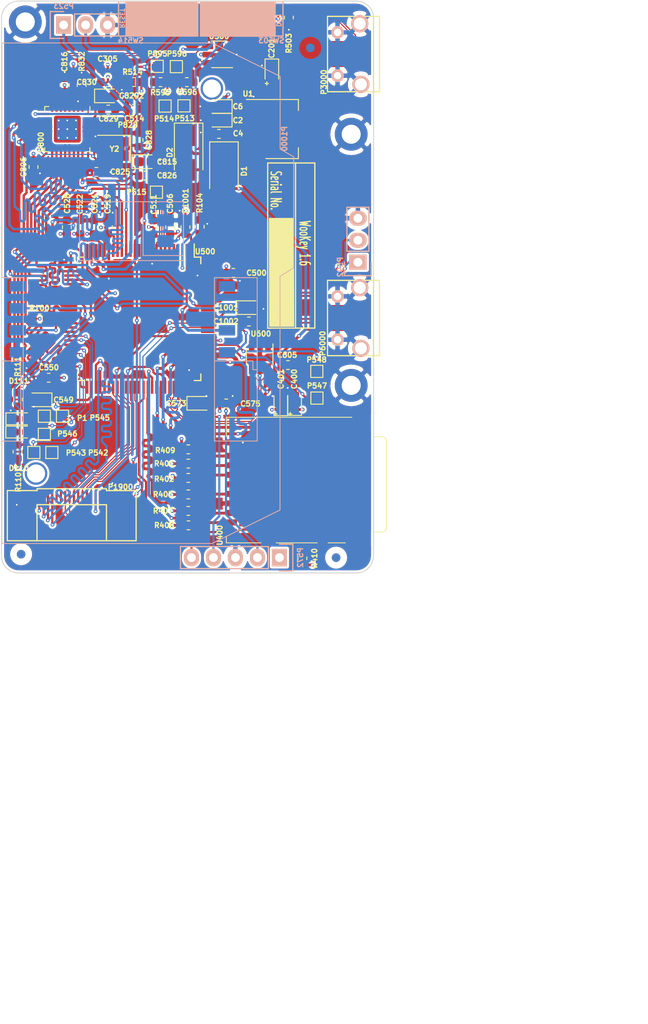
<source format=kicad_pcb>
(kicad_pcb (version 20171130) (host pcbnew "(5.1.2-1)-1")
  (title_block (title "Wookey Motherboard") (date 2019-05-16) (rev 1.6) (company ANSSI) (comment 1 "Designed by Mathieu RENARD") (comment 2 "LICENCE: CERN Open Hardware Licence v1.2"))
  (layers (0 F.Cu signal) (1 In1GroundPlan.Cu power) (2 In2Power.Cu power) (31 B.Cu signal) (34 B.Paste user hide) (35 F.Paste user) (36 B.SilkS user hide) (37 F.SilkS user hide) (38 B.Mask user) (39 F.Mask user) (44 Edge.Cuts user))
  (net 0 "")
  (net 1 GND)
  (net 2 +3V3)
  (net 3 +5V)
  (net 4 LED1)
  (net 5 LED0)
  (net 6 "Net-(C549-Pad1)")
  (net 7 "Net-(C573-Pad1)")
  (net 8 "Net-(C815-Pad1)")
  (net 9 "Net-(D110-Pad2)")
  (net 10 "Net-(D111-Pad2)")
  (net 11 "Net-(P542-Pad1)")
  (net 12 "Net-(P543-Pad1)")
  (net 13 "Net-(P546-Pad1)")
  (net 14 "Net-(R832-Pad1)")
  (net 15 /cpu/USB_HS_VBUS)
  (net 16 /cpu/NRST)
  (net 17 /cpu/USB_FS_VBUS)
  (net 18 "Net-(C829-Pad1)")
  (net 19 /cpu/CARD_POWER)
  (net 20 /cpu/TP1)
  (net 21 /cpu/TP2)
  (net 22 /cpu/TP3)
  (net 23 /cpu/UART4_TX_PA0)
  (net 24 /cpu/UART4_RX_PA1)
  (net 25 /cpu/USB_HS_HARD_RESET)
  (net 26 "Net-(P545-Pad1)")
  (net 27 /cpu/TMS/SWIO)
  (net 28 /cpu/TCK/SWCLK)
  (net 29 /cpu/UART1_RX_PB7)
  (net 30 /cpu/UART1_TX_PB6)
  (net 31 /cpu/I2C1_SCL_PB8)
  (net 32 /cpu/I2C1_SDA_PB9)
  (net 33 /cpu/CARD_CLK)
  (net 34 /cpu/CARD_CT)
  (net 35 /cpu/CARD_RESET)
  (net 36 /cpu/CARD_IO)
  (net 37 /cpu/CARD_VPP)
  (net 38 /usb/USB_HS_CON_D+)
  (net 39 /usb/USB_HS_CON_D-)
  (net 40 /usb/USB_FS_CON_D+)
  (net 41 /usb/USB_FS_CON_D-)
  (net 42 /cpu/BOOT1)
  (net 43 /cpu/BOOT0)
  (net 44 /cpu/DFU)
  (net 45 /cpu/SD_D0)
  (net 46 /cpu/SD_D1)
  (net 47 /cpu/SD_D2)
  (net 48 /cpu/SD_D3)
  (net 49 /cpu/SD_D7)
  (net 50 /cpu/SD_CMD)
  (net 51 /cpu/SD_CLK)
  (net 52 /usb/USB_HS_D+)
  (net 53 /usb/USB_HS_D-)
  (net 54 /cpu/USB_HS_ULPI_D7)
  (net 55 /cpu/USB_FS_D+)
  (net 56 /cpu/USB_FS_D-)
  (net 57 /cpu/USB_HS_ULPI_D6)
  (net 58 /cpu/USB_HS_ULPI_D5)
  (net 59 /cpu/USB_HS_ULPI_D4)
  (net 60 /cpu/USB_HS_ULPI_D3)
  (net 61 /cpu/USB_HS_ULPI_D2)
  (net 62 /cpu/USB_HS_ULPI_D1)
  (net 63 /cpu/USB_HS_ULPI_CLK)
  (net 64 /cpu/USB_HS_ULPI_D0)
  (net 65 /cpu/USB_HS_ULPI_NXT)
  (net 66 /cpu/USB_HS_ULPI_DIR)
  (net 67 /cpu/USB_HS_ULPI_STP)
  (net 68 /cpu/~SPI_SCREEN_CS)
  (net 69 /screen/SCREEN_RESET)
  (net 70 /cpu/SCREEN_~D~C)
  (net 71 /cpu/TOUCH_IRQ)
  (net 72 /cpu/TOUCH_BUSY)
  (net 73 /cpu/~SPI_TOUCH_CS)
  (net 74 /cpu/~SPI_FONT_CS)
  (net 75 /cpu/~SPI_FLASH_CS)
  (net 76 /cpu/SPI_SCK)
  (net 77 /cpu/SPI_MISO)
  (net 78 /cpu/SPI_MOSI)
  (net 79 "Net-(P828-Pad1)")
  (net 80 "Net-(P548-Pad1)")
  (net 81 "Net-(P547-Pad1)")
  (module Package_DFN_QFN:QFN-32-1EP_5x5mm_P0.5mm_EP3.1x3.1mm_ThermalVias (layer F.Cu) (at 93.586255 54.595231 270)
    (fp_text reference U800 (at 1.503209 3.047955 90) (layer F.SilkS) (effects (font (size 0.6 0.6))))
    (fp_text value USB3300 hide)
    (pad 32 smd roundrect (at -1.75 -2.4375 270) (size 0.25 0.875) (layers F.Cu F.Paste F.Mask) (net 14 "Net-(R832-Pad1)"))
    (pad 31 smd roundrect (at -1.25 -2.4375 270) (size 0.25 0.875) (layers F.Cu F.Paste F.Mask) (net 2 +3V3))
    (pad 30 smd roundrect (at -0.75 -2.4375 270) (size 0.25 0.875) (layers F.Cu F.Paste F.Mask) (net 2 +3V3))
    (pad 29 smd roundrect (at -0.25 -2.4375 270) (size 0.25 0.875) (layers F.Cu F.Paste F.Mask) (net 18 "Net-(C829-Pad1)"))
    (pad 28 smd roundrect (at 0.25 -2.4375 270) (size 0.25 0.875) (layers F.Cu F.Paste F.Mask) (net 79 "Net-(P828-Pad1)"))
    (pad 27 smd roundrect (at 0.75 -2.4375 270) (size 0.25 0.875) (layers F.Cu F.Paste F.Mask))
    (pad 26 smd roundrect (at 1.25 -2.4375 270) (size 0.25 0.875) (layers F.Cu F.Paste F.Mask) (net 8 "Net-(C815-Pad1)"))
    (pad 25 smd roundrect (at 1.75 -2.4375 270) (size 0.25 0.875) (layers F.Cu F.Paste F.Mask) (net 2 +3V3))
    (pad 24 smd roundrect (at 2.4375 -1.75 270) (size 0.875 0.25) (layers F.Cu F.Paste F.Mask) (net 64 /cpu/USB_HS_ULPI_D0))
    (pad 23 smd roundrect (at 2.4375 -1.25 270) (size 0.875 0.25) (layers F.Cu F.Paste F.Mask) (net 62 /cpu/USB_HS_ULPI_D1))
    (pad 22 smd roundrect (at 2.4375 -0.75 270) (size 0.875 0.25) (layers F.Cu F.Paste F.Mask) (net 61 /cpu/USB_HS_ULPI_D2))
    (pad 21 smd roundrect (at 2.4375 -0.25 270) (size 0.875 0.25) (layers F.Cu F.Paste F.Mask) (net 60 /cpu/USB_HS_ULPI_D3))
    (pad 20 smd roundrect (at 2.4375 0.25 270) (size 0.875 0.25) (layers F.Cu F.Paste F.Mask) (net 59 /cpu/USB_HS_ULPI_D4))
    (pad 19 smd roundrect (at 2.4375 0.75 270) (size 0.875 0.25) (layers F.Cu F.Paste F.Mask) (net 58 /cpu/USB_HS_ULPI_D5))
    (pad 18 smd roundrect (at 2.4375 1.25 270) (size 0.875 0.25) (layers F.Cu F.Paste F.Mask) (net 57 /cpu/USB_HS_ULPI_D6))
    (pad 17 smd roundrect (at 2.4375 1.75 270) (size 0.875 0.25) (layers F.Cu F.Paste F.Mask) (net 54 /cpu/USB_HS_ULPI_D7))
    (pad 16 smd roundrect (at 1.75 2.4375 270) (size 0.25 0.875) (layers F.Cu F.Paste F.Mask) (net 2 +3V3))
    (pad 15 smd roundrect (at 1.25 2.4375 270) (size 0.25 0.875) (layers F.Cu F.Paste F.Mask) (net 8 "Net-(C815-Pad1)"))
    (pad 14 smd roundrect (at 0.75 2.4375 270) (size 0.25 0.875) (layers F.Cu F.Paste F.Mask) (net 63 /cpu/USB_HS_ULPI_CLK))
    (pad 13 smd roundrect (at 0.25 2.4375 270) (size 0.25 0.875) (layers F.Cu F.Paste F.Mask) (net 67 /cpu/USB_HS_ULPI_STP))
    (pad 12 smd roundrect (at -0.25 2.4375 270) (size 0.25 0.875) (layers F.Cu F.Paste F.Mask) (net 66 /cpu/USB_HS_ULPI_DIR))
    (pad 11 smd roundrect (at -0.75 2.4375 270) (size 0.25 0.875) (layers F.Cu F.Paste F.Mask) (net 65 /cpu/USB_HS_ULPI_NXT))
    (pad 10 smd roundrect (at -1.25 2.4375 270) (size 0.25 0.875) (layers F.Cu F.Paste F.Mask))
    (pad 9 smd roundrect (at -1.75 2.4375 270) (size 0.25 0.875) (layers F.Cu F.Paste F.Mask) (net 25 /cpu/USB_HS_HARD_RESET))
    (pad 8 smd roundrect (at -2.4375 1.75 270) (size 0.875 0.25) (layers F.Cu F.Paste F.Mask) (net 53 /usb/USB_HS_D-))
    (pad 7 smd roundrect (at -2.4375 1.25 270) (size 0.875 0.25) (layers F.Cu F.Paste F.Mask) (net 52 /usb/USB_HS_D+))
    (pad 6 smd roundrect (at -2.4375 0.75 270) (size 0.875 0.25) (layers F.Cu F.Paste F.Mask) (net 2 +3V3))
    (pad 5 smd roundrect (at -2.4375 0.25 270) (size 0.875 0.25) (layers F.Cu F.Paste F.Mask))
    (pad 4 smd roundrect (at -2.4375 -0.25 270) (size 0.875 0.25) (layers F.Cu F.Paste F.Mask) (net 15 /cpu/USB_HS_VBUS))
    (pad 3 smd roundrect (at -2.4375 -0.75 270) (size 0.875 0.25) (layers F.Cu F.Paste F.Mask))
    (pad 2 smd roundrect (at -2.4375 -1.25 270) (size 0.875 0.25) (layers F.Cu F.Paste F.Mask) (net 1 GND))
    (pad 1 smd roundrect (at -2.4375 -1.75 270) (size 0.875 0.25) (layers F.Cu F.Paste F.Mask) (net 1 GND))
    (pad 33 smd roundrect (at 0 0 270) (size 2.5 2.5) (layers B.Cu) (roundrect_rratio 0.1) (net 1 GND))
    (pad 33 thru_hole circle (at 1 1 270) (size 0.5 0.5) (drill 0.2) (layers *.Cu) (net 1 GND))
    (pad 33 thru_hole circle (at 0 1 270) (size 0.5 0.5) (drill 0.2) (layers *.Cu) (net 1 GND))
    (pad 33 thru_hole circle (at -1 1 270) (size 0.5 0.5) (drill 0.2) (layers *.Cu) (net 1 GND))
    (pad 33 thru_hole circle (at 1 0 270) (size 0.5 0.5) (drill 0.2) (layers *.Cu) (net 1 GND))
    (pad 33 thru_hole circle (at 0 0 270) (size 0.5 0.5) (drill 0.2) (layers *.Cu) (net 1 GND))
    (pad 33 thru_hole circle (at -1 0 270) (size 0.5 0.5) (drill 0.2) (layers *.Cu) (net 1 GND))
    (pad 33 thru_hole circle (at 1 -1 270) (size 0.5 0.5) (drill 0.2) (layers *.Cu) (net 1 GND))
    (pad 33 thru_hole circle (at 0 -1 270) (size 0.5 0.5) (drill 0.2) (layers *.Cu) (net 1 GND))
    (pad 33 thru_hole circle (at -1 -1 270) (size 0.5 0.5) (drill 0.2) (layers *.Cu) (net 1 GND))
    (pad 33 smd roundrect (at 0 0 270) (size 3.1 3.1) (layers F.Cu F.Mask) (roundrect_rratio 0.08064499999999999) (net 1 GND))
  )
  (module Package_TO_SOT_SMD:TSOT-23-6 (layer F.Cu) (at 115.83844 80.9431 270)
    (fp_text reference U600 (at -2.71872 -0.1151) (layer F.SilkS) (effects (font (size 0.6 0.6))))
    (fp_text value USBLC6-2 hide)
    (pad 6 smd rect (at 1.31 -0.95 270) (size 1.22 0.65) (layers F.Cu F.Paste F.Mask) (net 56 /cpu/USB_FS_D-))
    (pad 5 smd rect (at 1.31 0 270) (size 1.22 0.65) (layers F.Cu F.Paste F.Mask) (net 17 /cpu/USB_FS_VBUS))
    (pad 4 smd rect (at 1.31 0.95 270) (size 1.22 0.65) (layers F.Cu F.Paste F.Mask) (net 55 /cpu/USB_FS_D+))
    (pad 3 smd rect (at -1.31 0.95 270) (size 1.22 0.65) (layers F.Cu F.Paste F.Mask) (net 40 /usb/USB_FS_CON_D+))
    (pad 2 smd rect (at -1.31 0 270) (size 1.22 0.65) (layers F.Cu F.Paste F.Mask) (net 1 GND))
    (pad 1 smd rect (at -1.31 -0.95 270) (size 1.22 0.65) (layers F.Cu F.Paste F.Mask) (net 41 /usb/USB_FS_CON_D-))
  )
  (module Package_TO_SOT_SMD:TSOT-23-6 (layer F.Cu) (at 111.13844 45.9831 180)
    (fp_text reference U300 (at 0.0236 2.11222 180) (layer F.SilkS) (effects (font (size 0.6 0.6))))
    (fp_text value USBLC6-2 hide)
    (pad 6 smd rect (at 1.31 -0.95 180) (size 1.22 0.65) (layers F.Cu F.Paste F.Mask) (net 52 /usb/USB_HS_D+))
    (pad 5 smd rect (at 1.31 0 180) (size 1.22 0.65) (layers F.Cu F.Paste F.Mask) (net 15 /cpu/USB_HS_VBUS))
    (pad 4 smd rect (at 1.31 0.95 180) (size 1.22 0.65) (layers F.Cu F.Paste F.Mask) (net 53 /usb/USB_HS_D-))
    (pad 3 smd rect (at -1.31 0.95 180) (size 1.22 0.65) (layers F.Cu F.Paste F.Mask) (net 39 /usb/USB_HS_CON_D-))
    (pad 2 smd rect (at -1.31 0 180) (size 1.22 0.65) (layers F.Cu F.Paste F.Mask) (net 1 GND))
    (pad 1 smd rect (at -1.31 -0.95 180) (size 1.22 0.65) (layers F.Cu F.Paste F.Mask) (net 38 /usb/USB_HS_CON_D+))
  )
  (module Package_TO_SOT_SMD:SOT-223 (layer F.Cu) (at 118.3767 54.5846)
    (fp_text reference U1 (at -3.91668 -4.0767 180) (layer F.SilkS) (effects (font (size 0.6 0.6))))
    (fp_text value LD1117S33TR hide)
    (pad 1 smd rect (at -3.15 -2.3) (size 2 1.5) (layers F.Cu F.Paste F.Mask) (net 1 GND))
    (pad 3 smd rect (at -3.15 2.3) (size 2 1.5) (layers F.Cu F.Paste F.Mask) (net 3 +5V))
    (pad 2 smd rect (at -3.15 0) (size 2 1.5) (layers F.Cu F.Paste F.Mask) (net 2 +3V3))
    (pad 4 smd rect (at 3.15 0) (size 2 3.8) (layers F.Cu F.Paste F.Mask))
  )
  (module Resistor_SMD:R_0603_1608Metric (layer F.Cu) (at 107.23626 65.91046 270)
    (fp_text reference R1001 (at -3.03784 -0.0254 270) (layer F.SilkS) (effects (font (size 0.6 0.6))))
    (fp_text value 10K hide)
    (pad 2 smd roundrect (at 0.7875 0 270) (size 0.875 0.95) (layers F.Cu F.Paste F.Mask) (net 34 /cpu/CARD_CT))
    (pad 1 smd roundrect (at -0.7875 0 270) (size 0.875 0.95) (layers F.Cu F.Paste F.Mask) (net 2 +3V3))
  )
  (module Resistor_SMD:R_0603_1608Metric (layer F.Cu) (at 95.23844 49.5031 90)
    (fp_text reference R832 (at 2.72646 0.01918 270) (layer F.SilkS) (effects (font (size 0.6 0.6))))
    (fp_text value "12K [1%]" hide)
    (pad 2 smd roundrect (at 0.7875 0 90) (size 0.875 0.95) (layers F.Cu F.Paste F.Mask) (net 1 GND))
    (pad 1 smd roundrect (at -0.7875 0 90) (size 0.875 0.95) (layers F.Cu F.Paste F.Mask) (net 14 "Net-(R832-Pad1)"))
  )
  (module Resistor_SMD:R_0603_1608Metric (layer F.Cu) (at 107.39882 49.16932)
    (fp_text reference R596 (at 0.04064 1.1557) (layer F.SilkS) (effects (font (size 0.6 0.6))))
    (fp_text value 47K hide)
    (pad 2 smd roundrect (at 0.7875 0) (size 0.875 0.95) (layers F.Cu F.Paste F.Mask) (net 32 /cpu/I2C1_SDA_PB9))
    (pad 1 smd roundrect (at -0.7875 0) (size 0.875 0.95) (layers F.Cu F.Paste F.Mask) (net 2 +3V3))
  )
  (module Resistor_SMD:R_0603_1608Metric (layer F.Cu) (at 104.35844 49.16932 180)
    (fp_text reference R595 (at 0.00762 -1.1938 180) (layer F.SilkS) (effects (font (size 0.6 0.6))))
    (fp_text value 47K hide)
    (pad 2 smd roundrect (at 0.7875 0 180) (size 0.875 0.95) (layers F.Cu F.Paste F.Mask) (net 31 /cpu/I2C1_SCL_PB8))
    (pad 1 smd roundrect (at -0.7875 0 180) (size 0.875 0.95) (layers F.Cu F.Paste F.Mask) (net 2 +3V3))
  )
  (module Resistor_SMD:R_0603_1608Metric (layer F.Cu) (at 101.30282 49.15154 180)
    (fp_text reference R514 (at 0.18034 1.15062 180) (layer F.SilkS) (effects (font (size 0.6 0.6))))
    (fp_text value 10K hide)
    (pad 2 smd roundrect (at 0.7875 0 180) (size 0.875 0.95) (layers F.Cu F.Paste F.Mask) (net 16 /cpu/NRST))
    (pad 1 smd roundrect (at -0.7875 0 180) (size 0.875 0.95) (layers F.Cu F.Paste F.Mask) (net 2 +3V3))
  )
  (module Resistor_SMD:R_0603_1608Metric (layer F.Cu) (at 119.18696 41.70934 270)
    (fp_text reference R503 (at 2.96926 0.00254 270) (layer F.SilkS) (effects (font (size 0.6 0.6))))
    (fp_text value 10K hide)
    (pad 2 smd roundrect (at 0.7875 0 270) (size 0.875 0.95) (layers F.Cu F.Paste F.Mask) (net 1 GND))
    (pad 1 smd roundrect (at -0.7875 0 270) (size 0.875 0.95) (layers F.Cu F.Paste F.Mask) (net 44 /cpu/DFU))
  )
  (module Resistor_SMD:R_0603_1608Metric (layer F.Cu) (at 87.89416 85.80882 270)
    (fp_text reference R111 (at -3.7846 0.04318 270) (layer F.SilkS) (effects (font (size 0.6 0.6))))
    (fp_text value 470 hide)
    (pad 2 smd roundrect (at 0.7875 0 270) (size 0.875 0.95) (layers F.Cu F.Paste F.Mask) (net 10 "Net-(D111-Pad2)"))
    (pad 1 smd roundrect (at -0.7875 0 270) (size 0.875 0.95) (layers F.Cu F.Paste F.Mask) (net 5 LED0))
  )
  (module Resistor_SMD:R_0603_1608Metric (layer F.Cu) (at 87.8332 91.8337 90)
    (fp_text reference R110 (at -3.52044 0.08382 90) (layer F.SilkS) (effects (font (size 0.6 0.6))))
    (fp_text value 470 hide)
    (pad 2 smd roundrect (at 0.7875 0 90) (size 0.875 0.95) (layers F.Cu F.Paste F.Mask) (net 9 "Net-(D110-Pad2)"))
    (pad 1 smd roundrect (at -0.7875 0 90) (size 0.875 0.95) (layers F.Cu F.Paste F.Mask) (net 4 LED1))
  )
  (module Resistor_SMD:R_0603_1608Metric (layer F.Cu) (at 108.87964 65.8622 90)
    (fp_text reference R104 (at 2.73558 -0.00508 90) (layer F.SilkS) (effects (font (size 0.6 0.6))))
    (fp_text value 470 hide)
    (pad 2 smd roundrect (at 0.7875 0 90) (size 0.875 0.95) (layers F.Cu F.Paste F.Mask) (net 1 GND))
    (pad 1 smd roundrect (at -0.7875 0 90) (size 0.875 0.95) (layers F.Cu F.Paste F.Mask) (net 43 /cpu/BOOT0))
  )
  (module Resistor_SMD:R_0603_1608Metric (layer F.Cu) (at 90.39606 76.45908)
    (fp_text reference R100 (at -0.0381 -1.19126) (layer F.SilkS) (effects (font (size 0.6 0.6))))
    (fp_text value 10K hide)
    (pad 2 smd roundrect (at 0.7875 0) (size 0.875 0.95) (layers F.Cu F.Paste F.Mask) (net 42 /cpu/BOOT1))
    (pad 1 smd roundrect (at -0.7875 0) (size 0.875 0.95) (layers F.Cu F.Paste F.Mask) (net 2 +3V3))
  )
  (module Diode_SMD:D_SMA (layer F.Cu) (at 107.60456 57.29986 270)
    (fp_text reference D2 (at -0.0127 2.17932 90) (layer F.SilkS) (effects (font (size 0.6 0.6))))
    (fp_text value STPS1L30A hide)
    (pad 2 smd rect (at 2 0 270) (size 2.5 1.8) (layers F.Cu F.Paste F.Mask) (net 15 /cpu/USB_HS_VBUS))
    (pad 1 smd rect (at -2 0 270) (size 2.5 1.8) (layers F.Cu F.Paste F.Mask) (net 3 +5V))
  )
  (module Diode_SMD:D_SMA (layer F.Cu) (at 111.6838 59.46394 270)
    (fp_text reference D1 (at -0.0127 -2.3241 270) (layer F.SilkS) (effects (font (size 0.6 0.6))))
    (fp_text value STPS1L30A hide)
    (pad 2 smd rect (at 2 0 270) (size 2.5 1.8) (layers F.Cu F.Paste F.Mask) (net 17 /cpu/USB_FS_VBUS))
    (pad 1 smd rect (at -2 0 270) (size 2.5 1.8) (layers F.Cu F.Paste F.Mask) (net 3 +5V))
  )
  (module Capacitor_Tantalum_SMD:CP_EIA-1608-08_AVX-J (layer F.Cu) (at 98.24212 50.75682)
    (fp_text reference C8292 (at 2.76352 -0.01778) (layer F.SilkS) (effects (font (size 0.6 0.6))))
    (fp_text value 4.7uF hide)
    (pad 2 smd roundrect (at 0.7125 0) (size 1.075 1.05) (layers F.Cu F.Paste F.Mask) (roundrect_rratio 0.238095) (net 1 GND))
    (pad 1 smd roundrect (at -0.7125 0) (size 1.075 1.05) (layers F.Cu F.Paste F.Mask) (roundrect_rratio 0.238095) (net 18 "Net-(C829-Pad1)"))
  )
  (module Capacitor_SMD:C_0603_1608Metric (layer F.Cu) (at 114.56924 76.8096)
    (fp_text reference C1002 (at -2.6543 -0.0127) (layer F.SilkS) (effects (font (size 0.6 0.6))))
    (fp_text value 100nF hide)
    (pad 2 smd roundrect (at 0.7875 0) (size 0.875 0.95) (layers F.Cu F.Paste F.Mask) (net 1 GND))
    (pad 1 smd roundrect (at -0.7875 0) (size 0.875 0.95) (layers F.Cu F.Paste F.Mask) (net 19 /cpu/CARD_POWER))
  )
  (module Capacitor_Tantalum_SMD:CP_EIA-1608-08_AVX-J (layer F.Cu) (at 114.56924 75.20432)
    (fp_text reference C1001 (at -2.67462 0.00762) (layer F.SilkS) (effects (font (size 0.6 0.6))))
    (fp_text value 10uF hide)
    (pad 2 smd roundrect (at 0.7125 0) (size 1.075 1.05) (layers F.Cu F.Paste F.Mask) (roundrect_rratio 0.238095) (net 1 GND))
    (pad 1 smd roundrect (at -0.7125 0) (size 1.075 1.05) (layers F.Cu F.Paste F.Mask) (roundrect_rratio 0.238095) (net 19 /cpu/CARD_POWER))
  )
  (module Capacitor_SMD:C_0603_1608Metric (layer F.Cu) (at 98.2599 49.17186)
    (fp_text reference C830 (at -2.43332 -0.00508 180) (layer F.SilkS) (effects (font (size 0.6 0.6))))
    (fp_text value 100nF hide)
    (pad 2 smd roundrect (at 0.7875 0) (size 0.875 0.95) (layers F.Cu F.Paste F.Mask) (net 1 GND))
    (pad 1 smd roundrect (at -0.7875 0) (size 0.875 0.95) (layers F.Cu F.Paste F.Mask) (net 2 +3V3))
  )
  (module Capacitor_SMD:C_0603_1608Metric (layer F.Cu) (at 98.31578 52.33924)
    (fp_text reference C829 (at 0.03302 1.05918) (layer F.SilkS) (effects (font (size 0.6 0.6))))
    (fp_text value 100nF hide)
    (pad 2 smd roundrect (at 0.7875 0) (size 0.875 0.95) (layers F.Cu F.Paste F.Mask) (net 1 GND))
    (pad 1 smd roundrect (at -0.7875 0) (size 0.875 0.95) (layers F.Cu F.Paste F.Mask) (net 18 "Net-(C829-Pad1)"))
  )
  (module Capacitor_SMD:C_0603_1608Metric (layer F.Cu) (at 102.60838 59.96686)
    (fp_text reference C826 (at 2.49682 -0.01016) (layer F.SilkS) (effects (font (size 0.6 0.6))))
    (fp_text value 100nF hide)
    (pad 2 smd roundrect (at 0.7875 0) (size 0.875 0.95) (layers F.Cu F.Paste F.Mask) (net 1 GND))
    (pad 1 smd roundrect (at -0.7875 0) (size 0.875 0.95) (layers F.Cu F.Paste F.Mask) (net 8 "Net-(C815-Pad1)"))
  )
  (module Capacitor_SMD:C_0603_1608Metric (layer F.Cu) (at 96.941439 59.532803)
    (fp_text reference C825 (at 2.753561 -0.005363) (layer F.SilkS) (effects (font (size 0.6 0.6))))
    (fp_text value 100nF hide)
    (pad 2 smd roundrect (at 0.7875 0) (size 0.875 0.95) (layers F.Cu F.Paste F.Mask) (net 1 GND))
    (pad 1 smd roundrect (at -0.7875 0) (size 0.875 0.95) (layers F.Cu F.Paste F.Mask) (net 2 +3V3))
  )
  (module Capacitor_SMD:C_0603_1608Metric (layer F.Cu) (at 93.27844 49.5031 90)
    (fp_text reference C816 (at 2.69852 -0.01472 90) (layer F.SilkS) (effects (font (size 0.6 0.6))))
    (fp_text value 100nF hide)
    (pad 2 smd roundrect (at 0.7875 0 90) (size 0.875 0.95) (layers F.Cu F.Paste F.Mask) (net 1 GND))
    (pad 1 smd roundrect (at -0.7875 0 90) (size 0.875 0.95) (layers F.Cu F.Paste F.Mask) (net 2 +3V3))
  )
  (module Capacitor_Tantalum_SMD:CP_EIA-1608-08_AVX-J (layer F.Cu) (at 102.58298 58.3565)
    (fp_text reference C815 (at 2.52222 0.00762) (layer F.SilkS) (effects (font (size 0.6 0.6))))
    (fp_text value 4.7uF hide)
    (pad 2 smd roundrect (at 0.7125 0) (size 1.075 1.05) (layers F.Cu F.Paste F.Mask) (roundrect_rratio 0.238095) (net 1 GND))
    (pad 1 smd roundrect (at -0.7125 0) (size 1.075 1.05) (layers F.Cu F.Paste F.Mask) (roundrect_rratio 0.238095) (net 8 "Net-(C815-Pad1)"))
  )
  (module Capacitor_SMD:C_0603_1608Metric (layer F.Cu) (at 89.67844 58.9631 270)
    (fp_text reference C806 (at 0.00808 1.15182 270) (layer F.SilkS) (effects (font (size 0.6 0.6))))
    (fp_text value 100nF hide)
    (pad 2 smd roundrect (at 0.7875 0 270) (size 0.875 0.95) (layers F.Cu F.Paste F.Mask) (net 1 GND))
    (pad 1 smd roundrect (at -0.7875 0 270) (size 0.875 0.95) (layers F.Cu F.Paste F.Mask) (net 2 +3V3))
  )
  (module Capacitor_SMD:C_0603_1608Metric (layer F.Cu) (at 119.08282 81.83626)
    (fp_text reference C605 (at -0.09906 -1.16078) (layer F.SilkS) (effects (font (size 0.6 0.6))))
    (fp_text value 100nF hide)
    (pad 2 smd roundrect (at 0.7875 0) (size 0.875 0.95) (layers F.Cu F.Paste F.Mask) (net 1 GND))
    (pad 1 smd roundrect (at -0.7875 0) (size 0.875 0.95) (layers F.Cu F.Paste F.Mask) (net 17 /cpu/USB_FS_VBUS))
  )
  (module Capacitor_SMD:C_0603_1608Metric (layer F.Cu) (at 111.94844 86.2731)
    (fp_text reference C575 (at 2.7986 0.03102) (layer F.SilkS) (effects (font (size 0.6 0.6))))
    (fp_text value 100nF hide)
    (pad 2 smd roundrect (at 0.7875 0) (size 0.875 0.95) (layers F.Cu F.Paste F.Mask) (net 1 GND))
    (pad 1 smd roundrect (at -0.7875 0) (size 0.875 0.95) (layers F.Cu F.Paste F.Mask) (net 2 +3V3))
  )
  (module Capacitor_Tantalum_SMD:CP_EIA-1608-08_AVX-J (layer F.Cu) (at 108.91844 86.2531)
    (fp_text reference C573 (at -2.74644 0.02308) (layer F.SilkS) (effects (font (size 0.6 0.6))))
    (fp_text value 2.2uF hide)
    (pad 2 smd roundrect (at 0.7125 0) (size 1.075 1.05) (layers F.Cu F.Paste F.Mask) (roundrect_rratio 0.238095) (net 1 GND))
    (pad 1 smd roundrect (at -0.7125 0) (size 1.075 1.05) (layers F.Cu F.Paste F.Mask) (roundrect_rratio 0.238095) (net 7 "Net-(C573-Pad1)"))
  )
  (module Capacitor_SMD:C_0603_1608Metric (layer F.Cu) (at 91.44 83.30184 180)
    (fp_text reference C550 (at -0.00254 1.17856 180) (layer F.SilkS) (effects (font (size 0.6 0.6))))
    (fp_text value 100nF hide)
    (pad 2 smd roundrect (at 0.7875 0 180) (size 0.875 0.95) (layers F.Cu F.Paste F.Mask) (net 1 GND))
    (pad 1 smd roundrect (at -0.7875 0 180) (size 0.875 0.95) (layers F.Cu F.Paste F.Mask) (net 2 +3V3))
  )
  (module Capacitor_Tantalum_SMD:CP_EIA-1608-08_AVX-J (layer F.Cu) (at 90.297 85.852 180)
    (fp_text reference C549 (at -2.84734 -0.00762 180) (layer F.SilkS) (effects (font (size 0.6 0.6))))
    (fp_text value 2.2uF hide)
    (pad 2 smd roundrect (at 0.7125 0 180) (size 1.075 1.05) (layers F.Cu F.Paste F.Mask) (roundrect_rratio 0.238095) (net 1 GND))
    (pad 1 smd roundrect (at -0.7125 0 180) (size 1.075 1.05) (layers F.Cu F.Paste F.Mask) (roundrect_rratio 0.238095) (net 6 "Net-(C549-Pad1)"))
  )
  (module Capacitor_SMD:C_0603_1608Metric (layer F.Cu) (at 93.53042 65.91554 90)
    (fp_text reference C528 (at 2.72288 0.04064 90) (layer F.SilkS) (effects (font (size 0.6 0.6))))
    (fp_text value 100nF hide)
    (pad 2 smd roundrect (at 0.7875 0 90) (size 0.875 0.95) (layers F.Cu F.Paste F.Mask) (net 1 GND))
    (pad 1 smd roundrect (at -0.7875 0 90) (size 0.875 0.95) (layers F.Cu F.Paste F.Mask) (net 2 +3V3))
  )
  (module Capacitor_SMD:C_0603_1608Metric (layer F.Cu) (at 95.08844 65.9131 90)
    (fp_text reference C522 (at 2.66202 -0.0518 90) (layer F.SilkS) (effects (font (size 0.6 0.6))))
    (fp_text value 100nF hide)
    (pad 2 smd roundrect (at 0.7875 0 90) (size 0.875 0.95) (layers F.Cu F.Paste F.Mask) (net 1 GND))
    (pad 1 smd roundrect (at -0.7875 0 90) (size 0.875 0.95) (layers F.Cu F.Paste F.Mask) (net 2 +3V3))
  )
  (module Capacitor_SMD:C_0603_1608Metric (layer F.Cu) (at 96.65844 65.9131 90)
    (fp_text reference C521 (at 2.72044 0.10032 90) (layer F.SilkS) (effects (font (size 0.6 0.6))))
    (fp_text value 100nF hide)
    (pad 2 smd roundrect (at 0.7875 0 90) (size 0.875 0.95) (layers F.Cu F.Paste F.Mask) (net 1 GND))
    (pad 1 smd roundrect (at -0.7875 0 90) (size 0.875 0.95) (layers F.Cu F.Paste F.Mask) (net 2 +3V3))
  )
  (module Capacitor_SMD:C_0603_1608Metric (layer F.Cu) (at 98.27768 65.91808 90)
    (fp_text reference C519 (at 2.69748 -0.02794 90) (layer F.SilkS) (effects (font (size 0.6 0.6))))
    (fp_text value 100nF hide)
    (pad 2 smd roundrect (at 0.7875 0 90) (size 0.875 0.95) (layers F.Cu F.Paste F.Mask) (net 1 GND))
    (pad 1 smd roundrect (at -0.7875 0 90) (size 0.875 0.95) (layers F.Cu F.Paste F.Mask) (net 2 +3V3))
  )
  (module Capacitor_SMD:C_0603_1608Metric (layer F.Cu) (at 101.27742 52.25288 180)
    (fp_text reference C514 (at -0.04318 -1.11252 180) (layer F.SilkS) (effects (font (size 0.6 0.6))))
    (fp_text value 100nF hide)
    (pad 2 smd roundrect (at 0.7875 0 180) (size 0.875 0.95) (layers F.Cu F.Paste F.Mask) (net 1 GND))
    (pad 1 smd roundrect (at -0.7875 0 180) (size 0.875 0.95) (layers F.Cu F.Paste F.Mask) (net 16 /cpu/NRST))
  )
  (module Capacitor_SMD:C_0603_1608Metric (layer F.Cu) (at 103.52024 65.9384 90)
    (fp_text reference C511 (at 2.6543 0.04318 90) (layer F.SilkS) (effects (font (size 0.6 0.6))))
    (fp_text value 100nF hide)
    (pad 2 smd roundrect (at 0.7875 0 90) (size 0.875 0.95) (layers F.Cu F.Paste F.Mask) (net 1 GND))
    (pad 1 smd roundrect (at -0.7875 0 90) (size 0.875 0.95) (layers F.Cu F.Paste F.Mask) (net 2 +3V3))
  )
  (module Capacitor_SMD:C_0603_1608Metric (layer F.Cu) (at 105.46864 65.9131 90)
    (fp_text reference C506 (at 2.72298 -0.00784 90) (layer F.SilkS) (effects (font (size 0.6 0.6))))
    (fp_text value 100nF hide)
    (pad 2 smd roundrect (at 0.7875 0 90) (size 0.875 0.95) (layers F.Cu F.Paste F.Mask) (net 1 GND))
    (pad 1 smd roundrect (at -0.7875 0 90) (size 0.875 0.95) (layers F.Cu F.Paste F.Mask) (net 2 +3V3))
  )
  (module Capacitor_SMD:C_0603_1608Metric (layer F.Cu) (at 112.77092 71.1962)
    (fp_text reference C500 (at 2.67462 0.00254) (layer F.SilkS) (effects (font (size 0.6 0.6))))
    (fp_text value 100nF hide)
    (pad 2 smd roundrect (at 0.7875 0) (size 0.875 0.95) (layers F.Cu F.Paste F.Mask) (net 1 GND))
    (pad 1 smd roundrect (at -0.7875 0) (size 0.875 0.95) (layers F.Cu F.Paste F.Mask) (net 2 +3V3))
  )
  (module Capacitor_Tantalum_SMD:CP_EIA-1608-08_AVX-J (layer F.Cu) (at 118.2497 86.1695 90)
    (fp_text reference C401 (at 2.71272 0.01778 90) (layer F.SilkS) (effects (font (size 0.6 0.6))))
    (fp_text value "0.1uF 6,3V" hide)
    (pad 2 smd roundrect (at 0.7125 0 90) (size 1.075 1.05) (layers F.Cu F.Paste F.Mask) (roundrect_rratio 0.238095) (net 1 GND))
    (pad 1 smd roundrect (at -0.7125 0 90) (size 1.075 1.05) (layers F.Cu F.Paste F.Mask) (roundrect_rratio 0.238095) (net 2 +3V3))
  )
  (module Capacitor_Tantalum_SMD:CP_EIA-1608-08_AVX-J (layer F.Cu) (at 119.8499 86.1441 90)
    (fp_text reference C400 (at 2.68732 -0.04064 90) (layer F.SilkS) (effects (font (size 0.6 0.6))))
    (fp_text value "10uF 10V" hide)
    (pad 2 smd roundrect (at 0.7125 0 90) (size 1.075 1.05) (layers F.Cu F.Paste F.Mask) (roundrect_rratio 0.238095) (net 1 GND))
    (pad 1 smd roundrect (at -0.7125 0 90) (size 1.075 1.05) (layers F.Cu F.Paste F.Mask) (roundrect_rratio 0.238095) (net 2 +3V3))
  )
  (module Capacitor_SMD:C_0603_1608Metric (layer F.Cu) (at 98.25228 47.63516)
    (fp_text reference C305 (at -0.01778 -1.15062) (layer F.SilkS) (effects (font (size 0.6 0.6))))
    (fp_text value 100nF hide)
    (pad 2 smd roundrect (at 0.7875 0) (size 0.875 0.95) (layers F.Cu F.Paste F.Mask) (net 1 GND))
    (pad 1 smd roundrect (at -0.7875 0) (size 0.875 0.95) (layers F.Cu F.Paste F.Mask) (net 15 /cpu/USB_HS_VBUS))
  )
  (module Capacitor_Tantalum_SMD:CP_EIA-1608-08_AVX-J (layer F.Cu) (at 117.221 48.006 270)
    (fp_text reference C201 (at -2.75336 0.02286 270) (layer F.SilkS) (effects (font (size 0.6 0.6))))
    (fp_text value 4.7uF hide)
    (pad 2 smd roundrect (at 0.7125 0 270) (size 1.075 1.05) (layers F.Cu F.Paste F.Mask) (roundrect_rratio 0.238095) (net 15 /cpu/USB_HS_VBUS))
    (pad 1 smd roundrect (at -0.7125 0 270) (size 1.075 1.05) (layers F.Cu F.Paste F.Mask) (roundrect_rratio 0.238095) (net 1 GND))
  )
  (module Capacitor_Tantalum_SMD:CP_EIA-1608-08_AVX-J (layer F.Cu) (at 111.1123 51.9811 180)
    (fp_text reference C6 (at -2.17678 -0.00508 180) (layer F.SilkS) (effects (font (size 0.6 0.6))))
    (fp_text value 10uF hide)
    (pad 2 smd roundrect (at 0.7125 0 180) (size 1.075 1.05) (layers F.Cu F.Paste F.Mask) (roundrect_rratio 0.238095) (net 1 GND))
    (pad 1 smd roundrect (at -0.7125 0 180) (size 1.075 1.05) (layers F.Cu F.Paste F.Mask) (roundrect_rratio 0.238095) (net 2 +3V3))
  )
  (module Capacitor_SMD:C_0603_1608Metric (layer F.Cu) (at 111.10976 55.1434 180)
    (fp_text reference C4 (at -2.20726 0.04318 180) (layer F.SilkS) (effects (font (size 0.6 0.6))))
    (fp_text value 100nF hide)
    (pad 2 smd roundrect (at 0.7875 0 180) (size 0.875 0.95) (layers F.Cu F.Paste F.Mask) (net 1 GND))
    (pad 1 smd roundrect (at -0.7875 0 180) (size 0.875 0.95) (layers F.Cu F.Paste F.Mask) (net 3 +5V))
  )
  (module Capacitor_Tantalum_SMD:CP_EIA-1608-08_AVX-J (layer F.Cu) (at 111.10976 53.55844 180)
    (fp_text reference C2 (at -2.1844 -0.02286 180) (layer F.SilkS) (effects (font (size 0.6 0.6))))
    (fp_text value 10uF hide)
    (pad 2 smd roundrect (at 0.7125 0 180) (size 1.075 1.05) (layers F.Cu F.Paste F.Mask) (roundrect_rratio 0.238095) (net 1 GND))
    (pad 1 smd roundrect (at -0.7125 0 180) (size 1.075 1.05) (layers F.Cu F.Paste F.Mask) (roundrect_rratio 0.238095) (net 3 +5V))
  )
  (module wookey:USB_Micro-B-MOLEX_105017-0001 (layer F.Cu) (at 127.50844 76.4031 90)
    (fp_text reference P6000 (at -2.9338 -4.42004 270) (layer F.SilkS) (effects (font (size 0.6 0.6))))
    (fp_text value USB_FS_OTG hide)
    (pad 1 smd rect (at -1.3 -2.7 180) (size 1.35 0.4) (layers F.Cu F.Paste F.Mask) (net 17 /cpu/USB_FS_VBUS))
    (pad 2 smd rect (at -0.65 -2.7 180) (size 1.35 0.4) (layers F.Cu F.Paste F.Mask) (net 41 /usb/USB_FS_CON_D-))
    (pad 3 smd rect (at -0.0009 -2.7 180) (size 1.35 0.4) (layers F.Cu F.Paste F.Mask) (net 40 /usb/USB_FS_CON_D+))
    (pad 4 smd rect (at 0.65 -2.675 180) (size 1.35 0.4) (layers F.Cu F.Paste F.Mask))
    (pad 5 smd rect (at 1.3 -2.7 180) (size 1.35 0.4) (layers F.Cu F.Paste F.Mask) (net 1 GND))
    (pad 6 thru_hole oval (at -2.5 -2.7 180) (size 1.45 1.45) (drill oval 0.85) (layers *.Cu *.Paste *.SilkS *.Mask) (net 1 GND))
    (pad 6 thru_hole oval (at 2.5 -2.7 180) (size 1.45 1.45) (drill oval 0.85) (layers *.Cu *.Paste *.SilkS *.Mask) (net 1 GND))
    (pad 6 thru_hole circle (at -3.5009 0 180) (size 2 2) (drill 1.4) (layers *.Cu *.SilkS *.Mask B.Paste) (net 1 GND))
    (pad 6 thru_hole circle (at 3.4991 -0.13254 180) (size 2 2) (drill 1.4) (layers *.Cu *.SilkS *.Mask B.Paste) (net 1 GND))
  )
  (module wookey:USB_Micro-B-MOLEX_105017-0001 (layer F.Cu) (at 127.50844 45.9222 90)
    (fp_text reference P3000 (at -3.24458 -4.28034 270) (layer F.SilkS) (effects (font (size 0.6 0.6))))
    (fp_text value USB_FS_OTG hide)
    (pad 1 smd rect (at -1.3 -2.7 180) (size 1.35 0.4) (layers F.Cu F.Paste F.Mask) (net 15 /cpu/USB_HS_VBUS))
    (pad 2 smd rect (at -0.65 -2.7 180) (size 1.35 0.4) (layers F.Cu F.Paste F.Mask) (net 39 /usb/USB_HS_CON_D-))
    (pad 3 smd rect (at -0.0009 -2.7 180) (size 1.35 0.4) (layers F.Cu F.Paste F.Mask) (net 38 /usb/USB_HS_CON_D+))
    (pad 4 smd rect (at 0.65 -2.675 180) (size 1.35 0.4) (layers F.Cu F.Paste F.Mask))
    (pad 5 smd rect (at 1.3 -2.7 180) (size 1.35 0.4) (layers F.Cu F.Paste F.Mask) (net 1 GND))
    (pad 6 thru_hole oval (at -2.5 -2.7 180) (size 1.45 1.45) (drill oval 0.85) (layers *.Cu *.Paste *.SilkS *.Mask) (net 1 GND))
    (pad 6 thru_hole oval (at 2.5 -2.7 180) (size 1.45 1.45) (drill oval 0.85) (layers *.Cu *.Paste *.SilkS *.Mask) (net 1 GND))
    (pad 6 thru_hole circle (at -3.5009 0 180) (size 2 2) (drill 1.4) (layers *.Cu *.SilkS *.Mask B.Paste) (net 1 GND))
    (pad 6 thru_hole circle (at 3.4991 -0.13254 180) (size 2 2) (drill 1.4) (layers *.Cu *.SilkS *.Mask B.Paste) (net 1 GND))
  )
  (module Fiducials:Fiducial_1mm_Dia_2.54mm_Outer_CopperTop (layer F.Cu) (at 88.24722 103.67772 270)
    (fp_text reference FID3 hide)
    (fp_text value FIDUCIAL hide)
    (pad ~ smd circle (at 0 0 270) (size 1 1) (layers F.Cu F.Mask) (clearance 0.77))
  )
  (module wookey:VJW53666 (layer B.Cu) (at 110.28844 49.8831 90)
    (fp_text reference P1000 (at -5.8191 8.39306 90) (layer B.SilkS) (effects (font (size 0.6 0.6)) (justify mirror)))
    (fp_text value ISO7816_NO hide)
    (pad C3 smd rect (at -25.4 1.74) (size 1.9 1.2) (layers B.Cu B.Paste B.Mask) (net 33 /cpu/CARD_CLK))
    (pad C8 smd rect (at -22.86 -22.42) (size 1.9 1.2) (layers B.Cu B.Paste B.Mask))
    (pad SW1 smd rect (at -17.6403 -5.36) (size 1.9 1.4) (layers B.Cu B.Paste B.Mask) (net 34 /cpu/CARD_CT))
    (pad SW2 smd rect (at -15.24 -5.36) (size 1.9 1.4) (layers B.Cu B.Paste B.Mask) (net 1 GND))
    (pad C4 smd rect (at -22.86 1.74) (size 1.9 1.2) (layers B.Cu B.Paste B.Mask))
    (pad C2 smd rect (at -27.94 1.74) (size 1.9 1.2) (layers B.Cu B.Paste B.Mask) (net 35 /cpu/CARD_RESET))
    (pad C1 smd rect (at -30.48 1.74) (size 1.9 1.2) (layers B.Cu B.Paste B.Mask) (net 19 /cpu/CARD_POWER))
    (pad C7 smd rect (at -25.4 -22.42) (size 1.9 1.2) (layers B.Cu B.Paste B.Mask) (net 36 /cpu/CARD_IO))
    (pad C6 smd rect (at -27.94 -22.42) (size 1.9 1.2) (layers B.Cu B.Paste B.Mask) (net 37 /cpu/CARD_VPP))
    (pad C5 smd rect (at -30.48 -22.42) (size 1.9 1.2) (layers B.Cu B.Paste B.Mask) (net 1 GND))
    (pad "" np_thru_hole circle (at -44.4754 -20.32) (size 2.6 2.6) (drill 2.1) (layers *.Cu *.Mask))
    (pad "" np_thru_hole circle (at -0.0254 0) (size 2.6 2.6) (drill 2.1) (layers *.Cu *.Mask))
  )
  (module Housings_QFP:LQFP-100_14x14mm_Pitch0.5mm (layer F.Cu) (at 101.88724 76.4991 270)
    (fp_text reference U500 (at -7.77178 -7.62232) (layer F.SilkS) (effects (font (size 0.6 0.6))))
    (fp_text value STM32F439VIT6 hide)
    (pad 100 smd rect (at -6 -7.9) (size 1.5 0.28) (layers F.Cu F.Paste F.Mask) (net 2 +3V3))
    (pad 99 smd rect (at -5.5 -7.9) (size 1.5 0.28) (layers F.Cu F.Paste F.Mask) (net 1 GND))
    (pad 98 smd rect (at -5 -7.9) (size 1.5 0.28) (layers F.Cu F.Paste F.Mask))
    (pad 97 smd rect (at -4.5 -7.9) (size 1.5 0.28) (layers F.Cu F.Paste F.Mask))
    (pad 96 smd rect (at -4 -7.9) (size 1.5 0.28) (layers F.Cu F.Paste F.Mask))
    (pad 95 smd rect (at -3.5 -7.9) (size 1.5 0.28) (layers F.Cu F.Paste F.Mask))
    (pad 94 smd rect (at -3 -7.9) (size 1.5 0.28) (layers F.Cu F.Paste F.Mask) (net 43 /cpu/BOOT0))
    (pad 93 smd rect (at -2.5 -7.9) (size 1.5 0.28) (layers F.Cu F.Paste F.Mask) (net 29 /cpu/UART1_RX_PB7))
    (pad 92 smd rect (at -2 -7.9) (size 1.5 0.28) (layers F.Cu F.Paste F.Mask) (net 30 /cpu/UART1_TX_PB6))
    (pad 91 smd rect (at -1.5 -7.9) (size 1.5 0.28) (layers F.Cu F.Paste F.Mask) (net 54 /cpu/USB_HS_ULPI_D7))
    (pad 90 smd rect (at -1 -7.9) (size 1.5 0.28) (layers F.Cu F.Paste F.Mask))
    (pad 89 smd rect (at -0.5 -7.9) (size 1.5 0.28) (layers F.Cu F.Paste F.Mask))
    (pad 88 smd rect (at 0 -7.9) (size 1.5 0.28) (layers F.Cu F.Paste F.Mask) (net 19 /cpu/CARD_POWER))
    (pad 87 smd rect (at 0.5 -7.9) (size 1.5 0.28) (layers F.Cu F.Paste F.Mask) (net 74 /cpu/~SPI_FONT_CS))
    (pad 86 smd rect (at 1 -7.9) (size 1.5 0.28) (layers F.Cu F.Paste F.Mask) (net 75 /cpu/~SPI_FLASH_CS))
    (pad 85 smd rect (at 1.5 -7.9) (size 1.5 0.28) (layers F.Cu F.Paste F.Mask))
    (pad 84 smd rect (at 2 -7.9) (size 1.5 0.28) (layers F.Cu F.Paste F.Mask) (net 76 /cpu/SPI_SCK))
    (pad 83 smd rect (at 2.5 -7.9) (size 1.5 0.28) (layers F.Cu F.Paste F.Mask) (net 50 /cpu/SD_CMD))
    (pad 82 smd rect (at 3 -7.9) (size 1.5 0.28) (layers F.Cu F.Paste F.Mask) (net 80 "Net-(P548-Pad1)"))
    (pad 81 smd rect (at 3.5 -7.9) (size 1.5 0.28) (layers F.Cu F.Paste F.Mask) (net 81 "Net-(P547-Pad1)"))
    (pad 80 smd rect (at 4 -7.9) (size 1.5 0.28) (layers F.Cu F.Paste F.Mask) (net 51 /cpu/SD_CLK))
    (pad 79 smd rect (at 4.5 -7.9) (size 1.5 0.28) (layers F.Cu F.Paste F.Mask) (net 48 /cpu/SD_D3))
    (pad 78 smd rect (at 5 -7.9) (size 1.5 0.28) (layers F.Cu F.Paste F.Mask) (net 47 /cpu/SD_D2))
    (pad 77 smd rect (at 5.5 -7.9) (size 1.5 0.28) (layers F.Cu F.Paste F.Mask))
    (pad 76 smd rect (at 6 -7.9) (size 1.5 0.28) (layers F.Cu F.Paste F.Mask) (net 28 /cpu/TCK/SWCLK))
    (pad 75 smd rect (at 7.9 -6 270) (size 1.5 0.28) (layers F.Cu F.Paste F.Mask) (net 2 +3V3))
    (pad 74 smd rect (at 7.9 -5.5 270) (size 1.5 0.28) (layers F.Cu F.Paste F.Mask) (net 1 GND))
    (pad 73 smd rect (at 7.9 -5 270) (size 1.5 0.28) (layers F.Cu F.Paste F.Mask) (net 7 "Net-(C573-Pad1)"))
    (pad 72 smd rect (at 7.9 -4.5 270) (size 1.5 0.28) (layers F.Cu F.Paste F.Mask) (net 27 /cpu/TMS/SWIO))
    (pad 71 smd rect (at 7.9 -4 270) (size 1.5 0.28) (layers F.Cu F.Paste F.Mask) (net 55 /cpu/USB_FS_D+))
    (pad 70 smd rect (at 7.9 -3.5 270) (size 1.5 0.28) (layers F.Cu F.Paste F.Mask) (net 56 /cpu/USB_FS_D-))
    (pad 69 smd rect (at 7.9 -3 270) (size 1.5 0.28) (layers F.Cu F.Paste F.Mask) (net 68 /cpu/~SPI_SCREEN_CS))
    (pad 68 smd rect (at 7.9 -2.5 270) (size 1.5 0.28) (layers F.Cu F.Paste F.Mask) (net 17 /cpu/USB_FS_VBUS))
    (pad 67 smd rect (at 7.9 -2 270) (size 1.5 0.28) (layers F.Cu F.Paste F.Mask))
    (pad 66 smd rect (at 7.9 -1.5 270) (size 1.5 0.28) (layers F.Cu F.Paste F.Mask) (net 46 /cpu/SD_D1))
    (pad 65 smd rect (at 7.9 -1 270) (size 1.5 0.28) (layers F.Cu F.Paste F.Mask) (net 45 /cpu/SD_D0))
    (pad 64 smd rect (at 7.9 -0.5 270) (size 1.5 0.28) (layers F.Cu F.Paste F.Mask) (net 49 /cpu/SD_D7))
    (pad 63 smd rect (at 7.9 0 270) (size 1.5 0.28) (layers F.Cu F.Paste F.Mask))
    (pad 62 smd rect (at 7.9 0.5 270) (size 1.5 0.28) (layers F.Cu F.Paste F.Mask) (net 69 /screen/SCREEN_RESET))
    (pad 61 smd rect (at 7.9 1 270) (size 1.5 0.28) (layers F.Cu F.Paste F.Mask) (net 70 /cpu/SCREEN_~D~C))
    (pad 60 smd rect (at 7.9 1.5 270) (size 1.5 0.28) (layers F.Cu F.Paste F.Mask))
    (pad 59 smd rect (at 7.9 2 270) (size 1.5 0.28) (layers F.Cu F.Paste F.Mask) (net 71 /cpu/TOUCH_IRQ))
    (pad 58 smd rect (at 7.9 2.5 270) (size 1.5 0.28) (layers F.Cu F.Paste F.Mask) (net 72 /cpu/TOUCH_BUSY))
    (pad 57 smd rect (at 7.9 3 270) (size 1.5 0.28) (layers F.Cu F.Paste F.Mask) (net 73 /cpu/~SPI_TOUCH_CS))
    (pad 56 smd rect (at 7.9 3.5 270) (size 1.5 0.28) (layers F.Cu F.Paste F.Mask))
    (pad 55 smd rect (at 7.9 4 270) (size 1.5 0.28) (layers F.Cu F.Paste F.Mask))
    (pad 54 smd rect (at 7.9 4.5 270) (size 1.5 0.28) (layers F.Cu F.Paste F.Mask) (net 78 /cpu/SPI_MOSI))
    (pad 53 smd rect (at 7.9 5 270) (size 1.5 0.28) (layers F.Cu F.Paste F.Mask) (net 77 /cpu/SPI_MISO))
    (pad 52 smd rect (at 7.9 5.5 270) (size 1.5 0.28) (layers F.Cu F.Paste F.Mask) (net 57 /cpu/USB_HS_ULPI_D6))
    (pad 51 smd rect (at 7.9 6 270) (size 1.5 0.28) (layers F.Cu F.Paste F.Mask) (net 58 /cpu/USB_HS_ULPI_D5))
    (pad 50 smd rect (at 6 7.9) (size 1.5 0.28) (layers F.Cu F.Paste F.Mask) (net 2 +3V3))
    (pad 49 smd rect (at 5.5 7.9) (size 1.5 0.28) (layers F.Cu F.Paste F.Mask) (net 6 "Net-(C549-Pad1)"))
    (pad 48 smd rect (at 5 7.9) (size 1.5 0.28) (layers F.Cu F.Paste F.Mask) (net 59 /cpu/USB_HS_ULPI_D4))
    (pad 47 smd rect (at 4.5 7.9) (size 1.5 0.28) (layers F.Cu F.Paste F.Mask) (net 60 /cpu/USB_HS_ULPI_D3))
    (pad 46 smd rect (at 4 7.9) (size 1.5 0.28) (layers F.Cu F.Paste F.Mask) (net 13 "Net-(P546-Pad1)"))
    (pad 45 smd rect (at 3.5 7.9) (size 1.5 0.28) (layers F.Cu F.Paste F.Mask) (net 26 "Net-(P545-Pad1)"))
    (pad 44 smd rect (at 3 7.9) (size 1.5 0.28) (layers F.Cu F.Paste F.Mask))
    (pad 43 smd rect (at 2.5 7.9) (size 1.5 0.28) (layers F.Cu F.Paste F.Mask) (net 12 "Net-(P543-Pad1)"))
    (pad 42 smd rect (at 2 7.9) (size 1.5 0.28) (layers F.Cu F.Paste F.Mask) (net 11 "Net-(P542-Pad1)"))
    (pad 41 smd rect (at 1.5 7.9) (size 1.5 0.28) (layers F.Cu F.Paste F.Mask))
    (pad 40 smd rect (at 1 7.9) (size 1.5 0.28) (layers F.Cu F.Paste F.Mask))
    (pad 39 smd rect (at 0.5 7.9) (size 1.5 0.28) (layers F.Cu F.Paste F.Mask))
    (pad 38 smd rect (at 0 7.9) (size 1.5 0.28) (layers F.Cu F.Paste F.Mask) (net 37 /cpu/CARD_VPP))
    (pad 37 smd rect (at -0.5 7.9) (size 1.5 0.28) (layers F.Cu F.Paste F.Mask) (net 42 /cpu/BOOT1))
    (pad 36 smd rect (at -1 7.9) (size 1.5 0.28) (layers F.Cu F.Paste F.Mask) (net 61 /cpu/USB_HS_ULPI_D2))
    (pad 35 smd rect (at -1.5 7.9) (size 1.5 0.28) (layers F.Cu F.Paste F.Mask) (net 62 /cpu/USB_HS_ULPI_D1))
    (pad 34 smd rect (at -2 7.9) (size 1.5 0.28) (layers F.Cu F.Paste F.Mask) (net 4 LED1))
    (pad 33 smd rect (at -2.5 7.9) (size 1.5 0.28) (layers F.Cu F.Paste F.Mask) (net 5 LED0))
    (pad 32 smd rect (at -3 7.9) (size 1.5 0.28) (layers F.Cu F.Paste F.Mask))
    (pad 31 smd rect (at -3.5 7.9) (size 1.5 0.28) (layers F.Cu F.Paste F.Mask))
    (pad 30 smd rect (at -4 7.9) (size 1.5 0.28) (layers F.Cu F.Paste F.Mask) (net 63 /cpu/USB_HS_ULPI_CLK))
    (pad 29 smd rect (at -4.5 7.9) (size 1.5 0.28) (layers F.Cu F.Paste F.Mask) (net 33 /cpu/CARD_CLK))
    (pad 28 smd rect (at -5 7.9) (size 1.5 0.28) (layers F.Cu F.Paste F.Mask) (net 2 +3V3))
    (pad 27 smd rect (at -5.5 7.9) (size 1.5 0.28) (layers F.Cu F.Paste F.Mask) (net 1 GND))
    (pad 26 smd rect (at -6 7.9) (size 1.5 0.28) (layers F.Cu F.Paste F.Mask) (net 64 /cpu/USB_HS_ULPI_D0))
    (pad 25 smd rect (at -7.9 6 270) (size 1.5 0.28) (layers F.Cu F.Paste F.Mask) (net 36 /cpu/CARD_IO))
    (pad 24 smd rect (at -7.9 5.5 270) (size 1.5 0.28) (layers F.Cu F.Paste F.Mask) (net 24 /cpu/UART4_RX_PA1))
    (pad 23 smd rect (at -7.9 5 270) (size 1.5 0.28) (layers F.Cu F.Paste F.Mask) (net 23 /cpu/UART4_TX_PA0))
    (pad 22 smd rect (at -7.9 4.5 270) (size 1.5 0.28) (layers F.Cu F.Paste F.Mask) (net 2 +3V3))
    (pad 21 smd rect (at -7.9 4 270) (size 1.5 0.28) (layers F.Cu F.Paste F.Mask) (net 2 +3V3))
    (pad 20 smd rect (at -7.9 3.5 270) (size 1.5 0.28) (layers F.Cu F.Paste F.Mask) (net 1 GND))
    (pad 19 smd rect (at -7.9 3 270) (size 1.5 0.28) (layers F.Cu F.Paste F.Mask) (net 2 +3V3))
    (pad 18 smd rect (at -7.9 2.5 270) (size 1.5 0.28) (layers F.Cu F.Paste F.Mask) (net 65 /cpu/USB_HS_ULPI_NXT))
    (pad 17 smd rect (at -7.9 2 270) (size 1.5 0.28) (layers F.Cu F.Paste F.Mask) (net 66 /cpu/USB_HS_ULPI_DIR))
    (pad 16 smd rect (at -7.9 1.5 270) (size 1.5 0.28) (layers F.Cu F.Paste F.Mask) (net 25 /cpu/USB_HS_HARD_RESET))
    (pad 15 smd rect (at -7.9 1 270) (size 1.5 0.28) (layers F.Cu F.Paste F.Mask) (net 67 /cpu/USB_HS_ULPI_STP))
    (pad 14 smd rect (at -7.9 0.5 270) (size 1.5 0.28) (layers F.Cu F.Paste F.Mask) (net 16 /cpu/NRST))
    (pad 13 smd rect (at -7.9 0 270) (size 1.5 0.28) (layers F.Cu F.Paste F.Mask))
    (pad 12 smd rect (at -7.9 -0.5 270) (size 1.5 0.28) (layers F.Cu F.Paste F.Mask))
    (pad 11 smd rect (at -7.9 -1 270) (size 1.5 0.28) (layers F.Cu F.Paste F.Mask) (net 2 +3V3))
    (pad 10 smd rect (at -7.9 -1.5 270) (size 1.5 0.28) (layers F.Cu F.Paste F.Mask) (net 1 GND))
    (pad 9 smd rect (at -7.9 -2 270) (size 1.5 0.28) (layers F.Cu F.Paste F.Mask) (net 22 /cpu/TP3))
    (pad 8 smd rect (at -7.9 -2.5 270) (size 1.5 0.28) (layers F.Cu F.Paste F.Mask) (net 21 /cpu/TP2))
    (pad 7 smd rect (at -7.9 -3 270) (size 1.5 0.28) (layers F.Cu F.Paste F.Mask) (net 20 /cpu/TP1))
    (pad 6 smd rect (at -7.9 -3.5 270) (size 1.5 0.28) (layers F.Cu F.Paste F.Mask) (net 2 +3V3))
    (pad 5 smd rect (at -7.9 -4 270) (size 1.5 0.28) (layers F.Cu F.Paste F.Mask))
    (pad 4 smd rect (at -7.9 -4.5 270) (size 1.5 0.28) (layers F.Cu F.Paste F.Mask))
    (pad 3 smd rect (at -7.9 -5 270) (size 1.5 0.28) (layers F.Cu F.Paste F.Mask) (net 44 /cpu/DFU))
    (pad 2 smd rect (at -7.9 -5.5 270) (size 1.5 0.28) (layers F.Cu F.Paste F.Mask) (net 35 /cpu/CARD_RESET))
    (pad 1 smd rect (at -7.9 -6 270) (size 1.5 0.28) (layers F.Cu F.Paste F.Mask) (net 34 /cpu/CARD_CT))
  )
  (module Pin_Headers:Pin_Header_Straight_1x05 (layer B.Cu) (at 118.09222 104.06634 90)
    (fp_text reference P572 (at -0.00762 2.41808 270) (layer B.SilkS) (effects (font (size 0.6 0.6)) (justify mirror)))
    (fp_text value DEBUG/PROG hide)
    (pad 5 thru_hole oval (at 0 -10.16 90) (size 2.032 1.7272) (drill 1.016) (layers *.Cu *.SilkS *.Mask) (net 16 /cpu/NRST))
    (pad 4 thru_hole oval (at 0 -7.62 90) (size 2.032 1.7272) (drill 1.016) (layers *.Cu *.SilkS *.Mask) (net 27 /cpu/TMS/SWIO))
    (pad 3 thru_hole oval (at 0 -5.08 90) (size 2.032 1.7272) (drill 1.016) (layers *.Cu *.SilkS *.Mask) (net 1 GND))
    (pad 2 thru_hole oval (at 0 -2.54 90) (size 2.032 1.7272) (drill 1.016) (layers *.Cu *.SilkS *.Mask) (net 28 /cpu/TCK/SWCLK))
    (pad 1 thru_hole rect (at 0 0 90) (size 2.032 1.7272) (drill 1.016) (layers *.Cu *.SilkS *.Mask) (net 2 +3V3))
  )
  (module Pin_Headers:Pin_Header_Straight_1x03 (layer B.Cu) (at 93.15958 42.56532 270)
    (fp_text reference P523 (at -2.17424 -0.01524 180) (layer B.SilkS) (effects (font (size 0.6 0.6)) (justify mirror)))
    (fp_text value UART4 hide)
    (pad 3 thru_hole oval (at 0 -5.08 270) (size 2.032 1.7272) (drill 1.016) (layers *.Cu *.SilkS *.Mask) (net 1 GND))
    (pad 2 thru_hole oval (at 0 -2.54 270) (size 2.032 1.7272) (drill 1.016) (layers *.Cu *.SilkS *.Mask) (net 23 /cpu/UART4_TX_PA0))
    (pad 1 thru_hole rect (at 0 0 270) (size 2.032 1.7272) (drill 1.016) (layers *.Cu *.SilkS *.Mask) (net 24 /cpu/UART4_RX_PA1))
  )
  (module wookey:FPC16_MOLEX_52892_1633 (layer F.Cu) (at 94.0943 97.0407)
    (fp_text reference P1900 (at 5.62864 -1.12522) (layer F.SilkS) (effects (font (size 0.6 0.6))))
    (fp_text value CONN_FPC16 hide)
    (pad 0 smd rect (at 6.4 3.15) (size 1.5 2) (layers F.Cu F.Paste F.Mask))
    (pad 0 smd rect (at -6.4 3.15) (size 1.5 2) (layers F.Cu F.Paste F.Mask))
    (pad 16 smd rect (at 3.75 0) (size 0.25 1.4) (layers F.Cu F.Paste F.Mask) (net 1 GND))
    (pad 15 smd rect (at 3.25 0) (size 0.25 1.4) (layers F.Cu F.Paste F.Mask))
    (pad 14 smd rect (at 2.75 0) (size 0.25 1.4) (layers F.Cu F.Paste F.Mask) (net 68 /cpu/~SPI_SCREEN_CS))
    (pad 13 smd rect (at 2.25 0) (size 0.25 1.4) (layers F.Cu F.Paste F.Mask) (net 69 /screen/SCREEN_RESET))
    (pad 12 smd rect (at 1.75 0) (size 0.25 1.4) (layers F.Cu F.Paste F.Mask) (net 70 /cpu/SCREEN_~D~C))
    (pad 11 smd rect (at 1.25 0) (size 0.25 1.4) (layers F.Cu F.Paste F.Mask) (net 71 /cpu/TOUCH_IRQ))
    (pad 10 smd rect (at 0.75 0) (size 0.25 1.4) (layers F.Cu F.Paste F.Mask) (net 72 /cpu/TOUCH_BUSY))
    (pad 9 smd rect (at 0.25 0) (size 0.25 1.4) (layers F.Cu F.Paste F.Mask) (net 73 /cpu/~SPI_TOUCH_CS))
    (pad 8 smd rect (at -0.25 0) (size 0.25 1.4) (layers F.Cu F.Paste F.Mask) (net 74 /cpu/~SPI_FONT_CS))
    (pad 7 smd rect (at -0.75 0) (size 0.25 1.4) (layers F.Cu F.Paste F.Mask) (net 75 /cpu/~SPI_FLASH_CS))
    (pad 6 smd rect (at -1.25 0) (size 0.25 1.4) (layers F.Cu F.Paste F.Mask))
    (pad 5 smd rect (at -1.75 0) (size 0.25 1.4) (layers F.Cu F.Paste F.Mask))
    (pad 4 smd rect (at -2.25 0) (size 0.25 1.4) (layers F.Cu F.Paste F.Mask) (net 76 /cpu/SPI_SCK))
    (pad 3 smd rect (at -2.75 0) (size 0.25 1.4) (layers F.Cu F.Paste F.Mask) (net 77 /cpu/SPI_MISO))
    (pad 2 smd rect (at -3.25 0) (size 0.25 1.4) (layers F.Cu F.Paste F.Mask) (net 78 /cpu/SPI_MOSI))
    (pad 1 smd rect (at -3.75 0) (size 0.25 1.4) (layers F.Cu F.Paste F.Mask) (net 2 +3V3))
  )
  (module Pin_Headers:Pin_Header_Straight_1x03 (layer B.Cu) (at 127.1651 69.9643)
    (fp_text reference P592 (at -2.03962 0.55626 -90) (layer B.SilkS) (effects (font (size 0.6 0.6)) (justify mirror)))
    (fp_text value UART1 hide)
    (pad 3 thru_hole oval (at 0 -5.08) (size 2.032 1.7272) (drill 1.016) (layers *.Cu *.SilkS *.Mask) (net 1 GND))
    (pad 2 thru_hole oval (at 0 -2.54) (size 2.032 1.7272) (drill 1.016) (layers *.Cu *.SilkS *.Mask) (net 29 /cpu/UART1_RX_PB7))
    (pad 1 thru_hole rect (at 0 0) (size 2.032 1.7272) (drill 1.016) (layers *.Cu *.SilkS *.Mask) (net 30 /cpu/UART1_TX_PB6))
  )
  (module wookey:KSR_TACTILE_SWITCH (layer B.Cu) (at 113.247748 41.86941 90)
    (fp_text reference SW503 (at -2.49423 3.917372) (layer B.SilkS) (effects (font (size 0.6 0.6)) (justify mirror)))
    (fp_text value DFU hide)
    (pad 1 smd rect (at 0.01631 -2.989308) (size 2 0.8) (layers B.Cu B.Paste B.Mask) (net 2 +3V3))
    (pad 2 smd rect (at 0.01631 3.010692) (size 2 0.8) (layers B.Cu B.Paste B.Mask) (net 44 /cpu/DFU))
  )
  (module wookey:KSR_TACTILE_SWITCH (layer B.Cu) (at 104.39844 41.8731 270)
    (fp_text reference SW514 (at 2.49816 3.49186 180) (layer B.SilkS) (effects (font (size 0.6 0.6)) (justify mirror)))
    (fp_text value RESET hide)
    (pad 1 smd rect (at 0.01631 -2.989308 180) (size 2 0.8) (layers B.Cu B.Paste B.Mask) (net 16 /cpu/NRST))
    (pad 2 smd rect (at 0.01631 3.010692 180) (size 2 0.8) (layers B.Cu B.Paste B.Mask) (net 1 GND))
  )
  (module Fiducials:Fiducial_1mm_Dia_2.54mm_Outer_CopperTop (layer F.Cu) (at 124.64542 104.07396 270)
    (fp_text reference FID1 hide)
    (fp_text value FIDUCIAL hide)
    (pad ~ smd circle (at 0 0 270) (size 1 1) (layers F.Cu F.Mask) (clearance 0.77))
  )
  (module Fiducials:Fiducial_1mm_Dia_2.54mm_Outer_CopperTop (layer F.Cu) (at 102.48844 42.0531 270)
    (fp_text reference FID2 hide)
    (fp_text value FIDUCIAL hide)
    (pad ~ smd circle (at 0 0 270) (size 1 1) (layers F.Cu F.Mask) (clearance 0.77))
  )
  (module Fiducials:Fiducial_1mm_Dia_2.54mm_Outer_CopperBottom (layer F.Cu) (at 88.24722 103.67772 90)
    (fp_text reference FID4 hide)
    (fp_text value FIDUCIAL hide)
    (pad ~ smd circle (at 0 0 90) (size 1 1) (layers B.Cu B.Mask) (clearance 0.77))
  )
  (module Fiducials:Fiducial_1mm_Dia_2.54mm_Outer_CopperBottom (layer F.Cu) (at 121.666 45.212 90)
    (fp_text reference FID5 hide)
    (fp_text value FIDUCIAL hide)
    (pad ~ smd circle (at 0 0 90) (size 1 1) (layers B.Cu B.Mask) (clearance 0.77))
  )
  (module Fiducials:Fiducial_1mm_Dia_2.54mm_Outer_CopperBottom (layer F.Cu) (at 124.64542 104.07396 90)
    (fp_text reference FID6 hide)
    (fp_text value FIDUCIAL hide)
    (pad ~ smd circle (at 0 0 90) (size 1 1) (layers B.Cu B.Mask) (clearance 0.77))
  )
  (module Mounting_Holes:MountingHole_2.2mm_M2_ISO14580_Pad (layer F.Cu) (at 126.38844 55.1831 270)
    (fp_text reference H1 (at 0.07714 -0.09086 270) (layer F.SilkS) (effects (font (size 0.6 0.6))))
    (fp_text value H1 hide)
    (pad 1 thru_hole circle (at 0 0 270) (size 3.8 3.8) (drill 2.2) (layers *.Cu *.Mask) (net 1 GND))
  )
  (module Mounting_Holes:MountingHole_2.2mm_M2_ISO14580_Pad (layer F.Cu) (at 126.38844 84.1831 270)
    (fp_text reference H2 (at 0.01028 -0.04006 270) (layer F.SilkS) (effects (font (size 0.6 0.6))))
    (fp_text value H2 hide)
    (pad 1 thru_hole circle (at 0 0 270) (size 3.8 3.8) (drill 2.2) (layers *.Cu *.Mask) (net 1 GND))
  )
  (module Mounting_Holes:MountingHole_2.2mm_M2_ISO14580_Pad (layer F.Cu) (at 88.72844 42.2131 270)
    (fp_text reference H3 (at -0.01608 -0.04202 270) (layer F.SilkS) (effects (font (size 0.6 0.6))))
    (fp_text value H3 hide)
    (pad 1 thru_hole circle (at 0 0 270) (size 3.8 3.8) (drill 2.2) (layers *.Cu *.Mask) (net 1 GND))
  )
  (module Measurement_Points:Measurement_Point_Round-SMD-Pad_Small (layer F.Cu) (at 98.46564 54.12232)
    (fp_text reference P828 (at 2.10566 -0.01016 180) (layer F.SilkS) (effects (font (size 0.6 0.6))))
    (fp_text value XI hide)
    (pad 1 smd circle (at 0 0) (size 1.5 1.5) (layers F.Cu F.Mask) (net 79 "Net-(P828-Pad1)"))
  )
  (module Oscillator:Oscillator_SMD_Abracon_ASE-4Pin_3.2x2.5mm (layer F.Cu) (at 98.97872 56.88076 180)
    (fp_text reference Y2 (at -0.05544 -0.0011 180) (layer F.SilkS) (effects (font (size 0.6 0.6))))
    (fp_text value ASEMB-24.000MHZ-LY-T hide)
    (pad 1 smd rect (at -1.05 0.825 180) (size 1.3 1.1) (layers F.Cu F.Paste F.Mask) (net 2 +3V3))
    (pad 2 smd rect (at 1.05 0.825 180) (size 1.3 1.1) (layers F.Cu F.Paste F.Mask) (net 1 GND))
    (pad 3 smd rect (at 1.05 -0.825 180) (size 1.3 1.1) (layers F.Cu F.Paste F.Mask) (net 79 "Net-(P828-Pad1)"))
    (pad 4 smd rect (at -1.05 -0.825 180) (size 1.3 1.1) (layers F.Cu F.Paste F.Mask) (net 2 +3V3))
  )
  (module Resistor_SMD:R_0603_1608Metric (layer F.Cu) (at 107.569 93.218)
    (fp_text reference R401 (at -2.794 0) (layer F.SilkS) (effects (font (size 0.6 0.6))))
    (fp_text value 47K hide)
    (pad 1 smd roundrect (at -0.7875 0) (size 0.875 0.95) (layers F.Cu F.Paste F.Mask) (net 2 +3V3))
    (pad 2 smd roundrect (at 0.7875 0) (size 0.875 0.95) (layers F.Cu F.Paste F.Mask) (net 48 /cpu/SD_D3))
  )
  (module Resistor_SMD:R_0603_1608Metric (layer F.Cu) (at 107.569 94.869)
    (fp_text reference R402 (at -2.794 0.127) (layer F.SilkS) (effects (font (size 0.6 0.6))))
    (fp_text value 47K hide)
    (pad 1 smd roundrect (at -0.7875 0) (size 0.875 0.95) (layers F.Cu F.Paste F.Mask) (net 2 +3V3))
    (pad 2 smd roundrect (at 0.7875 0) (size 0.875 0.95) (layers F.Cu F.Paste F.Mask) (net 50 /cpu/SD_CMD))
  )
  (module Resistor_SMD:R_0603_1608Metric (layer F.Cu) (at 107.569 96.774)
    (fp_text reference R405 (at -2.921 0) (layer F.SilkS) (effects (font (size 0.6 0.6))))
    (fp_text value 47K hide)
    (pad 2 smd roundrect (at 0.7875 0) (size 0.875 0.95) (layers F.Cu F.Paste F.Mask) (net 51 /cpu/SD_CLK))
    (pad 1 smd roundrect (at -0.7875 0) (size 0.875 0.95) (layers F.Cu F.Paste F.Mask) (net 2 +3V3))
  )
  (module Resistor_SMD:R_0603_1608Metric (layer F.Cu) (at 107.569 98.679)
    (fp_text reference R407 (at -2.921 0) (layer F.SilkS) (effects (font (size 0.6 0.6))))
    (fp_text value 47K hide)
    (pad 2 smd roundrect (at 0.7875 0) (size 0.875 0.95) (layers F.Cu F.Paste F.Mask) (net 45 /cpu/SD_D0))
    (pad 1 smd roundrect (at -0.7875 0) (size 0.875 0.95) (layers F.Cu F.Paste F.Mask) (net 2 +3V3))
  )
  (module Resistor_SMD:R_0603_1608Metric (layer F.Cu) (at 107.5817 100.3427)
    (fp_text reference R408 (at -2.794 0) (layer F.SilkS) (effects (font (size 0.6 0.6))))
    (fp_text value 47K hide)
    (pad 1 smd roundrect (at -0.7875 0) (size 0.875 0.95) (layers F.Cu F.Paste F.Mask) (net 2 +3V3))
    (pad 2 smd roundrect (at 0.7875 0) (size 0.875 0.95) (layers F.Cu F.Paste F.Mask) (net 46 /cpu/SD_D1))
  )
  (module Resistor_SMD:R_0603_1608Metric (layer F.Cu) (at 107.569 91.567)
    (fp_text reference R409 (at -2.667 0.127) (layer F.SilkS) (effects (font (size 0.6 0.6))))
    (fp_text value 47K hide)
    (pad 2 smd roundrect (at 0.7875 0) (size 0.875 0.95) (layers F.Cu F.Paste F.Mask) (net 47 /cpu/SD_D2))
    (pad 1 smd roundrect (at -0.7875 0) (size 0.875 0.95) (layers F.Cu F.Paste F.Mask) (net 2 +3V3))
  )
  (module Resistor_SMD:R_0603_1608Metric (layer F.Cu) (at 120.7516 104.1527 90)
    (fp_text reference R410 (at 0 1.397 90) (layer F.SilkS) (effects (font (size 0.6 0.6))))
    (fp_text value 47K hide)
    (pad 1 smd roundrect (at -0.7875 0 90) (size 0.875 0.95) (layers F.Cu F.Paste F.Mask) (net 2 +3V3))
    (pad 2 smd roundrect (at 0.7875 0 90) (size 0.875 0.95) (layers F.Cu F.Paste F.Mask) (net 49 /cpu/SD_D7))
  )
  (module wookey:SDCARD_DM3AT (layer F.Cu) (at 120.21058 95.11538 90)
    (fp_text reference U400 (at -6.372056 -9.00914 270) (layer F.SilkS) (effects (font (size 0.6 0.6))))
    (fp_text value MICROSDCARD hide)
    (pad 4 smd rect (at -0.5 -7.59944 90) (size 0.70104 1.19888) (layers F.Cu F.Paste F.Mask) (net 2 +3V3))
    (pad 2 smd rect (at 0.59982 -7.59944 90) (size 0.70104 1.19888) (layers F.Cu F.Paste F.Mask) (net 50 /cpu/SD_CMD))
    (pad 1 smd rect (at 1.69964 -7.59944 90) (size 0.70104 1.19888) (layers F.Cu F.Paste F.Mask) (net 48 /cpu/SD_D3))
    (pad 9 smd rect (at 2.79946 -7.59944 90) (size 0.70104 1.19888) (layers F.Cu F.Paste F.Mask) (net 47 /cpu/SD_D2))
    (pad 3 smd rect (at 4.34886 -7.59944 90) (size 0.70104 1.19888) (layers F.Cu F.Paste F.Mask) (net 1 GND))
    (pad 5 smd rect (at -1.59982 -7.59944 90) (size 0.70104 1.19888) (layers F.Cu F.Paste F.Mask) (net 51 /cpu/SD_CLK))
    (pad 6 smd rect (at -2.69964 -7.59944 90) (size 0.70104 1.19888) (layers F.Cu F.Paste F.Mask) (net 1 GND))
    (pad 7 smd rect (at -3.79946 -7.59944 90) (size 0.70104 1.19888) (layers F.Cu F.Paste F.Mask) (net 45 /cpu/SD_D0))
    (pad 8 smd rect (at -4.8942 -7.61976 90) (size 0.70104 1.19888) (layers F.Cu F.Paste F.Mask) (net 46 /cpu/SD_D1))
    (pad 10 smd rect (at -5.99148 -7.62484 90) (size 0.70104 1.19888) (layers F.Cu F.Paste F.Mask) (net 49 /cpu/SD_D7))
    (pad 11 smd rect (at -6.7992 2.90092 180) (size 0.8001 1.00076) (layers F.Cu F.Paste F.Mask) (net 1 GND))
    (pad "" smd rect (at -6.7992 7.04874 180) (size 2.79908 1.00076) (layers F.Cu F.Paste F.Mask))
    (pad "" smd rect (at 6.5993 7.50086 180) (size 1.89992 1.30048) (layers F.Cu F.Paste F.Mask))
    (pad "" smd rect (at -6.7992 -3.29922 90) (size 1.00076 1.19888) (layers F.Cu F.Paste F.Mask))
  )
  (module Capacitor_SMD:C_0603_1608Metric (layer F.Cu) (at 101.81336 55.8419 90)
    (fp_text reference C828 (at -0.0127 1.2065 90) (layer F.SilkS) (effects (font (size 0.6 0.6))))
    (fp_text value 0.01uF hide)
    (pad 1 smd roundrect (at -0.7875 0 90) (size 0.875 0.95) (layers F.Cu F.Paste F.Mask) (net 2 +3V3))
    (pad 2 smd roundrect (at 0.7875 0 90) (size 0.875 0.95) (layers F.Cu F.Paste F.Mask) (net 1 GND))
  )
  (module LED_SMD:LED_0603_1608Metric_Castellated (layer F.Cu) (at 88.16848 89.56802)
    (fp_text reference D110 (at -0.18542 4.17576) (layer F.SilkS) (effects (font (size 0.6 0.6))))
    (fp_text value "LED BLUE" hide)
    (pad 2 smd roundrect (at 0.8125 0) (size 1.225 0.85) (layers F.Cu F.Paste F.Mask) (net 9 "Net-(D110-Pad2)"))
    (pad 1 smd roundrect (at -0.8125 0) (size 1.225 0.85) (layers F.Cu F.Paste F.Mask) (net 1 GND))
  )
  (module LED_SMD:LED_0603_1608Metric_Castellated (layer F.Cu) (at 88.17844 88.0431)
    (fp_text reference D111 (at -0.19538 -4.37296) (layer F.SilkS) (effects (font (size 0.6 0.6))))
    (fp_text value "LED GREEN" hide)
    (pad 1 smd roundrect (at -0.8125 0) (size 1.225 0.85) (layers F.Cu F.Paste F.Mask) (net 1 GND))
    (pad 2 smd roundrect (at 0.8125 0) (size 1.225 0.85) (layers F.Cu F.Paste F.Mask) (net 10 "Net-(D111-Pad2)"))
  )
  (module TestPoint:TestPoint_Pad_1.0x1.0mm (layer F.Cu) (at 90.932 87.7443 270)
    (fp_text reference P1 (at 0.21082 -4.3688) (layer F.SilkS) (effects (font (size 0.6 0.6))))
    (fp_text value GND hide)
    (pad 1 smd rect (at 0 0 270) (size 1 1) (layers F.Cu F.Mask) (net 1 GND))
  )
  (module TestPoint:TestPoint_Pad_1.0x1.0mm (layer F.Cu) (at 107.06608 51.9049)
    (fp_text reference P513 (at 0.0762 1.4478 180) (layer F.SilkS) (effects (font (size 0.6 0.6))))
    (fp_text value TP1 hide)
    (pad 1 smd rect (at 0 0) (size 1 1) (layers F.Cu F.Mask) (net 20 /cpu/TP1))
  )
  (module TestPoint:TestPoint_Pad_1.0x1.0mm (layer F.Cu) (at 104.88168 51.92522 270)
    (fp_text reference P514 (at 1.46812 0.1143) (layer F.SilkS) (effects (font (size 0.6 0.6))))
    (fp_text value TP2 hide)
    (pad 1 smd rect (at 0 0 270) (size 1 1) (layers F.Cu F.Mask) (net 21 /cpu/TP2))
  )
  (module TestPoint:TestPoint_Pad_1.0x1.0mm (layer F.Cu) (at 103.88092 61.8744)
    (fp_text reference P515 (at -2.30886 -0.0127 180) (layer F.SilkS) (effects (font (size 0.6 0.6))))
    (fp_text value TP3 hide)
    (pad 1 smd rect (at 0 0) (size 1 1) (layers F.Cu F.Mask) (net 22 /cpu/TP3))
  )
  (module TestPoint:TestPoint_Pad_1.0x1.0mm (layer F.Cu) (at 91.79844 91.9331 270)
    (fp_text reference P542 (at 0.03268 -5.35656) (layer F.SilkS) (effects (font (size 0.6 0.6))))
    (fp_text value TP4 hide)
    (pad 1 smd rect (at 0 0 270) (size 1 1) (layers F.Cu F.Mask) (net 11 "Net-(P542-Pad1)"))
  )
  (module TestPoint:TestPoint_Pad_1.0x1.0mm (layer F.Cu) (at 89.71844 91.9331 270)
    (fp_text reference P543 (at 0.0403 -4.86608) (layer F.SilkS) (effects (font (size 0.6 0.6))))
    (fp_text value TP5 hide)
    (pad 1 smd rect (at 0 0 270) (size 1 1) (layers F.Cu F.Mask) (net 12 "Net-(P543-Pad1)"))
  )
  (module TestPoint:TestPoint_Pad_1.0x1.0mm (layer F.Cu) (at 93.0275 87.7443)
    (fp_text reference P545 (at 4.31038 0.18034 180) (layer F.SilkS) (effects (font (size 0.6 0.6))))
    (fp_text value TP7 hide)
    (pad 1 smd rect (at 0 0) (size 1 1) (layers F.Cu F.Mask) (net 26 "Net-(P545-Pad1)"))
  )
  (module TestPoint:TestPoint_Pad_1.0x1.0mm (layer F.Cu) (at 90.932 89.8398 270)
    (fp_text reference P546 (at -0.06604 -2.66192) (layer F.SilkS) (effects (font (size 0.6 0.6))))
    (fp_text value TP8 hide)
    (pad 1 smd rect (at 0 0 270) (size 1 1) (layers F.Cu F.Mask) (net 13 "Net-(P546-Pad1)"))
  )
  (module TestPoint:TestPoint_Pad_1.0x1.0mm (layer F.Cu) (at 122.428 85.6488)
    (fp_text reference P547 (at 0.01016 -1.41986 180) (layer F.SilkS) (effects (font (size 0.6 0.6))))
    (fp_text value TP9 hide)
    (pad 1 smd rect (at 0 0) (size 1 1) (layers F.Cu F.Mask) (net 81 "Net-(P547-Pad1)"))
  )
  (module TestPoint:TestPoint_Pad_1.0x1.0mm (layer F.Cu) (at 122.4153 82.5627)
    (fp_text reference P548 (at -0.02032 -1.33858 180) (layer F.SilkS) (effects (font (size 0.6 0.6))))
    (fp_text value TP10 hide)
    (pad 1 smd rect (at 0 0) (size 1 1) (layers F.Cu F.Mask) (net 80 "Net-(P548-Pad1)"))
  )
  (module TestPoint:TestPoint_Pad_1.0x1.0mm (layer F.Cu) (at 103.97236 47.3456 270)
    (fp_text reference P595 (at -1.45288 -0.0254) (layer F.SilkS) (effects (font (size 0.6 0.6))))
    (fp_text value I2C1_SCL hide)
    (pad 1 smd rect (at 0 0 270) (size 1 1) (layers F.Cu F.Mask) (net 31 /cpu/I2C1_SCL_PB8))
  )
  (module TestPoint:TestPoint_Pad_1.0x1.0mm (layer F.Cu) (at 106.18724 47.37608 270)
    (fp_text reference P596 (at -1.48082 -0.06604) (layer F.SilkS) (effects (font (size 0.6 0.6))))
    (fp_text value I2C1_SDA hide)
    (pad 1 smd rect (at 0 0 270) (size 1 1) (layers F.Cu F.Mask) (net 32 /cpu/I2C1_SDA_PB9))
  )
  (gr_arc (start 87.974981 103.845819) (end 85.979 103.84598) (angle -89.9953784) (layer Edge.Cuts) (width 0.1))
  (gr_arc (start 126.982679 103.84536) (end 126.98284 105.841341) (angle -89.9953784) (layer Edge.Cuts) (width 0.1))
  (gr_arc (start 126.98222 41.80032) (end 128.978821 41.80032) (angle -90) (layer Edge.Cuts) (width 0.1))
  (gr_arc (start 87.97544 41.80032) (end 87.97544 39.803719) (angle -90) (layer Edge.Cuts) (width 0.1))
  (gr_line (start 126.98222 39.803719) (end 87.97544 39.803719) (layer Edge.Cuts) (width 0.1))
  (gr_line (start 128.97866 103.84536) (end 128.978821 41.80032) (layer Edge.Cuts) (width 0.1))
  (gr_line (start 87.974981 105.8418) (end 126.98284 105.841341) (layer Edge.Cuts) (width 0.1))
  (gr_line (start 85.978839 41.80032) (end 85.979 103.84598) (layer Edge.Cuts) (width 0.1))
  (gr_line (start 99.50704 43.84548) (end 100.43922 43.84548) (layer B.SilkS) (width 0.15))
  (gr_line (start 99.50196 39.878) (end 99.50196 43.8404) (layer B.SilkS) (width 0.15))
  (gr_line (start 100.44176 39.87546) (end 99.5045 39.87546) (layer B.SilkS) (width 0.15))
  (gr_line (start 118.50624 39.87292) (end 116.80698 39.87292) (layer B.SilkS) (width 0.15))
  (gr_line (start 118.50624 43.85564) (end 118.50624 39.87292) (layer B.SilkS) (width 0.15))
  (gr_line (start 117.47754 43.84548) (end 118.50624 43.84548) (layer B.SilkS) (width 0.15))
  (gr_poly (pts (xy 108.95076 39.85006) (xy 108.95076 43.87088) (xy 117.62232 43.89247) (xy 117.62232 39.87165)) (layer B.SilkS) (width 0.1))
  (gr_poly (pts (xy 100.34016 39.85006) (xy 100.34016 43.87088) (xy 108.6866 43.87088) (xy 108.6866 39.85006)) (layer B.SilkS) (width 0.1))
  (gr_text DFU (at 118.01602 42.0497 270) (layer B.SilkS) (effects (font (size 0.5 0.5) (thickness 0.125)) (justify mirror)))
  (gr_text RESET (at 99.9109 41.7957 270) (layer B.SilkS) (effects (font (size 0.5 0.5) (thickness 0.125)) (justify mirror)))
  (gr_line (start 119.96166 77.56906) (end 119.96166 58.50128) (layer F.SilkS) (width 0.15))
  (gr_line (start 116.7384 77.57668) (end 117.06606 77.57668) (layer F.SilkS) (width 0.15))
  (gr_line (start 116.7384 58.50128) (end 116.7384 77.57668) (layer F.SilkS) (width 0.15))
  (gr_line (start 122.18924 58.50128) (end 116.7384 58.50128) (layer F.SilkS) (width 0.15))
  (gr_line (start 122.18924 77.5589) (end 122.18924 58.50128) (layer F.SilkS) (width 0.15))
  (gr_line (start 116.93144 77.56906) (end 122.18924 77.56906) (layer F.SilkS) (width 0.15))
  (gr_text "Serial No." (at 117.67312 61.67882 270) (layer F.SilkS) (effects (font (size 1.2 0.6))))
  (gr_poly (pts (xy 116.92255 64.897) (xy 119.72925 64.897) (xy 119.76608 77.3684) (xy 116.95938 77.3684)) (layer F.SilkS) (width 0.1))
  (gr_text + (at 116.6368 49.2887) (layer F.SilkS) (effects (font (size 0.5 0.5) (thickness 0.125))))
  (gr_text + (at 117.6655 87.4522) (layer F.SilkS) (effects (font (size 0.5 0.5) (thickness 0.125))))
  (gr_text + (at 119.3419 87.4522) (layer F.SilkS) (effects (font (size 0.5 0.5) (thickness 0.125))))
  (gr_text "WooKey 1.6" (at 121.02084 67.7672 270) (layer F.SilkS) (effects (font (size 1.2 0.6))))
  (via (at 100.12426 47.6504) (size 0.44) (drill 0.2) (layers F.Cu B.Cu) (net 1))
  (segment (start 107.38724 84.3991) (end 107.38724 83.13054) (width 0.24) (layer F.Cu) (net 1))
  (segment (start 107.38724 83.13054) (end 107.67314 82.84464) (width 0.24) (layer F.Cu) (net 1))
  (segment (start 107.67314 82.84464) (end 107.67314 82.42554) (width 0.24) (layer F.Cu) (net 1))
  (segment (start 107.67314 82.42554) (end 107.66552 82.41792) (width 0.24) (layer F.Cu) (net 1))
  (via (at 107.66552 82.41792) (size 0.44) (drill 0.2) (layers F.Cu B.Cu) (net 1))
  (segment (start 90.69 83.30184) (end 90.024498 83.30184) (width 0.25) (layer F.Cu) (net 1))
  (via (at 89.968979 83.357359) (size 0.44) (drill 0.2) (layers F.Cu B.Cu) (net 1))
  (segment (start 90.024498 83.30184) (end 89.968979 83.357359) (width 0.25) (layer F.Cu) (net 1))
  (segment (start 89.67844 86.61012) (end 89.71534 86.64702) (width 0.33) (layer F.Cu) (net 1))
  (via (at 89.71534 86.64702) (size 0.44) (drill 0.2) (layers F.Cu B.Cu) (net 1))
  (segment (start 89.547 85.852) (end 89.547 86.47868) (width 0.33) (layer F.Cu) (net 1))
  (segment (start 89.547 86.47868) (end 89.71534 86.64702) (width 0.33) (layer F.Cu) (net 1))
  (segment (start 97.84938 97.3963) (end 97.84938 96.06692) (width 0.25) (layer F.Cu) (net 1))
  (segment (start 89.67844 59.7131) (end 90.413602 59.7131) (width 0.33) (layer F.Cu) (net 1))
  (segment (start 90.413602 59.7131) (end 90.424002 59.7027) (width 0.33) (layer F.Cu) (net 1))
  (via (at 90.424002 59.7027) (size 0.44) (drill 0.2) (layers F.Cu B.Cu) (net 1))
  (segment (start 92.7862 70.78806) (end 92.7862 70.09892) (width 0.24) (layer F.Cu) (net 1))
  (segment (start 92.7862 70.09892) (end 93.21546 69.66966) (width 0.24) (layer F.Cu) (net 1))
  (via (at 93.21546 69.66966) (size 0.44) (drill 0.2) (layers F.Cu B.Cu) (net 1))
  (segment (start 93.98724 70.9991) (end 92.99724 70.9991) (width 0.24) (layer F.Cu) (net 1))
  (segment (start 92.99724 70.9991) (end 92.7862 70.78806) (width 0.24) (layer F.Cu) (net 1))
  (segment (start 96.91844 64.1731) (end 97.32772 64.1731) (width 0.33) (layer F.Cu) (net 1))
  (via (at 97.32772 64.1731) (size 0.44) (drill 0.2) (layers F.Cu B.Cu) (net 1))
  (segment (start 96.65844 64.4331) (end 96.91844 64.1731) (width 0.33) (layer F.Cu) (net 1))
  (segment (start 96.65844 65.1631) (end 96.65844 64.4331) (width 0.33) (layer F.Cu) (net 1))
  (via (at 98.81616 64.24422) (size 0.44) (drill 0.2) (layers F.Cu B.Cu) (net 1))
  (segment (start 98.22844 65.1631) (end 98.22844 64.4331) (width 0.33) (layer F.Cu) (net 1))
  (segment (start 98.22844 64.4331) (end 98.41732 64.24422) (width 0.33) (layer F.Cu) (net 1))
  (segment (start 98.41732 64.24422) (end 98.81616 64.24422) (width 0.33) (layer F.Cu) (net 1))
  (segment (start 87.86844 80.3631) (end 87.86844 81.17046) (width 0.2) (layer B.Cu) (net 1))
  (segment (start 87.86844 81.17046) (end 88.87968 82.1817) (width 0.2) (layer B.Cu) (net 1))
  (via (at 88.87968 82.1817) (size 0.44) (drill 0.2) (layers F.Cu B.Cu) (net 1))
  (segment (start 93.53042 65.16554) (end 94.12662 65.16554) (width 0.25) (layer F.Cu) (net 1))
  (segment (start 94.12662 65.16554) (end 94.29242 65.33134) (width 0.25) (layer F.Cu) (net 1))
  (segment (start 94.29242 65.33134) (end 94.29242 65.7225) (width 0.25) (layer F.Cu) (net 1))
  (via (at 94.29242 65.7225) (size 0.44) (drill 0.2) (layers F.Cu B.Cu) (net 1))
  (segment (start 95.08844 65.1631) (end 95.08844 64.34736) (width 0.33) (layer F.Cu) (net 1))
  (segment (start 95.08844 64.34736) (end 95.3008 64.135) (width 0.33) (layer F.Cu) (net 1))
  (segment (start 95.3008 64.135) (end 95.8088 64.135) (width 0.33) (layer F.Cu) (net 1))
  (via (at 95.8088 64.135) (size 0.44) (drill 0.2) (layers F.Cu B.Cu) (net 1))
  (segment (start 94.836255 52.195231) (end 94.836255 51.390915) (width 0.24) (layer F.Cu) (net 1))
  (segment (start 94.836255 51.390915) (end 94.82844 51.3831) (width 0.24) (layer F.Cu) (net 1))
  (segment (start 95.23844 48.7531) (end 95.23844 48.06954) (width 0.24) (layer F.Cu) (net 1))
  (segment (start 93.27844 48.7531) (end 93.27844 48.023102) (width 0.24) (layer F.Cu) (net 1))
  (segment (start 94.836255 53.345231) (end 94.448755 53.732731) (width 0.24) (layer F.Cu) (net 1))
  (segment (start 95.336255 52.195231) (end 95.336255 51.505195) (width 0.24) (layer F.Cu) (net 1))
  (segment (start 95.336255 51.505195) (end 95.21416 51.3831) (width 0.24) (layer F.Cu) (net 1))
  (segment (start 95.21416 51.3831) (end 94.82844 51.3831) (width 0.24) (layer F.Cu) (net 1))
  (segment (start 103.62794 65.1631) (end 103.62794 64.3826) (width 0.24) (layer F.Cu) (net 1))
  (segment (start 103.62794 64.3826) (end 103.34844 64.1031) (width 0.24) (layer F.Cu) (net 1))
  (segment (start 103.38724 68.5991) (end 103.38724 70.1319) (width 0.24) (layer F.Cu) (net 1))
  (segment (start 103.38724 70.1319) (end 103.38844 70.1331) (width 0.24) (layer F.Cu) (net 1))
  (segment (start 103.23844 58.1731) (end 104.27844 58.1731) (width 0.33) (layer F.Cu) (net 1))
  (segment (start 104.27844 58.1731) (end 104.28844 58.1831) (width 0.33) (layer F.Cu) (net 1))
  (via (at 104.28844 58.1831) (size 0.44) (drill 0.2) (layers F.Cu B.Cu) (net 1))
  (via (at 95.23844 48.06954) (size 0.44) (drill 0.2) (layers F.Cu B.Cu) (net 1))
  (via (at 93.27844 48.023102) (size 0.44) (drill 0.2) (layers F.Cu B.Cu) (net 1))
  (via (at 94.82844 51.3831) (size 0.44) (drill 0.2) (layers F.Cu B.Cu) (net 1))
  (segment (start 94.82844 53.353046) (end 94.448755 53.732731) (width 0.33) (layer F.Cu) (net 1))
  (segment (start 93.27844 48.023102) (end 93.278438 48.0231) (width 0.33) (layer F.Cu) (net 1))
  (segment (start 100.06844 41.8731) (end 101.371438 41.8731) (width 0.33) (layer B.Cu) (net 1))
  (segment (start 98.24844 42.5031) (end 99.43844 42.5031) (width 0.33) (layer B.Cu) (net 1))
  (segment (start 99.43844 42.5031) (end 100.06844 41.8731) (width 0.33) (layer B.Cu) (net 1))
  (segment (start 124.80844 75.1031) (end 124.80844 73.9031) (width 0.33) (layer F.Cu) (net 1))
  (segment (start 124.80844 44.6222) (end 124.80844 43.4222) (width 0.33) (layer F.Cu) (net 1))
  (segment (start 87.20914 89.7731) (end 87.20914 89.9024) (width 0.33) (layer F.Cu) (net 1))
  (segment (start 95.11844 65.1631) (end 95.12844 65.1531) (width 0.33) (layer F.Cu) (net 1))
  (segment (start 95.08844 65.1631) (end 95.11844 65.1631) (width 0.33) (layer F.Cu) (net 1))
  (segment (start 92.723755 55.457731) (end 94.448755 55.457731) (width 0.33) (layer F.Cu) (net 1))
  (segment (start 92.723755 53.732731) (end 92.723755 55.457731) (width 0.33) (layer F.Cu) (net 1))
  (segment (start 94.448755 53.732731) (end 92.723755 53.732731) (width 0.33) (layer F.Cu) (net 1))
  (segment (start 94.448755 55.457731) (end 94.448755 53.732731) (width 0.33) (layer F.Cu) (net 1))
  (segment (start 112.23844 45.9831) (end 113.15844 45.9831) (width 0.33) (layer F.Cu) (net 1))
  (via (at 113.15844 45.9831) (size 0.44) (drill 0.2) (layers F.Cu B.Cu) (net 1))
  (via (at 103.38844 70.1331) (size 0.44) (drill 0.2) (layers F.Cu B.Cu) (net 1))
  (via (at 103.34844 64.1031) (size 0.44) (drill 0.2) (layers F.Cu B.Cu) (net 1))
  (segment (start 101.371438 41.8731) (end 101.387748 41.88941) (width 0.33) (layer B.Cu) (net 1))
  (segment (start 99.24542 47.65548) (end 100.11918 47.65548) (width 0.24) (layer F.Cu) (net 1))
  (segment (start 99.2251 47.6758) (end 99.24542 47.65548) (width 0.24) (layer F.Cu) (net 1))
  (segment (start 99.2251 47.71644) (end 99.2251 47.6758) (width 0.24) (layer F.Cu) (net 1))
  (segment (start 100.11918 47.65548) (end 100.12426 47.6504) (width 0.24) (layer F.Cu) (net 1))
  (segment (start 119.18696 43.1038) (end 119.17934 43.11142) (width 0.33) (layer F.Cu) (net 1))
  (via (at 119.17934 43.11142) (size 0.44) (drill 0.2) (layers F.Cu B.Cu) (net 1))
  (segment (start 119.18696 42.45934) (end 119.18696 43.1038) (width 0.33) (layer F.Cu) (net 1))
  (via (at 109.65688 85.40242) (size 0.44) (drill 0.2) (layers F.Cu B.Cu) (net 1))
  (segment (start 109.66844 86.2531) (end 109.66844 85.41398) (width 0.33) (layer F.Cu) (net 1))
  (segment (start 109.66844 85.41398) (end 109.65688 85.40242) (width 0.33) (layer F.Cu) (net 1))
  (segment (start 90.43924 86.64702) (end 89.71534 86.64702) (width 0.33) (layer F.Cu) (net 1))
  (segment (start 90.76844 86.97622) (end 90.43924 86.64702) (width 0.33) (layer F.Cu) (net 1))
  (segment (start 90.76844 87.8231) (end 90.76844 86.97622) (width 0.33) (layer F.Cu) (net 1))
  (segment (start 87.161439 90.000801) (end 87.161439 90.168661) (width 0.24) (layer F.Cu) (net 1))
  (segment (start 87.42914 89.7331) (end 87.161439 90.000801) (width 0.24) (layer F.Cu) (net 1))
  (segment (start 87.161439 90.168661) (end 86.78926 90.54084) (width 0.24) (layer F.Cu) (net 1))
  (segment (start 86.78926 90.54084) (end 86.78926 96.9772) (width 0.24) (layer F.Cu) (net 1))
  (via (at 87.74176 97.9678) (size 0.44) (drill 0.2) (layers F.Cu B.Cu) (net 1))
  (segment (start 87.74176 97.9297) (end 87.74176 97.9678) (width 0.24) (layer F.Cu) (net 1))
  (segment (start 86.78926 96.9772) (end 87.74176 97.9297) (width 0.24) (layer F.Cu) (net 1))
  (via (at 108.63072 71.49846) (size 0.44) (drill 0.2) (layers F.Cu B.Cu) (net 1))
  (segment (start 108.952638 70.9991) (end 108.63072 71.321018) (width 0.24) (layer F.Cu) (net 1))
  (segment (start 109.78724 70.9991) (end 108.952638 70.9991) (width 0.24) (layer F.Cu) (net 1))
  (segment (start 108.63072 71.321018) (end 108.63072 71.49846) (width 0.24) (layer F.Cu) (net 1))
  (segment (start 105.009301 64.012239) (end 106.554413 64.012239) (width 0.33) (layer B.Cu) (net 1))
  (segment (start 105.46864 65.1631) (end 105.46864 64.5231) (width 0.24) (layer F.Cu) (net 1))
  (segment (start 105.979501 64.012239) (end 106.554413 64.012239) (width 0.24) (layer F.Cu) (net 1))
  (segment (start 104.92844 64.0931) (end 105.009301 64.012239) (width 0.33) (layer B.Cu) (net 1))
  (segment (start 104.92844 65.1231) (end 104.92844 64.0931) (width 0.33) (layer B.Cu) (net 1))
  (segment (start 105.46864 64.5231) (end 105.979501 64.012239) (width 0.24) (layer F.Cu) (net 1))
  (via (at 106.554413 64.012239) (size 0.44) (drill 0.2) (layers F.Cu B.Cu) (net 1))
  (segment (start 109.75664 65.52368) (end 109.76102 65.5193) (width 0.127) (layer F.Cu) (net 1))
  (via (at 109.76102 65.5193) (size 0.44) (drill 0.2) (layers F.Cu B.Cu) (net 1))
  (via (at 112.6871 85.4075) (size 0.44) (drill 0.2) (layers F.Cu B.Cu) (net 1))
  (segment (start 112.69844 85.41884) (end 112.6871 85.4075) (width 0.33) (layer F.Cu) (net 1))
  (segment (start 112.69844 86.2731) (end 112.69844 85.41884) (width 0.33) (layer F.Cu) (net 1))
  (via (at 108.9533 51.9684) (size 0.44) (drill 0.2) (layers F.Cu B.Cu) (net 1))
  (segment (start 109.0041 52.0192) (end 108.9533 51.9684) (width 0.33) (layer F.Cu) (net 1))
  (segment (start 110.375 52.0192) (end 109.0041 52.0192) (width 0.33) (layer F.Cu) (net 1))
  (segment (start 109.0295 53.5432) (end 109.0041 53.5686) (width 0.33) (layer F.Cu) (net 1))
  (via (at 109.0041 53.5686) (size 0.44) (drill 0.2) (layers F.Cu B.Cu) (net 1))
  (segment (start 110.375 53.5432) (end 109.0295 53.5432) (width 0.33) (layer F.Cu) (net 1))
  (via (at 109.0041 54.9783) (size 0.44) (drill 0.2) (layers F.Cu B.Cu) (net 1))
  (segment (start 109.0549 55.0291) (end 109.0041 54.9783) (width 0.33) (layer F.Cu) (net 1))
  (segment (start 110.375 55.0291) (end 109.0549 55.0291) (width 0.33) (layer F.Cu) (net 1))
  (via (at 115.1128 50.8381) (size 0.44) (drill 0.2) (layers F.Cu B.Cu) (net 1))
  (segment (start 115.1001 51.7652) (end 115.1128 51.7525) (width 0.33) (layer F.Cu) (net 1))
  (segment (start 115.1128 51.7525) (end 115.1128 50.8381) (width 0.33) (layer F.Cu) (net 1))
  (via (at 98.552 59.563006) (size 0.44) (drill 0.2) (layers F.Cu B.Cu) (net 1))
  (segment (start 97.70584 59.51948) (end 97.749366 59.563006) (width 0.24) (layer F.Cu) (net 1))
  (segment (start 97.749366 59.563006) (end 98.552 59.563006) (width 0.24) (layer F.Cu) (net 1))
  (segment (start 117.221 47.281) (end 117.221 47.256) (width 0.33) (layer F.Cu) (net 1))
  (segment (start 116.09 47.256) (end 116.078 47.244) (width 0.33) (layer F.Cu) (net 1))
  (via (at 116.078 47.244) (size 0.44) (drill 0.2) (layers F.Cu B.Cu) (net 1))
  (segment (start 117.221 47.256) (end 116.09 47.256) (width 0.33) (layer F.Cu) (net 1))
  (via (at 96.83496 55.43296) (size 0.44) (drill 0.2) (layers F.Cu B.Cu) (net 1))
  (segment (start 97.93844 55.8181) (end 97.16144 55.8181) (width 0.33) (layer F.Cu) (net 1))
  (segment (start 97.16144 55.8181) (end 96.83496 55.49162) (width 0.33) (layer F.Cu) (net 1))
  (segment (start 96.83496 55.49162) (end 96.83496 55.43296) (width 0.33) (layer F.Cu) (net 1))
  (via (at 98.7933 95.4659) (size 0.44) (drill 0.2) (layers F.Cu B.Cu) (net 1))
  (segment (start 97.84938 96.06692) (end 98.4504 95.4659) (width 0.33) (layer F.Cu) (net 1))
  (segment (start 98.4504 95.4659) (end 98.7933 95.4659) (width 0.33) (layer F.Cu) (net 1))
  (segment (start 115.32178 75.73702) (end 115.713262 75.345538) (width 0.33) (layer F.Cu) (net 1))
  (segment (start 115.32178 77.03566) (end 115.32178 75.73702) (width 0.33) (layer F.Cu) (net 1))
  (segment (start 115.713262 75.345538) (end 116.252238 75.345538) (width 0.33) (layer F.Cu) (net 1))
  (via (at 116.252238 75.345538) (size 0.44) (drill 0.2) (layers F.Cu B.Cu) (net 1))
  (segment (start 113.52092 72.10833) (end 113.52092 71.1962) (width 0.33) (layer F.Cu) (net 1))
  (via (at 113.5253 72.1106) (size 0.44) (drill 0.2) (layers F.Cu B.Cu) (net 1))
  (via (at 119.0498 84.4804) (size 0.44) (drill 0.2) (layers F.Cu B.Cu) (net 1))
  (segment (start 119.0498 85.1535) (end 119.0498 84.4804) (width 0.33) (layer F.Cu) (net 1))
  (segment (start 119.2529 85.3566) (end 119.0498 85.1535) (width 0.33) (layer F.Cu) (net 1))
  (segment (start 119.8499 85.3566) (end 119.2529 85.3566) (width 0.33) (layer F.Cu) (net 1))
  (segment (start 117.3227 85.382) (end 117.2845 85.4202) (width 0.33) (layer F.Cu) (net 1))
  (via (at 117.2845 85.4202) (size 0.44) (drill 0.2) (layers F.Cu B.Cu) (net 1))
  (segment (start 118.2497 85.382) (end 117.3227 85.382) (width 0.33) (layer F.Cu) (net 1))
  (via (at 113.86312 90.78468) (size 0.44) (drill 0.2) (layers F.Cu B.Cu) (net 1))
  (via (at 98.3742 71.8566) (size 0.44) (drill 0.2) (layers F.Cu B.Cu) (net 1))
  (segment (start 98.38724 68.5991) (end 98.38724 71.84356) (width 0.25) (layer F.Cu) (net 1))
  (segment (start 98.38724 71.84356) (end 98.3742 71.8566) (width 0.25) (layer F.Cu) (net 1))
  (via (at 99.8728 50.04054) (size 0.44) (drill 0.2) (layers F.Cu B.Cu) (net 1))
  (via (at 100.077027 50.788197) (size 0.44) (drill 0.2) (layers F.Cu B.Cu) (net 1))
  (via (at 102.82428 55.12054) (size 0.44) (drill 0.2) (layers F.Cu B.Cu) (net 1))
  (segment (start 101.7651 55.0671) (end 101.81854 55.12054) (width 0.33) (layer F.Cu) (net 1))
  (segment (start 101.81854 55.12054) (end 102.513154 55.12054) (width 0.33) (layer F.Cu) (net 1))
  (segment (start 102.513154 55.12054) (end 102.82428 55.12054) (width 0.33) (layer F.Cu) (net 1))
  (via (at 87.04326 87.07628) (size 0.44) (drill 0.2) (layers F.Cu B.Cu) (net 1))
  (segment (start 87.263259 87.296279) (end 87.04326 87.07628) (width 0.33) (layer F.Cu) (net 1))
  (segment (start 87.42914 89.7331) (end 87.42914 87.46216) (width 0.33) (layer F.Cu) (net 1))
  (segment (start 87.42914 87.46216) (end 87.263259 87.296279) (width 0.33) (layer F.Cu) (net 1))
  (segment (start 113.84496 90.76652) (end 113.86312 90.78468) (width 0.33) (layer F.Cu) (net 1))
  (segment (start 112.61114 90.76652) (end 113.84496 90.76652) (width 0.33) (layer F.Cu) (net 1))
  (segment (start 100.13118 52.22748) (end 100.4309 52.5272) (width 0.33) (layer F.Cu) (net 1))
  (segment (start 98.99212 52.22748) (end 100.13118 52.22748) (width 0.33) (layer F.Cu) (net 1))
  (segment (start 100.04565 50.75682) (end 100.077027 50.788197) (width 0.24) (layer F.Cu) (net 1))
  (segment (start 99.32472 50.75682) (end 100.04565 50.75682) (width 0.24) (layer F.Cu) (net 1))
  (segment (start 98.96844 51.1131) (end 99.32472 50.75682) (width 0.24) (layer F.Cu) (net 1))
  (segment (start 99.652801 49.820541) (end 99.8728 50.04054) (width 0.24) (layer F.Cu) (net 1))
  (segment (start 99.111781 49.820541) (end 99.652801 49.820541) (width 0.24) (layer F.Cu) (net 1))
  (segment (start 98.96844 49.6772) (end 99.111781 49.820541) (width 0.24) (layer F.Cu) (net 1))
  (segment (start 98.96844 49.5431) (end 98.96844 49.6772) (width 0.24) (layer F.Cu) (net 1))
  (segment (start 109.31642 65.0747) (end 109.76102 65.5193) (width 0.24) (layer F.Cu) (net 1))
  (segment (start 108.87964 65.0747) (end 109.31642 65.0747) (width 0.24) (layer F.Cu) (net 1))
  (segment (start 118.028 103.87354) (end 118.01844 103.8831) (width 0.33) (layer F.Cu) (net 2))
  (segment (start 98.2853 49.05756) (end 98.2853 48.55718) (width 0.24) (layer F.Cu) (net 2))
  (via (at 98.2853 48.55718) (size 0.44) (drill 0.2) (layers F.Cu B.Cu) (net 2))
  (segment (start 97.49466 49.22266) (end 98.1202 49.22266) (width 0.24) (layer F.Cu) (net 2))
  (segment (start 98.1202 49.22266) (end 98.2853 49.05756) (width 0.24) (layer F.Cu) (net 2))
  (segment (start 95.08844 66.6631) (end 94.39068 66.6631) (width 0.33) (layer F.Cu) (net 2))
  (segment (start 94.39068 66.6631) (end 94.37116 66.68262) (width 0.33) (layer F.Cu) (net 2))
  (via (at 94.37116 66.68262) (size 0.44) (drill 0.2) (layers F.Cu B.Cu) (net 2))
  (segment (start 92.80836 66.66554) (end 92.79128 66.68262) (width 0.25) (layer F.Cu) (net 2))
  (segment (start 93.53042 66.66554) (end 92.80836 66.66554) (width 0.25) (layer F.Cu) (net 2))
  (via (at 92.79128 66.68262) (size 0.44) (drill 0.2) (layers F.Cu B.Cu) (net 2))
  (segment (start 93.53042 66.66554) (end 93.53042 67.1576) (width 0.25) (layer F.Cu) (net 2))
  (segment (start 93.53042 67.1576) (end 95.3389 68.96608) (width 0.25) (layer F.Cu) (net 2))
  (segment (start 95.3389 68.96608) (end 95.3389 71.05396) (width 0.25) (layer F.Cu) (net 2))
  (segment (start 95.3389 71.05396) (end 94.89376 71.4991) (width 0.25) (layer F.Cu) (net 2))
  (segment (start 94.89376 71.4991) (end 93.98724 71.4991) (width 0.25) (layer F.Cu) (net 2))
  (segment (start 95.08844 66.6631) (end 95.08844 67.0443) (width 0.25) (layer F.Cu) (net 2))
  (segment (start 95.08844 67.0443) (end 95.48368 67.43954) (width 0.25) (layer F.Cu) (net 2))
  (segment (start 95.48368 67.43954) (end 97.08642 67.43954) (width 0.25) (layer F.Cu) (net 2))
  (segment (start 97.08642 67.43954) (end 97.38724 67.74036) (width 0.25) (layer F.Cu) (net 2))
  (segment (start 97.38724 67.74036) (end 97.38724 68.5991) (width 0.25) (layer F.Cu) (net 2))
  (segment (start 96.65844 66.6631) (end 96.98054 66.6631) (width 0.25) (layer F.Cu) (net 2))
  (segment (start 96.98054 66.6631) (end 97.88724 67.5698) (width 0.25) (layer F.Cu) (net 2))
  (segment (start 97.88724 67.5698) (end 97.88724 68.5991) (width 0.25) (layer F.Cu) (net 2))
  (segment (start 89.67844 57.430742) (end 89.679782 57.4294) (width 0.24) (layer F.Cu) (net 2))
  (segment (start 89.67844 58.2131) (end 89.67844 57.430742) (width 0.24) (layer F.Cu) (net 2))
  (via (at 89.679782 57.4294) (size 0.44) (drill 0.2) (layers F.Cu B.Cu) (net 2))
  (segment (start 96.20584 59.64856) (end 96.19488 59.65952) (width 0.24) (layer F.Cu) (net 2))
  (segment (start 96.20584 58.2732) (end 96.20584 59.64856) (width 0.24) (layer F.Cu) (net 2))
  (via (at 96.19488 59.65952) (size 0.44) (drill 0.2) (layers F.Cu B.Cu) (net 2))
  (segment (start 90.34938 98.63424) (end 90.33002 98.6536) (width 0.24) (layer F.Cu) (net 2))
  (segment (start 90.34938 97.3963) (end 90.34938 98.63424) (width 0.24) (layer F.Cu) (net 2))
  (via (at 90.33002 98.6536) (size 0.44) (drill 0.2) (layers F.Cu B.Cu) (net 2))
  (segment (start 93.27844 49.512298) (end 93.26626 49.500118) (width 0.24) (layer F.Cu) (net 2))
  (segment (start 93.27844 50.2531) (end 93.27844 49.512298) (width 0.24) (layer F.Cu) (net 2))
  (via (at 93.26626 49.500118) (size 0.44) (drill 0.2) (layers F.Cu B.Cu) (net 2))
  (segment (start 98.88724 68.5991) (end 98.945262 68.541078) (width 0.25) (layer F.Cu) (net 2))
  (segment (start 98.945262 68.541078) (end 98.945262 66.974282) (width 0.25) (layer F.Cu) (net 2))
  (segment (start 98.945262 66.974282) (end 98.63408 66.6631) (width 0.25) (layer F.Cu) (net 2))
  (segment (start 98.63408 66.6631) (end 98.22844 66.6631) (width 0.25) (layer F.Cu) (net 2))
  (segment (start 98.22844 66.6631) (end 98.22844 66.15078) (width 0.25) (layer F.Cu) (net 2))
  (segment (start 98.22844 66.15078) (end 98.02622 65.94856) (width 0.25) (layer F.Cu) (net 2))
  (segment (start 98.02622 65.94856) (end 97.46488 65.94856) (width 0.25) (layer F.Cu) (net 2))
  (via (at 97.46488 65.94856) (size 0.44) (drill 0.2) (layers F.Cu B.Cu) (net 2))
  (segment (start 98.22844 66.6631) (end 98.22844 66.54194) (width 0.25) (layer F.Cu) (net 2))
  (segment (start 98.25736 66.675) (end 98.25736 66.57086) (width 0.33) (layer F.Cu) (net 2))
  (segment (start 93.200219 83.30184) (end 93.205299 83.29676) (width 0.25) (layer F.Cu) (net 2))
  (segment (start 92.19 83.30184) (end 93.200219 83.30184) (width 0.25) (layer F.Cu) (net 2))
  (via (at 93.205299 83.29676) (size 0.44) (drill 0.2) (layers F.Cu B.Cu) (net 2))
  (segment (start 93.98724 82.4991) (end 92.42308 82.4991) (width 0.25) (layer F.Cu) (net 2))
  (segment (start 92.42308 82.4991) (end 92.19 82.73218) (width 0.25) (layer F.Cu) (net 2))
  (segment (start 92.19 82.73218) (end 92.19 83.30184) (width 0.25) (layer F.Cu) (net 2))
  (segment (start 92.836255 52.195231) (end 92.836255 51.562385) (width 0.24) (layer F.Cu) (net 2))
  (segment (start 92.836255 51.562385) (end 93.33126 51.06738) (width 0.24) (layer F.Cu) (net 2))
  (segment (start 93.33126 51.06738) (end 93.33126 50.30592) (width 0.24) (layer F.Cu) (net 2))
  (segment (start 93.33126 50.30592) (end 93.27844 50.2531) (width 0.24) (layer F.Cu) (net 2))
  (segment (start 91.186255 56.345231) (end 91.186255 57.320285) (width 0.24) (layer F.Cu) (net 2))
  (segment (start 91.186255 57.320285) (end 90.29344 58.2131) (width 0.24) (layer F.Cu) (net 2))
  (segment (start 90.29344 58.2131) (end 89.67844 58.2131) (width 0.24) (layer F.Cu) (net 2))
  (segment (start 95.986255 56.345231) (end 95.986255 58.053615) (width 0.24) (layer F.Cu) (net 2))
  (segment (start 95.986255 58.053615) (end 96.20584 58.2732) (width 0.24) (layer F.Cu) (net 2))
  (segment (start 105.46864 66.5829) (end 105.46864 66.6631) (width 0.24) (layer F.Cu) (net 2))
  (segment (start 105.46864 66.6631) (end 105.38356 66.74818) (width 0.24) (layer F.Cu) (net 2))
  (segment (start 105.38356 68.59542) (end 105.38724 68.5991) (width 0.24) (layer F.Cu) (net 2))
  (segment (start 105.38356 66.74818) (end 105.38356 68.59542) (width 0.24) (layer F.Cu) (net 2))
  (segment (start 102.88724 68.5991) (end 102.88724 66.7888) (width 0.24) (layer F.Cu) (net 2))
  (segment (start 102.88724 66.7888) (end 103.01294 66.6631) (width 0.24) (layer F.Cu) (net 2))
  (segment (start 103.01294 66.6631) (end 103.62794 66.6631) (width 0.24) (layer F.Cu) (net 2))
  (segment (start 95.86844 66.6731) (end 96.64844 66.6731) (width 0.25) (layer F.Cu) (net 2))
  (via (at 95.86844 66.6731) (size 0.44) (drill 0.2) (layers F.Cu B.Cu) (net 2))
  (segment (start 96.64844 66.6731) (end 96.65844 66.6631) (width 0.25) (layer F.Cu) (net 2))
  (segment (start 105.38724 66.7445) (end 105.46864 66.6631) (width 0.33) (layer F.Cu) (net 2))
  (segment (start 97.88724 68.5991) (end 97.88724 67.9891) (width 0.25) (layer F.Cu) (net 2))
  (segment (start 96.65844 66.6631) (end 96.53844 66.5431) (width 0.25) (layer F.Cu) (net 2))
  (segment (start 107.88724 84.3991) (end 109.95344 84.3991) (width 0.24) (layer F.Cu) (net 2))
  (segment (start 111.19844 85.6441) (end 111.19844 86.2731) (width 0.24) (layer F.Cu) (net 2))
  (segment (start 109.95344 84.3991) (end 111.19844 85.6441) (width 0.24) (layer F.Cu) (net 2))
  (via (at 106.96702 45.39234) (size 0.44) (drill 0.2) (layers F.Cu B.Cu) (net 2))
  (via (at 103.004531 65.9003) (size 0.44) (drill 0.2) (layers F.Cu B.Cu) (net 2))
  (via (at 111.19358 87.144862) (size 0.44) (drill 0.2) (layers F.Cu B.Cu) (net 2))
  (segment (start 111.19844 86.2731) (end 111.19844 87.140002) (width 0.33) (layer F.Cu) (net 2))
  (segment (start 111.19844 87.140002) (end 111.19358 87.144862) (width 0.33) (layer F.Cu) (net 2))
  (segment (start 103.46182 65.9003) (end 103.004531 65.9003) (width 0.24) (layer F.Cu) (net 2))
  (segment (start 103.62794 66.06642) (end 103.46182 65.9003) (width 0.24) (layer F.Cu) (net 2))
  (segment (start 103.62794 66.6631) (end 103.62794 66.06642) (width 0.24) (layer F.Cu) (net 2))
  (segment (start 109.70006 45.39234) (end 106.96702 45.39234) (width 0.33) (layer B.Cu) (net 2))
  (segment (start 110.25844 44.83396) (end 109.70006 45.39234) (width 0.33) (layer B.Cu) (net 2))
  (segment (start 110.25844 41.8531) (end 110.25844 44.83396) (width 0.33) (layer B.Cu) (net 2))
  (segment (start 112.9538 51.9811) (end 111.8623 51.9811) (width 0.33) (layer F.Cu) (net 2))
  (segment (start 113.2713 52.2986) (end 112.9538 51.9811) (width 0.33) (layer F.Cu) (net 2))
  (segment (start 113.2713 54.0766) (end 113.2713 52.2986) (width 0.33) (layer F.Cu) (net 2))
  (segment (start 114.8334 54.5846) (end 113.7793 54.5846) (width 0.33) (layer F.Cu) (net 2))
  (segment (start 113.7793 54.5846) (end 113.2713 54.0766) (width 0.33) (layer F.Cu) (net 2))
  (segment (start 115.1001 54.3179) (end 114.8334 54.5846) (width 0.33) (layer F.Cu) (net 2))
  (via (at 105.7148 100.33) (size 0.44) (drill 0.2) (layers F.Cu B.Cu) (net 2))
  (segment (start 105.7275 100.3427) (end 105.7148 100.33) (width 0.33) (layer F.Cu) (net 2))
  (segment (start 106.7942 100.3427) (end 105.7275 100.3427) (width 0.33) (layer F.Cu) (net 2))
  (via (at 105.7148 98.679) (size 0.44) (drill 0.2) (layers F.Cu B.Cu) (net 2))
  (segment (start 106.7815 98.679) (end 105.7148 98.679) (width 0.33) (layer F.Cu) (net 2))
  (via (at 105.7148 96.7867) (size 0.44) (drill 0.2) (layers F.Cu B.Cu) (net 2))
  (segment (start 105.7275 96.774) (end 105.7148 96.7867) (width 0.33) (layer F.Cu) (net 2))
  (segment (start 106.7815 96.774) (end 105.7275 96.774) (width 0.33) (layer F.Cu) (net 2))
  (via (at 105.7275 93.218) (size 0.44) (drill 0.2) (layers F.Cu B.Cu) (net 2))
  (segment (start 106.7815 93.218) (end 105.7275 93.218) (width 0.33) (layer F.Cu) (net 2))
  (via (at 121.92 104.9147) (size 0.44) (drill 0.2) (layers F.Cu B.Cu) (net 2))
  (segment (start 121.0438 104.9147) (end 121.92 104.9147) (width 0.33) (layer F.Cu) (net 2))
  (segment (start 121.031 104.9275) (end 121.0438 104.9147) (width 0.33) (layer F.Cu) (net 2))
  (via (at 106.7816 90.3478) (size 0.44) (drill 0.2) (layers F.Cu B.Cu) (net 2))
  (segment (start 106.7815 90.3479) (end 106.7816 90.3478) (width 0.33) (layer F.Cu) (net 2))
  (segment (start 106.7815 91.567) (end 106.7815 90.3479) (width 0.33) (layer F.Cu) (net 2))
  (segment (start 116.0018 95.631) (end 119.1387 92.4941) (width 0.33) (layer F.Cu) (net 2))
  (segment (start 119.1387 92.4941) (end 119.1387 88.6714) (width 0.33) (layer F.Cu) (net 2))
  (segment (start 118.2497 87.7951) (end 118.2497 86.957) (width 0.33) (layer F.Cu) (net 2))
  (segment (start 119.126 88.6714) (end 118.2497 87.7951) (width 0.33) (layer F.Cu) (net 2))
  (segment (start 119.1387 88.6714) (end 119.126 88.6714) (width 0.33) (layer F.Cu) (net 2))
  (segment (start 119.1387 88.6079) (end 119.8499 87.8967) (width 0.33) (layer F.Cu) (net 2))
  (segment (start 119.8499 87.8967) (end 119.8499 86.9316) (width 0.33) (layer F.Cu) (net 2))
  (segment (start 119.1387 88.6714) (end 119.1387 88.6079) (width 0.33) (layer F.Cu) (net 2))
  (segment (start 100.03844 56.7911) (end 100.03844 55.8181) (width 0.33) (layer F.Cu) (net 2))
  (segment (start 100.03844 57.4681) (end 100.03844 56.7911) (width 0.127) (layer F.Cu) (net 2))
  (segment (start 100.03844 55.8181) (end 100.03844 57.4681) (width 0.33) (layer F.Cu) (net 2))
  (segment (start 111.957074 71.164674) (end 111.957074 70.436409) (width 0.25) (layer F.Cu) (net 2))
  (segment (start 112.06988 71.27748) (end 111.957074 71.164674) (width 0.25) (layer F.Cu) (net 2))
  (via (at 111.957074 70.436409) (size 0.44) (drill 0.2) (layers F.Cu B.Cu) (net 2))
  (segment (start 110.7581 70.4991) (end 111.4552 71.1962) (width 0.24) (layer F.Cu) (net 2))
  (segment (start 111.4552 71.1962) (end 112.02092 71.1962) (width 0.24) (layer F.Cu) (net 2))
  (segment (start 109.78724 70.4991) (end 110.7581 70.4991) (width 0.24) (layer F.Cu) (net 2))
  (via (at 105.752901 94.602301) (size 0.44) (drill 0.2) (layers F.Cu B.Cu) (net 2))
  (segment (start 106.7815 94.869) (end 106.0196 94.869) (width 0.33) (layer F.Cu) (net 2))
  (segment (start 106.0196 94.869) (end 105.752901 94.602301) (width 0.33) (layer F.Cu) (net 2))
  (via (at 117.2337 86.995) (size 0.44) (drill 0.2) (layers F.Cu B.Cu) (net 2))
  (segment (start 118.2497 86.957) (end 117.2717 86.957) (width 0.33) (layer F.Cu) (net 2))
  (segment (start 117.2717 86.957) (end 117.2337 86.995) (width 0.33) (layer F.Cu) (net 2))
  (via (at 120.777001 86.9696) (size 0.44) (drill 0.2) (layers F.Cu B.Cu) (net 2))
  (segment (start 119.8499 86.9696) (end 120.777001 86.9696) (width 0.33) (layer F.Cu) (net 2))
  (via (at 106.366284 66.422244) (size 0.44) (drill 0.2) (layers F.Cu B.Cu) (net 2))
  (segment (start 106.125428 66.6631) (end 106.146285 66.642243) (width 0.24) (layer F.Cu) (net 2))
  (segment (start 105.46864 66.6631) (end 106.125428 66.6631) (width 0.24) (layer F.Cu) (net 2))
  (segment (start 106.146285 66.642243) (end 106.366284 66.422244) (width 0.24) (layer F.Cu) (net 2))
  (via (at 102.15626 50.18786) (size 0.44) (drill 0.2) (layers F.Cu B.Cu) (net 2))
  (segment (start 102.13858 50.17018) (end 102.15626 50.18786) (width 0.25) (layer F.Cu) (net 2))
  (segment (start 102.13858 49.16932) (end 102.13858 50.17018) (width 0.25) (layer F.Cu) (net 2))
  (segment (start 106.64628 49.38268) (end 106.31424 49.38268) (width 0.24) (layer F.Cu) (net 2))
  (via (at 105.14838 50.22088) (size 0.44) (drill 0.2) (layers F.Cu B.Cu) (net 2))
  (segment (start 105.14838 49.909754) (end 105.14838 50.22088) (width 0.24) (layer F.Cu) (net 2))
  (segment (start 105.2583 49.39538) (end 105.14838 49.5053) (width 0.24) (layer F.Cu) (net 2))
  (segment (start 105.14838 49.5053) (end 105.14838 49.909754) (width 0.24) (layer F.Cu) (net 2))
  (via (at 106.62666 50.22088) (size 0.44) (drill 0.2) (layers F.Cu B.Cu) (net 2))
  (segment (start 106.61132 50.20554) (end 106.62666 50.22088) (width 0.25) (layer F.Cu) (net 2))
  (segment (start 106.61132 49.16932) (end 106.61132 50.20554) (width 0.25) (layer F.Cu) (net 2))
  (via (at 112.17656 50.58918) (size 0.44) (drill 0.2) (layers F.Cu B.Cu) (net 2))
  (segment (start 111.875 52.0192) (end 111.875 50.89074) (width 0.33) (layer F.Cu) (net 2))
  (segment (start 111.956561 50.809179) (end 112.17656 50.58918) (width 0.33) (layer F.Cu) (net 2))
  (segment (start 111.875 50.89074) (end 111.956561 50.809179) (width 0.33) (layer F.Cu) (net 2))
  (via (at 102.7684 56.476892) (size 0.44) (drill 0.2) (layers F.Cu B.Cu) (net 2))
  (segment (start 100.03844 57.4681) (end 101.029648 56.476892) (width 0.33) (layer F.Cu) (net 2))
  (segment (start 101.029648 56.476892) (end 102.457274 56.476892) (width 0.33) (layer F.Cu) (net 2))
  (segment (start 102.457274 56.476892) (end 102.7684 56.476892) (width 0.33) (layer F.Cu) (net 2))
  (segment (start 96.99752 49.19218) (end 97.46844 49.19218) (width 0.24) (layer F.Cu) (net 2))
  (segment (start 96.83496 53.086526) (end 96.83496 51.327542) (width 0.24) (layer F.Cu) (net 2))
  (segment (start 96.83496 51.327542) (end 96.74511 51.237692) (width 0.24) (layer F.Cu) (net 2))
  (segment (start 96.74511 49.44459) (end 96.99752 49.19218) (width 0.24) (layer F.Cu) (net 2))
  (segment (start 96.576255 53.345231) (end 96.83496 53.086526) (width 0.24) (layer F.Cu) (net 2))
  (segment (start 96.74511 51.237692) (end 96.74511 49.44459) (width 0.24) (layer F.Cu) (net 2))
  (segment (start 95.986255 53.345231) (end 96.576255 53.345231) (width 0.24) (layer F.Cu) (net 2))
  (segment (start 95.986255 53.845231) (end 95.986255 53.345231) (width 0.24) (layer F.Cu) (net 2))
  (via (at 90.3986 76.48956) (size 0.44) (drill 0.2) (layers F.Cu B.Cu) (net 2))
  (segment (start 89.64606 76.45908) (end 89.67654 76.48956) (width 0.127) (layer F.Cu) (net 2))
  (segment (start 89.67654 76.48956) (end 90.087474 76.48956) (width 0.127) (layer F.Cu) (net 2))
  (segment (start 90.087474 76.48956) (end 90.3986 76.48956) (width 0.127) (layer F.Cu) (net 2))
  (segment (start 115.98618 95.61538) (end 116.0018 95.631) (width 0.33) (layer F.Cu) (net 2))
  (segment (start 112.61114 95.61538) (end 115.98618 95.61538) (width 0.33) (layer F.Cu) (net 2))
  (via (at 107.2769 64.030862) (size 0.44) (drill 0.2) (layers F.Cu B.Cu) (net 2))
  (segment (start 107.23626 64.071502) (end 107.2769 64.030862) (width 0.24) (layer F.Cu) (net 2))
  (segment (start 107.23626 65.12296) (end 107.23626 64.071502) (width 0.24) (layer F.Cu) (net 2))
  (segment (start 108.20908 57.41924) (end 111.31443 57.41924) (width 0.33) (layer F.Cu) (net 3))
  (segment (start 107.7087 56.91886) (end 108.20908 57.41924) (width 0.33) (layer F.Cu) (net 3))
  (segment (start 107.7087 55.28056) (end 107.7087 56.91886) (width 0.33) (layer F.Cu) (net 3))
  (segment (start 111.875 53.5432) (end 111.875 55.0291) (width 0.33) (layer F.Cu) (net 3))
  (segment (start 111.6838 55.2203) (end 111.875 55.0291) (width 0.33) (layer F.Cu) (net 3))
  (segment (start 111.6838 57.46496) (end 111.6838 55.2203) (width 0.33) (layer F.Cu) (net 3))
  (segment (start 113.2459 55.3593) (end 112.9157 55.0291) (width 0.33) (layer F.Cu) (net 3))
  (segment (start 112.9157 55.0291) (end 111.875 55.0291) (width 0.33) (layer F.Cu) (net 3))
  (segment (start 113.4872 56.8706) (end 113.2459 56.6293) (width 0.33) (layer F.Cu) (net 3))
  (segment (start 113.2459 56.6293) (end 113.2459 55.3593) (width 0.33) (layer F.Cu) (net 3))
  (segment (start 115.0747 56.8706) (end 113.4872 56.8706) (width 0.33) (layer F.Cu) (net 3))
  (via (at 87.8713 93.599) (size 0.44) (drill 0.2) (layers F.Cu B.Cu) (net 4))
  (segment (start 87.85844 93.58614) (end 87.8713 93.599) (width 0.25) (layer F.Cu) (net 4))
  (via (at 95.6437 75.946) (size 0.44) (drill 0.2) (layers F.Cu B.Cu) (net 4))
  (segment (start 95.6437 75.15556) (end 95.6437 75.946) (width 0.25) (layer F.Cu) (net 4))
  (segment (start 94.98724 74.4991) (end 95.6437 75.15556) (width 0.25) (layer F.Cu) (net 4))
  (segment (start 93.98724 74.4991) (end 94.98724 74.4991) (width 0.25) (layer F.Cu) (net 4))
  (segment (start 95.6437 76.2762) (end 87.4903 84.4296) (width 0.25) (layer B.Cu) (net 4))
  (segment (start 88.091299 86.8934) (end 88.091299 93.379001) (width 0.25) (layer B.Cu) (net 4))
  (segment (start 88.091299 93.379001) (end 87.8713 93.599) (width 0.25) (layer B.Cu) (net 4))
  (segment (start 87.4903 86.292401) (end 88.091299 86.8934) (width 0.25) (layer B.Cu) (net 4))
  (segment (start 87.4903 84.4296) (end 87.4903 86.292401) (width 0.25) (layer B.Cu) (net 4))
  (segment (start 95.6437 75.946) (end 95.6437 76.2762) (width 0.25) (layer B.Cu) (net 4))
  (segment (start 87.8332 93.5609) (end 87.8713 93.599) (width 0.33) (layer F.Cu) (net 4))
  (segment (start 87.8332 92.5837) (end 87.8332 93.5609) (width 0.33) (layer F.Cu) (net 4))
  (via (at 88.345817 84.241607) (size 0.44) (drill 0.2) (layers F.Cu B.Cu) (net 5))
  (segment (start 87.89416 85.05882) (end 87.89416 84.55882) (width 0.25) (layer F.Cu) (net 5))
  (segment (start 88.211373 84.241607) (end 88.345817 84.241607) (width 0.25) (layer F.Cu) (net 5))
  (segment (start 87.89416 84.55882) (end 88.211373 84.241607) (width 0.25) (layer F.Cu) (net 5))
  (via (at 96.3041 76.4667) (size 0.44) (drill 0.2) (layers F.Cu B.Cu) (net 5))
  (segment (start 96.3041 74.7865) (end 96.3041 76.4667) (width 0.25) (layer F.Cu) (net 5))
  (segment (start 93.98724 73.9991) (end 95.5167 73.9991) (width 0.25) (layer F.Cu) (net 5))
  (segment (start 95.5167 73.9991) (end 96.3041 74.7865) (width 0.25) (layer F.Cu) (net 5))
  (segment (start 88.345817 84.241607) (end 96.120724 76.4667) (width 0.25) (layer B.Cu) (net 5))
  (segment (start 96.120724 76.4667) (end 96.3041 76.4667) (width 0.25) (layer B.Cu) (net 5))
  (segment (start 92.24844 86.6431) (end 94.55034 86.6431) (width 0.127) (layer B.Cu) (net 6))
  (segment (start 94.55034 86.6431) (end 95.01844 86.175) (width 0.127) (layer B.Cu) (net 6))
  (segment (start 95.01844 86.175) (end 95.01844 81.9931) (width 0.127) (layer B.Cu) (net 6))
  (segment (start 93.98724 81.9991) (end 95.01244 81.9991) (width 0.127) (layer F.Cu) (net 6))
  (via (at 95.01844 81.9931) (size 0.44) (drill 0.2) (layers F.Cu B.Cu) (net 6))
  (segment (start 95.01244 81.9991) (end 95.01844 81.9931) (width 0.127) (layer F.Cu) (net 6))
  (via (at 92.24844 86.6431) (size 0.44) (drill 0.2) (layers F.Cu B.Cu) (net 6))
  (segment (start 91.84274 85.8331) (end 92.24844 86.2388) (width 0.127) (layer F.Cu) (net 6))
  (segment (start 92.24844 86.2388) (end 92.24844 86.6431) (width 0.127) (layer F.Cu) (net 6))
  (segment (start 91.17844 85.8331) (end 91.84274 85.8331) (width 0.127) (layer F.Cu) (net 6))
  (segment (start 107.86424 86.2531) (end 108.16844 86.2531) (width 0.25) (layer F.Cu) (net 7))
  (segment (start 107.74124 86.2531) (end 108.16844 86.2531) (width 0.25) (layer F.Cu) (net 7))
  (segment (start 106.88724 84.3991) (end 106.88724 85.3991) (width 0.25) (layer F.Cu) (net 7))
  (segment (start 106.88724 85.3991) (end 107.74124 86.2531) (width 0.25) (layer F.Cu) (net 7))
  (segment (start 90.83444 57.5139) (end 96.351636 57.5139) (width 0.127) (layer B.Cu) (net 8))
  (segment (start 96.351636 57.5139) (end 96.549756 57.71202) (width 0.127) (layer B.Cu) (net 8))
  (via (at 96.549756 57.71202) (size 0.44) (drill 0.2) (layers F.Cu B.Cu) (net 8))
  (segment (start 90.32644 57.0059) (end 90.83444 57.5139) (width 0.127) (layer B.Cu) (net 8))
  (segment (start 91.186255 55.845231) (end 90.709255 55.845231) (width 0.127) (layer F.Cu) (net 8))
  (segment (start 90.709255 55.845231) (end 90.32644 56.228046) (width 0.127) (layer F.Cu) (net 8))
  (segment (start 90.32644 56.228046) (end 90.32644 57.0059) (width 0.127) (layer F.Cu) (net 8))
  (via (at 90.32644 57.0059) (size 0.44) (drill 0.2) (layers F.Cu B.Cu) (net 8))
  (segment (start 91.186255 55.89523) (end 91.141225 55.8502) (width 0.127) (layer F.Cu) (net 8))
  (segment (start 96.549756 57.71202) (end 96.941439 58.103703) (width 0.24) (layer F.Cu) (net 8))
  (segment (start 96.941439 58.103703) (end 96.941439 60.111439) (width 0.24) (layer F.Cu) (net 8))
  (segment (start 100.40094 60.5536) (end 100.4697 60.48484) (width 0.24) (layer F.Cu) (net 8))
  (segment (start 97.3836 60.5536) (end 100.40094 60.5536) (width 0.24) (layer F.Cu) (net 8))
  (segment (start 100.40094 60.5536) (end 101.17564 59.7789) (width 0.24) (layer F.Cu) (net 8))
  (segment (start 100.4697 60.48484) (end 101.17564 59.7789) (width 0.127) (layer F.Cu) (net 8))
  (segment (start 101.70264 59.7789) (end 101.73844 59.7431) (width 0.24) (layer F.Cu) (net 8))
  (segment (start 101.17564 59.7789) (end 101.70264 59.7789) (width 0.24) (layer F.Cu) (net 8))
  (segment (start 101.73844 59.7431) (end 101.73844 58.1731) (width 0.24) (layer F.Cu) (net 8))
  (segment (start 96.941439 60.111439) (end 97.3836 60.5536) (width 0.24) (layer F.Cu) (net 8))
  (segment (start 96.549756 57.71202) (end 96.6978 57.563976) (width 0.24) (layer F.Cu) (net 8))
  (segment (start 96.6978 57.35828) (end 96.6978 56.6547) (width 0.24) (layer F.Cu) (net 8))
  (segment (start 96.6978 57.563976) (end 96.6978 57.35828) (width 0.24) (layer F.Cu) (net 8))
  (segment (start 96.6978 57.35828) (end 96.6978 56.922124) (width 0.24) (layer F.Cu) (net 8))
  (segment (start 96.68002 56.904344) (end 96.6978 56.922124) (width 0.127) (layer F.Cu) (net 8))
  (segment (start 96.566511 55.845231) (end 96.68002 55.95874) (width 0.127) (layer F.Cu) (net 8))
  (segment (start 96.68002 55.95874) (end 96.68002 56.904344) (width 0.127) (layer F.Cu) (net 8))
  (segment (start 95.986255 55.845231) (end 96.566511 55.845231) (width 0.127) (layer F.Cu) (net 8))
  (segment (start 87.9602 91.1352) (end 88.0237 91.0717) (width 0.127) (layer F.Cu) (net 9))
  (segment (start 87.83054 91.1352) (end 87.9602 91.1352) (width 0.127) (layer F.Cu) (net 9))
  (segment (start 87.61844 90.9231) (end 87.83054 91.1352) (width 0.127) (layer F.Cu) (net 9))
  (segment (start 87.8459 91.0463) (end 87.7443 91.1479) (width 0.25) (layer F.Cu) (net 9))
  (segment (start 88.392 91.0463) (end 87.8459 91.0463) (width 0.25) (layer F.Cu) (net 9))
  (segment (start 88.92774 90.51056) (end 88.392 91.0463) (width 0.25) (layer F.Cu) (net 9))
  (segment (start 88.92774 89.7331) (end 88.92774 90.51056) (width 0.25) (layer F.Cu) (net 9))
  (segment (start 87.89416 86.55882) (end 88.09416 86.55882) (width 0.25) (layer F.Cu) (net 10))
  (segment (start 88.09416 86.55882) (end 88.92774 87.3924) (width 0.25) (layer F.Cu) (net 10))
  (segment (start 88.92774 87.3924) (end 88.92774 88.0431) (width 0.25) (layer F.Cu) (net 10))
  (segment (start 95.705082 78.514042) (end 96.463586 79.272546) (width 0.127) (layer B.Cu) (net 11))
  (segment (start 96.463586 79.272546) (end 96.463586 87.147451) (width 0.127) (layer B.Cu) (net 11))
  (segment (start 95.2373 89.986952) (end 94.444796 90.779456) (width 0.127) (layer B.Cu) (net 11))
  (segment (start 96.463586 87.147451) (end 95.2373 88.373737) (width 0.127) (layer B.Cu) (net 11))
  (segment (start 95.2373 88.373737) (end 95.2373 89.986952) (width 0.127) (layer B.Cu) (net 11))
  (segment (start 94.216197 91.015343) (end 93.29844 91.9331) (width 0.127) (layer F.Cu) (net 11))
  (segment (start 93.29844 91.9331) (end 91.79844 91.9331) (width 0.127) (layer F.Cu) (net 11))
  (segment (start 94.216197 91.008055) (end 94.216197 91.015343) (width 0.127) (layer F.Cu) (net 11))
  (segment (start 94.216197 91.008055) (end 94.444796 90.779456) (width 0.127) (layer F.Cu) (net 11))
  (via (at 94.444796 90.779456) (size 0.44) (drill 0.2) (layers F.Cu B.Cu) (net 11))
  (via (at 95.705082 78.514042) (size 0.44) (drill 0.2) (layers F.Cu B.Cu) (net 11))
  (segment (start 93.98724 78.4991) (end 95.69014 78.4991) (width 0.127) (layer F.Cu) (net 11))
  (segment (start 95.69014 78.4991) (end 95.705082 78.514042) (width 0.127) (layer F.Cu) (net 11))
  (segment (start 93.348712 90.7131) (end 89.65844 90.7131) (width 0.127) (layer B.Cu) (net 12))
  (segment (start 94.967542 89.09427) (end 93.348712 90.7131) (width 0.127) (layer B.Cu) (net 12))
  (segment (start 95.19844 78.9531) (end 95.56844 78.9531) (width 0.127) (layer B.Cu) (net 12))
  (segment (start 95.56844 78.9531) (end 96.209575 79.594235) (width 0.127) (layer B.Cu) (net 12))
  (segment (start 94.967542 88.28427) (end 94.967542 89.09427) (width 0.127) (layer B.Cu) (net 12))
  (segment (start 96.209575 79.594235) (end 96.209575 87.042237) (width 0.127) (layer B.Cu) (net 12))
  (segment (start 96.209575 87.042237) (end 94.967542 88.28427) (width 0.127) (layer B.Cu) (net 12))
  (segment (start 89.65844 90.7131) (end 89.65844 91.8731) (width 0.127) (layer F.Cu) (net 12))
  (via (at 89.65844 90.7131) (size 0.44) (drill 0.2) (layers F.Cu B.Cu) (net 12))
  (segment (start 89.71844 91.9331) (end 89.89844 91.9331) (width 0.127) (layer F.Cu) (net 12))
  (segment (start 90.09844 91.7331) (end 90.09844 92.1731) (width 0.127) (layer F.Cu) (net 12))
  (segment (start 95.19844 78.9531) (end 94.03324 78.9531) (width 0.127) (layer F.Cu) (net 12))
  (segment (start 94.03324 78.9531) (end 93.98724 78.9991) (width 0.127) (layer F.Cu) (net 12))
  (via (at 95.19844 78.9531) (size 0.44) (drill 0.2) (layers F.Cu B.Cu) (net 12))
  (segment (start 90.75844 89.8531) (end 90.75844 88.9761) (width 0.127) (layer F.Cu) (net 13))
  (segment (start 90.91144 88.8231) (end 91.82844 88.8231) (width 0.127) (layer F.Cu) (net 13))
  (segment (start 90.75844 88.9761) (end 90.91144 88.8231) (width 0.127) (layer F.Cu) (net 13))
  (via (at 91.82844 88.8231) (size 0.44) (drill 0.2) (layers F.Cu B.Cu) (net 13))
  (segment (start 94.974442 80.4991) (end 95.138442 80.6631) (width 0.127) (layer F.Cu) (net 13))
  (segment (start 93.98724 80.4991) (end 94.974442 80.4991) (width 0.127) (layer F.Cu) (net 13))
  (via (at 95.138442 80.6631) (size 0.44) (drill 0.2) (layers F.Cu B.Cu) (net 13))
  (segment (start 93.99124 80.5031) (end 93.98724 80.4991) (width 0.127) (layer F.Cu) (net 13))
  (segment (start 92.98248 88.8231) (end 91.82844 88.8231) (width 0.127) (layer B.Cu) (net 13))
  (segment (start 95.138442 80.6631) (end 95.432869 80.957527) (width 0.127) (layer B.Cu) (net 13))
  (segment (start 95.432869 80.957527) (end 95.432869 86.372711) (width 0.127) (layer B.Cu) (net 13))
  (segment (start 95.432869 86.372711) (end 92.98248 88.8231) (width 0.127) (layer B.Cu) (net 13))
  (segment (start 95.11824 50.3931) (end 94.89844 50.3931) (width 0.127) (layer F.Cu) (net 14))
  (segment (start 95.986255 52.35448) (end 95.986255 51.364415) (width 0.24) (layer F.Cu) (net 14))
  (segment (start 95.986255 52.845231) (end 95.986255 52.35448) (width 0.127) (layer F.Cu) (net 14))
  (segment (start 95.972755 51.364415) (end 95.23844 50.6301) (width 0.24) (layer F.Cu) (net 14))
  (segment (start 95.986255 51.364415) (end 95.972755 51.364415) (width 0.24) (layer F.Cu) (net 14))
  (segment (start 95.23844 50.6301) (end 95.23844 50.2531) (width 0.24) (layer F.Cu) (net 14))
  (via (at 94.29496 47.0535) (size 0.44) (drill 0.2) (layers F.Cu B.Cu) (net 15))
  (segment (start 98.26244 47.5531) (end 98.26244 47.15002) (width 0.24) (layer F.Cu) (net 15))
  (segment (start 98.13466 47.68088) (end 98.26244 47.5531) (width 0.24) (layer F.Cu) (net 15))
  (segment (start 97.49466 47.68088) (end 98.13466 47.68088) (width 0.24) (layer F.Cu) (net 15))
  (via (at 98.26244 47.15002) (size 0.44) (drill 0.2) (layers F.Cu B.Cu) (net 15))
  (segment (start 93.836255 52.195231) (end 93.836255 51.213577) (width 0.24) (layer F.Cu) (net 15))
  (segment (start 110.03844 45.9831) (end 109.0386 45.9831) (width 0.24) (layer F.Cu) (net 15))
  (segment (start 109.0386 45.9831) (end 109.03712 45.98162) (width 0.24) (layer F.Cu) (net 15))
  (via (at 109.03712 45.98162) (size 0.44) (drill 0.2) (layers F.Cu B.Cu) (net 15))
  (segment (start 93.836255 52.195231) (end 93.836255 51.45532) (width 0.254) (layer F.Cu) (net 15))
  (segment (start 124.80844 47.2222) (end 124.78664 47.244) (width 0.33) (layer F.Cu) (net 15))
  (segment (start 111.11844 47.8572) (end 112.02924 48.768) (width 0.33) (layer F.Cu) (net 15))
  (segment (start 110.03844 45.9831) (end 110.82244 45.9831) (width 0.33) (layer F.Cu) (net 15))
  (segment (start 110.82244 45.9831) (end 111.11844 46.2791) (width 0.33) (layer F.Cu) (net 15))
  (segment (start 111.11844 46.2791) (end 111.11844 47.8572) (width 0.33) (layer F.Cu) (net 15))
  (segment (start 112.04124 48.756) (end 112.02924 48.768) (width 0.33) (layer F.Cu) (net 15))
  (segment (start 117.221 48.756) (end 112.04124 48.756) (width 0.33) (layer F.Cu) (net 15))
  (segment (start 117.221 48.756) (end 117.221 48.731) (width 0.33) (layer F.Cu) (net 15))
  (segment (start 118.708 47.244) (end 124.78664 47.244) (width 0.33) (layer F.Cu) (net 15))
  (segment (start 117.221 48.731) (end 118.708 47.244) (width 0.33) (layer F.Cu) (net 15))
  (segment (start 115.07978 59.28868) (end 107.71378 59.28868) (width 0.33) (layer F.Cu) (net 15))
  (segment (start 115.40998 59.28868) (end 115.07978 59.28868) (width 0.33) (layer F.Cu) (net 15))
  (segment (start 117.221 57.47766) (end 115.40998 59.28868) (width 0.33) (layer F.Cu) (net 15))
  (segment (start 117.221 48.756) (end 117.221 57.47766) (width 0.33) (layer F.Cu) (net 15))
  (segment (start 94.29496 50.65522) (end 94.29496 47.0535) (width 0.24) (layer F.Cu) (net 15))
  (segment (start 93.836255 51.113925) (end 94.29496 50.65522) (width 0.24) (layer F.Cu) (net 15))
  (segment (start 93.836255 52.195231) (end 93.836255 51.113925) (width 0.24) (layer F.Cu) (net 15))
  (via (at 101.62032 76.6826) (size 0.44) (drill 0.2) (layers F.Cu B.Cu) (net 16))
  (segment (start 101.62032 76.6826) (end 101.62032 70.34276) (width 0.24) (layer F.Cu) (net 16))
  (segment (start 101.38724 70.10968) (end 101.38724 68.5991) (width 0.24) (layer F.Cu) (net 16))
  (segment (start 101.62032 70.34276) (end 101.38724 70.10968) (width 0.24) (layer F.Cu) (net 16))
  (via (at 101.21646 92.76842) (size 0.44) (drill 0.2) (layers F.Cu B.Cu) (net 16))
  (segment (start 101.62032 76.6826) (end 101.62032 92.36456) (width 0.24) (layer B.Cu) (net 16))
  (segment (start 101.62032 92.36456) (end 101.21646 92.76842) (width 0.24) (layer B.Cu) (net 16))
  (segment (start 101.21646 94.48546) (end 101.21646 92.76842) (width 0.24) (layer F.Cu) (net 16))
  (segment (start 101.38724 67.48974) (end 101.38724 68.5991) (width 0.24) (layer F.Cu) (net 16))
  (segment (start 102.492521 66.384459) (end 101.38724 67.48974) (width 0.24) (layer F.Cu) (net 16))
  (via (at 102.47122 47.39894) (size 0.44) (drill 0.2) (layers F.Cu B.Cu) (net 16))
  (segment (start 107.387748 41.88941) (end 107.387748 42.53941) (width 0.25) (layer B.Cu) (net 16))
  (segment (start 107.387748 42.53941) (end 102.528218 47.39894) (width 0.25) (layer B.Cu) (net 16))
  (segment (start 102.528218 47.39894) (end 102.47122 47.39894) (width 0.25) (layer B.Cu) (net 16))
  (via (at 102.492521 65.170339) (size 0.44) (drill 0.2) (layers F.Cu B.Cu) (net 16))
  (segment (start 102.492521 65.170339) (end 102.492521 66.384459) (width 0.24) (layer F.Cu) (net 16))
  (segment (start 102.492521 65.170339) (end 102.492521 57.621459) (width 0.24) (layer B.Cu) (net 16))
  (segment (start 102.492521 57.621459) (end 103.30434 56.80964) (width 0.24) (layer B.Cu) (net 16))
  (segment (start 103.30434 48.23206) (end 102.47122 47.39894) (width 0.24) (layer B.Cu) (net 16))
  (segment (start 103.30434 56.80964) (end 103.30434 48.23206) (width 0.24) (layer B.Cu) (net 16))
  (segment (start 107.5055 101.92004) (end 107.93222 102.34676) (width 0.25) (layer F.Cu) (net 16))
  (segment (start 102.200889 95.469889) (end 102.200889 99.139963) (width 0.25) (layer F.Cu) (net 16))
  (segment (start 104.980966 101.92004) (end 107.5055 101.92004) (width 0.25) (layer F.Cu) (net 16))
  (segment (start 102.200889 99.139963) (end 104.980966 101.92004) (width 0.25) (layer F.Cu) (net 16))
  (segment (start 107.93222 102.34676) (end 107.93222 104.06634) (width 0.25) (layer F.Cu) (net 16))
  (segment (start 101.21646 94.48546) (end 102.200889 95.469889) (width 0.25) (layer F.Cu) (net 16))
  (segment (start 102.160094 47.39894) (end 102.47122 47.39894) (width 0.25) (layer F.Cu) (net 16))
  (segment (start 101.75896 47.39894) (end 102.160094 47.39894) (width 0.25) (layer F.Cu) (net 16))
  (segment (start 100.56358 48.59432) (end 101.75896 47.39894) (width 0.25) (layer F.Cu) (net 16))
  (segment (start 100.56358 49.16932) (end 100.56358 48.59432) (width 0.25) (layer F.Cu) (net 16))
  (segment (start 102.06492 51.74752) (end 100.5459 50.2285) (width 0.25) (layer F.Cu) (net 16))
  (segment (start 100.5459 49.187) (end 100.56358 49.16932) (width 0.25) (layer F.Cu) (net 16))
  (segment (start 100.5459 50.2285) (end 100.5459 49.187) (width 0.25) (layer F.Cu) (net 16))
  (segment (start 102.06492 52.25288) (end 102.06492 51.74752) (width 0.25) (layer F.Cu) (net 16))
  (via (at 115.824 83.080859) (size 0.44) (drill 0.2) (layers F.Cu B.Cu) (net 17))
  (segment (start 115.83844 82.0431) (end 115.83844 83.066419) (width 0.33) (layer F.Cu) (net 17))
  (segment (start 115.83844 83.066419) (end 115.824 83.080859) (width 0.33) (layer F.Cu) (net 17))
  (via (at 113.411 61.468) (size 0.44) (drill 0.2) (layers F.Cu B.Cu) (net 17))
  (segment (start 113.40592 61.46292) (end 113.411 61.468) (width 0.33) (layer F.Cu) (net 17))
  (segment (start 111.6838 61.46292) (end 113.40592 61.46292) (width 0.33) (layer F.Cu) (net 17))
  (via (at 120.3579 78.4733) (size 0.44) (drill 0.2) (layers F.Cu B.Cu) (net 17))
  (segment (start 113.411 61.468) (end 113.722126 61.468) (width 0.33) (layer B.Cu) (net 17))
  (segment (start 118.249 80.5822) (end 120.3579 78.4733) (width 0.33) (layer F.Cu) (net 17))
  (segment (start 118.249 81.8388) (end 118.249 80.5822) (width 0.33) (layer F.Cu) (net 17))
  (segment (start 113.722126 61.468) (end 121.136699 68.882573) (width 0.33) (layer B.Cu) (net 17))
  (segment (start 121.136699 77.694501) (end 120.3579 78.4733) (width 0.33) (layer B.Cu) (net 17))
  (segment (start 121.1281 77.7031) (end 120.3579 78.4733) (width 0.33) (layer F.Cu) (net 17))
  (segment (start 124.80844 77.7031) (end 121.1281 77.7031) (width 0.33) (layer F.Cu) (net 17))
  (segment (start 121.136699 68.882573) (end 121.136699 77.694501) (width 0.33) (layer B.Cu) (net 17))
  (via (at 116.6749 84.9376) (size 0.44) (drill 0.2) (layers F.Cu B.Cu) (net 17))
  (segment (start 115.824 84.0867) (end 116.6749 84.9376) (width 0.33) (layer B.Cu) (net 17))
  (segment (start 115.824 83.080859) (end 115.824 84.0867) (width 0.33) (layer B.Cu) (net 17))
  (segment (start 118.249 83.3635) (end 117.6655 83.947) (width 0.33) (layer F.Cu) (net 17))
  (segment (start 116.6749 84.9376) (end 118.249 83.3635) (width 0.33) (layer F.Cu) (net 17))
  (segment (start 118.249 83.3635) (end 118.249 81.8388) (width 0.33) (layer F.Cu) (net 17))
  (segment (start 116.454901 88.38331) (end 116.454901 85.157599) (width 0.33) (layer F.Cu) (net 17))
  (segment (start 115.8113 89.026911) (end 116.454901 88.38331) (width 0.33) (layer F.Cu) (net 17))
  (segment (start 106.861137 89.026911) (end 115.8113 89.026911) (width 0.33) (layer F.Cu) (net 17))
  (segment (start 104.38724 84.3991) (end 104.38724 86.553014) (width 0.33) (layer F.Cu) (net 17))
  (segment (start 104.38724 86.553014) (end 106.861137 89.026911) (width 0.33) (layer F.Cu) (net 17))
  (segment (start 116.454901 85.157599) (end 116.6749 84.9376) (width 0.33) (layer F.Cu) (net 17))
  (segment (start 95.986255 54.345231) (end 96.463255 54.345231) (width 0.127) (layer F.Cu) (net 18))
  (segment (start 97.49212 50.77714) (end 97.49466 50.7746) (width 0.24) (layer F.Cu) (net 18))
  (segment (start 97.49212 52.22748) (end 97.49212 50.77714) (width 0.24) (layer F.Cu) (net 18))
  (segment (start 97.49212 53.316366) (end 97.49212 52.22748) (width 0.24) (layer F.Cu) (net 18))
  (segment (start 97.49212 53.414366) (end 97.49212 53.316366) (width 0.24) (layer F.Cu) (net 18))
  (segment (start 96.561255 54.345231) (end 97.49212 53.414366) (width 0.24) (layer F.Cu) (net 18))
  (segment (start 96.023755 54.345231) (end 96.561255 54.345231) (width 0.24) (layer F.Cu) (net 18))
  (segment (start 112.3188 75.47102) (end 112.0394 75.47102) (width 0.24) (layer F.Cu) (net 19))
  (segment (start 112.0394 75.47102) (end 111.01132 76.4991) (width 0.24) (layer F.Cu) (net 19))
  (segment (start 111.01132 76.4991) (end 109.78724 76.4991) (width 0.24) (layer F.Cu) (net 19))
  (segment (start 113.82178 77.03566) (end 113.82178 75.66152) (width 0.33) (layer F.Cu) (net 19))
  (segment (start 113.82178 75.66152) (end 113.63128 75.47102) (width 0.33) (layer F.Cu) (net 19))
  (segment (start 113.63128 75.47102) (end 112.3188 75.47102) (width 0.33) (layer F.Cu) (net 19))
  (via (at 114.2238 78.105) (size 0.44) (drill 0.2) (layers F.Cu B.Cu) (net 19))
  (segment (start 113.82178 77.70298) (end 114.2238 78.105) (width 0.24) (layer F.Cu) (net 19))
  (segment (start 113.82178 77.03566) (end 113.82178 77.70298) (width 0.24) (layer F.Cu) (net 19))
  (segment (start 114.2238 79.2099) (end 114.2238 78.105) (width 0.24) (layer B.Cu) (net 19))
  (segment (start 113.0706 80.3631) (end 114.2238 79.2099) (width 0.24) (layer B.Cu) (net 19))
  (segment (start 112.02844 80.3631) (end 113.0706 80.3631) (width 0.24) (layer B.Cu) (net 19))
  (segment (start 107.06608 52.93868) (end 107.06608 51.9049) (width 0.127) (layer F.Cu) (net 20))
  (segment (start 105.40492 62.64148) (end 105.40492 54.59984) (width 0.127) (layer F.Cu) (net 20))
  (segment (start 105.40492 54.59984) (end 107.06608 52.93868) (width 0.127) (layer F.Cu) (net 20))
  (segment (start 104.76484 63.28156) (end 105.40492 62.64148) (width 0.127) (layer F.Cu) (net 20))
  (segment (start 104.88724 68.5991) (end 104.88724 67.6919) (width 0.127) (layer F.Cu) (net 20))
  (segment (start 104.88724 67.6919) (end 104.76484 67.5695) (width 0.127) (layer F.Cu) (net 20))
  (segment (start 104.76484 67.5695) (end 104.76484 63.28156) (width 0.127) (layer F.Cu) (net 20))
  (segment (start 105.11282 51.92522) (end 105.0925 51.9049) (width 0.127) (layer F.Cu) (net 21))
  (segment (start 104.38724 68.5991) (end 104.38724 67.7221) (width 0.127) (layer F.Cu) (net 21))
  (segment (start 105.11282 62.574355) (end 105.11282 51.92522) (width 0.127) (layer F.Cu) (net 21))
  (segment (start 104.510829 63.176346) (end 105.11282 62.574355) (width 0.127) (layer F.Cu) (net 21))
  (segment (start 104.510829 67.598511) (end 104.510829 63.176346) (width 0.127) (layer F.Cu) (net 21))
  (segment (start 104.38724 67.7221) (end 104.510829 67.598511) (width 0.127) (layer F.Cu) (net 21))
  (segment (start 104.256818 67.352522) (end 103.88724 67.7221) (width 0.127) (layer F.Cu) (net 22))
  (segment (start 103.88724 67.7221) (end 103.88724 68.5991) (width 0.127) (layer F.Cu) (net 22))
  (segment (start 103.91844 62.5001) (end 104.256818 62.838478) (width 0.127) (layer F.Cu) (net 22))
  (segment (start 104.256818 62.838478) (end 104.256818 67.352522) (width 0.127) (layer F.Cu) (net 22))
  (segment (start 103.91844 61.6231) (end 103.91844 62.5001) (width 0.127) (layer F.Cu) (net 22))
  (segment (start 103.90844 61.6431) (end 104.260418 61.995078) (width 0.127) (layer F.Cu) (net 22))
  (via (at 97.75952 70.76948) (size 0.44) (drill 0.2) (layers F.Cu B.Cu) (net 23))
  (segment (start 95.37844 41.8731) (end 95.37844 43.0161) (width 0.33) (layer B.Cu) (net 23))
  (segment (start 96.88724 69.586074) (end 97.75952 70.458354) (width 0.33) (layer F.Cu) (net 23))
  (segment (start 97.75952 70.458354) (end 97.75952 70.76948) (width 0.33) (layer F.Cu) (net 23))
  (segment (start 96.88724 68.5991) (end 96.88724 69.586074) (width 0.33) (layer F.Cu) (net 23))
  (segment (start 101.6381 69.4436) (end 100.31222 70.76948) (width 0.33) (layer B.Cu) (net 23))
  (segment (start 100.2894 45.2984) (end 101.6381 46.6471) (width 0.33) (layer B.Cu) (net 23))
  (segment (start 101.6381 46.6471) (end 101.6381 69.4436) (width 0.33) (layer B.Cu) (net 23))
  (segment (start 96.2508 45.2984) (end 100.2894 45.2984) (width 0.33) (layer B.Cu) (net 23))
  (segment (start 100.31222 70.76948) (end 97.75952 70.76948) (width 0.33) (layer B.Cu) (net 23))
  (segment (start 95.70844 44.75604) (end 96.2508 45.2984) (width 0.33) (layer B.Cu) (net 23))
  (segment (start 95.70844 42.5031) (end 95.70844 44.75604) (width 0.33) (layer B.Cu) (net 23))
  (segment (start 96.38724 68.5991) (end 96.38724 70.08554) (width 0.24) (layer F.Cu) (net 24))
  (segment (start 96.38724 70.08554) (end 96.5073 70.2056) (width 0.24) (layer F.Cu) (net 24))
  (via (at 96.5073 70.2056) (size 0.44) (drill 0.2) (layers F.Cu B.Cu) (net 24))
  (segment (start 93.16844 42.5031) (end 93.16844 44.619606) (width 0.33) (layer B.Cu) (net 24))
  (segment (start 100.956302 52.407468) (end 100.956302 68.796978) (width 0.33) (layer B.Cu) (net 24))
  (segment (start 93.16844 44.619606) (end 100.956302 52.407468) (width 0.33) (layer B.Cu) (net 24))
  (segment (start 99.54768 70.2056) (end 96.818426 70.2056) (width 0.33) (layer B.Cu) (net 24))
  (segment (start 96.818426 70.2056) (end 96.5073 70.2056) (width 0.33) (layer B.Cu) (net 24))
  (segment (start 100.956302 68.796978) (end 99.54768 70.2056) (width 0.33) (layer B.Cu) (net 24))
  (via (at 100.3935 63.9064) (size 0.44) (drill 0.2) (layers F.Cu B.Cu) (net 25))
  (segment (start 100.38724 63.91266) (end 100.3935 63.9064) (width 0.25) (layer F.Cu) (net 25))
  (segment (start 100.38724 68.5991) (end 100.38724 63.91266) (width 0.25) (layer F.Cu) (net 25))
  (segment (start 100.3935 63.595274) (end 100.4062 63.582574) (width 0.25) (layer B.Cu) (net 25))
  (segment (start 100.3935 63.9064) (end 100.3935 63.595274) (width 0.25) (layer B.Cu) (net 25))
  (segment (start 100.4062 63.582574) (end 100.4062 53.2003) (width 0.25) (layer B.Cu) (net 25))
  (segment (start 100.0506 52.8447) (end 89.9033 52.8447) (width 0.25) (layer B.Cu) (net 25))
  (via (at 89.9033 52.8447) (size 0.44) (drill 0.2) (layers F.Cu B.Cu) (net 25))
  (segment (start 100.4062 53.2003) (end 100.0506 52.8447) (width 0.25) (layer B.Cu) (net 25))
  (segment (start 91.185724 52.8447) (end 91.186255 52.845231) (width 0.25) (layer F.Cu) (net 25))
  (segment (start 89.9033 52.8447) (end 91.185724 52.8447) (width 0.25) (layer F.Cu) (net 25))
  (via (at 95.52432 80.1497) (size 0.44) (drill 0.2) (layers F.Cu B.Cu) (net 26))
  (segment (start 95.37372 79.9991) (end 95.52432 80.1497) (width 0.127) (layer F.Cu) (net 26))
  (segment (start 93.98724 79.9991) (end 95.37372 79.9991) (width 0.127) (layer F.Cu) (net 26))
  (segment (start 95.52432 80.1497) (end 95.68688 80.31226) (width 0.127) (layer B.Cu) (net 26))
  (segment (start 95.68688 80.31226) (end 95.68688 86.72576) (width 0.127) (layer B.Cu) (net 26))
  (via (at 94.03842 88.4555) (size 0.44) (drill 0.2) (layers F.Cu B.Cu) (net 26))
  (segment (start 94.03842 88.37422) (end 94.03842 88.4555) (width 0.127) (layer B.Cu) (net 26))
  (segment (start 95.68688 86.72576) (end 94.03842 88.37422) (width 0.127) (layer B.Cu) (net 26))
  (segment (start 93.76226 87.89924) (end 92.88526 87.89924) (width 0.127) (layer F.Cu) (net 26))
  (segment (start 93.7648 87.8967) (end 93.76226 87.89924) (width 0.127) (layer F.Cu) (net 26))
  (segment (start 93.88094 87.8967) (end 93.7648 87.8967) (width 0.127) (layer F.Cu) (net 26))
  (segment (start 94.03842 88.05418) (end 93.88094 87.8967) (width 0.127) (layer F.Cu) (net 26))
  (segment (start 94.03842 88.4555) (end 94.03842 88.05418) (width 0.127) (layer F.Cu) (net 26))
  (via (at 111.14532 87.81542) (size 0.44) (drill 0.2) (layers F.Cu B.Cu) (net 27))
  (segment (start 106.38724 85.760741) (end 108.441919 87.81542) (width 0.25) (layer F.Cu) (net 27))
  (segment (start 106.38724 84.3991) (end 106.38724 85.760741) (width 0.25) (layer F.Cu) (net 27))
  (segment (start 108.441919 87.81542) (end 111.14532 87.81542) (width 0.25) (layer F.Cu) (net 27))
  (segment (start 110.47222 99.95916) (end 110.47222 104.06634) (width 0.25) (layer B.Cu) (net 27))
  (segment (start 111.14532 99.28606) (end 110.47222 99.95916) (width 0.25) (layer B.Cu) (net 27))
  (segment (start 111.14532 87.81542) (end 111.14532 99.28606) (width 0.25) (layer B.Cu) (net 27))
  (via (at 111.92002 87.15248) (size 0.44) (drill 0.2) (layers F.Cu B.Cu) (net 28))
  (segment (start 109.78724 82.8891) (end 109.78724 82.4991) (width 0.25) (layer F.Cu) (net 28))
  (segment (start 111.92002 85.02188) (end 109.78724 82.8891) (width 0.25) (layer F.Cu) (net 28))
  (segment (start 111.92002 87.15248) (end 111.92002 85.02188) (width 0.25) (layer F.Cu) (net 28))
  (segment (start 115.55222 102.72268) (end 115.55222 104.06634) (width 0.25) (layer B.Cu) (net 28))
  (segment (start 111.92002 99.09048) (end 115.55222 102.72268) (width 0.25) (layer B.Cu) (net 28))
  (segment (start 111.92002 87.15248) (end 111.92002 99.09048) (width 0.25) (layer B.Cu) (net 28))
  (via (at 124.967992 70.485) (size 0.44) (drill 0.2) (layers F.Cu B.Cu) (net 29))
  (segment (start 127.5461 67.4116) (end 126.0094 67.4116) (width 0.24) (layer B.Cu) (net 29))
  (segment (start 126.0094 67.4116) (end 125.73 67.691) (width 0.24) (layer B.Cu) (net 29))
  (segment (start 125.73 69.704899) (end 125.187991 70.246908) (width 0.25) (layer B.Cu) (net 29))
  (segment (start 125.187991 70.265001) (end 124.967992 70.485) (width 0.25) (layer B.Cu) (net 29))
  (segment (start 125.187991 70.246908) (end 125.187991 70.265001) (width 0.25) (layer B.Cu) (net 29))
  (segment (start 125.73 67.691) (end 125.73 69.704899) (width 0.25) (layer B.Cu) (net 29))
  (segment (start 109.78724 73.9991) (end 111.242106 73.9991) (width 0.24) (layer F.Cu) (net 29))
  (segment (start 111.242106 73.9991) (end 111.761904 73.479302) (width 0.24) (layer F.Cu) (net 29))
  (segment (start 111.761904 73.479302) (end 121.97369 73.479302) (width 0.24) (layer F.Cu) (net 29))
  (segment (start 121.97369 73.479302) (end 124.967992 70.485) (width 0.24) (layer F.Cu) (net 29))
  (via (at 125.673214 70.696177) (size 0.44) (drill 0.2) (layers F.Cu B.Cu) (net 30))
  (segment (start 125.6411 70.6006) (end 125.6411 70.664063) (width 0.24) (layer F.Cu) (net 30))
  (segment (start 125.6411 70.664063) (end 125.673214 70.696177) (width 0.24) (layer F.Cu) (net 30))
  (segment (start 125.673214 70.414786) (end 125.673214 70.696177) (width 0.24) (layer B.Cu) (net 30))
  (segment (start 126.1364 69.9516) (end 125.673214 70.414786) (width 0.24) (layer B.Cu) (net 30))
  (segment (start 127.5461 69.9516) (end 126.1364 69.9516) (width 0.24) (layer B.Cu) (net 30))
  (segment (start 122.523078 73.846313) (end 125.673214 70.696177) (width 0.24) (layer F.Cu) (net 30))
  (segment (start 111.913924 73.846313) (end 122.523078 73.846313) (width 0.24) (layer F.Cu) (net 30))
  (segment (start 111.261137 74.4991) (end 111.913924 73.846313) (width 0.24) (layer F.Cu) (net 30))
  (segment (start 109.78724 74.4991) (end 111.261137 74.4991) (width 0.24) (layer F.Cu) (net 30))
  (segment (start 104.2162 48.42274) (end 104.2162 47.34814) (width 0.24) (layer F.Cu) (net 31))
  (segment (start 103.91832 48.72062) (end 104.2162 48.42274) (width 0.24) (layer F.Cu) (net 31))
  (segment (start 103.91832 49.41062) (end 103.91832 48.72062) (width 0.24) (layer F.Cu) (net 31))
  (segment (start 107.6452 47.37608) (end 106.16724 47.37608) (width 0.24) (layer F.Cu) (net 32))
  (segment (start 108.14304 48.64626) (end 108.14304 47.87392) (width 0.24) (layer F.Cu) (net 32))
  (segment (start 108.14304 47.87392) (end 107.6452 47.37608) (width 0.24) (layer F.Cu) (net 32))
  (segment (start 108.14628 48.6495) (end 108.14304 48.64626) (width 0.24) (layer F.Cu) (net 32))
  (segment (start 108.14628 49.3395) (end 108.14628 48.6495) (width 0.24) (layer F.Cu) (net 32))
  (segment (start 112.02844 75.2831) (end 107.85352 75.2831) (width 0.25) (layer B.Cu) (net 33))
  (segment (start 107.85352 75.2831) (end 107.31754 74.74712) (width 0.25) (layer B.Cu) (net 33))
  (segment (start 107.31754 74.74712) (end 99.90292 74.74712) (width 0.25) (layer B.Cu) (net 33))
  (segment (start 99.90292 74.74712) (end 99.35614 75.2939) (width 0.25) (layer B.Cu) (net 33))
  (via (at 99.35614 75.2939) (size 0.44) (drill 0.2) (layers F.Cu B.Cu) (net 33))
  (segment (start 93.98724 71.9991) (end 96.06134 71.9991) (width 0.25) (layer F.Cu) (net 33))
  (segment (start 96.06134 71.9991) (end 99.35614 75.2939) (width 0.25) (layer F.Cu) (net 33))
  (via (at 106.39552 67.231258) (size 0.44) (drill 0.2) (layers F.Cu B.Cu) (net 34))
  (segment (start 106.39552 67.23126) (end 106.39552 67.231258) (width 0.33) (layer B.Cu) (net 34))
  (segment (start 106.10338 67.5234) (end 106.39552 67.23126) (width 0.33) (layer B.Cu) (net 34))
  (segment (start 104.92844 67.5234) (end 106.10338 67.5234) (width 0.33) (layer B.Cu) (net 34))
  (segment (start 107.88724 66.89926) (end 107.88724 68.5991) (width 0.24) (layer F.Cu) (net 34))
  (segment (start 107.68594 66.69796) (end 107.88724 66.89926) (width 0.24) (layer F.Cu) (net 34))
  (segment (start 107.23626 66.69796) (end 107.68594 66.69796) (width 0.24) (layer F.Cu) (net 34))
  (segment (start 106.39552 67.231258) (end 106.39552 67.05346) (width 0.24) (layer F.Cu) (net 34))
  (segment (start 106.39552 67.05346) (end 106.75102 66.69796) (width 0.24) (layer F.Cu) (net 34))
  (segment (start 106.75102 66.69796) (end 107.23626 66.69796) (width 0.24) (layer F.Cu) (net 34))
  (segment (start 107.38724 68.5991) (end 107.38724 74.98476) (width 0.24) (layer F.Cu) (net 35))
  (via (at 106.8832 75.4888) (size 0.44) (drill 0.2) (layers F.Cu B.Cu) (net 35))
  (segment (start 106.8832 77.1525) (end 107.5538 77.8231) (width 0.33) (layer B.Cu) (net 35))
  (segment (start 107.5538 77.8231) (end 112.02844 77.8231) (width 0.33) (layer B.Cu) (net 35))
  (segment (start 106.8832 75.4888) (end 106.8832 77.1525) (width 0.33) (layer B.Cu) (net 35))
  (segment (start 106.8832 75.4888) (end 107.38724 74.98476) (width 0.24) (layer F.Cu) (net 35))
  (segment (start 95.88724 68.5991) (end 95.88724 70.83014) (width 0.25) (layer F.Cu) (net 36))
  (segment (start 95.88724 70.83014) (end 98.60534 73.54824) (width 0.25) (layer F.Cu) (net 36))
  (segment (start 98.60534 73.54824) (end 99.10826 73.54824) (width 0.25) (layer F.Cu) (net 36))
  (via (at 99.10826 73.54824) (size 0.44) (drill 0.2) (layers F.Cu B.Cu) (net 36))
  (segment (start 87.86844 75.2831) (end 96.611336 75.2831) (width 0.25) (layer B.Cu) (net 36))
  (segment (start 98.346196 73.54824) (end 99.10826 73.54824) (width 0.25) (layer B.Cu) (net 36))
  (segment (start 96.611336 75.2831) (end 98.346196 73.54824) (width 0.25) (layer B.Cu) (net 36))
  (segment (start 92.27058 77.284958) (end 92.27058 77.80782) (width 0.25) (layer F.Cu) (net 37))
  (segment (start 93.98724 76.4991) (end 93.056438 76.4991) (width 0.25) (layer F.Cu) (net 37))
  (segment (start 93.056438 76.4991) (end 92.27058 77.284958) (width 0.25) (layer F.Cu) (net 37))
  (segment (start 92.27058 77.80782) (end 87.88372 77.80782) (width 0.25) (layer B.Cu) (net 37))
  (segment (start 87.88372 77.80782) (end 87.86844 77.8231) (width 0.25) (layer B.Cu) (net 37))
  (via (at 92.27058 77.80782) (size 0.44) (drill 0.2) (layers F.Cu B.Cu) (net 37))
  (segment (start 114.523198 46.783095) (end 114.586607 46.760907) (width 0.127) (layer F.Cu) (net 38))
  (segment (start 112.23844 46.9331) (end 113.033441 46.9331) (width 0.127) (layer F.Cu) (net 38))
  (segment (start 114.043488 46.17555) (end 114.090991 46.223053) (width 0.127) (layer F.Cu) (net 38))
  (segment (start 113.033441 46.9331) (end 113.856441 46.1101) (width 0.127) (layer F.Cu) (net 38))
  (segment (start 113.856441 46.1101) (end 113.923198 46.117621) (width 0.127) (layer F.Cu) (net 38))
  (segment (start 114.690991 46.677663) (end 114.726732 46.620782) (width 0.127) (layer F.Cu) (net 38))
  (segment (start 114.163963 46.557373) (end 114.186151 46.620782) (width 0.127) (layer F.Cu) (net 38))
  (segment (start 113.923198 46.117621) (end 113.986607 46.139809) (width 0.127) (layer F.Cu) (net 38))
  (segment (start 113.986607 46.139809) (end 114.043488 46.17555) (width 0.127) (layer F.Cu) (net 38))
  (segment (start 126.63574 43.847966) (end 126.63574 45.835714) (width 0.127) (layer F.Cu) (net 38))
  (segment (start 114.726732 46.620782) (end 114.74892 46.557373) (width 0.127) (layer F.Cu) (net 38))
  (segment (start 114.756441 46.4101) (end 114.763963 46.343343) (width 0.127) (layer F.Cu) (net 38))
  (segment (start 114.090991 46.223053) (end 114.126732 46.279934) (width 0.127) (layer F.Cu) (net 38))
  (segment (start 114.126732 46.279934) (end 114.14892 46.343343) (width 0.127) (layer F.Cu) (net 38))
  (segment (start 114.14892 46.343343) (end 114.156441 46.4101) (width 0.127) (layer F.Cu) (net 38))
  (segment (start 114.326276 46.760907) (end 114.389685 46.783095) (width 0.127) (layer F.Cu) (net 38))
  (segment (start 114.156441 46.4101) (end 114.156441 46.490617) (width 0.127) (layer F.Cu) (net 38))
  (segment (start 114.156441 46.490617) (end 114.163963 46.557373) (width 0.127) (layer F.Cu) (net 38))
  (segment (start 114.221892 46.677663) (end 114.269395 46.725166) (width 0.127) (layer F.Cu) (net 38))
  (segment (start 114.186151 46.620782) (end 114.221892 46.677663) (width 0.127) (layer F.Cu) (net 38))
  (segment (start 114.926276 46.139809) (end 114.989685 46.117621) (width 0.127) (layer F.Cu) (net 38))
  (segment (start 114.269395 46.725166) (end 114.326276 46.760907) (width 0.127) (layer F.Cu) (net 38))
  (segment (start 114.389685 46.783095) (end 114.456441 46.790617) (width 0.127) (layer F.Cu) (net 38))
  (segment (start 118.148066 46.1101) (end 122.517666 41.7405) (width 0.127) (layer F.Cu) (net 38))
  (segment (start 114.763963 46.343343) (end 114.786151 46.279934) (width 0.127) (layer F.Cu) (net 38))
  (segment (start 114.456441 46.790617) (end 114.523198 46.783095) (width 0.127) (layer F.Cu) (net 38))
  (segment (start 114.586607 46.760907) (end 114.643488 46.725166) (width 0.127) (layer F.Cu) (net 38))
  (segment (start 114.643488 46.725166) (end 114.690991 46.677663) (width 0.127) (layer F.Cu) (net 38))
  (segment (start 114.74892 46.557373) (end 114.756441 46.490617) (width 0.127) (layer F.Cu) (net 38))
  (segment (start 114.821892 46.223053) (end 114.869395 46.17555) (width 0.127) (layer F.Cu) (net 38))
  (segment (start 126.018491 46.12065) (end 125.820941 45.9231) (width 0.127) (layer F.Cu) (net 38))
  (segment (start 114.756441 46.490617) (end 114.756441 46.4101) (width 0.127) (layer F.Cu) (net 38))
  (segment (start 114.786151 46.279934) (end 114.821892 46.223053) (width 0.127) (layer F.Cu) (net 38))
  (segment (start 114.869395 46.17555) (end 114.926276 46.139809) (width 0.127) (layer F.Cu) (net 38))
  (segment (start 114.989685 46.117621) (end 115.056441 46.1101) (width 0.127) (layer F.Cu) (net 38))
  (segment (start 115.056441 46.1101) (end 118.148066 46.1101) (width 0.127) (layer F.Cu) (net 38))
  (segment (start 122.517666 41.7405) (end 124.528274 41.7405) (width 0.127) (layer F.Cu) (net 38))
  (segment (start 124.528274 41.7405) (end 126.63574 43.847966) (width 0.127) (layer F.Cu) (net 38))
  (segment (start 126.63574 45.835714) (end 126.350804 46.12065) (width 0.127) (layer F.Cu) (net 38))
  (segment (start 126.350804 46.12065) (end 126.018491 46.12065) (width 0.127) (layer F.Cu) (net 38))
  (segment (start 125.820941 45.9231) (end 124.80844 45.9231) (width 0.127) (layer F.Cu) (net 38))
  (segment (start 125.820941 46.5722) (end 126.018491 46.37465) (width 0.127) (layer F.Cu) (net 39))
  (segment (start 124.633486 41.4865) (end 122.412454 41.4865) (width 0.127) (layer F.Cu) (net 39))
  (segment (start 126.456016 46.37465) (end 126.88974 45.940926) (width 0.127) (layer F.Cu) (net 39))
  (segment (start 126.88974 43.742754) (end 124.633486 41.4865) (width 0.127) (layer F.Cu) (net 39))
  (segment (start 122.412454 41.4865) (end 118.042854 45.8561) (width 0.127) (layer F.Cu) (net 39))
  (segment (start 126.88974 45.940926) (end 126.88974 43.742754) (width 0.127) (layer F.Cu) (net 39))
  (segment (start 124.80844 46.5722) (end 125.820941 46.5722) (width 0.127) (layer F.Cu) (net 39))
  (segment (start 126.018491 46.37465) (end 126.456016 46.37465) (width 0.127) (layer F.Cu) (net 39))
  (segment (start 118.042854 45.8561) (end 113.856441 45.8561) (width 0.127) (layer F.Cu) (net 39))
  (segment (start 113.856441 45.8561) (end 113.033441 45.0331) (width 0.127) (layer F.Cu) (net 39))
  (segment (start 113.033441 45.0331) (end 112.23844 45.0331) (width 0.127) (layer F.Cu) (net 39))
  (segment (start 123.795939 76.404) (end 123.696389 76.50355) (width 0.2) (layer F.Cu) (net 40))
  (segment (start 124.80844 76.404) (end 123.795939 76.404) (width 0.2) (layer F.Cu) (net 40))
  (segment (start 116.02125 77.250492) (end 116.02125 77.23903) (width 0.2) (layer F.Cu) (net 40))
  (segment (start 115.61344 77.658302) (end 116.02125 77.250492) (width 0.2) (layer F.Cu) (net 40))
  (segment (start 114.88844 78.718099) (end 115.61344 77.993099) (width 0.2) (layer F.Cu) (net 40))
  (segment (start 115.61344 77.993099) (end 115.61344 77.658302) (width 0.2) (layer F.Cu) (net 40))
  (segment (start 114.88844 79.6331) (end 114.88844 78.718099) (width 0.2) (layer F.Cu) (net 40))
  (segment (start 116.75673 76.50355) (end 123.696389 76.50355) (width 0.2) (layer F.Cu) (net 40))
  (segment (start 116.02125 77.23903) (end 116.75673 76.50355) (width 0.2) (layer F.Cu) (net 40))
  (segment (start 116.78844 79.8431) (end 116.78844 79.6381) (width 0.127) (layer F.Cu) (net 41))
  (segment (start 123.795939 77.0531) (end 123.696389 76.95355) (width 0.2) (layer F.Cu) (net 41))
  (segment (start 124.80844 77.0531) (end 123.795939 77.0531) (width 0.2) (layer F.Cu) (net 41))
  (segment (start 116.471241 77.436884) (end 116.471241 77.425439) (width 0.2) (layer F.Cu) (net 41))
  (segment (start 116.06344 77.844685) (end 116.471241 77.436884) (width 0.2) (layer F.Cu) (net 41))
  (segment (start 116.06344 77.993099) (end 116.06344 77.844685) (width 0.2) (layer F.Cu) (net 41))
  (segment (start 116.78844 79.6331) (end 116.78844 78.718099) (width 0.2) (layer F.Cu) (net 41))
  (segment (start 116.78844 78.718099) (end 116.06344 77.993099) (width 0.2) (layer F.Cu) (net 41))
  (segment (start 116.471241 77.425439) (end 116.94313 76.95355) (width 0.2) (layer F.Cu) (net 41))
  (segment (start 116.94313 76.95355) (end 123.696389 76.95355) (width 0.2) (layer F.Cu) (net 41))
  (segment (start 93.98724 75.9991) (end 92.95408 75.9991) (width 0.127) (layer F.Cu) (net 42))
  (segment (start 92.4941 76.45908) (end 91.14606 76.45908) (width 0.127) (layer F.Cu) (net 42))
  (segment (start 92.95408 75.9991) (end 92.4941 76.45908) (width 0.127) (layer F.Cu) (net 42))
  (segment (start 93.98724 75.9991) (end 92.9871 75.9991) (width 0.127) (layer F.Cu) (net 42))
  (segment (start 93.98324 76.0031) (end 93.98724 75.9991) (width 0.127) (layer F.Cu) (net 42))
  (segment (start 108.91024 73.4991) (end 108.220218 72.809078) (width 0.127) (layer F.Cu) (net 43))
  (segment (start 109.78724 73.4991) (end 108.91024 73.4991) (width 0.127) (layer F.Cu) (net 43))
  (segment (start 108.220218 72.809078) (end 108.220218 71.286178) (width 0.127) (layer F.Cu) (net 43))
  (segment (start 108.85678 67.40068) (end 108.85678 67.02368) (width 0.127) (layer F.Cu) (net 43))
  (segment (start 108.55452 67.70294) (end 108.85678 67.40068) (width 0.127) (layer F.Cu) (net 43))
  (segment (start 108.55452 70.951876) (end 108.55452 67.70294) (width 0.127) (layer F.Cu) (net 43))
  (segment (start 108.220218 71.286178) (end 108.55452 70.951876) (width 0.127) (layer F.Cu) (net 43))
  (via (at 117.93982 41.84904) (size 0.44) (drill 0.2) (layers F.Cu B.Cu) (net 44))
  (segment (start 116.2625 41.84904) (end 116.25844 41.8531) (width 0.25) (layer B.Cu) (net 44))
  (segment (start 117.93982 41.84904) (end 116.2625 41.84904) (width 0.25) (layer B.Cu) (net 44))
  (segment (start 117.93982 41.23436) (end 117.93982 41.84904) (width 0.25) (layer F.Cu) (net 44))
  (segment (start 118.21484 40.95934) (end 117.93982 41.23436) (width 0.25) (layer F.Cu) (net 44))
  (segment (start 119.18696 40.95934) (end 118.21484 40.95934) (width 0.25) (layer F.Cu) (net 44))
  (via (at 106.88574 70.61454) (size 0.44) (drill 0.2) (layers F.Cu B.Cu) (net 44))
  (segment (start 106.88724 70.61304) (end 106.88574 70.61454) (width 0.24) (layer F.Cu) (net 44))
  (segment (start 106.88724 68.5991) (end 106.88724 70.61304) (width 0.24) (layer F.Cu) (net 44))
  (segment (start 114.3061 41.8531) (end 116.25844 41.8531) (width 0.24) (layer B.Cu) (net 44))
  (segment (start 108.41482 66.3448) (end 108.41482 47.74438) (width 0.24) (layer B.Cu) (net 44))
  (segment (start 108.41482 47.74438) (end 114.3061 41.8531) (width 0.24) (layer B.Cu) (net 44))
  (segment (start 106.88574 67.87388) (end 108.41482 66.3448) (width 0.24) (layer B.Cu) (net 44))
  (segment (start 106.88574 70.61454) (end 106.88574 67.87388) (width 0.24) (layer B.Cu) (net 44))
  (segment (start 102.88724 85.3891) (end 102.8827 85.39364) (width 0.24) (layer F.Cu) (net 45))
  (segment (start 102.88724 84.3991) (end 102.88724 85.3891) (width 0.24) (layer F.Cu) (net 45))
  (segment (start 102.8827 85.39364) (end 102.8827 85.6615) (width 0.24) (layer F.Cu) (net 45))
  (segment (start 102.447758 93.760451) (end 102.498554 93.792368) (width 0.33) (layer F.Cu) (net 45))
  (segment (start 103.318512 94.268088) (end 103.313048 94.316576) (width 0.33) (layer F.Cu) (net 45))
  (segment (start 103.3907 96.901) (end 104.2543 97.7646) (width 0.33) (layer F.Cu) (net 45))
  (segment (start 108.3565 98.1584) (end 108.3565 98.679) (width 0.33) (layer F.Cu) (net 45))
  (segment (start 102.405337 93.259769) (end 102.37342 93.310565) (width 0.33) (layer F.Cu) (net 45))
  (segment (start 102.614794 93.8189) (end 102.8827 93.8189) (width 0.33) (layer F.Cu) (net 45))
  (segment (start 103.149094 91.184363) (end 103.195151 91.200479) (width 0.33) (layer F.Cu) (net 45))
  (segment (start 102.904279 94.609354) (end 102.888163 94.655411) (width 0.33) (layer F.Cu) (net 45))
  (segment (start 102.498554 91.152368) (end 102.55518 91.172183) (width 0.33) (layer F.Cu) (net 45))
  (segment (start 103.313048 90.028317) (end 103.318512 90.076806) (width 0.33) (layer F.Cu) (net 45))
  (segment (start 103.313048 91.348317) (end 103.318512 91.396806) (width 0.33) (layer F.Cu) (net 45))
  (segment (start 103.236468 91.791359) (end 103.195151 91.81732) (width 0.33) (layer F.Cu) (net 45))
  (segment (start 102.55518 92.492183) (end 102.614794 92.4989) (width 0.33) (layer F.Cu) (net 45))
  (segment (start 102.964743 94.533534) (end 102.93024 94.568037) (width 0.33) (layer F.Cu) (net 45))
  (segment (start 102.498554 93.185431) (end 102.447758 93.217348) (width 0.33) (layer F.Cu) (net 45))
  (segment (start 102.8827 94.7039) (end 103.3907 95.2119) (width 0.33) (layer F.Cu) (net 45))
  (segment (start 103.296932 93.949354) (end 103.313048 93.995411) (width 0.33) (layer F.Cu) (net 45))
  (segment (start 102.37342 93.310565) (end 102.353605 93.367191) (width 0.33) (layer F.Cu) (net 45))
  (segment (start 103.270971 94.40395) (end 103.236468 94.438453) (width 0.33) (layer F.Cu) (net 45))
  (segment (start 103.149094 92.504363) (end 103.195151 92.520479) (width 0.33) (layer F.Cu) (net 45))
  (segment (start 102.447758 91.897348) (end 102.405337 91.939769) (width 0.33) (layer F.Cu) (net 45))
  (segment (start 102.93024 94.568037) (end 102.904279 94.609354) (width 0.33) (layer F.Cu) (net 45))
  (segment (start 103.270971 93.076856) (end 103.236468 93.111359) (width 0.33) (layer F.Cu) (net 45))
  (segment (start 102.447758 93.217348) (end 102.405337 93.259769) (width 0.33) (layer F.Cu) (net 45))
  (segment (start 103.318512 94.0439) (end 103.318512 94.268088) (width 0.33) (layer F.Cu) (net 45))
  (segment (start 103.149094 93.831457) (end 103.195151 93.847573) (width 0.33) (layer F.Cu) (net 45))
  (segment (start 102.498554 91.865431) (end 102.447758 91.897348) (width 0.33) (layer F.Cu) (net 45))
  (segment (start 102.37342 92.347234) (end 102.405337 92.39803) (width 0.33) (layer F.Cu) (net 45))
  (segment (start 103.100606 93.825994) (end 103.149094 93.831457) (width 0.33) (layer F.Cu) (net 45))
  (segment (start 102.8827 85.6615) (end 102.8827 89.640994) (width 0.33) (layer F.Cu) (net 45))
  (segment (start 103.236468 93.873534) (end 103.270971 93.908037) (width 0.33) (layer F.Cu) (net 45))
  (segment (start 102.498554 93.792368) (end 102.55518 93.812183) (width 0.33) (layer F.Cu) (net 45))
  (segment (start 103.052117 94.491457) (end 103.00606 94.507573) (width 0.33) (layer F.Cu) (net 45))
  (segment (start 104.2543 97.7646) (end 107.9627 97.7646) (width 0.33) (layer F.Cu) (net 45))
  (segment (start 102.8827 93.825994) (end 103.100606 93.825994) (width 0.33) (layer F.Cu) (net 45))
  (segment (start 103.236468 94.438453) (end 103.195151 94.464414) (width 0.33) (layer F.Cu) (net 45))
  (segment (start 102.37342 93.667234) (end 102.405337 93.71803) (width 0.33) (layer F.Cu) (net 45))
  (segment (start 102.353605 93.610608) (end 102.37342 93.667234) (width 0.33) (layer F.Cu) (net 45))
  (segment (start 102.888163 89.689482) (end 102.904279 89.735539) (width 0.33) (layer F.Cu) (net 45))
  (segment (start 102.346888 93.550994) (end 102.353605 93.610608) (width 0.33) (layer F.Cu) (net 45))
  (segment (start 102.346888 93.426806) (end 102.346888 93.550994) (width 0.33) (layer F.Cu) (net 45))
  (segment (start 102.888163 94.655411) (end 102.8827 94.7039) (width 0.33) (layer F.Cu) (net 45))
  (segment (start 103.296932 94.362633) (end 103.270971 94.40395) (width 0.33) (layer F.Cu) (net 45))
  (segment (start 103.195151 93.13732) (end 103.149094 93.153436) (width 0.33) (layer F.Cu) (net 45))
  (segment (start 102.405337 91.07803) (end 102.447758 91.120451) (width 0.33) (layer F.Cu) (net 45))
  (segment (start 102.346888 90.910994) (end 102.353605 90.970608) (width 0.33) (layer F.Cu) (net 45))
  (segment (start 103.052117 89.853436) (end 103.149094 89.864363) (width 0.33) (layer F.Cu) (net 45))
  (segment (start 103.296932 93.035539) (end 103.270971 93.076856) (width 0.33) (layer F.Cu) (net 45))
  (segment (start 102.353605 93.367191) (end 102.346888 93.426806) (width 0.33) (layer F.Cu) (net 45))
  (segment (start 103.296932 92.62226) (end 103.313048 92.668317) (width 0.33) (layer F.Cu) (net 45))
  (segment (start 102.498554 90.545431) (end 102.447758 90.577348) (width 0.33) (layer F.Cu) (net 45))
  (segment (start 103.236468 90.471359) (end 103.195151 90.49732) (width 0.33) (layer F.Cu) (net 45))
  (segment (start 102.55518 93.165616) (end 102.498554 93.185431) (width 0.33) (layer F.Cu) (net 45))
  (segment (start 103.270971 93.908037) (end 103.296932 93.949354) (width 0.33) (layer F.Cu) (net 45))
  (segment (start 102.614794 91.8389) (end 102.55518 91.845616) (width 0.33) (layer F.Cu) (net 45))
  (segment (start 102.614794 91.1789) (end 103.100606 91.1789) (width 0.33) (layer F.Cu) (net 45))
  (segment (start 103.3907 95.2119) (end 103.3907 96.901) (width 0.33) (layer F.Cu) (net 45))
  (segment (start 103.313048 94.316576) (end 103.296932 94.362633) (width 0.33) (layer F.Cu) (net 45))
  (segment (start 103.313048 92.989482) (end 103.296932 93.035539) (width 0.33) (layer F.Cu) (net 45))
  (segment (start 103.296932 91.715539) (end 103.270971 91.756856) (width 0.33) (layer F.Cu) (net 45))
  (segment (start 103.100606 93.1589) (end 102.614794 93.1589) (width 0.33) (layer F.Cu) (net 45))
  (segment (start 103.318512 92.940994) (end 103.313048 92.989482) (width 0.33) (layer F.Cu) (net 45))
  (segment (start 103.313048 92.668317) (end 103.318512 92.716806) (width 0.33) (layer F.Cu) (net 45))
  (segment (start 103.318512 92.716806) (end 103.318512 92.940994) (width 0.33) (layer F.Cu) (net 45))
  (segment (start 102.614794 92.4989) (end 103.100606 92.4989) (width 0.33) (layer F.Cu) (net 45))
  (segment (start 102.447758 92.440451) (end 102.498554 92.472368) (width 0.33) (layer F.Cu) (net 45))
  (segment (start 102.405337 92.39803) (end 102.447758 92.440451) (width 0.33) (layer F.Cu) (net 45))
  (segment (start 102.353605 92.290608) (end 102.37342 92.347234) (width 0.33) (layer F.Cu) (net 45))
  (segment (start 102.447758 90.577348) (end 102.405337 90.619769) (width 0.33) (layer F.Cu) (net 45))
  (segment (start 102.405337 91.939769) (end 102.37342 91.990565) (width 0.33) (layer F.Cu) (net 45))
  (segment (start 102.353605 90.727191) (end 102.346888 90.786806) (width 0.33) (layer F.Cu) (net 45))
  (segment (start 103.149094 94.48053) (end 103.052117 94.491457) (width 0.33) (layer F.Cu) (net 45))
  (segment (start 103.296932 91.30226) (end 103.313048 91.348317) (width 0.33) (layer F.Cu) (net 45))
  (segment (start 102.8827 93.8189) (end 102.8827 93.825994) (width 0.33) (layer F.Cu) (net 45))
  (segment (start 102.55518 91.845616) (end 102.498554 91.865431) (width 0.33) (layer F.Cu) (net 45))
  (segment (start 103.149094 91.833436) (end 103.100606 91.8389) (width 0.33) (layer F.Cu) (net 45))
  (segment (start 103.195151 91.81732) (end 103.149094 91.833436) (width 0.33) (layer F.Cu) (net 45))
  (segment (start 103.313048 91.669482) (end 103.296932 91.715539) (width 0.33) (layer F.Cu) (net 45))
  (segment (start 103.236468 91.22644) (end 103.270971 91.260943) (width 0.33) (layer F.Cu) (net 45))
  (segment (start 102.55518 93.812183) (end 102.614794 93.8189) (width 0.33) (layer F.Cu) (net 45))
  (segment (start 102.964743 89.811359) (end 103.00606 89.83732) (width 0.33) (layer F.Cu) (net 45))
  (segment (start 103.195151 91.200479) (end 103.236468 91.22644) (width 0.33) (layer F.Cu) (net 45))
  (segment (start 102.614794 90.5189) (end 102.55518 90.525616) (width 0.33) (layer F.Cu) (net 45))
  (segment (start 103.100606 91.1789) (end 103.149094 91.184363) (width 0.33) (layer F.Cu) (net 45))
  (segment (start 102.904279 89.735539) (end 102.93024 89.776856) (width 0.33) (layer F.Cu) (net 45))
  (segment (start 102.447758 91.120451) (end 102.498554 91.152368) (width 0.33) (layer F.Cu) (net 45))
  (segment (start 102.37342 91.027234) (end 102.405337 91.07803) (width 0.33) (layer F.Cu) (net 45))
  (segment (start 103.270971 91.260943) (end 103.296932 91.30226) (width 0.33) (layer F.Cu) (net 45))
  (segment (start 102.55518 91.172183) (end 102.614794 91.1789) (width 0.33) (layer F.Cu) (net 45))
  (segment (start 103.270971 89.940943) (end 103.296932 89.98226) (width 0.33) (layer F.Cu) (net 45))
  (segment (start 103.195151 94.464414) (end 103.149094 94.48053) (width 0.33) (layer F.Cu) (net 45))
  (segment (start 102.353605 90.970608) (end 102.37342 91.027234) (width 0.33) (layer F.Cu) (net 45))
  (segment (start 102.93024 89.776856) (end 102.964743 89.811359) (width 0.33) (layer F.Cu) (net 45))
  (segment (start 103.195151 92.520479) (end 103.236468 92.54644) (width 0.33) (layer F.Cu) (net 45))
  (segment (start 102.37342 90.670565) (end 102.353605 90.727191) (width 0.33) (layer F.Cu) (net 45))
  (segment (start 103.149094 93.153436) (end 103.100606 93.1589) (width 0.33) (layer F.Cu) (net 45))
  (segment (start 103.313048 93.995411) (end 103.318512 94.0439) (width 0.33) (layer F.Cu) (net 45))
  (segment (start 102.55518 90.525616) (end 102.498554 90.545431) (width 0.33) (layer F.Cu) (net 45))
  (segment (start 103.313048 90.349482) (end 103.296932 90.395539) (width 0.33) (layer F.Cu) (net 45))
  (segment (start 103.195151 90.49732) (end 103.149094 90.513436) (width 0.33) (layer F.Cu) (net 45))
  (segment (start 103.318512 91.396806) (end 103.318512 91.620994) (width 0.33) (layer F.Cu) (net 45))
  (segment (start 102.614794 93.1589) (end 102.55518 93.165616) (width 0.33) (layer F.Cu) (net 45))
  (segment (start 103.318512 91.620994) (end 103.313048 91.669482) (width 0.33) (layer F.Cu) (net 45))
  (segment (start 103.270971 90.436856) (end 103.236468 90.471359) (width 0.33) (layer F.Cu) (net 45))
  (segment (start 102.405337 90.619769) (end 102.37342 90.670565) (width 0.33) (layer F.Cu) (net 45))
  (segment (start 103.236468 89.90644) (end 103.270971 89.940943) (width 0.33) (layer F.Cu) (net 45))
  (segment (start 103.149094 90.513436) (end 103.100606 90.5189) (width 0.33) (layer F.Cu) (net 45))
  (segment (start 103.270971 92.580943) (end 103.296932 92.62226) (width 0.33) (layer F.Cu) (net 45))
  (segment (start 103.318512 90.300994) (end 103.313048 90.349482) (width 0.33) (layer F.Cu) (net 45))
  (segment (start 103.149094 89.864363) (end 103.195151 89.880479) (width 0.33) (layer F.Cu) (net 45))
  (segment (start 103.00606 94.507573) (end 102.964743 94.533534) (width 0.33) (layer F.Cu) (net 45))
  (segment (start 103.236468 93.111359) (end 103.195151 93.13732) (width 0.33) (layer F.Cu) (net 45))
  (segment (start 103.296932 89.98226) (end 103.313048 90.028317) (width 0.33) (layer F.Cu) (net 45))
  (segment (start 102.37342 91.990565) (end 102.353605 92.047191) (width 0.33) (layer F.Cu) (net 45))
  (segment (start 102.346888 90.786806) (end 102.346888 90.910994) (width 0.33) (layer F.Cu) (net 45))
  (segment (start 102.8827 89.640994) (end 102.888163 89.689482) (width 0.33) (layer F.Cu) (net 45))
  (segment (start 103.00606 89.83732) (end 103.052117 89.853436) (width 0.33) (layer F.Cu) (net 45))
  (segment (start 103.270971 91.756856) (end 103.236468 91.791359) (width 0.33) (layer F.Cu) (net 45))
  (segment (start 102.405337 93.71803) (end 102.447758 93.760451) (width 0.33) (layer F.Cu) (net 45))
  (segment (start 102.346888 92.106806) (end 102.346888 92.230994) (width 0.33) (layer F.Cu) (net 45))
  (segment (start 103.195151 89.880479) (end 103.236468 89.90644) (width 0.33) (layer F.Cu) (net 45))
  (segment (start 102.498554 92.472368) (end 102.55518 92.492183) (width 0.33) (layer F.Cu) (net 45))
  (segment (start 103.100606 90.5189) (end 102.614794 90.5189) (width 0.33) (layer F.Cu) (net 45))
  (segment (start 103.236468 92.54644) (end 103.270971 92.580943) (width 0.33) (layer F.Cu) (net 45))
  (segment (start 103.296932 90.395539) (end 103.270971 90.436856) (width 0.33) (layer F.Cu) (net 45))
  (segment (start 103.100606 92.4989) (end 103.149094 92.504363) (width 0.33) (layer F.Cu) (net 45))
  (segment (start 107.9627 97.7646) (end 108.3565 98.1584) (width 0.33) (layer F.Cu) (net 45))
  (segment (start 102.346888 92.230994) (end 102.353605 92.290608) (width 0.33) (layer F.Cu) (net 45))
  (segment (start 102.353605 92.047191) (end 102.346888 92.106806) (width 0.33) (layer F.Cu) (net 45))
  (segment (start 103.100606 91.8389) (end 102.614794 91.8389) (width 0.33) (layer F.Cu) (net 45))
  (segment (start 103.195151 93.847573) (end 103.236468 93.873534) (width 0.33) (layer F.Cu) (net 45))
  (segment (start 103.318512 90.076806) (end 103.318512 90.300994) (width 0.33) (layer F.Cu) (net 45))
  (segment (start 111.1608 98.9377) (end 112.5197 98.9377) (width 0.33) (layer F.Cu) (net 45))
  (segment (start 109.5549 98.9377) (end 111.1608 98.9377) (width 0.33) (layer F.Cu) (net 45))
  (segment (start 109.2962 98.679) (end 109.5549 98.9377) (width 0.33) (layer F.Cu) (net 45))
  (segment (start 108.3565 98.679) (end 109.2962 98.679) (width 0.33) (layer F.Cu) (net 45))
  (via (at 102.997 82.5754) (size 0.44) (drill 0.2) (layers F.Cu B.Cu) (net 46))
  (segment (start 102.997 82.905662) (end 102.997 82.5754) (width 0.25) (layer F.Cu) (net 46))
  (segment (start 103.38724 84.3991) (end 103.38724 83.295902) (width 0.25) (layer F.Cu) (net 46))
  (segment (start 103.38724 83.295902) (end 102.997 82.905662) (width 0.25) (layer F.Cu) (net 46))
  (via (at 105.6259 99.5045) (size 0.44) (drill 0.2) (layers F.Cu B.Cu) (net 46))
  (segment (start 108.3692 100.3427) (end 107.531 99.5045) (width 0.33) (layer F.Cu) (net 46))
  (segment (start 107.531 99.5045) (end 105.6259 99.5045) (width 0.33) (layer F.Cu) (net 46))
  (segment (start 104.931017 98.512656) (end 104.999983 98.426173) (width 0.33) (layer B.Cu) (net 46))
  (segment (start 104.9655 98.8441) (end 104.9655 98.818701) (width 0.33) (layer B.Cu) (net 46))
  (segment (start 104.9655 98.120128) (end 104.848094 98.002722) (width 0.33) (layer B.Cu) (net 46))
  (segment (start 104.90702 98.725631) (end 104.894713 98.671711) (width 0.33) (layer B.Cu) (net 46))
  (segment (start 104.591879 97.944243) (end 104.542049 97.968239) (width 0.33) (layer B.Cu) (net 46))
  (segment (start 104.9655 98.818701) (end 104.931017 98.77546) (width 0.33) (layer B.Cu) (net 46))
  (segment (start 105.6259 99.5045) (end 104.9655 98.8441) (width 0.33) (layer B.Cu) (net 46))
  (segment (start 104.90702 98.562485) (end 104.931017 98.512656) (width 0.33) (layer B.Cu) (net 46))
  (segment (start 104.894713 98.671711) (end 104.894713 98.616405) (width 0.33) (layer B.Cu) (net 46))
  (segment (start 104.542049 97.968239) (end 104.455567 98.037205) (width 0.33) (layer B.Cu) (net 46))
  (segment (start 104.894713 98.616405) (end 104.90702 98.562485) (width 0.33) (layer B.Cu) (net 46))
  (segment (start 104.804854 97.968239) (end 104.755025 97.944243) (width 0.33) (layer B.Cu) (net 46))
  (segment (start 104.999983 98.426173) (end 105.02398 98.376344) (width 0.33) (layer B.Cu) (net 46))
  (segment (start 105.02398 98.376344) (end 105.036287 98.322424) (width 0.33) (layer B.Cu) (net 46))
  (segment (start 104.931017 98.77546) (end 104.90702 98.725631) (width 0.33) (layer B.Cu) (net 46))
  (segment (start 105.036287 98.322424) (end 105.036287 98.267118) (width 0.33) (layer B.Cu) (net 46))
  (segment (start 104.848094 98.002722) (end 104.804854 97.968239) (width 0.33) (layer B.Cu) (net 46))
  (segment (start 104.645798 97.931936) (end 104.591879 97.944243) (width 0.33) (layer B.Cu) (net 46))
  (segment (start 105.02398 98.213198) (end 104.999983 98.163369) (width 0.33) (layer B.Cu) (net 46))
  (segment (start 105.036287 98.267118) (end 105.02398 98.213198) (width 0.33) (layer B.Cu) (net 46))
  (segment (start 104.999983 98.163369) (end 104.9655 98.120128) (width 0.33) (layer B.Cu) (net 46))
  (segment (start 104.755025 97.944243) (end 104.701105 97.931936) (width 0.33) (layer B.Cu) (net 46))
  (segment (start 104.116971 97.970172) (end 102.997 96.850201) (width 0.33) (layer B.Cu) (net 46))
  (segment (start 104.701105 97.931936) (end 104.645798 97.931936) (width 0.33) (layer B.Cu) (net 46))
  (segment (start 104.455567 98.037205) (end 104.405738 98.061202) (width 0.33) (layer B.Cu) (net 46))
  (segment (start 104.405738 98.061202) (end 104.351818 98.073509) (width 0.33) (layer B.Cu) (net 46))
  (segment (start 104.351818 98.073509) (end 104.296512 98.073509) (width 0.33) (layer B.Cu) (net 46))
  (segment (start 104.242592 98.061202) (end 104.192763 98.037205) (width 0.33) (layer B.Cu) (net 46))
  (segment (start 104.192763 98.037205) (end 104.149522 98.002722) (width 0.33) (layer B.Cu) (net 46))
  (segment (start 102.997 96.850201) (end 102.997 82.5754) (width 0.33) (layer B.Cu) (net 46))
  (segment (start 104.149522 98.002722) (end 104.116971 97.970172) (width 0.33) (layer B.Cu) (net 46))
  (segment (start 104.296512 98.073509) (end 104.242592 98.061202) (width 0.33) (layer B.Cu) (net 46))
  (segment (start 111.14048 100.03244) (end 112.49938 100.03244) (width 0.33) (layer F.Cu) (net 46))
  (segment (start 109.51756 100.03244) (end 111.14048 100.03244) (width 0.33) (layer F.Cu) (net 46))
  (segment (start 109.22 100.33) (end 109.51756 100.03244) (width 0.33) (layer F.Cu) (net 46))
  (segment (start 108.331 100.33) (end 109.22 100.33) (width 0.33) (layer F.Cu) (net 46))
  (via (at 113.3094 89.7763) (size 0.44) (drill 0.2) (layers F.Cu B.Cu) (net 47))
  (via (at 112.395 81.5086) (size 0.44) (drill 0.2) (layers F.Cu B.Cu) (net 47))
  (segment (start 112.3855 81.4991) (end 112.395 81.5086) (width 0.33) (layer F.Cu) (net 47))
  (segment (start 109.78724 81.4991) (end 110.9218 81.4991) (width 0.25) (layer F.Cu) (net 47))
  (segment (start 110.9218 81.4991) (end 112.3855 81.4991) (width 0.33) (layer F.Cu) (net 47))
  (segment (start 108.8771 89.7763) (end 113.3094 89.7763) (width 0.33) (layer F.Cu) (net 47))
  (segment (start 108.3564 90.297) (end 108.8771 89.7763) (width 0.33) (layer F.Cu) (net 47))
  (segment (start 108.3564 90.9919) (end 108.3564 90.297) (width 0.33) (layer F.Cu) (net 47))
  (segment (start 108.3565 90.992) (end 108.3564 90.9919) (width 0.33) (layer F.Cu) (net 47))
  (segment (start 108.3565 91.567) (end 108.3565 90.992) (width 0.33) (layer F.Cu) (net 47))
  (segment (start 113.3348 89.7509) (end 113.3094 89.7763) (width 0.33) (layer B.Cu) (net 47))
  (segment (start 113.8047 89.7509) (end 113.3348 89.7509) (width 0.33) (layer B.Cu) (net 47))
  (segment (start 114.215526 88.875768) (end 114.2238 88.9492) (width 0.33) (layer B.Cu) (net 47))
  (segment (start 114.191119 88.806018) (end 114.215526 88.875768) (width 0.33) (layer B.Cu) (net 47))
  (segment (start 114.151804 88.743448) (end 114.191119 88.806018) (width 0.33) (layer B.Cu) (net 47))
  (segment (start 114.099551 88.691195) (end 114.151804 88.743448) (width 0.33) (layer B.Cu) (net 47))
  (segment (start 114.036981 88.65188) (end 114.099551 88.691195) (width 0.33) (layer B.Cu) (net 47))
  (segment (start 113.967231 88.627473) (end 114.036981 88.65188) (width 0.33) (layer B.Cu) (net 47))
  (segment (start 113.580902 88.610926) (end 113.654334 88.6192) (width 0.33) (layer B.Cu) (net 47))
  (segment (start 113.511152 88.586519) (end 113.580902 88.610926) (width 0.33) (layer B.Cu) (net 47))
  (segment (start 113.448582 88.547204) (end 113.511152 88.586519) (width 0.33) (layer B.Cu) (net 47))
  (segment (start 113.396329 88.494951) (end 113.448582 88.547204) (width 0.33) (layer B.Cu) (net 47))
  (segment (start 113.357014 88.432381) (end 113.396329 88.494951) (width 0.33) (layer B.Cu) (net 47))
  (segment (start 113.324334 88.2892) (end 113.332607 88.362631) (width 0.33) (layer B.Cu) (net 47))
  (segment (start 114.2238 89.3318) (end 113.8047 89.7509) (width 0.33) (layer B.Cu) (net 47))
  (segment (start 113.332607 88.215768) (end 113.324334 88.2892) (width 0.33) (layer B.Cu) (net 47))
  (segment (start 114.2238 88.9492) (end 114.2238 89.3318) (width 0.33) (layer B.Cu) (net 47))
  (segment (start 113.396329 88.083448) (end 113.357014 88.146018) (width 0.33) (layer B.Cu) (net 47))
  (segment (start 113.654334 87.9592) (end 113.580902 87.967473) (width 0.33) (layer B.Cu) (net 47))
  (segment (start 113.332607 88.362631) (end 113.357014 88.432381) (width 0.33) (layer B.Cu) (net 47))
  (segment (start 114.793266 87.9592) (end 113.654334 87.9592) (width 0.33) (layer B.Cu) (net 47))
  (segment (start 114.866698 87.950926) (end 114.793266 87.9592) (width 0.33) (layer B.Cu) (net 47))
  (segment (start 114.936448 87.926519) (end 114.866698 87.950926) (width 0.33) (layer B.Cu) (net 47))
  (segment (start 115.051271 87.834951) (end 114.999018 87.887204) (width 0.33) (layer B.Cu) (net 47))
  (segment (start 115.090586 87.772381) (end 115.051271 87.834951) (width 0.33) (layer B.Cu) (net 47))
  (segment (start 113.580902 87.967473) (end 113.511152 87.99188) (width 0.33) (layer B.Cu) (net 47))
  (segment (start 115.114993 87.702631) (end 115.090586 87.772381) (width 0.33) (layer B.Cu) (net 47))
  (segment (start 115.123266 87.6292) (end 115.114993 87.702631) (width 0.33) (layer B.Cu) (net 47))
  (segment (start 115.114993 87.555768) (end 115.123266 87.6292) (width 0.33) (layer B.Cu) (net 47))
  (segment (start 113.511152 87.99188) (end 113.448582 88.031195) (width 0.33) (layer B.Cu) (net 47))
  (segment (start 115.051271 87.423448) (end 115.090586 87.486018) (width 0.33) (layer B.Cu) (net 47))
  (segment (start 114.999018 87.371195) (end 115.051271 87.423448) (width 0.33) (layer B.Cu) (net 47))
  (segment (start 113.580902 87.290926) (end 113.654334 87.2992) (width 0.33) (layer B.Cu) (net 47))
  (segment (start 113.511152 87.266519) (end 113.580902 87.290926) (width 0.33) (layer B.Cu) (net 47))
  (segment (start 113.448582 87.227204) (end 113.511152 87.266519) (width 0.33) (layer B.Cu) (net 47))
  (segment (start 113.396329 87.174951) (end 113.448582 87.227204) (width 0.33) (layer B.Cu) (net 47))
  (segment (start 112.395 81.5086) (end 113.6777 81.5086) (width 0.33) (layer B.Cu) (net 47))
  (segment (start 113.357014 86.826018) (end 113.332607 86.895768) (width 0.33) (layer B.Cu) (net 47))
  (segment (start 113.8938 88.6192) (end 113.967231 88.627473) (width 0.33) (layer B.Cu) (net 47))
  (segment (start 113.332607 86.895768) (end 113.324334 86.9692) (width 0.33) (layer B.Cu) (net 47))
  (segment (start 113.324334 86.9692) (end 113.332607 87.042631) (width 0.33) (layer B.Cu) (net 47))
  (segment (start 114.866698 87.307473) (end 114.936448 87.33188) (width 0.33) (layer B.Cu) (net 47))
  (segment (start 114.936448 87.33188) (end 114.999018 87.371195) (width 0.33) (layer B.Cu) (net 47))
  (segment (start 113.511152 86.67188) (end 113.448582 86.711195) (width 0.33) (layer B.Cu) (net 47))
  (segment (start 113.448582 86.711195) (end 113.396329 86.763448) (width 0.33) (layer B.Cu) (net 47))
  (segment (start 114.999018 87.887204) (end 114.936448 87.926519) (width 0.33) (layer B.Cu) (net 47))
  (segment (start 113.357014 87.112381) (end 113.396329 87.174951) (width 0.33) (layer B.Cu) (net 47))
  (segment (start 113.332607 87.042631) (end 113.357014 87.112381) (width 0.33) (layer B.Cu) (net 47))
  (segment (start 113.448582 88.031195) (end 113.396329 88.083448) (width 0.33) (layer B.Cu) (net 47))
  (segment (start 114.2238 82.0547) (end 114.2238 86.3092) (width 0.33) (layer B.Cu) (net 47))
  (segment (start 113.654334 86.6392) (end 113.580902 86.647473) (width 0.33) (layer B.Cu) (net 47))
  (segment (start 113.8938 86.6392) (end 113.654334 86.6392) (width 0.33) (layer B.Cu) (net 47))
  (segment (start 114.215526 86.382631) (end 114.191119 86.452381) (width 0.33) (layer B.Cu) (net 47))
  (segment (start 113.580902 86.647473) (end 113.511152 86.67188) (width 0.33) (layer B.Cu) (net 47))
  (segment (start 113.396329 86.763448) (end 113.357014 86.826018) (width 0.33) (layer B.Cu) (net 47))
  (segment (start 113.967231 86.630926) (end 113.8938 86.6392) (width 0.33) (layer B.Cu) (net 47))
  (segment (start 114.099551 86.567204) (end 114.036981 86.606519) (width 0.33) (layer B.Cu) (net 47))
  (segment (start 114.151804 86.514951) (end 114.099551 86.567204) (width 0.33) (layer B.Cu) (net 47))
  (segment (start 113.654334 87.2992) (end 114.793266 87.2992) (width 0.33) (layer B.Cu) (net 47))
  (segment (start 113.357014 88.146018) (end 113.332607 88.215768) (width 0.33) (layer B.Cu) (net 47))
  (segment (start 113.654334 88.6192) (end 113.8938 88.6192) (width 0.33) (layer B.Cu) (net 47))
  (segment (start 114.2238 86.3092) (end 114.215526 86.382631) (width 0.33) (layer B.Cu) (net 47))
  (segment (start 114.036981 86.606519) (end 113.967231 86.630926) (width 0.33) (layer B.Cu) (net 47))
  (segment (start 114.191119 86.452381) (end 114.151804 86.514951) (width 0.33) (layer B.Cu) (net 47))
  (segment (start 115.090586 87.486018) (end 115.114993 87.555768) (width 0.33) (layer B.Cu) (net 47))
  (segment (start 114.793266 87.2992) (end 114.866698 87.307473) (width 0.33) (layer B.Cu) (net 47))
  (segment (start 113.6777 81.5086) (end 114.2238 82.0547) (width 0.33) (layer B.Cu) (net 47))
  (segment (start 109.0803 91.567) (end 108.3565 91.567) (width 0.33) (layer F.Cu) (net 47))
  (segment (start 109.85208 92.33878) (end 109.0803 91.567) (width 0.33) (layer F.Cu) (net 47))
  (segment (start 112.5197 92.33878) (end 109.85208 92.33878) (width 0.33) (layer F.Cu) (net 47))
  (via (at 105.524296 88.7857) (size 0.44) (drill 0.2) (layers F.Cu B.Cu) (net 48))
  (segment (start 109.78724 80.9991) (end 108.4199 80.9991) (width 0.25) (layer F.Cu) (net 48))
  (via (at 105.5751 82.118198) (size 0.44) (drill 0.2) (layers F.Cu B.Cu) (net 48))
  (segment (start 106.694198 80.9991) (end 105.5751 82.118198) (width 0.33) (layer F.Cu) (net 48))
  (segment (start 108.4199 80.9991) (end 106.694198 80.9991) (width 0.33) (layer F.Cu) (net 48))
  (segment (start 105.524296 82.169002) (end 105.5751 82.118198) (width 0.33) (layer B.Cu) (net 48))
  (segment (start 105.524296 85.121756) (end 105.524296 82.169002) (width 0.33) (layer B.Cu) (net 48))
  (segment (start 105.519634 85.163132) (end 105.524296 85.121756) (width 0.33) (layer B.Cu) (net 48))
  (segment (start 105.419031 85.289285) (end 105.454287 85.267132) (width 0.33) (layer B.Cu) (net 48))
  (segment (start 105.296975 85.312362) (end 105.379729 85.303037) (width 0.33) (layer B.Cu) (net 48))
  (segment (start 105.257673 85.326114) (end 105.296975 85.312362) (width 0.33) (layer B.Cu) (net 48))
  (segment (start 105.170822 85.412965) (end 105.192975 85.377709) (width 0.33) (layer B.Cu) (net 48))
  (segment (start 105.15707 85.452267) (end 105.170822 85.412965) (width 0.33) (layer B.Cu) (net 48))
  (segment (start 105.152407 85.493644) (end 105.15707 85.452267) (width 0.33) (layer B.Cu) (net 48))
  (segment (start 105.152407 85.781756) (end 105.152407 85.493644) (width 0.33) (layer B.Cu) (net 48))
  (segment (start 105.15707 85.823132) (end 105.152407 85.781756) (width 0.33) (layer B.Cu) (net 48))
  (segment (start 105.170822 85.862434) (end 105.15707 85.823132) (width 0.33) (layer B.Cu) (net 48))
  (segment (start 105.192975 85.89769) (end 105.170822 85.862434) (width 0.33) (layer B.Cu) (net 48))
  (segment (start 106.239616 85.975973) (end 106.166185 85.9677) (width 0.33) (layer B.Cu) (net 48))
  (segment (start 106.309366 86.00038) (end 106.239616 85.975973) (width 0.33) (layer B.Cu) (net 48))
  (segment (start 106.371936 86.039695) (end 106.309366 86.00038) (width 0.33) (layer B.Cu) (net 48))
  (segment (start 106.424189 86.091948) (end 106.371936 86.039695) (width 0.33) (layer B.Cu) (net 48))
  (segment (start 106.463504 86.154518) (end 106.424189 86.091948) (width 0.33) (layer B.Cu) (net 48))
  (segment (start 106.487911 86.224268) (end 106.463504 86.154518) (width 0.33) (layer B.Cu) (net 48))
  (segment (start 106.496185 86.2977) (end 106.487911 86.224268) (width 0.33) (layer B.Cu) (net 48))
  (segment (start 105.296975 85.963037) (end 105.257673 85.949285) (width 0.33) (layer B.Cu) (net 48))
  (segment (start 105.338351 85.9677) (end 105.296975 85.963037) (width 0.33) (layer B.Cu) (net 48))
  (segment (start 106.371936 86.555704) (end 106.424189 86.503451) (width 0.33) (layer B.Cu) (net 48))
  (segment (start 106.309366 86.595019) (end 106.371936 86.555704) (width 0.33) (layer B.Cu) (net 48))
  (segment (start 105.379729 85.303037) (end 105.419031 85.289285) (width 0.33) (layer B.Cu) (net 48))
  (segment (start 106.239616 86.619426) (end 106.309366 86.595019) (width 0.33) (layer B.Cu) (net 48))
  (segment (start 105.338351 86.6277) (end 106.166185 86.6277) (width 0.33) (layer B.Cu) (net 48))
  (segment (start 105.524296 88.7857) (end 105.524296 88.2777) (width 0.33) (layer B.Cu) (net 48))
  (segment (start 105.257673 87.269285) (end 105.222417 87.247132) (width 0.33) (layer B.Cu) (net 48))
  (segment (start 105.296975 86.632362) (end 105.338351 86.6277) (width 0.33) (layer B.Cu) (net 48))
  (segment (start 105.222417 85.348267) (end 105.257673 85.326114) (width 0.33) (layer B.Cu) (net 48))
  (segment (start 105.192975 85.377709) (end 105.222417 85.348267) (width 0.33) (layer B.Cu) (net 48))
  (segment (start 105.152407 86.813644) (end 105.15707 86.772267) (width 0.33) (layer B.Cu) (net 48))
  (segment (start 105.15707 86.772267) (end 105.170822 86.732965) (width 0.33) (layer B.Cu) (net 48))
  (segment (start 105.152407 87.101756) (end 105.152407 86.813644) (width 0.33) (layer B.Cu) (net 48))
  (segment (start 105.170822 86.732965) (end 105.192975 86.697709) (width 0.33) (layer B.Cu) (net 48))
  (segment (start 105.15707 87.143132) (end 105.152407 87.101756) (width 0.33) (layer B.Cu) (net 48))
  (segment (start 105.192975 87.21769) (end 105.170822 87.182434) (width 0.33) (layer B.Cu) (net 48))
  (segment (start 106.371936 87.359695) (end 106.309366 87.32038) (width 0.33) (layer B.Cu) (net 48))
  (segment (start 105.222417 87.247132) (end 105.192975 87.21769) (width 0.33) (layer B.Cu) (net 48))
  (segment (start 105.296975 87.283037) (end 105.257673 87.269285) (width 0.33) (layer B.Cu) (net 48))
  (segment (start 106.424189 86.503451) (end 106.463504 86.440881) (width 0.33) (layer B.Cu) (net 48))
  (segment (start 105.222417 85.927132) (end 105.192975 85.89769) (width 0.33) (layer B.Cu) (net 48))
  (segment (start 105.257673 85.949285) (end 105.222417 85.927132) (width 0.33) (layer B.Cu) (net 48))
  (segment (start 105.338351 87.2877) (end 105.296975 87.283037) (width 0.33) (layer B.Cu) (net 48))
  (segment (start 106.463504 86.440881) (end 106.487911 86.371131) (width 0.33) (layer B.Cu) (net 48))
  (segment (start 106.166185 87.2877) (end 105.338351 87.2877) (width 0.33) (layer B.Cu) (net 48))
  (segment (start 106.239616 87.939426) (end 106.309366 87.915019) (width 0.33) (layer B.Cu) (net 48))
  (segment (start 105.257673 86.646114) (end 105.296975 86.632362) (width 0.33) (layer B.Cu) (net 48))
  (segment (start 106.424189 87.411948) (end 106.371936 87.359695) (width 0.33) (layer B.Cu) (net 48))
  (segment (start 106.487911 86.371131) (end 106.496185 86.2977) (width 0.33) (layer B.Cu) (net 48))
  (segment (start 106.166185 85.9677) (end 105.338351 85.9677) (width 0.33) (layer B.Cu) (net 48))
  (segment (start 106.487911 87.544268) (end 106.463504 87.474518) (width 0.33) (layer B.Cu) (net 48))
  (segment (start 106.496185 87.6177) (end 106.487911 87.544268) (width 0.33) (layer B.Cu) (net 48))
  (segment (start 105.556976 88.134518) (end 105.596291 88.071948) (width 0.33) (layer B.Cu) (net 48))
  (segment (start 106.487911 87.691131) (end 106.496185 87.6177) (width 0.33) (layer B.Cu) (net 48))
  (segment (start 106.463504 87.760881) (end 106.487911 87.691131) (width 0.33) (layer B.Cu) (net 48))
  (segment (start 106.424189 87.823451) (end 106.463504 87.760881) (width 0.33) (layer B.Cu) (net 48))
  (segment (start 105.854296 87.9477) (end 106.166185 87.9477) (width 0.33) (layer B.Cu) (net 48))
  (segment (start 105.780864 87.955973) (end 105.854296 87.9477) (width 0.33) (layer B.Cu) (net 48))
  (segment (start 105.505882 85.202434) (end 105.519634 85.163132) (width 0.33) (layer B.Cu) (net 48))
  (segment (start 105.483729 85.23769) (end 105.505882 85.202434) (width 0.33) (layer B.Cu) (net 48))
  (segment (start 105.454287 85.267132) (end 105.483729 85.23769) (width 0.33) (layer B.Cu) (net 48))
  (segment (start 106.166185 87.9477) (end 106.239616 87.939426) (width 0.33) (layer B.Cu) (net 48))
  (segment (start 105.711114 87.98038) (end 105.780864 87.955973) (width 0.33) (layer B.Cu) (net 48))
  (segment (start 105.170822 87.182434) (end 105.15707 87.143132) (width 0.33) (layer B.Cu) (net 48))
  (segment (start 105.524296 88.2777) (end 105.532569 88.204268) (width 0.33) (layer B.Cu) (net 48))
  (segment (start 105.222417 86.668267) (end 105.257673 86.646114) (width 0.33) (layer B.Cu) (net 48))
  (segment (start 106.371936 87.875704) (end 106.424189 87.823451) (width 0.33) (layer B.Cu) (net 48))
  (segment (start 106.166185 86.6277) (end 106.239616 86.619426) (width 0.33) (layer B.Cu) (net 48))
  (segment (start 106.309366 87.915019) (end 106.371936 87.875704) (width 0.33) (layer B.Cu) (net 48))
  (segment (start 105.648544 88.019695) (end 105.711114 87.98038) (width 0.33) (layer B.Cu) (net 48))
  (segment (start 106.309366 87.32038) (end 106.239616 87.295973) (width 0.33) (layer B.Cu) (net 48))
  (segment (start 106.239616 87.295973) (end 106.166185 87.2877) (width 0.33) (layer B.Cu) (net 48))
  (segment (start 105.532569 88.204268) (end 105.556976 88.134518) (width 0.33) (layer B.Cu) (net 48))
  (segment (start 105.192975 86.697709) (end 105.222417 86.668267) (width 0.33) (layer B.Cu) (net 48))
  (segment (start 105.596291 88.071948) (end 105.648544 88.019695) (width 0.33) (layer B.Cu) (net 48))
  (segment (start 106.463504 87.474518) (end 106.424189 87.411948) (width 0.33) (layer B.Cu) (net 48))
  (segment (start 108.3565 93.2093) (end 108.3565 93.218) (width 0.33) (layer F.Cu) (net 48))
  (segment (start 108.3565 92.6593) (end 108.3565 93.2093) (width 0.33) (layer F.Cu) (net 48))
  (segment (start 106.024296 91.160996) (end 106.024296 91.320996) (width 0.33) (layer F.Cu) (net 48))
  (segment (start 105.882766 91.546238) (end 105.829926 91.564727) (width 0.33) (layer F.Cu) (net 48))
  (segment (start 105.530564 91.765365) (end 105.530564 92.093964) (width 0.33) (layer F.Cu) (net 48))
  (segment (start 105.124296 90.710996) (end 105.129311 90.7555) (width 0.33) (layer F.Cu) (net 48))
  (segment (start 105.665825 91.595753) (end 105.618423 91.625538) (width 0.33) (layer F.Cu) (net 48))
  (segment (start 105.718665 91.577264) (end 105.665825 91.595753) (width 0.33) (layer F.Cu) (net 48))
  (segment (start 105.578838 91.665123) (end 105.549053 91.712525) (width 0.33) (layer F.Cu) (net 48))
  (segment (start 106.018027 91.105365) (end 106.024296 91.160996) (width 0.33) (layer F.Cu) (net 48))
  (segment (start 108.0897 92.3925) (end 108.3565 92.6593) (width 0.33) (layer F.Cu) (net 48))
  (segment (start 105.829926 91.564727) (end 105.718665 91.577264) (width 0.33) (layer F.Cu) (net 48))
  (segment (start 105.999538 91.052525) (end 106.018027 91.105365) (width 0.33) (layer F.Cu) (net 48))
  (segment (start 105.549053 91.712525) (end 105.530564 91.765365) (width 0.33) (layer F.Cu) (net 48))
  (segment (start 105.969753 91.005123) (end 105.999538 91.052525) (width 0.33) (layer F.Cu) (net 48))
  (segment (start 105.930168 90.965538) (end 105.969753 91.005123) (width 0.33) (layer F.Cu) (net 48))
  (segment (start 105.829926 90.917264) (end 105.882766 90.935753) (width 0.33) (layer F.Cu) (net 48))
  (segment (start 105.774296 90.910996) (end 105.829926 90.917264) (width 0.33) (layer F.Cu) (net 48))
  (segment (start 105.411073 90.231189) (end 105.368801 90.245981) (width 0.33) (layer F.Cu) (net 48))
  (segment (start 105.324296 90.910996) (end 105.774296 90.910996) (width 0.33) (layer F.Cu) (net 48))
  (segment (start 105.144103 90.797772) (end 105.16793 90.835693) (width 0.33) (layer F.Cu) (net 48))
  (segment (start 105.129311 90.7555) (end 105.144103 90.797772) (width 0.33) (layer F.Cu) (net 48))
  (segment (start 105.969753 91.476868) (end 105.930168 91.516453) (width 0.33) (layer F.Cu) (net 48))
  (segment (start 105.882766 90.935753) (end 105.930168 90.965538) (width 0.33) (layer F.Cu) (net 48))
  (segment (start 105.530564 92.093964) (end 105.8291 92.3925) (width 0.33) (layer F.Cu) (net 48))
  (segment (start 105.279792 90.905981) (end 105.324296 90.910996) (width 0.33) (layer F.Cu) (net 48))
  (segment (start 105.199599 90.294629) (end 105.16793 90.326298) (width 0.33) (layer F.Cu) (net 48))
  (segment (start 105.16793 90.835693) (end 105.199599 90.867362) (width 0.33) (layer F.Cu) (net 48))
  (segment (start 105.144103 90.364219) (end 105.129311 90.406491) (width 0.33) (layer F.Cu) (net 48))
  (segment (start 105.16793 90.326298) (end 105.144103 90.364219) (width 0.33) (layer F.Cu) (net 48))
  (segment (start 105.23752 90.891189) (end 105.279792 90.905981) (width 0.33) (layer F.Cu) (net 48))
  (segment (start 105.448994 90.207362) (end 105.411073 90.231189) (width 0.33) (layer F.Cu) (net 48))
  (segment (start 105.124296 90.450996) (end 105.124296 90.710996) (width 0.33) (layer F.Cu) (net 48))
  (segment (start 105.23752 90.270802) (end 105.199599 90.294629) (width 0.33) (layer F.Cu) (net 48))
  (segment (start 105.279792 90.25601) (end 105.23752 90.270802) (width 0.33) (layer F.Cu) (net 48))
  (segment (start 105.524296 88.7857) (end 105.524296 90.050996) (width 0.33) (layer F.Cu) (net 48))
  (segment (start 105.618423 91.625538) (end 105.578838 91.665123) (width 0.33) (layer F.Cu) (net 48))
  (segment (start 105.999538 91.429466) (end 105.969753 91.476868) (width 0.33) (layer F.Cu) (net 48))
  (segment (start 105.199599 90.867362) (end 105.23752 90.891189) (width 0.33) (layer F.Cu) (net 48))
  (segment (start 105.8291 92.3925) (end 108.0897 92.3925) (width 0.33) (layer F.Cu) (net 48))
  (segment (start 106.018027 91.376626) (end 105.999538 91.429466) (width 0.33) (layer F.Cu) (net 48))
  (segment (start 105.368801 90.245981) (end 105.279792 90.25601) (width 0.33) (layer F.Cu) (net 48))
  (segment (start 105.50449 90.137772) (end 105.480663 90.175693) (width 0.33) (layer F.Cu) (net 48))
  (segment (start 105.930168 91.516453) (end 105.882766 91.546238) (width 0.33) (layer F.Cu) (net 48))
  (segment (start 105.129311 90.406491) (end 105.124296 90.450996) (width 0.33) (layer F.Cu) (net 48))
  (segment (start 106.024296 91.320996) (end 106.018027 91.376626) (width 0.33) (layer F.Cu) (net 48))
  (segment (start 105.519282 90.0955) (end 105.50449 90.137772) (width 0.33) (layer F.Cu) (net 48))
  (segment (start 105.480663 90.175693) (end 105.448994 90.207362) (width 0.33) (layer F.Cu) (net 48))
  (segment (start 105.524296 90.050996) (end 105.519282 90.0955) (width 0.33) (layer F.Cu) (net 48))
  (segment (start 109.482 93.4386) (end 112.5197 93.4386) (width 0.33) (layer F.Cu) (net 48))
  (segment (start 109.2614 93.218) (end 109.482 93.4386) (width 0.33) (layer F.Cu) (net 48))
  (segment (start 108.3565 93.218) (end 109.2614 93.218) (width 0.33) (layer F.Cu) (net 48))
  (segment (start 120.3545 101.2664) (end 119.9261 100.838) (width 0.25) (layer F.Cu) (net 49))
  (segment (start 120.7516 101.6635) (end 120.3545 101.2664) (width 0.25) (layer F.Cu) (net 49))
  (segment (start 120.7516 101.6635) (end 119.9261 100.838) (width 0.25) (layer F.Cu) (net 49))
  (segment (start 120.7516 103.3652) (end 120.7516 101.6635) (width 0.25) (layer F.Cu) (net 49))
  (segment (start 102.6795 99.0854) (end 104.70858 101.11448) (width 0.25) (layer F.Cu) (net 49))
  (segment (start 102.6795 95.3262) (end 102.6795 99.0854) (width 0.25) (layer F.Cu) (net 49))
  (segment (start 101.8667 94.5134) (end 102.6795 95.3262) (width 0.25) (layer F.Cu) (net 49))
  (segment (start 102.38724 84.3991) (end 102.3874 84.39926) (width 0.25) (layer F.Cu) (net 49))
  (segment (start 102.0318 86.0679) (end 101.8667 86.233) (width 0.25) (layer F.Cu) (net 49))
  (segment (start 112.47906 101.11448) (end 112.4943 101.12972) (width 0.25) (layer F.Cu) (net 49))
  (segment (start 102.0445 86.0679) (end 102.0318 86.0679) (width 0.25) (layer F.Cu) (net 49))
  (segment (start 104.70858 101.11448) (end 112.47906 101.11448) (width 0.25) (layer F.Cu) (net 49))
  (segment (start 102.3874 84.39926) (end 102.3874 85.725) (width 0.25) (layer F.Cu) (net 49))
  (segment (start 101.8667 86.233) (end 101.8667 94.5134) (width 0.25) (layer F.Cu) (net 49))
  (segment (start 102.3874 85.725) (end 102.0445 86.0679) (width 0.25) (layer F.Cu) (net 49))
  (segment (start 113.4872 100.838) (end 119.9261 100.838) (width 0.25) (layer F.Cu) (net 49))
  (segment (start 113.19548 101.12972) (end 113.4872 100.838) (width 0.25) (layer F.Cu) (net 49))
  (segment (start 112.4943 101.12972) (end 113.19548 101.12972) (width 0.25) (layer F.Cu) (net 49))
  (segment (start 111.2723 78.9991) (end 111.2774 78.994) (width 0.24) (layer F.Cu) (net 50))
  (segment (start 109.78724 78.9991) (end 111.2723 78.9991) (width 0.24) (layer F.Cu) (net 50))
  (via (at 111.2774 78.994) (size 0.44) (drill 0.2) (layers F.Cu B.Cu) (net 50))
  (via (at 104.6607 88.1126) (size 0.44) (drill 0.2) (layers F.Cu B.Cu) (net 50))
  (segment (start 109.78724 78.9991) (end 108.585 78.9991) (width 0.25) (layer F.Cu) (net 50))
  (via (at 104.660698 80.8863) (size 0.44) (drill 0.2) (layers F.Cu B.Cu) (net 50))
  (segment (start 106.547898 78.9991) (end 104.660698 80.8863) (width 0.33) (layer F.Cu) (net 50))
  (segment (start 108.585 78.9991) (end 106.547898 78.9991) (width 0.33) (layer F.Cu) (net 50))
  (segment (start 104.6607 80.886302) (end 104.660698 80.8863) (width 0.33) (layer B.Cu) (net 50))
  (segment (start 104.6607 88.1126) (end 104.6607 80.886302) (width 0.33) (layer B.Cu) (net 50))
  (segment (start 104.6607 92.115742) (end 104.6607 88.1126) (width 0.33) (layer F.Cu) (net 50))
  (segment (start 104.685114 92.222706) (end 104.66688 92.170599) (width 0.33) (layer F.Cu) (net 50))
  (segment (start 104.714484 92.26945) (end 104.685114 92.222706) (width 0.33) (layer F.Cu) (net 50))
  (segment (start 104.75352 92.308486) (end 104.714484 92.26945) (width 0.33) (layer F.Cu) (net 50))
  (segment (start 104.852371 92.35609) (end 104.800264 92.337856) (width 0.33) (layer F.Cu) (net 50))
  (segment (start 105.060937 92.416055) (end 105.014193 92.386685) (width 0.33) (layer F.Cu) (net 50))
  (segment (start 105.153758 92.6088) (end 105.147577 92.553942) (width 0.33) (layer F.Cu) (net 50))
  (segment (start 105.153758 92.775742) (end 105.153758 92.6088) (width 0.33) (layer F.Cu) (net 50))
  (segment (start 104.66688 92.170599) (end 104.6607 92.115742) (width 0.33) (layer F.Cu) (net 50))
  (segment (start 105.129343 92.882706) (end 105.147577 92.830599) (width 0.33) (layer F.Cu) (net 50))
  (segment (start 105.099973 92.92945) (end 105.129343 92.882706) (width 0.33) (layer F.Cu) (net 50))
  (segment (start 105.147577 92.553942) (end 105.129343 92.501835) (width 0.33) (layer F.Cu) (net 50))
  (segment (start 105.2068 94.0435) (end 104.6607 93.4974) (width 0.33) (layer F.Cu) (net 50))
  (segment (start 104.962086 93.01609) (end 105.014193 92.997856) (width 0.33) (layer F.Cu) (net 50))
  (segment (start 105.060937 92.968486) (end 105.099973 92.92945) (width 0.33) (layer F.Cu) (net 50))
  (segment (start 105.129343 92.501835) (end 105.099973 92.455091) (width 0.33) (layer F.Cu) (net 50))
  (segment (start 105.014193 92.997856) (end 105.060937 92.968486) (width 0.33) (layer F.Cu) (net 50))
  (segment (start 104.800264 92.337856) (end 104.75352 92.308486) (width 0.33) (layer F.Cu) (net 50))
  (segment (start 105.147577 92.830599) (end 105.153758 92.775742) (width 0.33) (layer F.Cu) (net 50))
  (segment (start 104.852371 93.028451) (end 104.962086 93.01609) (width 0.33) (layer F.Cu) (net 50))
  (segment (start 104.962086 92.368451) (end 104.852371 92.35609) (width 0.33) (layer F.Cu) (net 50))
  (segment (start 108.3565 94.869) (end 108.3565 94.3611) (width 0.33) (layer F.Cu) (net 50))
  (segment (start 104.75352 93.076055) (end 104.800264 93.046685) (width 0.33) (layer F.Cu) (net 50))
  (segment (start 104.685114 93.161835) (end 104.714484 93.115091) (width 0.33) (layer F.Cu) (net 50))
  (segment (start 105.014193 92.386685) (end 104.962086 92.368451) (width 0.33) (layer F.Cu) (net 50))
  (segment (start 104.66688 93.213942) (end 104.685114 93.161835) (width 0.33) (layer F.Cu) (net 50))
  (segment (start 104.6607 93.2688) (end 104.66688 93.213942) (width 0.33) (layer F.Cu) (net 50))
  (segment (start 105.099973 92.455091) (end 105.060937 92.416055) (width 0.33) (layer F.Cu) (net 50))
  (segment (start 104.6607 93.4974) (end 104.6607 93.2688) (width 0.33) (layer F.Cu) (net 50))
  (segment (start 108.0389 94.0435) (end 105.2068 94.0435) (width 0.33) (layer F.Cu) (net 50))
  (segment (start 104.800264 93.046685) (end 104.852371 93.028451) (width 0.33) (layer F.Cu) (net 50))
  (segment (start 104.714484 93.115091) (end 104.75352 93.076055) (width 0.33) (layer F.Cu) (net 50))
  (segment (start 108.3565 94.3611) (end 108.0389 94.0435) (width 0.33) (layer F.Cu) (net 50))
  (segment (start 108.894 94.869) (end 108.90162 94.87662) (width 0.33) (layer F.Cu) (net 50))
  (segment (start 108.3565 94.869) (end 108.894 94.869) (width 0.33) (layer F.Cu) (net 50))
  (segment (start 108.90162 94.87662) (end 109.1692 94.87662) (width 0.33) (layer F.Cu) (net 50))
  (segment (start 109.5074 94.53842) (end 112.5197 94.53842) (width 0.33) (layer F.Cu) (net 50))
  (segment (start 109.1692 94.87662) (end 109.5074 94.53842) (width 0.33) (layer F.Cu) (net 50))
  (segment (start 109.78724 80.4991) (end 108.4453 80.4991) (width 0.25) (layer F.Cu) (net 51))
  (via (at 103.987598 87.376) (size 0.44) (drill 0.2) (layers F.Cu B.Cu) (net 51))
  (via (at 103.998913 82.224051) (size 0.44) (drill 0.2) (layers F.Cu B.Cu) (net 51))
  (segment (start 104.554849 82.224051) (end 103.998913 82.224051) (width 0.33) (layer F.Cu) (net 51))
  (segment (start 106.279799 80.499101) (end 104.554849 82.224051) (width 0.33) (layer F.Cu) (net 51))
  (segment (start 108.4453 80.4991) (end 106.279799 80.499101) (width 0.33) (layer F.Cu) (net 51))
  (segment (start 103.987598 82.235366) (end 103.987598 87.376) (width 0.33) (layer B.Cu) (net 51))
  (segment (start 103.998913 82.224051) (end 103.987598 82.235366) (width 0.33) (layer B.Cu) (net 51))
  (segment (start 108.39244 96.73806) (end 108.3565 96.774) (width 0.33) (layer F.Cu) (net 51))
  (segment (start 112.5197 96.73806) (end 108.39244 96.73806) (width 0.33) (layer F.Cu) (net 51))
  (segment (start 103.987598 93.852998) (end 103.987598 87.376) (width 0.33) (layer F.Cu) (net 51))
  (segment (start 105.9815 95.8469) (end 103.987598 93.852998) (width 0.33) (layer F.Cu) (net 51))
  (segment (start 107.90682 95.8469) (end 105.9815 95.8469) (width 0.33) (layer F.Cu) (net 51))
  (segment (start 108.3565 96.29658) (end 107.90682 95.8469) (width 0.33) (layer F.Cu) (net 51))
  (segment (start 108.3565 96.774) (end 108.3565 96.29658) (width 0.33) (layer F.Cu) (net 51))
  (segment (start 92.336255 52.195231) (end 92.336255 51.67023) (width 0.127) (layer F.Cu) (net 52))
  (segment (start 92.279898 50.982335) (end 92.313458 50.961248) (width 0.127) (layer F.Cu) (net 52))
  (segment (start 92.336255 51.67023) (end 92.213255 51.54723) (width 0.127) (layer F.Cu) (net 52))
  (segment (start 92.230784 51.043922) (end 92.251871 51.010362) (width 0.127) (layer F.Cu) (net 52))
  (segment (start 92.251871 51.010362) (end 92.279898 50.982335) (width 0.127) (layer F.Cu) (net 52))
  (segment (start 92.476628 50.607248) (end 92.439217 50.594157) (width 0.127) (layer F.Cu) (net 52))
  (segment (start 92.390255 50.94372) (end 92.39983 50.94372) (width 0.127) (layer F.Cu) (net 52))
  (segment (start 92.251871 50.523077) (end 92.230784 50.489517) (width 0.127) (layer F.Cu) (net 52))
  (segment (start 92.313458 50.572191) (end 92.279898 50.551104) (width 0.127) (layer F.Cu) (net 52))
  (segment (start 92.350869 50.585282) (end 92.313458 50.572191) (width 0.127) (layer F.Cu) (net 52))
  (segment (start 92.510188 50.628335) (end 92.476628 50.607248) (width 0.127) (layer F.Cu) (net 52))
  (segment (start 92.538215 50.656362) (end 92.510188 50.628335) (width 0.127) (layer F.Cu) (net 52))
  (segment (start 92.57683 50.76672) (end 92.572393 50.727333) (width 0.127) (layer F.Cu) (net 52))
  (segment (start 92.213255 51.54723) (end 92.213255 51.12072) (width 0.127) (layer F.Cu) (net 52))
  (segment (start 92.213255 51.12072) (end 92.217693 51.081333) (width 0.127) (layer F.Cu) (net 52))
  (segment (start 92.217693 50.452106) (end 92.213255 50.41272) (width 0.127) (layer F.Cu) (net 52))
  (segment (start 92.217693 51.081333) (end 92.230784 51.043922) (width 0.127) (layer F.Cu) (net 52))
  (segment (start 92.313458 50.961248) (end 92.350869 50.948157) (width 0.127) (layer F.Cu) (net 52))
  (segment (start 92.439217 50.594157) (end 92.39983 50.58972) (width 0.127) (layer F.Cu) (net 52))
  (segment (start 92.350869 50.948157) (end 92.390255 50.94372) (width 0.127) (layer F.Cu) (net 52))
  (segment (start 92.39983 50.94372) (end 92.439217 50.939282) (width 0.127) (layer F.Cu) (net 52))
  (segment (start 92.439217 50.939282) (end 92.476628 50.926191) (width 0.127) (layer F.Cu) (net 52))
  (segment (start 92.476628 50.926191) (end 92.510188 50.905104) (width 0.127) (layer F.Cu) (net 52))
  (segment (start 92.390255 50.58972) (end 92.350869 50.585282) (width 0.127) (layer F.Cu) (net 52))
  (segment (start 92.510188 50.905104) (end 92.538215 50.877077) (width 0.127) (layer F.Cu) (net 52))
  (segment (start 92.996986 46.1101) (end 108.420439 46.1101) (width 0.127) (layer F.Cu) (net 52))
  (segment (start 92.538215 50.877077) (end 92.559302 50.843517) (width 0.127) (layer F.Cu) (net 52))
  (segment (start 92.572393 50.727333) (end 92.559302 50.689922) (width 0.127) (layer F.Cu) (net 52))
  (segment (start 92.572393 50.806106) (end 92.57683 50.76672) (width 0.127) (layer F.Cu) (net 52))
  (segment (start 92.559302 50.843517) (end 92.572393 50.806106) (width 0.127) (layer F.Cu) (net 52))
  (segment (start 92.559302 50.689922) (end 92.538215 50.656362) (width 0.127) (layer F.Cu) (net 52))
  (segment (start 92.39983 50.58972) (end 92.390255 50.58972) (width 0.127) (layer F.Cu) (net 52))
  (segment (start 92.279898 50.551104) (end 92.251871 50.523077) (width 0.127) (layer F.Cu) (net 52))
  (segment (start 92.230784 50.489517) (end 92.217693 50.452106) (width 0.127) (layer F.Cu) (net 52))
  (segment (start 92.213255 50.41272) (end 92.213255 46.893831) (width 0.127) (layer F.Cu) (net 52))
  (segment (start 108.420439 46.1101) (end 109.243439 46.9331) (width 0.127) (layer F.Cu) (net 52))
  (segment (start 109.243439 46.9331) (end 110.03844 46.9331) (width 0.127) (layer F.Cu) (net 52))
  (segment (start 92.213255 46.893831) (end 92.996986 46.1101) (width 0.127) (layer F.Cu) (net 52))
  (segment (start 110.03844 45.0331) (end 109.243439 45.0331) (width 0.127) (layer F.Cu) (net 53))
  (segment (start 91.959255 51.54723) (end 91.836255 51.67023) (width 0.127) (layer F.Cu) (net 53))
  (segment (start 109.243439 45.0331) (end 108.420439 45.8561) (width 0.127) (layer F.Cu) (net 53))
  (segment (start 91.836255 51.67023) (end 91.836255 52.195231) (width 0.127) (layer F.Cu) (net 53))
  (segment (start 108.420439 45.8561) (end 92.891774 45.8561) (width 0.127) (layer F.Cu) (net 53))
  (segment (start 92.891774 45.8561) (end 91.959255 46.788619) (width 0.127) (layer F.Cu) (net 53))
  (segment (start 91.959255 46.788619) (end 91.959255 51.54723) (width 0.127) (layer F.Cu) (net 53))
  (segment (start 87.503 68.765419) (end 88.9889 67.279519) (width 0.27) (layer F.Cu) (net 54))
  (segment (start 88.9889 67.279519) (end 88.9889 62.946975) (width 0.27) (layer F.Cu) (net 54))
  (segment (start 91.836255 60.09962) (end 91.836255 58.92038) (width 0.27) (layer F.Cu) (net 54))
  (segment (start 88.9889 62.946975) (end 91.836255 60.09962) (width 0.27) (layer F.Cu) (net 54))
  (segment (start 91.836255 58.92038) (end 91.836255 56.995231) (width 0.24) (layer F.Cu) (net 54))
  (segment (start 108.15574 74.7014) (end 107.77982 74.32548) (width 0.27) (layer B.Cu) (net 54))
  (segment (start 107.77982 74.32548) (end 107.741622 74.27758) (width 0.27) (layer B.Cu) (net 54))
  (segment (start 107.741622 74.27758) (end 107.71504 74.222382) (width 0.27) (layer B.Cu) (net 54))
  (segment (start 107.71504 74.222382) (end 107.701407 74.162653) (width 0.27) (layer B.Cu) (net 54))
  (segment (start 107.701407 74.162653) (end 107.701407 74.101387) (width 0.27) (layer B.Cu) (net 54))
  (segment (start 107.438811 73.511453) (end 107.343013 73.58785) (width 0.27) (layer B.Cu) (net 54))
  (segment (start 107.494009 73.484871) (end 107.438811 73.511453) (width 0.27) (layer B.Cu) (net 54))
  (segment (start 107.553739 73.471238) (end 107.494009 73.484871) (width 0.27) (layer B.Cu) (net 54))
  (segment (start 107.615004 73.471238) (end 107.553739 73.471238) (width 0.27) (layer B.Cu) (net 54))
  (segment (start 107.674733 73.484871) (end 107.615004 73.471238) (width 0.27) (layer B.Cu) (net 54))
  (segment (start 107.701407 74.101387) (end 107.71504 74.041658) (width 0.27) (layer B.Cu) (net 54))
  (segment (start 107.71504 74.041658) (end 107.741622 73.98646) (width 0.27) (layer B.Cu) (net 54))
  (segment (start 107.818019 73.599541) (end 107.77982 73.551642) (width 0.27) (layer B.Cu) (net 54))
  (segment (start 107.741622 73.98646) (end 107.818019 73.890661) (width 0.27) (layer B.Cu) (net 54))
  (segment (start 107.818019 73.890661) (end 107.844601 73.835463) (width 0.27) (layer B.Cu) (net 54))
  (segment (start 107.844601 73.654739) (end 107.818019 73.599541) (width 0.27) (layer B.Cu) (net 54))
  (segment (start 107.844601 73.835463) (end 107.858234 73.775734) (width 0.27) (layer B.Cu) (net 54))
  (segment (start 107.858234 73.775734) (end 107.858234 73.714468) (width 0.27) (layer B.Cu) (net 54))
  (segment (start 107.777831 73.549652) (end 107.729931 73.511453) (width 0.27) (layer B.Cu) (net 54))
  (segment (start 107.858234 73.714468) (end 107.844601 73.654739) (width 0.27) (layer B.Cu) (net 54))
  (segment (start 107.77982 73.551642) (end 107.777831 73.549652) (width 0.27) (layer B.Cu) (net 54))
  (segment (start 107.002003 73.547662) (end 104.798732 71.344392) (width 0.27) (layer B.Cu) (net 54))
  (segment (start 107.003994 73.549652) (end 107.002003 73.547662) (width 0.27) (layer B.Cu) (net 54))
  (segment (start 107.051893 73.58785) (end 107.003994 73.549652) (width 0.27) (layer B.Cu) (net 54))
  (segment (start 107.729931 73.511453) (end 107.674733 73.484871) (width 0.27) (layer B.Cu) (net 54))
  (segment (start 107.107091 73.614432) (end 107.051893 73.58785) (width 0.27) (layer B.Cu) (net 54))
  (segment (start 107.16682 73.628065) (end 107.107091 73.614432) (width 0.27) (layer B.Cu) (net 54))
  (segment (start 107.228086 73.628065) (end 107.16682 73.628065) (width 0.27) (layer B.Cu) (net 54))
  (segment (start 107.287815 73.614432) (end 107.228086 73.628065) (width 0.27) (layer B.Cu) (net 54))
  (segment (start 107.343013 73.58785) (end 107.287815 73.614432) (width 0.27) (layer B.Cu) (net 54))
  (segment (start 104.798732 71.344392) (end 96.83341 71.344392) (width 0.27) (layer B.Cu) (net 54))
  (segment (start 96.83341 71.344392) (end 95.768278 70.27926) (width 0.27) (layer B.Cu) (net 54))
  (segment (start 95.768278 70.27926) (end 89.016841 70.27926) (width 0.27) (layer B.Cu) (net 54))
  (segment (start 89.016841 70.27926) (end 87.503 68.765419) (width 0.27) (layer B.Cu) (net 54))
  (via (at 87.503 68.765419) (size 0.44) (drill 0.2) (layers F.Cu B.Cu) (net 54))
  (via (at 108.15574 74.7014) (size 0.44) (drill 0.2) (layers F.Cu B.Cu) (net 54))
  (segment (start 108.45344 74.9991) (end 108.15574 74.7014) (width 0.24) (layer F.Cu) (net 54))
  (segment (start 109.78724 74.9991) (end 108.45344 74.9991) (width 0.24) (layer F.Cu) (net 54))
  (segment (start 105.88724 85.524101) (end 105.88724 84.3991) (width 0.127) (layer F.Cu) (net 55))
  (segment (start 105.76424 85.647101) (end 105.88724 85.524101) (width 0.127) (layer F.Cu) (net 55))
  (segment (start 105.76424 85.88874) (end 105.76424 85.647101) (width 0.127) (layer F.Cu) (net 55))
  (segment (start 106.0196 85.979) (end 105.8545 85.979) (width 0.127) (layer F.Cu) (net 55))
  (segment (start 106.0958 86.0552) (end 106.0196 85.979) (width 0.127) (layer F.Cu) (net 55))
  (segment (start 105.9053 86.2711) (end 106.0323 86.2711) (width 0.127) (layer F.Cu) (net 55))
  (segment (start 106.1974 87.0839) (end 106.3244 86.9569) (width 0.127) (layer F.Cu) (net 55))
  (segment (start 105.8545 85.979) (end 105.76424 85.88874) (width 0.127) (layer F.Cu) (net 55))
  (segment (start 105.76424 86.699734) (end 105.76424 86.41216) (width 0.127) (layer F.Cu) (net 55))
  (segment (start 106.0958 86.2076) (end 106.0958 86.0552) (width 0.127) (layer F.Cu) (net 55))
  (segment (start 106.072206 86.853494) (end 105.918 86.853494) (width 0.127) (layer F.Cu) (net 55))
  (segment (start 106.1339 86.7918) (end 106.072206 86.853494) (width 0.127) (layer F.Cu) (net 55))
  (segment (start 105.76424 86.41216) (end 105.9053 86.2711) (width 0.127) (layer F.Cu) (net 55))
  (segment (start 106.3244 86.9569) (end 106.3244 86.8807) (width 0.127) (layer F.Cu) (net 55))
  (segment (start 115.71144 83.661101) (end 115.71144 87.423254) (width 0.127) (layer F.Cu) (net 55))
  (segment (start 106.2355 86.7918) (end 106.1339 86.7918) (width 0.127) (layer F.Cu) (net 55))
  (segment (start 106.1974 87.132894) (end 106.1974 87.0839) (width 0.127) (layer F.Cu) (net 55))
  (segment (start 107.405706 88.3412) (end 106.1974 87.132894) (width 0.127) (layer F.Cu) (net 55))
  (segment (start 105.918 86.853494) (end 105.76424 86.699734) (width 0.127) (layer F.Cu) (net 55))
  (segment (start 114.793494 88.3412) (end 107.405706 88.3412) (width 0.127) (layer F.Cu) (net 55))
  (segment (start 114.88844 82.0431) (end 114.88844 82.838101) (width 0.127) (layer F.Cu) (net 55))
  (segment (start 106.3244 86.8807) (end 106.2355 86.7918) (width 0.127) (layer F.Cu) (net 55))
  (segment (start 115.71144 87.423254) (end 114.793494 88.3412) (width 0.127) (layer F.Cu) (net 55))
  (segment (start 106.0323 86.2711) (end 106.0958 86.2076) (width 0.127) (layer F.Cu) (net 55))
  (segment (start 114.88844 82.838101) (end 115.71144 83.661101) (width 0.127) (layer F.Cu) (net 55))
  (segment (start 107.300494 88.5952) (end 105.51024 86.804946) (width 0.127) (layer F.Cu) (net 56))
  (segment (start 114.898706 88.5952) (end 107.300494 88.5952) (width 0.127) (layer F.Cu) (net 56))
  (segment (start 115.96544 87.528466) (end 114.898706 88.5952) (width 0.127) (layer F.Cu) (net 56))
  (segment (start 105.51024 86.804946) (end 105.51024 85.647101) (width 0.127) (layer F.Cu) (net 56))
  (segment (start 116.78844 82.838101) (end 115.96544 83.661101) (width 0.127) (layer F.Cu) (net 56))
  (segment (start 105.51024 85.647101) (end 105.38724 85.524101) (width 0.127) (layer F.Cu) (net 56))
  (segment (start 115.96544 83.661101) (end 115.96544 87.528466) (width 0.127) (layer F.Cu) (net 56))
  (segment (start 105.38724 85.524101) (end 105.38724 84.3991) (width 0.127) (layer F.Cu) (net 56))
  (segment (start 116.78844 82.0431) (end 116.78844 82.838101) (width 0.127) (layer F.Cu) (net 56))
  (segment (start 92.336255 60.15042) (end 92.336255 58.93562) (width 0.24) (layer F.Cu) (net 57))
  (segment (start 92.336255 58.93562) (end 92.336255 56.995231) (width 0.24) (layer F.Cu) (net 57))
  (segment (start 92.336255 60.416805) (end 92.336255 58.93562) (width 0.27) (layer F.Cu) (net 57))
  (segment (start 96.38724 84.3991) (end 96.38724 85.4191) (width 0.27) (layer F.Cu) (net 57))
  (segment (start 96.38724 85.4191) (end 95.94164 85.8647) (width 0.27) (layer F.Cu) (net 57))
  (segment (start 95.94164 85.8647) (end 92.60004 85.8647) (width 0.27) (layer F.Cu) (net 57))
  (segment (start 92.60004 85.8647) (end 91.77268 85.03734) (width 0.27) (layer F.Cu) (net 57))
  (segment (start 89.9624 85.03734) (end 87.48445 82.55939) (width 0.27) (layer F.Cu) (net 57))
  (segment (start 91.77268 85.03734) (end 89.9624 85.03734) (width 0.27) (layer F.Cu) (net 57))
  (segment (start 87.48445 82.55939) (end 87.48445 69.698016) (width 0.27) (layer F.Cu) (net 57))
  (segment (start 87.48445 69.698016) (end 89.4207 67.761766) (width 0.27) (layer F.Cu) (net 57))
  (segment (start 89.4207 67.761766) (end 89.4207 63.33236) (width 0.27) (layer F.Cu) (net 57))
  (segment (start 92.336255 60.416805) (end 92.336255 60.15042) (width 0.27) (layer F.Cu) (net 57))
  (segment (start 89.4207 63.33236) (end 92.336255 60.416805) (width 0.27) (layer F.Cu) (net 57))
  (segment (start 92.836255 58.9026) (end 92.836255 56.995231) (width 0.24) (layer F.Cu) (net 58))
  (segment (start 95.88724 84.3991) (end 95.38716 84.3991) (width 0.27) (layer F.Cu) (net 58))
  (segment (start 95.38716 84.3991) (end 95.320404 84.391578) (width 0.27) (layer F.Cu) (net 58))
  (segment (start 95.320404 84.391578) (end 95.256995 84.36939) (width 0.27) (layer F.Cu) (net 58))
  (segment (start 95.256995 84.36939) (end 95.200114 84.333649) (width 0.27) (layer F.Cu) (net 58))
  (segment (start 95.200114 84.333649) (end 95.152611 84.286146) (width 0.27) (layer F.Cu) (net 58))
  (segment (start 94.253917 85.303982) (end 94.18716 85.311503) (width 0.27) (layer F.Cu) (net 58))
  (segment (start 94.317326 85.281794) (end 94.253917 85.303982) (width 0.27) (layer F.Cu) (net 58))
  (segment (start 94.48716 83.786697) (end 94.48716 85.011503) (width 0.27) (layer F.Cu) (net 58))
  (segment (start 95.152611 84.286146) (end 95.11687 84.229265) (width 0.27) (layer F.Cu) (net 58))
  (segment (start 95.11687 84.229265) (end 95.094682 84.165856) (width 0.27) (layer F.Cu) (net 58))
  (segment (start 95.094682 84.165856) (end 95.08716 84.0991) (width 0.27) (layer F.Cu) (net 58))
  (segment (start 95.08716 84.0991) (end 95.08716 83.786697) (width 0.27) (layer F.Cu) (net 58))
  (segment (start 95.08716 83.786697) (end 95.079639 83.71994) (width 0.27) (layer F.Cu) (net 58))
  (segment (start 95.079639 83.71994) (end 95.057451 83.656531) (width 0.27) (layer F.Cu) (net 58))
  (segment (start 93.952611 85.19855) (end 93.91687 85.141669) (width 0.27) (layer F.Cu) (net 58))
  (segment (start 93.91687 85.141669) (end 93.894682 85.07826) (width 0.27) (layer F.Cu) (net 58))
  (segment (start 93.894682 85.07826) (end 93.88716 85.011503) (width 0.27) (layer F.Cu) (net 58))
  (segment (start 95.057451 83.656531) (end 95.02171 83.59965) (width 0.27) (layer F.Cu) (net 58))
  (segment (start 95.02171 83.59965) (end 94.974207 83.552147) (width 0.27) (layer F.Cu) (net 58))
  (segment (start 94.974207 83.552147) (end 94.917326 83.516406) (width 0.27) (layer F.Cu) (net 58))
  (segment (start 94.917326 83.516406) (end 94.853917 83.494218) (width 0.27) (layer F.Cu) (net 58))
  (segment (start 94.656995 83.516406) (end 94.600114 83.552147) (width 0.27) (layer F.Cu) (net 58))
  (segment (start 94.720404 83.494218) (end 94.656995 83.516406) (width 0.27) (layer F.Cu) (net 58))
  (segment (start 94.78716 83.486697) (end 94.720404 83.494218) (width 0.27) (layer F.Cu) (net 58))
  (segment (start 94.853917 83.494218) (end 94.78716 83.486697) (width 0.27) (layer F.Cu) (net 58))
  (segment (start 94.552611 83.59965) (end 94.51687 83.656531) (width 0.27) (layer F.Cu) (net 58))
  (segment (start 94.600114 83.552147) (end 94.552611 83.59965) (width 0.27) (layer F.Cu) (net 58))
  (segment (start 94.494682 83.71994) (end 94.48716 83.786697) (width 0.27) (layer F.Cu) (net 58))
  (segment (start 94.51687 83.656531) (end 94.494682 83.71994) (width 0.27) (layer F.Cu) (net 58))
  (segment (start 94.374207 85.246053) (end 94.317326 85.281794) (width 0.27) (layer F.Cu) (net 58))
  (segment (start 94.42171 85.19855) (end 94.374207 85.246053) (width 0.27) (layer F.Cu) (net 58))
  (segment (start 94.457451 85.141669) (end 94.42171 85.19855) (width 0.27) (layer F.Cu) (net 58))
  (segment (start 94.48716 85.011503) (end 94.479639 85.07826) (width 0.27) (layer F.Cu) (net 58))
  (segment (start 94.479639 85.07826) (end 94.457451 85.141669) (width 0.27) (layer F.Cu) (net 58))
  (segment (start 94.18716 85.311503) (end 94.120404 85.303982) (width 0.27) (layer F.Cu) (net 58))
  (segment (start 94.120404 85.303982) (end 94.056995 85.281794) (width 0.27) (layer F.Cu) (net 58))
  (segment (start 94.056995 85.281794) (end 94.000114 85.246053) (width 0.27) (layer F.Cu) (net 58))
  (segment (start 87.901522 69.903598) (end 89.85758 67.94754) (width 0.27) (layer F.Cu) (net 58))
  (segment (start 94.000114 85.246053) (end 93.952611 85.19855) (width 0.27) (layer F.Cu) (net 58))
  (segment (start 93.88716 85.011503) (end 93.88716 84.6991) (width 0.27) (layer F.Cu) (net 58))
  (segment (start 93.82171 84.512054) (end 93.774207 84.464551) (width 0.27) (layer F.Cu) (net 58))
  (segment (start 93.774207 84.464551) (end 93.717326 84.42881) (width 0.27) (layer F.Cu) (net 58))
  (segment (start 93.717326 84.42881) (end 93.653917 84.406622) (width 0.27) (layer F.Cu) (net 58))
  (segment (start 93.88716 84.6991) (end 93.879639 84.632344) (width 0.27) (layer F.Cu) (net 58))
  (segment (start 93.879639 84.632344) (end 93.857451 84.568935) (width 0.27) (layer F.Cu) (net 58))
  (segment (start 93.857451 84.568935) (end 93.82171 84.512054) (width 0.27) (layer F.Cu) (net 58))
  (segment (start 93.653917 84.406622) (end 93.58716 84.3991) (width 0.27) (layer F.Cu) (net 58))
  (segment (start 93.58716 84.3991) (end 90.043438 84.3991) (width 0.27) (layer F.Cu) (net 58))
  (segment (start 90.043438 84.3991) (end 87.901522 82.257184) (width 0.27) (layer F.Cu) (net 58))
  (segment (start 87.901522 82.257184) (end 87.901522 69.903598) (width 0.27) (layer F.Cu) (net 58))
  (segment (start 89.85758 67.94754) (end 89.85758 63.66764) (width 0.27) (layer F.Cu) (net 58))
  (segment (start 89.85758 63.66764) (end 92.836255 60.688965) (width 0.27) (layer F.Cu) (net 58))
  (segment (start 92.836255 60.688965) (end 92.836255 58.9026) (width 0.27) (layer F.Cu) (net 58))
  (segment (start 93.336255 59.00166) (end 93.336255 56.995231) (width 0.24) (layer F.Cu) (net 59))
  (segment (start 93.336255 60.994145) (end 93.336255 59.00166) (width 0.27) (layer F.Cu) (net 59))
  (segment (start 93.336255 60.994145) (end 90.28099 64.04941) (width 0.27) (layer F.Cu) (net 59))
  (segment (start 90.28099 64.04941) (end 90.28099 68.184648) (width 0.27) (layer F.Cu) (net 59))
  (segment (start 90.28099 68.184648) (end 88.306411 70.159227) (width 0.27) (layer F.Cu) (net 59))
  (segment (start 88.306411 70.159227) (end 88.306411 79.044035) (width 0.27) (layer F.Cu) (net 59))
  (segment (start 88.306411 79.044035) (end 88.298533 79.051913) (width 0.27) (layer F.Cu) (net 59))
  (segment (start 93.98724 81.4991) (end 92.66936 81.4991) (width 0.25) (layer F.Cu) (net 59))
  (segment (start 88.754308 79.707843) (end 88.766765 79.653264) (width 0.25) (layer F.Cu) (net 59))
  (segment (start 92.425629 81.30473) (end 92.41936 81.2491) (width 0.25) (layer F.Cu) (net 59))
  (segment (start 92.444118 81.35757) (end 92.425629 81.30473) (width 0.25) (layer F.Cu) (net 59))
  (segment (start 92.513488 81.444557) (end 92.473903 81.404972) (width 0.25) (layer F.Cu) (net 59))
  (segment (start 92.473903 81.404972) (end 92.444118 81.35757) (width 0.25) (layer F.Cu) (net 59))
  (segment (start 92.66936 81.4991) (end 92.61373 81.492831) (width 0.25) (layer F.Cu) (net 59))
  (segment (start 91.91936 82.151959) (end 91.913092 82.20759) (width 0.25) (layer F.Cu) (net 59))
  (segment (start 92.224991 81.002509) (end 92.16936 80.996241) (width 0.25) (layer F.Cu) (net 59))
  (segment (start 92.61373 81.492831) (end 92.56089 81.474342) (width 0.25) (layer F.Cu) (net 59))
  (segment (start 92.56089 81.474342) (end 92.513488 81.444557) (width 0.25) (layer F.Cu) (net 59))
  (segment (start 90.391229 81.011492) (end 90.403686 80.956913) (width 0.25) (layer F.Cu) (net 59))
  (segment (start 90.391229 81.067474) (end 90.391229 81.011492) (width 0.25) (layer F.Cu) (net 59))
  (segment (start 90.403686 81.122053) (end 90.391229 81.067474) (width 0.25) (layer F.Cu) (net 59))
  (segment (start 92.41936 81.2491) (end 92.41936 81.246241) (width 0.25) (layer F.Cu) (net 59))
  (segment (start 91.913092 82.20759) (end 91.894603 82.26043) (width 0.25) (layer F.Cu) (net 59))
  (segment (start 92.394603 81.13777) (end 92.364818 81.090368) (width 0.25) (layer F.Cu) (net 59))
  (segment (start 92.413092 81.19061) (end 92.394603 81.13777) (width 0.25) (layer F.Cu) (net 59))
  (segment (start 92.41936 81.246241) (end 92.413092 81.19061) (width 0.25) (layer F.Cu) (net 59))
  (segment (start 92.11373 81.002509) (end 92.06089 81.020998) (width 0.25) (layer F.Cu) (net 59))
  (segment (start 92.06089 81.020998) (end 92.013488 81.050783) (width 0.25) (layer F.Cu) (net 59))
  (segment (start 91.864818 82.307832) (end 91.825233 82.347417) (width 0.25) (layer F.Cu) (net 59))
  (segment (start 91.777831 82.377202) (end 91.724991 82.395691) (width 0.25) (layer F.Cu) (net 59))
  (segment (start 89.045703 80.998787) (end 89.045703 80.942805) (width 0.25) (layer F.Cu) (net 59))
  (segment (start 92.364818 81.090368) (end 92.325233 81.050783) (width 0.25) (layer F.Cu) (net 59))
  (segment (start 91.973903 81.090368) (end 91.944118 81.13777) (width 0.25) (layer F.Cu) (net 59))
  (segment (start 91.91936 81.246241) (end 91.91936 82.151959) (width 0.25) (layer F.Cu) (net 59))
  (segment (start 92.277831 81.020998) (end 92.224991 81.002509) (width 0.25) (layer F.Cu) (net 59))
  (segment (start 89.045703 80.942805) (end 89.05816 80.888226) (width 0.25) (layer F.Cu) (net 59))
  (segment (start 89.05816 80.888226) (end 89.08245 80.837788) (width 0.25) (layer F.Cu) (net 59))
  (segment (start 89.08245 80.837788) (end 89.117355 80.794019) (width 0.25) (layer F.Cu) (net 59))
  (segment (start 89.117355 80.794019) (end 90.040639 79.870735) (width 0.25) (layer F.Cu) (net 59))
  (segment (start 90.040639 79.870735) (end 90.075543 79.826967) (width 0.25) (layer F.Cu) (net 59))
  (segment (start 90.075543 79.826967) (end 90.099833 79.776529) (width 0.25) (layer F.Cu) (net 59))
  (segment (start 92.325233 81.050783) (end 92.277831 81.020998) (width 0.25) (layer F.Cu) (net 59))
  (segment (start 92.16936 80.996241) (end 92.11373 81.002509) (width 0.25) (layer F.Cu) (net 59))
  (segment (start 90.403686 80.956913) (end 90.427976 80.906475) (width 0.25) (layer F.Cu) (net 59))
  (segment (start 91.61373 82.395691) (end 91.56089 82.377202) (width 0.25) (layer F.Cu) (net 59))
  (segment (start 91.66936 82.401959) (end 91.61373 82.395691) (width 0.25) (layer F.Cu) (net 59))
  (segment (start 92.013488 81.050783) (end 91.973903 81.090368) (width 0.25) (layer F.Cu) (net 59))
  (segment (start 91.944118 81.13777) (end 91.925629 81.19061) (width 0.25) (layer F.Cu) (net 59))
  (segment (start 91.425629 82.20759) (end 91.41936 82.151959) (width 0.25) (layer F.Cu) (net 59))
  (segment (start 91.925629 81.19061) (end 91.91936 81.246241) (width 0.25) (layer F.Cu) (net 59))
  (segment (start 91.825233 82.347417) (end 91.777831 82.377202) (width 0.25) (layer F.Cu) (net 59))
  (segment (start 89.42714 81.182476) (end 89.376702 81.206766) (width 0.25) (layer F.Cu) (net 59))
  (segment (start 89.376702 81.206766) (end 89.322123 81.219223) (width 0.25) (layer F.Cu) (net 59))
  (segment (start 89.322123 81.219223) (end 89.266141 81.219223) (width 0.25) (layer F.Cu) (net 59))
  (segment (start 91.894603 82.26043) (end 91.864818 82.307832) (width 0.25) (layer F.Cu) (net 59))
  (segment (start 91.724991 82.395691) (end 91.66936 82.401959) (width 0.25) (layer F.Cu) (net 59))
  (segment (start 91.473903 82.307832) (end 91.444118 82.26043) (width 0.25) (layer F.Cu) (net 59))
  (segment (start 91.513488 82.347417) (end 91.473903 82.307832) (width 0.25) (layer F.Cu) (net 59))
  (segment (start 91.56089 82.377202) (end 91.513488 82.347417) (width 0.25) (layer F.Cu) (net 59))
  (segment (start 91.444118 82.26043) (end 91.425629 82.20759) (width 0.25) (layer F.Cu) (net 59))
  (segment (start 91.41936 82.151959) (end 91.41936 81.7491) (width 0.25) (layer F.Cu) (net 59))
  (segment (start 91.394603 81.64063) (end 91.364818 81.593228) (width 0.25) (layer F.Cu) (net 59))
  (segment (start 91.413092 81.69347) (end 91.394603 81.64063) (width 0.25) (layer F.Cu) (net 59))
  (segment (start 91.41936 81.7491) (end 91.413092 81.69347) (width 0.25) (layer F.Cu) (net 59))
  (segment (start 91.325233 81.553643) (end 91.277831 81.523858) (width 0.25) (layer F.Cu) (net 59))
  (segment (start 91.364818 81.593228) (end 91.325233 81.553643) (width 0.25) (layer F.Cu) (net 59))
  (segment (start 90.74572 81.4991) (end 90.46288 81.21626) (width 0.25) (layer F.Cu) (net 59))
  (segment (start 91.16936 81.4991) (end 90.74572 81.4991) (width 0.25) (layer F.Cu) (net 59))
  (segment (start 91.224991 81.505369) (end 91.16936 81.4991) (width 0.25) (layer F.Cu) (net 59))
  (segment (start 91.277831 81.523858) (end 91.224991 81.505369) (width 0.25) (layer F.Cu) (net 59))
  (segment (start 90.46288 81.21626) (end 90.427976 81.172491) (width 0.25) (layer F.Cu) (net 59))
  (segment (start 90.427976 81.172491) (end 90.403686 81.122053) (width 0.25) (layer F.Cu) (net 59))
  (segment (start 90.747745 80.577841) (end 90.782649 80.534072) (width 0.25) (layer F.Cu) (net 59))
  (segment (start 90.46288 80.862706) (end 90.747745 80.577841) (width 0.25) (layer F.Cu) (net 59))
  (segment (start 90.427976 80.906475) (end 90.46288 80.862706) (width 0.25) (layer F.Cu) (net 59))
  (segment (start 90.806939 80.318495) (end 90.782649 80.268056) (width 0.25) (layer F.Cu) (net 59))
  (segment (start 90.819396 80.373073) (end 90.806939 80.318495) (width 0.25) (layer F.Cu) (net 59))
  (segment (start 90.819396 80.429056) (end 90.819396 80.373073) (width 0.25) (layer F.Cu) (net 59))
  (segment (start 90.806939 80.483634) (end 90.819396 80.429056) (width 0.25) (layer F.Cu) (net 59))
  (segment (start 90.782649 80.534072) (end 90.806939 80.483634) (width 0.25) (layer F.Cu) (net 59))
  (segment (start 90.747745 80.224288) (end 90.703977 80.189383) (width 0.25) (layer F.Cu) (net 59))
  (segment (start 90.782649 80.268056) (end 90.747745 80.224288) (width 0.25) (layer F.Cu) (net 59))
  (segment (start 90.703977 80.189383) (end 90.653539 80.165093) (width 0.25) (layer F.Cu) (net 59))
  (segment (start 90.653539 80.165093) (end 90.59896 80.152636) (width 0.25) (layer F.Cu) (net 59))
  (segment (start 90.59896 80.152636) (end 90.542978 80.152636) (width 0.25) (layer F.Cu) (net 59))
  (segment (start 90.542978 80.152636) (end 90.488399 80.165093) (width 0.25) (layer F.Cu) (net 59))
  (segment (start 90.488399 80.165093) (end 90.437961 80.189383) (width 0.25) (layer F.Cu) (net 59))
  (segment (start 90.437961 80.189383) (end 90.394192 80.224288) (width 0.25) (layer F.Cu) (net 59))
  (segment (start 90.075543 79.560951) (end 90.040639 79.517182) (width 0.25) (layer F.Cu) (net 59))
  (segment (start 90.040639 79.517182) (end 89.996871 79.482277) (width 0.25) (layer F.Cu) (net 59))
  (segment (start 88.445604 80.40511) (end 88.4107 80.361343) (width 0.25) (layer F.Cu) (net 59))
  (segment (start 88.4107 80.361343) (end 88.38641 80.310905) (width 0.25) (layer F.Cu) (net 59))
  (segment (start 88.38641 80.310905) (end 88.373953 80.256326) (width 0.25) (layer F.Cu) (net 59))
  (segment (start 88.373953 80.256326) (end 88.373953 80.200344) (width 0.25) (layer F.Cu) (net 59))
  (segment (start 88.373953 80.200344) (end 88.38641 80.145765) (width 0.25) (layer F.Cu) (net 59))
  (segment (start 88.38641 80.145765) (end 88.4107 80.095327) (width 0.25) (layer F.Cu) (net 59))
  (segment (start 90.394192 80.224288) (end 89.470908 81.147572) (width 0.25) (layer F.Cu) (net 59))
  (segment (start 89.470908 81.147572) (end 89.42714 81.182476) (width 0.25) (layer F.Cu) (net 59))
  (segment (start 89.266141 81.219223) (end 89.211562 81.206766) (width 0.25) (layer F.Cu) (net 59))
  (segment (start 89.211562 81.206766) (end 89.161124 81.182476) (width 0.25) (layer F.Cu) (net 59))
  (segment (start 89.161124 81.182476) (end 89.117356 81.147573) (width 0.25) (layer F.Cu) (net 59))
  (segment (start 90.11229 79.665968) (end 90.099833 79.611389) (width 0.25) (layer F.Cu) (net 59))
  (segment (start 90.099833 79.611389) (end 90.075543 79.560951) (width 0.25) (layer F.Cu) (net 59))
  (segment (start 89.117356 81.147573) (end 89.08245 81.103804) (width 0.25) (layer F.Cu) (net 59))
  (segment (start 89.08245 81.103804) (end 89.05816 81.053366) (width 0.25) (layer F.Cu) (net 59))
  (segment (start 89.05816 81.053366) (end 89.045703 80.998787) (width 0.25) (layer F.Cu) (net 59))
  (segment (start 90.099833 79.776529) (end 90.11229 79.72195) (width 0.25) (layer F.Cu) (net 59))
  (segment (start 90.11229 79.72195) (end 90.11229 79.665968) (width 0.25) (layer F.Cu) (net 59))
  (segment (start 89.996871 79.482277) (end 89.946433 79.457987) (width 0.25) (layer F.Cu) (net 59))
  (segment (start 89.946433 79.457987) (end 89.891854 79.44553) (width 0.25) (layer F.Cu) (net 59))
  (segment (start 89.891854 79.44553) (end 89.835872 79.44553) (width 0.25) (layer F.Cu) (net 59))
  (segment (start 89.835872 79.44553) (end 89.781293 79.457987) (width 0.25) (layer F.Cu) (net 59))
  (segment (start 89.781293 79.457987) (end 89.730855 79.482277) (width 0.25) (layer F.Cu) (net 59))
  (segment (start 89.730855 79.482277) (end 89.687086 79.517182) (width 0.25) (layer F.Cu) (net 59))
  (segment (start 89.687086 79.517182) (end 88.799158 80.40511) (width 0.25) (layer F.Cu) (net 59))
  (segment (start 88.799158 80.40511) (end 88.755389 80.440015) (width 0.25) (layer F.Cu) (net 59))
  (segment (start 88.755389 80.440015) (end 88.704952 80.464305) (width 0.25) (layer F.Cu) (net 59))
  (segment (start 88.704952 80.464305) (end 88.650372 80.476762) (width 0.25) (layer F.Cu) (net 59))
  (segment (start 88.650372 80.476762) (end 88.59439 80.476762) (width 0.25) (layer F.Cu) (net 59))
  (segment (start 88.59439 80.476762) (end 88.539812 80.464305) (width 0.25) (layer F.Cu) (net 59))
  (segment (start 88.539812 80.464305) (end 88.489373 80.440015) (width 0.25) (layer F.Cu) (net 59))
  (segment (start 88.489373 80.440015) (end 88.445604 80.40511) (width 0.25) (layer F.Cu) (net 59))
  (segment (start 88.4107 80.095327) (end 88.445605 80.051558) (width 0.25) (layer F.Cu) (net 59))
  (segment (start 88.445605 80.051558) (end 88.695113 79.80205) (width 0.25) (layer F.Cu) (net 59))
  (segment (start 88.695113 79.80205) (end 88.730018 79.758281) (width 0.25) (layer F.Cu) (net 59))
  (segment (start 88.730018 79.758281) (end 88.754308 79.707843) (width 0.25) (layer F.Cu) (net 59))
  (segment (start 88.766765 79.653264) (end 88.766765 79.597282) (width 0.25) (layer F.Cu) (net 59))
  (segment (start 88.766765 79.597282) (end 88.754308 79.542703) (width 0.25) (layer F.Cu) (net 59))
  (segment (start 88.754308 79.542703) (end 88.730018 79.492265) (width 0.25) (layer F.Cu) (net 59))
  (segment (start 88.730018 79.492265) (end 88.695113 79.448496) (width 0.25) (layer F.Cu) (net 59))
  (segment (start 88.695113 79.448496) (end 88.298533 79.051913) (width 0.25) (layer F.Cu) (net 59))
  (segment (start 93.836255 61.253605) (end 93.836255 58.91022) (width 0.27) (layer F.Cu) (net 60))
  (segment (start 93.836255 56.995231) (end 93.836255 58.91022) (width 0.24) (layer F.Cu) (net 60))
  (segment (start 93.98724 80.9991) (end 92.96724 80.9991) (width 0.27) (layer F.Cu) (net 60))
  (segment (start 92.96724 80.9991) (end 92.60044 80.6323) (width 0.27) (layer F.Cu) (net 60))
  (segment (start 92.60044 80.6323) (end 92.562744 80.585029) (width 0.27) (layer F.Cu) (net 60))
  (segment (start 92.562744 80.585029) (end 92.536511 80.530556) (width 0.27) (layer F.Cu) (net 60))
  (segment (start 92.536511 80.530556) (end 92.523057 80.471611) (width 0.27) (layer F.Cu) (net 60))
  (segment (start 92.523057 80.471611) (end 92.523057 80.41115) (width 0.27) (layer F.Cu) (net 60))
  (segment (start 92.498801 79.626239) (end 92.444328 79.652472) (width 0.27) (layer F.Cu) (net 60))
  (segment (start 92.557746 79.612785) (end 92.498801 79.626239) (width 0.27) (layer F.Cu) (net 60))
  (segment (start 92.618207 79.612785) (end 92.557746 79.612785) (width 0.27) (layer F.Cu) (net 60))
  (segment (start 92.778895 79.690169) (end 92.731625 79.652472) (width 0.27) (layer F.Cu) (net 60))
  (segment (start 92.816592 79.737439) (end 92.778895 79.690169) (width 0.27) (layer F.Cu) (net 60))
  (segment (start 92.842825 79.791913) (end 92.816592 79.737439) (width 0.27) (layer F.Cu) (net 60))
  (segment (start 89.201604 77.24304) (end 89.163908 77.195771) (width 0.27) (layer F.Cu) (net 60))
  (segment (start 92.523057 80.41115) (end 92.536511 80.352205) (width 0.27) (layer F.Cu) (net 60))
  (segment (start 92.536511 80.352205) (end 92.562744 80.297732) (width 0.27) (layer F.Cu) (net 60))
  (segment (start 92.562744 80.297732) (end 92.60044 80.250462) (width 0.27) (layer F.Cu) (net 60))
  (segment (start 89.711429 78.567005) (end 89.749127 78.519736) (width 0.27) (layer F.Cu) (net 60))
  (segment (start 89.685196 78.621478) (end 89.711429 78.567005) (width 0.27) (layer F.Cu) (net 60))
  (segment (start 89.671743 78.680424) (end 89.685196 78.621478) (width 0.27) (layer F.Cu) (net 60))
  (segment (start 91.328932 78.383973) (end 91.328932 78.323512) (width 0.27) (layer F.Cu) (net 60))
  (segment (start 91.315479 78.442918) (end 91.328932 78.383973) (width 0.27) (layer F.Cu) (net 60))
  (segment (start 91.289246 78.497391) (end 91.315479 78.442918) (width 0.27) (layer F.Cu) (net 60))
  (segment (start 92.60044 80.250462) (end 92.778895 80.072007) (width 0.27) (layer F.Cu) (net 60))
  (segment (start 92.778895 80.072007) (end 92.816592 80.024737) (width 0.27) (layer F.Cu) (net 60))
  (segment (start 92.816592 80.024737) (end 92.842825 79.970263) (width 0.27) (layer F.Cu) (net 60))
  (segment (start 92.842825 79.970263) (end 92.856279 79.911318) (width 0.27) (layer F.Cu) (net 60))
  (segment (start 91.913479 78.862566) (end 91.854534 78.849112) (width 0.27) (layer F.Cu) (net 60))
  (segment (start 92.856279 79.850858) (end 92.842825 79.791913) (width 0.27) (layer F.Cu) (net 60))
  (segment (start 91.234444 80.172414) (end 91.247899 80.11347) (width 0.27) (layer F.Cu) (net 60))
  (segment (start 91.247899 80.11347) (end 91.274132 80.058997) (width 0.27) (layer F.Cu) (net 60))
  (segment (start 92.856279 79.911318) (end 92.856279 79.850858) (width 0.27) (layer F.Cu) (net 60))
  (segment (start 90.130964 78.901572) (end 90.083695 78.93927) (width 0.27) (layer F.Cu) (net 60))
  (segment (start 90.869712 78.162823) (end 90.130964 78.901572) (width 0.27) (layer F.Cu) (net 60))
  (segment (start 89.201604 77.530338) (end 89.227838 77.475865) (width 0.27) (layer F.Cu) (net 60))
  (segment (start 89.227838 77.475865) (end 89.241291 77.416919) (width 0.27) (layer F.Cu) (net 60))
  (segment (start 89.241291 77.416919) (end 89.241291 77.356459) (width 0.27) (layer F.Cu) (net 60))
  (segment (start 89.241291 77.356459) (end 89.227838 77.297515) (width 0.27) (layer F.Cu) (net 60))
  (segment (start 92.731625 79.652472) (end 92.677152 79.626239) (width 0.27) (layer F.Cu) (net 60))
  (segment (start 92.677152 79.626239) (end 92.618207 79.612785) (width 0.27) (layer F.Cu) (net 60))
  (segment (start 89.749127 78.519736) (end 90.487876 77.780988) (width 0.27) (layer F.Cu) (net 60))
  (segment (start 92.397058 79.690169) (end 91.693665 80.393563) (width 0.27) (layer F.Cu) (net 60))
  (segment (start 92.444328 79.652472) (end 92.397058 79.690169) (width 0.27) (layer F.Cu) (net 60))
  (segment (start 91.591922 80.457492) (end 91.532978 80.470947) (width 0.27) (layer F.Cu) (net 60))
  (segment (start 91.646395 80.431259) (end 91.591922 80.457492) (width 0.27) (layer F.Cu) (net 60))
  (segment (start 91.693665 80.393563) (end 91.646395 80.431259) (width 0.27) (layer F.Cu) (net 60))
  (segment (start 91.359099 80.43126) (end 91.311829 80.393564) (width 0.27) (layer F.Cu) (net 60))
  (segment (start 91.413572 80.457493) (end 91.359099 80.43126) (width 0.27) (layer F.Cu) (net 60))
  (segment (start 91.472516 80.470946) (end 91.413572 80.457493) (width 0.27) (layer F.Cu) (net 60))
  (segment (start 91.532978 80.470947) (end 91.472516 80.470946) (width 0.27) (layer F.Cu) (net 60))
  (segment (start 91.311829 80.393564) (end 91.274131 80.346293) (width 0.27) (layer F.Cu) (net 60))
  (segment (start 91.274131 80.346293) (end 91.247898 80.29182) (width 0.27) (layer F.Cu) (net 60))
  (segment (start 91.247898 80.29182) (end 91.234445 80.232876) (width 0.27) (layer F.Cu) (net 60))
  (segment (start 91.234445 80.232876) (end 91.234444 80.172414) (width 0.27) (layer F.Cu) (net 60))
  (segment (start 88.921523 77.857805) (end 88.947756 77.803332) (width 0.27) (layer F.Cu) (net 60))
  (segment (start 88.90807 77.916751) (end 88.921523 77.857805) (width 0.27) (layer F.Cu) (net 60))
  (segment (start 88.947756 77.803332) (end 88.985454 77.756063) (width 0.27) (layer F.Cu) (net 60))
  (segment (start 88.985454 77.756063) (end 89.163908 77.577609) (width 0.27) (layer F.Cu) (net 60))
  (segment (start 90.153309 77.361453) (end 90.106039 77.39915) (width 0.27) (layer F.Cu) (net 60))
  (segment (start 90.207782 77.33522) (end 90.153309 77.361453) (width 0.27) (layer F.Cu) (net 60))
  (segment (start 90.266727 77.321766) (end 90.207782 77.33522) (width 0.27) (layer F.Cu) (net 60))
  (segment (start 90.327188 77.321766) (end 90.266727 77.321766) (width 0.27) (layer F.Cu) (net 60))
  (segment (start 90.386133 77.33522) (end 90.327188 77.321766) (width 0.27) (layer F.Cu) (net 60))
  (segment (start 90.440606 77.361453) (end 90.386133 77.33522) (width 0.27) (layer F.Cu) (net 60))
  (segment (start 90.487876 77.39915) (end 90.440606 77.361453) (width 0.27) (layer F.Cu) (net 60))
  (segment (start 90.525573 77.446421) (end 90.487876 77.39915) (width 0.27) (layer F.Cu) (net 60))
  (segment (start 91.274132 80.058997) (end 91.311828 80.011726) (width 0.27) (layer F.Cu) (net 60))
  (segment (start 91.311828 80.011726) (end 92.015222 79.308334) (width 0.27) (layer F.Cu) (net 60))
  (segment (start 92.015222 79.308334) (end 92.052919 79.261064) (width 0.27) (layer F.Cu) (net 60))
  (segment (start 92.052919 79.261064) (end 92.079152 79.206591) (width 0.27) (layer F.Cu) (net 60))
  (segment (start 92.079152 79.206591) (end 92.092605 79.147646) (width 0.27) (layer F.Cu) (net 60))
  (segment (start 92.092605 79.147646) (end 92.092605 79.087185) (width 0.27) (layer F.Cu) (net 60))
  (segment (start 92.092605 79.087185) (end 92.079152 79.02824) (width 0.27) (layer F.Cu) (net 60))
  (segment (start 92.079152 79.02824) (end 92.052919 78.973767) (width 0.27) (layer F.Cu) (net 60))
  (segment (start 92.052919 78.973767) (end 92.015222 78.926496) (width 0.27) (layer F.Cu) (net 60))
  (segment (start 92.015222 78.926496) (end 91.967952 78.888799) (width 0.27) (layer F.Cu) (net 60))
  (segment (start 91.967952 78.888799) (end 91.913479 78.862566) (width 0.27) (layer F.Cu) (net 60))
  (segment (start 90.916982 78.125126) (end 90.869712 78.162823) (width 0.27) (layer F.Cu) (net 60))
  (segment (start 90.971455 78.098893) (end 90.916982 78.125126) (width 0.27) (layer F.Cu) (net 60))
  (segment (start 91.854534 78.849112) (end 91.794073 78.849112) (width 0.27) (layer F.Cu) (net 60))
  (segment (start 91.794073 78.849112) (end 91.735128 78.862566) (width 0.27) (layer F.Cu) (net 60))
  (segment (start 91.735128 78.862566) (end 91.680655 78.888799) (width 0.27) (layer F.Cu) (net 60))
  (segment (start 91.680655 78.888799) (end 91.633385 78.926496) (width 0.27) (layer F.Cu) (net 60))
  (segment (start 91.633385 78.926496) (end 91.000703 79.559179) (width 0.27) (layer F.Cu) (net 60))
  (segment (start 91.000703 79.559179) (end 90.953434 79.596877) (width 0.27) (layer F.Cu) (net 60))
  (segment (start 90.953434 79.596877) (end 90.898961 79.62311) (width 0.27) (layer F.Cu) (net 60))
  (segment (start 90.898961 79.62311) (end 90.840016 79.636563) (width 0.27) (layer F.Cu) (net 60))
  (segment (start 90.840016 79.636563) (end 90.779554 79.636562) (width 0.27) (layer F.Cu) (net 60))
  (segment (start 90.779554 79.636562) (end 90.720609 79.623109) (width 0.27) (layer F.Cu) (net 60))
  (segment (start 90.720609 79.623109) (end 90.666136 79.596876) (width 0.27) (layer F.Cu) (net 60))
  (segment (start 90.666136 79.596876) (end 90.618865 79.559179) (width 0.27) (layer F.Cu) (net 60))
  (segment (start 90.541481 79.398491) (end 90.541482 79.338031) (width 0.27) (layer F.Cu) (net 60))
  (segment (start 90.554936 79.457437) (end 90.541481 79.398491) (width 0.27) (layer F.Cu) (net 60))
  (segment (start 90.618865 79.559179) (end 90.581169 79.51191) (width 0.27) (layer F.Cu) (net 60))
  (segment (start 90.581169 79.51191) (end 90.554936 79.457437) (width 0.27) (layer F.Cu) (net 60))
  (segment (start 91.251549 78.544661) (end 91.289246 78.497391) (width 0.27) (layer F.Cu) (net 60))
  (segment (start 90.618866 79.177343) (end 91.251549 78.544661) (width 0.27) (layer F.Cu) (net 60))
  (segment (start 90.581168 79.224612) (end 90.618866 79.177343) (width 0.27) (layer F.Cu) (net 60))
  (segment (start 90.554935 79.279085) (end 90.581168 79.224612) (width 0.27) (layer F.Cu) (net 60))
  (segment (start 90.541482 79.338031) (end 90.554935 79.279085) (width 0.27) (layer F.Cu) (net 60))
  (segment (start 91.328932 78.323512) (end 91.315479 78.264567) (width 0.27) (layer F.Cu) (net 60))
  (segment (start 91.289246 78.210094) (end 91.251549 78.162823) (width 0.27) (layer F.Cu) (net 60))
  (segment (start 91.315479 78.264567) (end 91.289246 78.210094) (width 0.27) (layer F.Cu) (net 60))
  (segment (start 91.0304 78.085439) (end 90.971455 78.098893) (width 0.27) (layer F.Cu) (net 60))
  (segment (start 91.090861 78.085439) (end 91.0304 78.085439) (width 0.27) (layer F.Cu) (net 60))
  (segment (start 91.149806 78.098893) (end 91.090861 78.085439) (width 0.27) (layer F.Cu) (net 60))
  (segment (start 89.146142 78.215282) (end 89.087197 78.201829) (width 0.27) (layer F.Cu) (net 60))
  (segment (start 89.206604 78.215283) (end 89.146142 78.215282) (width 0.27) (layer F.Cu) (net 60))
  (segment (start 91.204279 78.125126) (end 91.149806 78.098893) (width 0.27) (layer F.Cu) (net 60))
  (segment (start 91.251549 78.162823) (end 91.204279 78.125126) (width 0.27) (layer F.Cu) (net 60))
  (segment (start 89.71143 78.854303) (end 89.685197 78.79983) (width 0.27) (layer F.Cu) (net 60))
  (segment (start 89.749126 78.901572) (end 89.71143 78.854303) (width 0.27) (layer F.Cu) (net 60))
  (segment (start 89.796397 78.939269) (end 89.749126 78.901572) (width 0.27) (layer F.Cu) (net 60))
  (segment (start 89.85087 78.965502) (end 89.796397 78.939269) (width 0.27) (layer F.Cu) (net 60))
  (segment (start 89.909815 78.978955) (end 89.85087 78.965502) (width 0.27) (layer F.Cu) (net 60))
  (segment (start 89.970277 78.978956) (end 89.909815 78.978955) (width 0.27) (layer F.Cu) (net 60))
  (segment (start 90.029222 78.965503) (end 89.970277 78.978956) (width 0.27) (layer F.Cu) (net 60))
  (segment (start 90.083695 78.93927) (end 90.029222 78.965503) (width 0.27) (layer F.Cu) (net 60))
  (segment (start 89.671742 78.740884) (end 89.671743 78.680424) (width 0.27) (layer F.Cu) (net 60))
  (segment (start 89.685197 78.79983) (end 89.671742 78.740884) (width 0.27) (layer F.Cu) (net 60))
  (segment (start 90.551806 77.500894) (end 90.525573 77.446421) (width 0.27) (layer F.Cu) (net 60))
  (segment (start 90.565259 77.559839) (end 90.551806 77.500894) (width 0.27) (layer F.Cu) (net 60))
  (segment (start 90.565259 77.6203) (end 90.565259 77.559839) (width 0.27) (layer F.Cu) (net 60))
  (segment (start 90.551806 77.679245) (end 90.565259 77.6203) (width 0.27) (layer F.Cu) (net 60))
  (segment (start 90.525573 77.733718) (end 90.551806 77.679245) (width 0.27) (layer F.Cu) (net 60))
  (segment (start 90.487876 77.780988) (end 90.525573 77.733718) (width 0.27) (layer F.Cu) (net 60))
  (segment (start 89.265549 78.20183) (end 89.206604 78.215283) (width 0.27) (layer F.Cu) (net 60))
  (segment (start 89.320022 78.175597) (end 89.265549 78.20183) (width 0.27) (layer F.Cu) (net 60))
  (segment (start 89.367291 78.137899) (end 89.320022 78.175597) (width 0.27) (layer F.Cu) (net 60))
  (segment (start 90.106039 77.39915) (end 89.367291 78.137899) (width 0.27) (layer F.Cu) (net 60))
  (segment (start 88.908069 77.977211) (end 88.90807 77.916751) (width 0.27) (layer F.Cu) (net 60))
  (segment (start 88.921524 78.036157) (end 88.908069 77.977211) (width 0.27) (layer F.Cu) (net 60))
  (segment (start 88.947757 78.09063) (end 88.921524 78.036157) (width 0.27) (layer F.Cu) (net 60))
  (segment (start 88.985453 78.137899) (end 88.947757 78.09063) (width 0.27) (layer F.Cu) (net 60))
  (segment (start 89.032724 78.175596) (end 88.985453 78.137899) (width 0.27) (layer F.Cu) (net 60))
  (segment (start 89.087197 78.201829) (end 89.032724 78.175596) (width 0.27) (layer F.Cu) (net 60))
  (segment (start 89.163908 77.577609) (end 89.201604 77.530338) (width 0.27) (layer F.Cu) (net 60))
  (segment (start 89.227838 77.297515) (end 89.201604 77.24304) (width 0.27) (layer F.Cu) (net 60))
  (segment (start 89.163908 77.195771) (end 88.75418 76.78604) (width 0.27) (layer F.Cu) (net 60))
  (segment (start 88.75418 76.78604) (end 88.75418 70.3946) (width 0.27) (layer F.Cu) (net 60))
  (segment (start 88.75418 70.3946) (end 90.743269 68.405511) (width 0.27) (layer F.Cu) (net 60))
  (segment (start 90.743269 68.405511) (end 90.743269 64.346591) (width 0.27) (layer F.Cu) (net 60))
  (segment (start 90.743269 64.346591) (end 93.836255 61.253605) (width 0.27) (layer F.Cu) (net 60))
  (segment (start 93.98724 80.9991) (end 92.98724 80.9991) (width 0.25) (layer F.Cu) (net 60))
  (segment (start 92.98724 80.9991) (end 92.98112 80.99298) (width 0.25) (layer F.Cu) (net 60))
  (segment (start 93.96542 81.02092) (end 93.98724 80.9991) (width 0.27) (layer F.Cu) (net 60))
  (segment (start 94.336255 58.91276) (end 94.336255 56.995231) (width 0.24) (layer F.Cu) (net 61))
  (segment (start 94.336255 61.568945) (end 94.336255 58.91276) (width 0.27) (layer F.Cu) (net 61))
  (segment (start 93.98724 75.4991) (end 92.80906 75.4991) (width 0.27) (layer F.Cu) (net 61))
  (segment (start 92.80906 75.4991) (end 92.759301 75.493493) (width 0.27) (layer F.Cu) (net 61))
  (segment (start 92.759301 75.493493) (end 92.712038 75.476955) (width 0.27) (layer F.Cu) (net 61))
  (segment (start 92.712038 75.476955) (end 92.669639 75.450314) (width 0.27) (layer F.Cu) (net 61))
  (segment (start 92.36183 75.051869) (end 92.26906 75.051869) (width 0.27) (layer F.Cu) (net 61))
  (segment (start 92.669639 75.450314) (end 92.634231 75.414906) (width 0.27) (layer F.Cu) (net 61))
  (segment (start 92.634231 75.414906) (end 92.60759 75.372507) (width 0.27) (layer F.Cu) (net 61))
  (segment (start 92.60759 75.372507) (end 92.591052 75.325244) (width 0.27) (layer F.Cu) (net 61))
  (segment (start 92.591052 75.325244) (end 92.579839 75.225724) (width 0.27) (layer F.Cu) (net 61))
  (segment (start 92.579839 75.225724) (end 92.563301 75.178461) (width 0.27) (layer F.Cu) (net 61))
  (segment (start 92.563301 75.178461) (end 92.53666 75.136062) (width 0.27) (layer F.Cu) (net 61))
  (segment (start 92.53666 75.136062) (end 92.501252 75.100654) (width 0.27) (layer F.Cu) (net 61))
  (segment (start 92.129639 75.100654) (end 92.094231 75.136062) (width 0.27) (layer F.Cu) (net 61))
  (segment (start 92.172038 75.074013) (end 92.129639 75.100654) (width 0.27) (layer F.Cu) (net 61))
  (segment (start 92.219301 75.057475) (end 92.172038 75.074013) (width 0.27) (layer F.Cu) (net 61))
  (segment (start 92.501252 75.100654) (end 92.458853 75.074013) (width 0.27) (layer F.Cu) (net 61))
  (segment (start 92.458853 75.074013) (end 92.41159 75.057475) (width 0.27) (layer F.Cu) (net 61))
  (segment (start 92.26906 75.051869) (end 92.219301 75.057475) (width 0.27) (layer F.Cu) (net 61))
  (segment (start 92.41159 75.057475) (end 92.36183 75.051869) (width 0.27) (layer F.Cu) (net 61))
  (segment (start 92.022546 75.659202) (end 92.006931 75.674817) (width 0.27) (layer F.Cu) (net 61))
  (segment (start 92.034295 75.640504) (end 92.022546 75.659202) (width 0.27) (layer F.Cu) (net 61))
  (segment (start 92.041588 75.61966) (end 92.034295 75.640504) (width 0.27) (layer F.Cu) (net 61))
  (segment (start 92.04406 75.597716) (end 92.041588 75.61966) (width 0.27) (layer F.Cu) (net 61))
  (segment (start 92.04406 75.4991) (end 92.04406 75.597716) (width 0.27) (layer F.Cu) (net 61))
  (segment (start 92.045445 75.4991) (end 92.04406 75.4991) (width 0.27) (layer F.Cu) (net 61))
  (segment (start 92.045445 75.275485) (end 92.045445 75.4991) (width 0.27) (layer F.Cu) (net 61))
  (segment (start 92.051052 75.225724) (end 92.045445 75.275485) (width 0.27) (layer F.Cu) (net 61))
  (segment (start 92.06759 75.178461) (end 92.051052 75.225724) (width 0.27) (layer F.Cu) (net 61))
  (segment (start 92.094231 75.136062) (end 92.06759 75.178461) (width 0.27) (layer F.Cu) (net 61))
  (segment (start 91.967389 75.693859) (end 91.945445 75.696331) (width 0.27) (layer F.Cu) (net 61))
  (segment (start 91.988233 75.686566) (end 91.967389 75.693859) (width 0.27) (layer F.Cu) (net 61))
  (segment (start 92.006931 75.674817) (end 91.988233 75.686566) (width 0.27) (layer F.Cu) (net 61))
  (segment (start 91.945445 75.696331) (end 91.602675 75.696331) (width 0.27) (layer F.Cu) (net 61))
  (segment (start 91.602675 75.696331) (end 91.580732 75.693859) (width 0.27) (layer F.Cu) (net 61))
  (segment (start 91.580732 75.693859) (end 91.559888 75.686566) (width 0.27) (layer F.Cu) (net 61))
  (segment (start 91.559888 75.686566) (end 91.54119 75.674817) (width 0.27) (layer F.Cu) (net 61))
  (segment (start 91.54119 75.674817) (end 91.525575 75.659202) (width 0.27) (layer F.Cu) (net 61))
  (segment (start 91.525575 75.659202) (end 91.513826 75.640504) (width 0.27) (layer F.Cu) (net 61))
  (segment (start 91.513826 75.640504) (end 91.506533 75.61966) (width 0.27) (layer F.Cu) (net 61))
  (segment (start 91.506533 75.61966) (end 91.50406 75.597716) (width 0.27) (layer F.Cu) (net 61))
  (segment (start 91.50406 75.597716) (end 91.50406 74.621869) (width 0.27) (layer F.Cu) (net 61))
  (segment (start 91.50406 74.621869) (end 91.497291 74.561788) (width 0.27) (layer F.Cu) (net 61))
  (segment (start 91.497291 74.561788) (end 91.477322 74.50472) (width 0.27) (layer F.Cu) (net 61))
  (segment (start 91.477322 74.50472) (end 91.445155 74.453526) (width 0.27) (layer F.Cu) (net 61))
  (segment (start 91.445155 74.453526) (end 91.402403 74.410774) (width 0.27) (layer F.Cu) (net 61))
  (segment (start 91.402403 74.410774) (end 91.351209 74.378607) (width 0.27) (layer F.Cu) (net 61))
  (segment (start 91.351209 74.378607) (end 91.294141 74.358638) (width 0.27) (layer F.Cu) (net 61))
  (segment (start 91.294141 74.358638) (end 91.23406 74.351869) (width 0.27) (layer F.Cu) (net 61))
  (segment (start 91.23406 74.351869) (end 91.17398 74.358638) (width 0.27) (layer F.Cu) (net 61))
  (segment (start 91.17398 74.358638) (end 91.116912 74.378607) (width 0.27) (layer F.Cu) (net 61))
  (segment (start 91.116912 74.378607) (end 91.065718 74.410774) (width 0.27) (layer F.Cu) (net 61))
  (segment (start 91.065718 74.410774) (end 91.022966 74.453526) (width 0.27) (layer F.Cu) (net 61))
  (segment (start 91.022966 74.453526) (end 90.990799 74.50472) (width 0.27) (layer F.Cu) (net 61))
  (segment (start 90.990799 74.50472) (end 90.97083 74.561788) (width 0.27) (layer F.Cu) (net 61))
  (segment (start 90.97083 74.561788) (end 90.96406 74.621869) (width 0.27) (layer F.Cu) (net 61))
  (segment (start 90.96406 74.621869) (end 90.96406 75.2291) (width 0.27) (layer F.Cu) (net 61))
  (segment (start 90.96406 75.2291) (end 90.957291 75.28918) (width 0.27) (layer F.Cu) (net 61))
  (segment (start 90.957291 75.28918) (end 90.937322 75.346248) (width 0.27) (layer F.Cu) (net 61))
  (segment (start 90.937322 75.346248) (end 90.905155 75.397442) (width 0.27) (layer F.Cu) (net 61))
  (segment (start 90.905155 75.397442) (end 90.862403 75.440194) (width 0.27) (layer F.Cu) (net 61))
  (segment (start 90.862403 75.440194) (end 90.811209 75.472361) (width 0.27) (layer F.Cu) (net 61))
  (segment (start 90.811209 75.472361) (end 90.754141 75.49233) (width 0.27) (layer F.Cu) (net 61))
  (segment (start 90.754141 75.49233) (end 90.69406 75.4991) (width 0.27) (layer F.Cu) (net 61))
  (segment (start 90.69406 75.4991) (end 90.28952 75.4991) (width 0.27) (layer F.Cu) (net 61))
  (segment (start 89.926102 74.826245) (end 89.874908 74.794078) (width 0.27) (layer F.Cu) (net 61))
  (segment (start 89.968854 74.868997) (end 89.926102 74.826245) (width 0.27) (layer F.Cu) (net 61))
  (segment (start 90.001021 74.920191) (end 89.968854 74.868997) (width 0.27) (layer F.Cu) (net 61))
  (segment (start 90.02099 74.977259) (end 90.001021 74.920191) (width 0.27) (layer F.Cu) (net 61))
  (segment (start 90.02776 75.03734) (end 90.02099 74.977259) (width 0.27) (layer F.Cu) (net 61))
  (segment (start 90.02776 75.23734) (end 90.02776 75.03734) (width 0.27) (layer F.Cu) (net 61))
  (segment (start 90.28952 75.4991) (end 90.02776 75.23734) (width 0.27) (layer F.Cu) (net 61))
  (segment (start 89.390448 74.76057) (end 89.33338 74.740601) (width 0.27) (layer F.Cu) (net 61))
  (segment (start 89.450529 74.76734) (end 89.390448 74.76057) (width 0.27) (layer F.Cu) (net 61))
  (segment (start 89.75776 74.76734) (end 89.450529 74.76734) (width 0.27) (layer F.Cu) (net 61))
  (segment (start 89.81784 74.774109) (end 89.75776 74.76734) (width 0.27) (layer F.Cu) (net 61))
  (segment (start 89.874908 74.794078) (end 89.81784 74.774109) (width 0.27) (layer F.Cu) (net 61))
  (segment (start 89.239434 74.665682) (end 89.207267 74.614488) (width 0.27) (layer F.Cu) (net 61))
  (segment (start 89.282186 74.708434) (end 89.239434 74.665682) (width 0.27) (layer F.Cu) (net 61))
  (segment (start 89.33338 74.740601) (end 89.282186 74.708434) (width 0.27) (layer F.Cu) (net 61))
  (segment (start 89.282186 74.286245) (end 89.33338 74.254078) (width 0.27) (layer F.Cu) (net 61))
  (segment (start 89.239434 74.328997) (end 89.282186 74.286245) (width 0.27) (layer F.Cu) (net 61))
  (segment (start 89.207267 74.380191) (end 89.239434 74.328997) (width 0.27) (layer F.Cu) (net 61))
  (segment (start 89.187298 74.437259) (end 89.207267 74.380191) (width 0.27) (layer F.Cu) (net 61))
  (segment (start 89.180529 74.49734) (end 89.187298 74.437259) (width 0.27) (layer F.Cu) (net 61))
  (segment (start 89.187298 74.55742) (end 89.180529 74.49734) (width 0.27) (layer F.Cu) (net 61))
  (segment (start 89.207267 74.614488) (end 89.187298 74.55742) (width 0.27) (layer F.Cu) (net 61))
  (segment (start 90.126376 74.22734) (end 90.14832 74.224867) (width 0.27) (layer F.Cu) (net 61))
  (segment (start 89.450529 74.22734) (end 90.126376 74.22734) (width 0.27) (layer F.Cu) (net 61))
  (segment (start 89.390448 74.234109) (end 89.450529 74.22734) (width 0.27) (layer F.Cu) (net 61))
  (segment (start 89.33338 74.254078) (end 89.390448 74.234109) (width 0.27) (layer F.Cu) (net 61))
  (segment (start 90.203477 74.19021) (end 90.215226 74.171512) (width 0.27) (layer F.Cu) (net 61))
  (segment (start 90.187862 74.205825) (end 90.203477 74.19021) (width 0.27) (layer F.Cu) (net 61))
  (segment (start 90.169164 74.217574) (end 90.187862 74.205825) (width 0.27) (layer F.Cu) (net 61))
  (segment (start 90.14832 74.224867) (end 90.169164 74.217574) (width 0.27) (layer F.Cu) (net 61))
  (segment (start 89.239434 73.248997) (end 89.282186 73.206245) (width 0.27) (layer F.Cu) (net 61))
  (segment (start 89.207267 73.300191) (end 89.239434 73.248997) (width 0.27) (layer F.Cu) (net 61))
  (segment (start 89.187298 73.357259) (end 89.207267 73.300191) (width 0.27) (layer F.Cu) (net 61))
  (segment (start 89.180529 73.41734) (end 89.187298 73.357259) (width 0.27) (layer F.Cu) (net 61))
  (segment (start 89.187298 73.47742) (end 89.180529 73.41734) (width 0.27) (layer F.Cu) (net 61))
  (segment (start 89.207267 73.534488) (end 89.187298 73.47742) (width 0.27) (layer F.Cu) (net 61))
  (segment (start 89.239434 73.585682) (end 89.207267 73.534488) (width 0.27) (layer F.Cu) (net 61))
  (segment (start 89.282186 73.628434) (end 89.239434 73.585682) (width 0.27) (layer F.Cu) (net 61))
  (segment (start 89.33338 73.660601) (end 89.282186 73.628434) (width 0.27) (layer F.Cu) (net 61))
  (segment (start 89.390448 73.68057) (end 89.33338 73.660601) (width 0.27) (layer F.Cu) (net 61))
  (segment (start 89.450529 73.68734) (end 89.390448 73.68057) (width 0.27) (layer F.Cu) (net 61))
  (segment (start 90.126376 73.68734) (end 89.450529 73.68734) (width 0.27) (layer F.Cu) (net 61))
  (segment (start 90.14832 73.689812) (end 90.126376 73.68734) (width 0.27) (layer F.Cu) (net 61))
  (segment (start 90.169164 73.697105) (end 90.14832 73.689812) (width 0.27) (layer F.Cu) (net 61))
  (segment (start 90.187862 73.708854) (end 90.169164 73.697105) (width 0.27) (layer F.Cu) (net 61))
  (segment (start 90.203477 73.724469) (end 90.187862 73.708854) (width 0.27) (layer F.Cu) (net 61))
  (segment (start 90.215226 73.743167) (end 90.203477 73.724469) (width 0.27) (layer F.Cu) (net 61))
  (segment (start 90.222519 73.764011) (end 90.215226 73.743167) (width 0.27) (layer F.Cu) (net 61))
  (segment (start 90.224991 73.785955) (end 90.222519 73.764011) (width 0.27) (layer F.Cu) (net 61))
  (segment (start 90.224991 74.128725) (end 90.224991 73.785955) (width 0.27) (layer F.Cu) (net 61))
  (segment (start 90.222519 74.150668) (end 90.224991 74.128725) (width 0.27) (layer F.Cu) (net 61))
  (segment (start 90.215226 74.171512) (end 90.222519 74.150668) (width 0.27) (layer F.Cu) (net 61))
  (segment (start 89.390448 73.154109) (end 89.450529 73.14734) (width 0.27) (layer F.Cu) (net 61))
  (segment (start 89.33338 73.174078) (end 89.390448 73.154109) (width 0.27) (layer F.Cu) (net 61))
  (segment (start 89.282186 73.206245) (end 89.33338 73.174078) (width 0.27) (layer F.Cu) (net 61))
  (segment (start 89.450529 73.14734) (end 90.904991 73.14734) (width 0.27) (layer F.Cu) (net 61))
  (segment (start 90.965072 73.14057) (end 91.02214 73.120601) (width 0.27) (layer F.Cu) (net 61))
  (segment (start 90.904991 73.14734) (end 90.965072 73.14057) (width 0.27) (layer F.Cu) (net 61))
  (segment (start 91.02214 73.120601) (end 91.073334 73.088434) (width 0.27) (layer F.Cu) (net 61))
  (segment (start 91.174991 72.87734) (end 91.168222 72.817259) (width 0.27) (layer F.Cu) (net 61))
  (segment (start 91.168222 72.93742) (end 91.174991 72.87734) (width 0.27) (layer F.Cu) (net 61))
  (segment (start 91.148253 72.994488) (end 91.168222 72.93742) (width 0.27) (layer F.Cu) (net 61))
  (segment (start 91.116086 73.045682) (end 91.148253 72.994488) (width 0.27) (layer F.Cu) (net 61))
  (segment (start 91.073334 73.088434) (end 91.116086 73.045682) (width 0.27) (layer F.Cu) (net 61))
  (segment (start 91.168222 72.817259) (end 91.148253 72.760191) (width 0.27) (layer F.Cu) (net 61))
  (segment (start 91.148253 72.760191) (end 91.116086 72.708997) (width 0.27) (layer F.Cu) (net 61))
  (segment (start 91.116086 72.708997) (end 91.073334 72.666245) (width 0.27) (layer F.Cu) (net 61))
  (segment (start 91.073334 72.666245) (end 91.02214 72.634078) (width 0.27) (layer F.Cu) (net 61))
  (segment (start 91.02214 72.634078) (end 90.965072 72.614109) (width 0.27) (layer F.Cu) (net 61))
  (segment (start 90.965072 72.614109) (end 90.904991 72.60734) (width 0.27) (layer F.Cu) (net 61))
  (segment (start 90.904991 72.60734) (end 89.450529 72.60734) (width 0.27) (layer F.Cu) (net 61))
  (segment (start 89.450529 72.60734) (end 89.390448 72.60057) (width 0.27) (layer F.Cu) (net 61))
  (segment (start 89.390448 72.60057) (end 89.33338 72.580601) (width 0.27) (layer F.Cu) (net 61))
  (segment (start 89.33338 72.580601) (end 89.282186 72.548434) (width 0.27) (layer F.Cu) (net 61))
  (segment (start 89.282186 72.548434) (end 89.239434 72.505682) (width 0.27) (layer F.Cu) (net 61))
  (segment (start 89.239434 72.505682) (end 89.207267 72.454488) (width 0.27) (layer F.Cu) (net 61))
  (segment (start 89.207267 72.454488) (end 89.187298 72.39742) (width 0.27) (layer F.Cu) (net 61))
  (segment (start 89.187298 72.39742) (end 89.180529 72.33734) (width 0.27) (layer F.Cu) (net 61))
  (segment (start 89.180529 72.33734) (end 89.187298 72.277259) (width 0.27) (layer F.Cu) (net 61))
  (segment (start 89.187298 72.277259) (end 89.207267 72.220191) (width 0.27) (layer F.Cu) (net 61))
  (segment (start 89.207267 72.220191) (end 89.239434 72.168997) (width 0.27) (layer F.Cu) (net 61))
  (segment (start 89.239434 72.168997) (end 89.282186 72.126245) (width 0.27) (layer F.Cu) (net 61))
  (segment (start 89.282186 72.126245) (end 89.33338 72.094078) (width 0.27) (layer F.Cu) (net 61))
  (segment (start 89.33338 72.094078) (end 89.390448 72.074109) (width 0.27) (layer F.Cu) (net 61))
  (segment (start 89.390448 72.074109) (end 89.450529 72.06734) (width 0.27) (layer F.Cu) (net 61))
  (segment (start 89.450529 72.06734) (end 90.904991 72.06734) (width 0.27) (layer F.Cu) (net 61))
  (segment (start 90.904991 72.06734) (end 90.965072 72.06057) (width 0.27) (layer F.Cu) (net 61))
  (segment (start 90.965072 72.06057) (end 91.02214 72.040601) (width 0.27) (layer F.Cu) (net 61))
  (segment (start 91.02214 72.040601) (end 91.073334 72.008434) (width 0.27) (layer F.Cu) (net 61))
  (segment (start 91.073334 72.008434) (end 91.116086 71.965682) (width 0.27) (layer F.Cu) (net 61))
  (segment (start 91.116086 71.965682) (end 91.148253 71.914488) (width 0.27) (layer F.Cu) (net 61))
  (segment (start 91.148253 71.914488) (end 91.168222 71.85742) (width 0.27) (layer F.Cu) (net 61))
  (segment (start 91.168222 71.85742) (end 91.174991 71.79734) (width 0.27) (layer F.Cu) (net 61))
  (segment (start 91.174991 71.79734) (end 91.168222 71.737259) (width 0.27) (layer F.Cu) (net 61))
  (segment (start 91.168222 71.737259) (end 91.148253 71.680191) (width 0.27) (layer F.Cu) (net 61))
  (segment (start 91.148253 71.680191) (end 91.116086 71.628997) (width 0.27) (layer F.Cu) (net 61))
  (segment (start 91.116086 71.628997) (end 91.073334 71.586245) (width 0.27) (layer F.Cu) (net 61))
  (segment (start 91.073334 71.586245) (end 91.02214 71.554078) (width 0.27) (layer F.Cu) (net 61))
  (segment (start 91.02214 71.554078) (end 90.965072 71.534109) (width 0.27) (layer F.Cu) (net 61))
  (segment (start 90.965072 71.534109) (end 90.904991 71.52734) (width 0.27) (layer F.Cu) (net 61))
  (segment (start 90.904991 71.52734) (end 89.450529 71.52734) (width 0.27) (layer F.Cu) (net 61))
  (segment (start 89.450529 71.52734) (end 89.390448 71.52057) (width 0.27) (layer F.Cu) (net 61))
  (segment (start 89.390448 71.52057) (end 89.33338 71.500601) (width 0.27) (layer F.Cu) (net 61))
  (segment (start 89.33338 71.500601) (end 89.282186 71.468434) (width 0.27) (layer F.Cu) (net 61))
  (segment (start 89.282186 71.468434) (end 89.239434 71.425682) (width 0.27) (layer F.Cu) (net 61))
  (segment (start 89.239434 71.425682) (end 89.207267 71.374488) (width 0.27) (layer F.Cu) (net 61))
  (segment (start 89.207267 71.374488) (end 89.187298 71.31742) (width 0.27) (layer F.Cu) (net 61))
  (segment (start 89.187298 71.31742) (end 89.180529 71.25734) (width 0.27) (layer F.Cu) (net 61))
  (segment (start 89.180529 71.25734) (end 89.187298 71.197259) (width 0.27) (layer F.Cu) (net 61))
  (segment (start 89.187298 71.197259) (end 89.207267 71.140191) (width 0.27) (layer F.Cu) (net 61))
  (segment (start 89.207267 71.140191) (end 89.239434 71.088997) (width 0.27) (layer F.Cu) (net 61))
  (segment (start 89.239434 71.088997) (end 89.282186 71.046245) (width 0.27) (layer F.Cu) (net 61))
  (segment (start 89.282186 71.046245) (end 89.33338 71.014078) (width 0.27) (layer F.Cu) (net 61))
  (segment (start 89.33338 71.014078) (end 89.390448 70.994109) (width 0.27) (layer F.Cu) (net 61))
  (segment (start 89.390448 70.994109) (end 89.450529 70.98734) (width 0.27) (layer F.Cu) (net 61))
  (segment (start 89.450529 70.98734) (end 90.904991 70.98734) (width 0.27) (layer F.Cu) (net 61))
  (segment (start 90.904991 70.98734) (end 90.965072 70.98057) (width 0.27) (layer F.Cu) (net 61))
  (segment (start 90.965072 70.98057) (end 91.02214 70.960601) (width 0.27) (layer F.Cu) (net 61))
  (segment (start 91.02214 70.960601) (end 91.073334 70.928434) (width 0.27) (layer F.Cu) (net 61))
  (segment (start 91.073334 70.928434) (end 91.116086 70.885682) (width 0.27) (layer F.Cu) (net 61))
  (segment (start 91.116086 70.885682) (end 91.148253 70.834488) (width 0.27) (layer F.Cu) (net 61))
  (segment (start 91.148253 70.834488) (end 91.168222 70.77742) (width 0.27) (layer F.Cu) (net 61))
  (segment (start 91.168222 70.77742) (end 91.174991 70.71734) (width 0.27) (layer F.Cu) (net 61))
  (segment (start 91.174991 70.71734) (end 91.168222 70.657259) (width 0.27) (layer F.Cu) (net 61))
  (segment (start 91.168222 70.657259) (end 91.148253 70.600191) (width 0.27) (layer F.Cu) (net 61))
  (segment (start 91.148253 70.600191) (end 91.116086 70.548997) (width 0.27) (layer F.Cu) (net 61))
  (segment (start 91.116086 70.548997) (end 91.073334 70.506245) (width 0.27) (layer F.Cu) (net 61))
  (segment (start 91.073334 70.506245) (end 91.02214 70.474078) (width 0.27) (layer F.Cu) (net 61))
  (segment (start 91.02214 70.474078) (end 90.965072 70.454109) (width 0.27) (layer F.Cu) (net 61))
  (segment (start 90.965072 70.454109) (end 90.904991 70.44734) (width 0.27) (layer F.Cu) (net 61))
  (segment (start 90.904991 70.44734) (end 90.29776 70.44734) (width 0.27) (layer F.Cu) (net 61))
  (segment (start 90.29776 70.44734) (end 90.23768 70.44057) (width 0.27) (layer F.Cu) (net 61))
  (segment (start 90.23768 70.44057) (end 90.180612 70.420601) (width 0.27) (layer F.Cu) (net 61))
  (segment (start 90.180612 70.420601) (end 90.129418 70.388434) (width 0.27) (layer F.Cu) (net 61))
  (segment (start 90.129418 70.388434) (end 90.086666 70.345682) (width 0.27) (layer F.Cu) (net 61))
  (segment (start 90.086666 70.345682) (end 90.054499 70.294488) (width 0.27) (layer F.Cu) (net 61))
  (segment (start 90.054499 70.294488) (end 90.03453 70.23742) (width 0.27) (layer F.Cu) (net 61))
  (segment (start 90.03453 70.23742) (end 90.02776 70.17734) (width 0.27) (layer F.Cu) (net 61))
  (segment (start 90.02776 70.17734) (end 90.02776 69.78142) (width 0.27) (layer F.Cu) (net 61))
  (segment (start 90.02776 69.78142) (end 91.14028 68.6689) (width 0.27) (layer F.Cu) (net 61))
  (segment (start 91.14028 68.6689) (end 91.14028 64.76492) (width 0.27) (layer F.Cu) (net 61))
  (segment (start 91.14028 64.76492) (end 94.336255 61.568945) (width 0.27) (layer F.Cu) (net 61))
  (segment (start 94.836255 56.995231) (end 94.836255 58.86704) (width 0.24) (layer F.Cu) (net 62))
  (segment (start 94.836255 58.86704) (end 94.836255 60.04052) (width 0.24) (layer F.Cu) (net 62))
  (segment (start 94.836255 61.094895) (end 94.836255 58.86704) (width 0.27) (layer F.Cu) (net 62))
  (segment (start 95.65894 61.37656) (end 95.11792 61.37656) (width 0.27) (layer F.Cu) (net 62))
  (segment (start 95.11792 61.37656) (end 94.836255 61.094895) (width 0.27) (layer F.Cu) (net 62))
  (segment (start 96.810889 64.367759) (end 96.753821 64.34779) (width 0.27) (layer B.Cu) (net 62))
  (segment (start 96.753821 64.34779) (end 96.69374 64.341021) (width 0.27) (layer B.Cu) (net 62))
  (segment (start 97.116592 65.064282) (end 97.065398 65.032115) (width 0.27) (layer B.Cu) (net 62))
  (segment (start 97.065398 65.032115) (end 97.022646 64.989363) (width 0.27) (layer B.Cu) (net 62))
  (segment (start 97.562959 65.091021) (end 97.23374 65.091021) (width 0.27) (layer B.Cu) (net 62))
  (segment (start 97.903701 64.750279) (end 97.562959 65.091021) (width 0.27) (layer B.Cu) (net 62))
  (segment (start 97.903701 61.322621) (end 97.903701 64.750279) (width 0.27) (layer B.Cu) (net 62))
  (segment (start 97.5995 61.01842) (end 97.903701 61.322621) (width 0.27) (layer B.Cu) (net 62))
  (segment (start 96.01708 61.01842) (end 97.5995 61.01842) (width 0.27) (layer B.Cu) (net 62))
  (segment (start 95.65894 61.37656) (end 96.01708 61.01842) (width 0.27) (layer B.Cu) (net 62))
  (segment (start 97.23374 65.091021) (end 97.17366 65.084251) (width 0.27) (layer B.Cu) (net 62))
  (segment (start 97.17366 65.084251) (end 97.116592 65.064282) (width 0.27) (layer B.Cu) (net 62))
  (segment (start 97.022646 64.989363) (end 96.990479 64.938169) (width 0.27) (layer B.Cu) (net 62))
  (segment (start 96.990479 64.938169) (end 96.97051 64.881101) (width 0.27) (layer B.Cu) (net 62))
  (segment (start 96.97051 64.881101) (end 96.96374 64.821021) (width 0.27) (layer B.Cu) (net 62))
  (segment (start 96.96374 64.821021) (end 96.96374 64.611021) (width 0.27) (layer B.Cu) (net 62))
  (segment (start 96.96374 64.611021) (end 96.956971 64.55094) (width 0.27) (layer B.Cu) (net 62))
  (segment (start 96.956971 64.55094) (end 96.937002 64.493872) (width 0.27) (layer B.Cu) (net 62))
  (segment (start 96.937002 64.493872) (end 96.904835 64.442678) (width 0.27) (layer B.Cu) (net 62))
  (segment (start 96.904835 64.442678) (end 96.862083 64.399926) (width 0.27) (layer B.Cu) (net 62))
  (segment (start 96.862083 64.399926) (end 96.810889 64.367759) (width 0.27) (layer B.Cu) (net 62))
  (segment (start 96.69374 64.341021) (end 96.63366 64.34779) (width 0.27) (layer B.Cu) (net 62))
  (segment (start 94.26374 64.966021) (end 94.26374 65.166021) (width 0.27) (layer B.Cu) (net 62))
  (segment (start 94.26374 65.166021) (end 94.26186 65.182711) (width 0.27) (layer B.Cu) (net 62))
  (segment (start 94.26186 65.182711) (end 94.256313 65.198563) (width 0.27) (layer B.Cu) (net 62))
  (segment (start 94.256313 65.198563) (end 94.247378 65.212783) (width 0.27) (layer B.Cu) (net 62))
  (segment (start 94.247378 65.212783) (end 94.235502 65.224659) (width 0.27) (layer B.Cu) (net 62))
  (segment (start 94.235502 65.224659) (end 94.221282 65.233594) (width 0.27) (layer B.Cu) (net 62))
  (segment (start 96.42374 64.611021) (end 96.42374 65.971021) (width 0.27) (layer B.Cu) (net 62))
  (segment (start 96.43051 64.55094) (end 96.42374 64.611021) (width 0.27) (layer B.Cu) (net 62))
  (segment (start 96.450479 64.493872) (end 96.43051 64.55094) (width 0.27) (layer B.Cu) (net 62))
  (segment (start 96.482646 64.442678) (end 96.450479 64.493872) (width 0.27) (layer B.Cu) (net 62))
  (segment (start 96.525398 64.399926) (end 96.482646 64.442678) (width 0.27) (layer B.Cu) (net 62))
  (segment (start 96.576592 64.367759) (end 96.525398 64.399926) (width 0.27) (layer B.Cu) (net 62))
  (segment (start 96.63366 64.34779) (end 96.576592 64.367759) (width 0.27) (layer B.Cu) (net 62))
  (segment (start 96.15374 66.241021) (end 96.09366 66.234252) (width 0.27) (layer B.Cu) (net 62))
  (segment (start 96.213821 66.234252) (end 96.15374 66.241021) (width 0.27) (layer B.Cu) (net 62))
  (segment (start 96.270889 66.214283) (end 96.213821 66.234252) (width 0.27) (layer B.Cu) (net 62))
  (segment (start 96.322083 66.182116) (end 96.270889 66.214283) (width 0.27) (layer B.Cu) (net 62))
  (segment (start 96.364835 66.139364) (end 96.322083 66.182116) (width 0.27) (layer B.Cu) (net 62))
  (segment (start 96.397002 66.08817) (end 96.364835 66.139364) (width 0.27) (layer B.Cu) (net 62))
  (segment (start 96.416971 66.031102) (end 96.397002 66.08817) (width 0.27) (layer B.Cu) (net 62))
  (segment (start 96.42374 65.971021) (end 96.416971 66.031102) (width 0.27) (layer B.Cu) (net 62))
  (segment (start 96.09366 66.234252) (end 96.036592 66.214283) (width 0.27) (layer B.Cu) (net 62))
  (segment (start 95.89051 66.031102) (end 95.88374 65.971021) (width 0.27) (layer B.Cu) (net 62))
  (segment (start 95.910479 66.08817) (end 95.89051 66.031102) (width 0.27) (layer B.Cu) (net 62))
  (segment (start 95.942646 66.139364) (end 95.910479 66.08817) (width 0.27) (layer B.Cu) (net 62))
  (segment (start 95.985398 66.182116) (end 95.942646 66.139364) (width 0.27) (layer B.Cu) (net 62))
  (segment (start 96.036592 66.214283) (end 95.985398 66.182116) (width 0.27) (layer B.Cu) (net 62))
  (segment (start 95.756364 64.663303) (end 95.708808 64.646662) (width 0.27) (layer B.Cu) (net 62))
  (segment (start 95.799026 64.690108) (end 95.756364 64.663303) (width 0.27) (layer B.Cu) (net 62))
  (segment (start 95.834653 64.725735) (end 95.799026 64.690108) (width 0.27) (layer B.Cu) (net 62))
  (segment (start 95.861458 64.768397) (end 95.834653 64.725735) (width 0.27) (layer B.Cu) (net 62))
  (segment (start 95.878099 64.815953) (end 95.861458 64.768397) (width 0.27) (layer B.Cu) (net 62))
  (segment (start 95.88374 64.866021) (end 95.878099 64.815953) (width 0.27) (layer B.Cu) (net 62))
  (segment (start 95.88374 65.971021) (end 95.88374 64.866021) (width 0.27) (layer B.Cu) (net 62))
  (segment (start 95.708808 64.646662) (end 95.65874 64.641021) (width 0.27) (layer B.Cu) (net 62))
  (segment (start 95.65874 64.641021) (end 95.56874 64.641021) (width 0.27) (layer B.Cu) (net 62))
  (segment (start 95.518673 64.646662) (end 95.471117 64.663303) (width 0.27) (layer B.Cu) (net 62))
  (segment (start 95.56874 64.641021) (end 95.518673 64.646662) (width 0.27) (layer B.Cu) (net 62))
  (segment (start 95.471117 64.663303) (end 95.428455 64.690108) (width 0.27) (layer B.Cu) (net 62))
  (segment (start 95.428455 64.690108) (end 95.392828 64.725735) (width 0.27) (layer B.Cu) (net 62))
  (segment (start 95.392828 64.725735) (end 95.366023 64.768397) (width 0.27) (layer B.Cu) (net 62))
  (segment (start 95.366023 64.768397) (end 95.349382 64.815953) (width 0.27) (layer B.Cu) (net 62))
  (segment (start 95.349382 64.815953) (end 95.34374 64.866021) (width 0.27) (layer B.Cu) (net 62))
  (segment (start 95.34374 64.866021) (end 95.34374 66.371021) (width 0.27) (layer B.Cu) (net 62))
  (segment (start 95.34374 66.371021) (end 95.336971 66.431102) (width 0.27) (layer B.Cu) (net 62))
  (segment (start 95.336971 66.431102) (end 95.317002 66.48817) (width 0.27) (layer B.Cu) (net 62))
  (segment (start 95.317002 66.48817) (end 95.284835 66.539364) (width 0.27) (layer B.Cu) (net 62))
  (segment (start 95.284835 66.539364) (end 95.242083 66.582116) (width 0.27) (layer B.Cu) (net 62))
  (segment (start 95.242083 66.582116) (end 95.190889 66.614283) (width 0.27) (layer B.Cu) (net 62))
  (segment (start 95.190889 66.614283) (end 95.133821 66.634252) (width 0.27) (layer B.Cu) (net 62))
  (segment (start 95.133821 66.634252) (end 95.07374 66.641021) (width 0.27) (layer B.Cu) (net 62))
  (segment (start 95.07374 66.641021) (end 95.01366 66.634252) (width 0.27) (layer B.Cu) (net 62))
  (segment (start 95.01366 66.634252) (end 94.956592 66.614283) (width 0.27) (layer B.Cu) (net 62))
  (segment (start 94.956592 66.614283) (end 94.905398 66.582116) (width 0.27) (layer B.Cu) (net 62))
  (segment (start 94.905398 66.582116) (end 94.862646 66.539364) (width 0.27) (layer B.Cu) (net 62))
  (segment (start 94.862646 66.539364) (end 94.830479 66.48817) (width 0.27) (layer B.Cu) (net 62))
  (segment (start 94.830479 66.48817) (end 94.81051 66.431102) (width 0.27) (layer B.Cu) (net 62))
  (segment (start 94.81051 66.431102) (end 94.80374 66.371021) (width 0.27) (layer B.Cu) (net 62))
  (segment (start 94.80374 66.371021) (end 94.80374 64.966021) (width 0.27) (layer B.Cu) (net 62))
  (segment (start 94.80374 64.966021) (end 94.800606 64.938205) (width 0.27) (layer B.Cu) (net 62))
  (segment (start 94.800606 64.938205) (end 94.791362 64.911785) (width 0.27) (layer B.Cu) (net 62))
  (segment (start 94.791362 64.911785) (end 94.776469 64.888084) (width 0.27) (layer B.Cu) (net 62))
  (segment (start 94.776469 64.888084) (end 94.756677 64.868292) (width 0.27) (layer B.Cu) (net 62))
  (segment (start 94.756677 64.868292) (end 94.732976 64.853399) (width 0.27) (layer B.Cu) (net 62))
  (segment (start 94.732976 64.853399) (end 94.706556 64.844155) (width 0.27) (layer B.Cu) (net 62))
  (segment (start 94.706556 64.844155) (end 94.67874 64.841021) (width 0.27) (layer B.Cu) (net 62))
  (segment (start 94.67874 64.841021) (end 94.38874 64.841021) (width 0.27) (layer B.Cu) (net 62))
  (segment (start 94.38874 64.841021) (end 94.360925 64.844155) (width 0.27) (layer B.Cu) (net 62))
  (segment (start 94.360925 64.844155) (end 94.334505 64.853399) (width 0.27) (layer B.Cu) (net 62))
  (segment (start 94.334505 64.853399) (end 94.310804 64.868292) (width 0.27) (layer B.Cu) (net 62))
  (segment (start 94.310804 64.868292) (end 94.291012 64.888084) (width 0.27) (layer B.Cu) (net 62))
  (segment (start 94.291012 64.888084) (end 94.276119 64.911785) (width 0.27) (layer B.Cu) (net 62))
  (segment (start 94.276119 64.911785) (end 94.266875 64.938205) (width 0.27) (layer B.Cu) (net 62))
  (segment (start 94.266875 64.938205) (end 94.26374 64.966021) (width 0.27) (layer B.Cu) (net 62))
  (segment (start 94.221282 65.233594) (end 94.20543 65.239141) (width 0.27) (layer B.Cu) (net 62))
  (segment (start 94.20543 65.239141) (end 94.18874 65.241021) (width 0.27) (layer B.Cu) (net 62))
  (segment (start 94.18874 65.241021) (end 93.79874 65.241021) (width 0.27) (layer B.Cu) (net 62))
  (segment (start 93.79874 65.241021) (end 93.782051 65.239141) (width 0.27) (layer B.Cu) (net 62))
  (segment (start 93.782051 65.239141) (end 93.766199 65.233594) (width 0.27) (layer B.Cu) (net 62))
  (segment (start 93.766199 65.233594) (end 93.751979 65.224659) (width 0.27) (layer B.Cu) (net 62))
  (segment (start 93.751979 65.224659) (end 93.740103 65.212783) (width 0.27) (layer B.Cu) (net 62))
  (segment (start 93.740103 65.212783) (end 93.731168 65.198563) (width 0.27) (layer B.Cu) (net 62))
  (segment (start 93.731168 65.198563) (end 93.725621 65.182711) (width 0.27) (layer B.Cu) (net 62))
  (segment (start 93.725621 65.182711) (end 93.72186 65.149332) (width 0.27) (layer B.Cu) (net 62))
  (segment (start 93.72186 65.149332) (end 93.716313 65.13348) (width 0.27) (layer B.Cu) (net 62))
  (segment (start 93.716313 65.13348) (end 93.707378 65.11926) (width 0.27) (layer B.Cu) (net 62))
  (segment (start 93.707378 65.11926) (end 93.695502 65.107384) (width 0.27) (layer B.Cu) (net 62))
  (segment (start 93.695502 65.107384) (end 93.681282 65.098449) (width 0.27) (layer B.Cu) (net 62))
  (segment (start 93.681282 65.098449) (end 93.66543 65.092902) (width 0.27) (layer B.Cu) (net 62))
  (segment (start 93.66543 65.092902) (end 93.64874 65.091021) (width 0.27) (layer B.Cu) (net 62))
  (segment (start 93.64874 65.091021) (end 92.094339 65.091021) (width 0.27) (layer B.Cu) (net 62))
  (segment (start 92.094339 65.091021) (end 91.87434 65.31102) (width 0.27) (layer B.Cu) (net 62))
  (segment (start 94.836255 60.04052) (end 94.836255 61.094895) (width 0.24) (layer F.Cu) (net 62))
  (segment (start 94.836255 60.04052) (end 94.836255 60.553875) (width 0.24) (layer F.Cu) (net 62))
  (segment (start 92.60434 72.81444) (end 91.72434 72.81444) (width 0.27) (layer F.Cu) (net 62))
  (segment (start 92.664421 72.821209) (end 92.60434 72.81444) (width 0.27) (layer F.Cu) (net 62))
  (segment (start 91.933246 73.456097) (end 91.975998 73.413345) (width 0.27) (layer F.Cu) (net 62))
  (segment (start 91.589194 72.729522) (end 91.5781 72.697818) (width 0.27) (layer F.Cu) (net 62))
  (segment (start 92.847602 73.201588) (end 92.867571 73.14452) (width 0.27) (layer F.Cu) (net 62))
  (segment (start 93.98724 74.9991) (end 92.96724 74.9991) (width 0.27) (layer F.Cu) (net 62))
  (segment (start 92.08426 73.361209) (end 92.14434 73.35444) (width 0.27) (layer F.Cu) (net 62))
  (segment (start 91.5781 72.391061) (end 91.589194 72.359357) (width 0.27) (layer F.Cu) (net 62))
  (segment (start 91.589194 72.359357) (end 91.607065 72.330916) (width 0.27) (layer F.Cu) (net 62))
  (segment (start 91.630816 71.227165) (end 91.659257 71.209294) (width 0.27) (layer F.Cu) (net 62))
  (segment (start 92.617571 72.06452) (end 92.62434 72.00444) (width 0.27) (layer F.Cu) (net 62))
  (segment (start 92.96724 74.9991) (end 91.87434 73.9062) (width 0.27) (layer F.Cu) (net 62))
  (segment (start 91.690961 72.810679) (end 91.659257 72.799585) (width 0.27) (layer F.Cu) (net 62))
  (segment (start 91.975998 73.413345) (end 92.027192 73.381178) (width 0.27) (layer F.Cu) (net 62))
  (segment (start 91.87434 73.9062) (end 91.87434 73.62444) (width 0.27) (layer F.Cu) (net 62))
  (segment (start 91.87434 73.62444) (end 91.88111 73.564359) (width 0.27) (layer F.Cu) (net 62))
  (segment (start 91.57434 70.50444) (end 91.57434 70.26444) (width 0.27) (layer F.Cu) (net 62))
  (segment (start 91.88111 73.564359) (end 91.901079 73.507291) (width 0.27) (layer F.Cu) (net 62))
  (segment (start 92.057719 69.5782) (end 92.02434 69.57444) (width 0.27) (layer F.Cu) (net 62))
  (segment (start 92.089423 69.589294) (end 92.057719 69.5782) (width 0.27) (layer F.Cu) (net 62))
  (segment (start 91.901079 73.507291) (end 91.933246 73.456097) (width 0.27) (layer F.Cu) (net 62))
  (segment (start 92.815435 72.916097) (end 92.772683 72.873345) (width 0.27) (layer F.Cu) (net 62))
  (segment (start 92.867571 73.024359) (end 92.847602 72.967291) (width 0.27) (layer F.Cu) (net 62))
  (segment (start 92.87434 73.08444) (end 92.867571 73.024359) (width 0.27) (layer F.Cu) (net 62))
  (segment (start 92.60434 73.35444) (end 92.664421 73.34767) (width 0.27) (layer F.Cu) (net 62))
  (segment (start 92.815435 73.252782) (end 92.847602 73.201588) (width 0.27) (layer F.Cu) (net 62))
  (segment (start 91.5781 70.537818) (end 91.57434 70.50444) (width 0.27) (layer F.Cu) (net 62))
  (segment (start 91.589194 70.569522) (end 91.5781 70.537818) (width 0.27) (layer F.Cu) (net 62))
  (segment (start 91.607065 72.330916) (end 91.630816 72.307165) (width 0.27) (layer F.Cu) (net 62))
  (segment (start 91.630816 72.307165) (end 91.659257 72.289294) (width 0.27) (layer F.Cu) (net 62))
  (segment (start 91.630816 71.701714) (end 91.607065 71.677963) (width 0.27) (layer F.Cu) (net 62))
  (segment (start 91.607065 71.677963) (end 91.589194 71.649522) (width 0.27) (layer F.Cu) (net 62))
  (segment (start 92.089423 67.429294) (end 92.057719 67.4182) (width 0.27) (layer F.Cu) (net 62))
  (segment (start 92.027192 73.381178) (end 92.08426 73.361209) (width 0.27) (layer F.Cu) (net 62))
  (segment (start 92.14434 73.35444) (end 92.60434 73.35444) (width 0.27) (layer F.Cu) (net 62))
  (segment (start 91.690961 72.2782) (end 91.72434 72.27444) (width 0.27) (layer F.Cu) (net 62))
  (segment (start 91.57434 70.26444) (end 91.5781 70.231061) (width 0.27) (layer F.Cu) (net 62))
  (segment (start 92.772683 72.873345) (end 92.721489 72.841178) (width 0.27) (layer F.Cu) (net 62))
  (segment (start 92.664421 73.34767) (end 92.721489 73.327701) (width 0.27) (layer F.Cu) (net 62))
  (segment (start 92.02434 69.03444) (end 92.057719 69.030679) (width 0.27) (layer F.Cu) (net 62))
  (segment (start 92.057719 69.030679) (end 92.089423 69.019585) (width 0.27) (layer F.Cu) (net 62))
  (segment (start 91.231109 69.36452) (end 91.22434 69.30444) (width 0.27) (layer F.Cu) (net 62))
  (segment (start 91.251078 69.421588) (end 91.231109 69.36452) (width 0.27) (layer F.Cu) (net 62))
  (segment (start 91.607065 70.170916) (end 91.630816 70.147165) (width 0.27) (layer F.Cu) (net 62))
  (segment (start 92.721489 73.327701) (end 92.772683 73.295534) (width 0.27) (layer F.Cu) (net 62))
  (segment (start 92.471489 72.247701) (end 92.522683 72.215534) (width 0.27) (layer F.Cu) (net 62))
  (segment (start 92.089423 69.019585) (end 92.117864 69.001714) (width 0.27) (layer F.Cu) (net 62))
  (segment (start 91.659257 71.209294) (end 91.690961 71.1982) (width 0.27) (layer F.Cu) (net 62))
  (segment (start 92.565435 71.836097) (end 92.522683 71.793345) (width 0.27) (layer F.Cu) (net 62))
  (segment (start 92.772683 73.295534) (end 92.815435 73.252782) (width 0.27) (layer F.Cu) (net 62))
  (segment (start 92.867571 73.14452) (end 92.87434 73.08444) (width 0.27) (layer F.Cu) (net 62))
  (segment (start 92.597602 72.121588) (end 92.617571 72.06452) (width 0.27) (layer F.Cu) (net 62))
  (segment (start 92.847602 72.967291) (end 92.815435 72.916097) (width 0.27) (layer F.Cu) (net 62))
  (segment (start 91.659257 72.289294) (end 91.690961 72.2782) (width 0.27) (layer F.Cu) (net 62))
  (segment (start 92.721489 72.841178) (end 92.664421 72.821209) (width 0.27) (layer F.Cu) (net 62))
  (segment (start 91.72434 72.81444) (end 91.690961 72.810679) (width 0.27) (layer F.Cu) (net 62))
  (segment (start 92.617571 71.944359) (end 92.597602 71.887291) (width 0.27) (layer F.Cu) (net 62))
  (segment (start 91.607065 72.757963) (end 91.589194 72.729522) (width 0.27) (layer F.Cu) (net 62))
  (segment (start 91.630816 72.781714) (end 91.607065 72.757963) (width 0.27) (layer F.Cu) (net 62))
  (segment (start 92.17058 68.917818) (end 92.17434 68.88444) (width 0.27) (layer F.Cu) (net 62))
  (segment (start 91.690961 67.410679) (end 91.659257 67.399585) (width 0.27) (layer F.Cu) (net 62))
  (segment (start 91.659257 67.399585) (end 91.630816 67.381714) (width 0.27) (layer F.Cu) (net 62))
  (segment (start 91.659257 72.799585) (end 91.630816 72.781714) (width 0.27) (layer F.Cu) (net 62))
  (segment (start 91.5781 72.697818) (end 91.57434 72.66444) (width 0.27) (layer F.Cu) (net 62))
  (segment (start 91.630816 67.381714) (end 91.607065 67.357963) (width 0.27) (layer F.Cu) (net 62))
  (segment (start 91.607065 67.357963) (end 91.589194 67.329522) (width 0.27) (layer F.Cu) (net 62))
  (segment (start 91.57434 72.66444) (end 91.57434 72.42444) (width 0.27) (layer F.Cu) (net 62))
  (segment (start 91.57434 72.42444) (end 91.5781 72.391061) (width 0.27) (layer F.Cu) (net 62))
  (segment (start 92.17434 68.88444) (end 92.17434 68.64444) (width 0.27) (layer F.Cu) (net 62))
  (segment (start 92.057719 67.4182) (end 92.02434 67.41444) (width 0.27) (layer F.Cu) (net 62))
  (segment (start 92.02434 70.11444) (end 92.057719 70.110679) (width 0.27) (layer F.Cu) (net 62))
  (segment (start 91.72434 70.11444) (end 92.02434 70.11444) (width 0.27) (layer F.Cu) (net 62))
  (segment (start 91.72434 72.27444) (end 92.35434 72.27444) (width 0.27) (layer F.Cu) (net 62))
  (segment (start 92.35434 72.27444) (end 92.414421 72.26767) (width 0.27) (layer F.Cu) (net 62))
  (segment (start 92.522683 72.215534) (end 92.565435 72.172782) (width 0.27) (layer F.Cu) (net 62))
  (segment (start 92.414421 72.26767) (end 92.471489 72.247701) (width 0.27) (layer F.Cu) (net 62))
  (segment (start 92.62434 72.00444) (end 92.617571 71.944359) (width 0.27) (layer F.Cu) (net 62))
  (segment (start 92.117864 70.687165) (end 92.089423 70.669294) (width 0.27) (layer F.Cu) (net 62))
  (segment (start 91.589194 71.649522) (end 91.5781 71.617818) (width 0.27) (layer F.Cu) (net 62))
  (segment (start 91.5781 71.617818) (end 91.57434 71.58444) (width 0.27) (layer F.Cu) (net 62))
  (segment (start 91.434259 69.041209) (end 91.49434 69.03444) (width 0.27) (layer F.Cu) (net 62))
  (segment (start 91.49434 69.03444) (end 92.02434 69.03444) (width 0.27) (layer F.Cu) (net 62))
  (segment (start 92.02434 67.95444) (end 92.057719 67.950679) (width 0.27) (layer F.Cu) (net 62))
  (segment (start 92.057719 67.950679) (end 92.089423 67.939585) (width 0.27) (layer F.Cu) (net 62))
  (segment (start 92.565435 72.172782) (end 92.597602 72.121588) (width 0.27) (layer F.Cu) (net 62))
  (segment (start 92.597602 71.887291) (end 92.565435 71.836097) (width 0.27) (layer F.Cu) (net 62))
  (segment (start 92.522683 71.793345) (end 92.471489 71.761178) (width 0.27) (layer F.Cu) (net 62))
  (segment (start 92.471489 71.761178) (end 92.414421 71.741209) (width 0.27) (layer F.Cu) (net 62))
  (segment (start 92.414421 71.741209) (end 92.35434 71.73444) (width 0.27) (layer F.Cu) (net 62))
  (segment (start 91.325997 69.093345) (end 91.377191 69.061178) (width 0.27) (layer F.Cu) (net 62))
  (segment (start 91.377191 69.061178) (end 91.434259 69.041209) (width 0.27) (layer F.Cu) (net 62))
  (segment (start 91.607065 71.250916) (end 91.630816 71.227165) (width 0.27) (layer F.Cu) (net 62))
  (segment (start 92.117864 69.607165) (end 92.089423 69.589294) (width 0.27) (layer F.Cu) (net 62))
  (segment (start 91.589194 70.199357) (end 91.607065 70.170916) (width 0.27) (layer F.Cu) (net 62))
  (segment (start 91.5781 70.231061) (end 91.589194 70.199357) (width 0.27) (layer F.Cu) (net 62))
  (segment (start 92.35434 71.73444) (end 91.72434 71.73444) (width 0.27) (layer F.Cu) (net 62))
  (segment (start 91.49434 69.57444) (end 91.434259 69.56767) (width 0.27) (layer F.Cu) (net 62))
  (segment (start 92.159486 69.659357) (end 92.141615 69.630916) (width 0.27) (layer F.Cu) (net 62))
  (segment (start 92.17058 69.691061) (end 92.159486 69.659357) (width 0.27) (layer F.Cu) (net 62))
  (segment (start 91.72434 71.73444) (end 91.690961 71.730679) (width 0.27) (layer F.Cu) (net 62))
  (segment (start 92.057719 70.110679) (end 92.089423 70.099585) (width 0.27) (layer F.Cu) (net 62))
  (segment (start 91.690961 71.730679) (end 91.659257 71.719585) (width 0.27) (layer F.Cu) (net 62))
  (segment (start 91.659257 71.719585) (end 91.630816 71.701714) (width 0.27) (layer F.Cu) (net 62))
  (segment (start 91.690961 67.9582) (end 91.72434 67.95444) (width 0.27) (layer F.Cu) (net 62))
  (segment (start 91.72434 67.95444) (end 92.02434 67.95444) (width 0.27) (layer F.Cu) (net 62))
  (segment (start 92.02434 70.65444) (end 91.72434 70.65444) (width 0.27) (layer F.Cu) (net 62))
  (segment (start 92.17058 70.771061) (end 92.159486 70.739357) (width 0.27) (layer F.Cu) (net 62))
  (segment (start 91.57434 71.34444) (end 91.5781 71.311061) (width 0.27) (layer F.Cu) (net 62))
  (segment (start 91.57434 71.58444) (end 91.57434 71.34444) (width 0.27) (layer F.Cu) (net 62))
  (segment (start 91.72434 70.65444) (end 91.690961 70.650679) (width 0.27) (layer F.Cu) (net 62))
  (segment (start 92.141615 69.630916) (end 92.117864 69.607165) (width 0.27) (layer F.Cu) (net 62))
  (segment (start 92.17058 69.997818) (end 92.17434 69.96444) (width 0.27) (layer F.Cu) (net 62))
  (segment (start 92.159486 70.029522) (end 92.17058 69.997818) (width 0.27) (layer F.Cu) (net 62))
  (segment (start 91.690961 70.650679) (end 91.659257 70.639585) (width 0.27) (layer F.Cu) (net 62))
  (segment (start 91.589194 71.279357) (end 91.607065 71.250916) (width 0.27) (layer F.Cu) (net 62))
  (segment (start 91.5781 71.311061) (end 91.589194 71.279357) (width 0.27) (layer F.Cu) (net 62))
  (segment (start 91.690961 71.1982) (end 91.72434 71.19444) (width 0.27) (layer F.Cu) (net 62))
  (segment (start 91.607065 70.597963) (end 91.589194 70.569522) (width 0.27) (layer F.Cu) (net 62))
  (segment (start 91.630816 70.621714) (end 91.607065 70.597963) (width 0.27) (layer F.Cu) (net 62))
  (segment (start 91.72434 71.19444) (end 92.02434 71.19444) (width 0.27) (layer F.Cu) (net 62))
  (segment (start 92.02434 71.19444) (end 92.057719 71.190679) (width 0.27) (layer F.Cu) (net 62))
  (segment (start 92.17434 70.80444) (end 92.17058 70.771061) (width 0.27) (layer F.Cu) (net 62))
  (segment (start 92.17434 71.04444) (end 92.17434 70.80444) (width 0.27) (layer F.Cu) (net 62))
  (segment (start 92.089423 71.179585) (end 92.117864 71.161714) (width 0.27) (layer F.Cu) (net 62))
  (segment (start 92.057719 71.190679) (end 92.089423 71.179585) (width 0.27) (layer F.Cu) (net 62))
  (segment (start 92.159486 71.109522) (end 92.17058 71.077818) (width 0.27) (layer F.Cu) (net 62))
  (segment (start 92.141615 70.710916) (end 92.117864 70.687165) (width 0.27) (layer F.Cu) (net 62))
  (segment (start 92.159486 70.739357) (end 92.141615 70.710916) (width 0.27) (layer F.Cu) (net 62))
  (segment (start 92.17058 71.077818) (end 92.17434 71.04444) (width 0.27) (layer F.Cu) (net 62))
  (segment (start 92.141615 71.137963) (end 92.159486 71.109522) (width 0.27) (layer F.Cu) (net 62))
  (segment (start 92.117864 71.161714) (end 92.141615 71.137963) (width 0.27) (layer F.Cu) (net 62))
  (segment (start 91.690961 70.1182) (end 91.72434 70.11444) (width 0.27) (layer F.Cu) (net 62))
  (segment (start 91.659257 70.129294) (end 91.690961 70.1182) (width 0.27) (layer F.Cu) (net 62))
  (segment (start 91.659257 70.639585) (end 91.630816 70.621714) (width 0.27) (layer F.Cu) (net 62))
  (segment (start 92.057719 70.6582) (end 92.02434 70.65444) (width 0.27) (layer F.Cu) (net 62))
  (segment (start 92.089423 70.669294) (end 92.057719 70.6582) (width 0.27) (layer F.Cu) (net 62))
  (segment (start 92.02434 67.41444) (end 91.72434 67.41444) (width 0.27) (layer F.Cu) (net 62))
  (segment (start 91.72434 67.41444) (end 91.690961 67.410679) (width 0.27) (layer F.Cu) (net 62))
  (segment (start 91.630816 70.147165) (end 91.659257 70.129294) (width 0.27) (layer F.Cu) (net 62))
  (segment (start 91.283245 69.472782) (end 91.251078 69.421588) (width 0.27) (layer F.Cu) (net 62))
  (segment (start 91.325997 69.515534) (end 91.283245 69.472782) (width 0.27) (layer F.Cu) (net 62))
  (segment (start 92.089423 70.099585) (end 92.117864 70.081714) (width 0.27) (layer F.Cu) (net 62))
  (segment (start 91.231109 69.244359) (end 91.251078 69.187291) (width 0.27) (layer F.Cu) (net 62))
  (segment (start 92.117864 70.081714) (end 92.141615 70.057963) (width 0.27) (layer F.Cu) (net 62))
  (segment (start 91.757718 66.870679) (end 91.789422 66.859585) (width 0.27) (layer F.Cu) (net 62))
  (segment (start 91.789422 66.859585) (end 91.817863 66.841714) (width 0.27) (layer F.Cu) (net 62))
  (segment (start 92.141615 70.057963) (end 92.159486 70.029522) (width 0.27) (layer F.Cu) (net 62))
  (segment (start 91.589194 67.329522) (end 91.5781 67.297818) (width 0.27) (layer F.Cu) (net 62))
  (segment (start 92.17434 69.72444) (end 92.17058 69.691061) (width 0.27) (layer F.Cu) (net 62))
  (segment (start 92.17434 69.96444) (end 92.17434 69.72444) (width 0.27) (layer F.Cu) (net 62))
  (segment (start 92.02434 69.57444) (end 91.49434 69.57444) (width 0.27) (layer F.Cu) (net 62))
  (segment (start 91.377191 69.547701) (end 91.325997 69.515534) (width 0.27) (layer F.Cu) (net 62))
  (segment (start 91.434259 69.56767) (end 91.377191 69.547701) (width 0.27) (layer F.Cu) (net 62))
  (segment (start 91.22434 69.30444) (end 91.231109 69.244359) (width 0.27) (layer F.Cu) (net 62))
  (segment (start 92.141615 68.977963) (end 92.159486 68.949522) (width 0.27) (layer F.Cu) (net 62))
  (segment (start 92.159486 68.949522) (end 92.17058 68.917818) (width 0.27) (layer F.Cu) (net 62))
  (segment (start 91.251078 69.187291) (end 91.283245 69.136097) (width 0.27) (layer F.Cu) (net 62))
  (segment (start 91.283245 69.136097) (end 91.325997 69.093345) (width 0.27) (layer F.Cu) (net 62))
  (segment (start 92.117864 69.001714) (end 92.141615 68.977963) (width 0.27) (layer F.Cu) (net 62))
  (segment (start 92.17434 68.64444) (end 92.17058 68.611061) (width 0.27) (layer F.Cu) (net 62))
  (segment (start 92.17058 68.611061) (end 92.159486 68.579357) (width 0.27) (layer F.Cu) (net 62))
  (segment (start 92.159486 68.579357) (end 92.141615 68.550916) (width 0.27) (layer F.Cu) (net 62))
  (segment (start 92.141615 68.550916) (end 92.117864 68.527165) (width 0.27) (layer F.Cu) (net 62))
  (segment (start 92.117864 68.527165) (end 92.089423 68.509294) (width 0.27) (layer F.Cu) (net 62))
  (segment (start 92.089423 68.509294) (end 92.057719 68.4982) (width 0.27) (layer F.Cu) (net 62))
  (segment (start 92.057719 68.4982) (end 92.02434 68.49444) (width 0.27) (layer F.Cu) (net 62))
  (segment (start 92.02434 68.49444) (end 91.72434 68.49444) (width 0.27) (layer F.Cu) (net 62))
  (segment (start 91.72434 68.49444) (end 91.690961 68.490679) (width 0.27) (layer F.Cu) (net 62))
  (segment (start 91.690961 68.490679) (end 91.659257 68.479585) (width 0.27) (layer F.Cu) (net 62))
  (segment (start 91.659257 68.479585) (end 91.630816 68.461714) (width 0.27) (layer F.Cu) (net 62))
  (segment (start 91.630816 68.461714) (end 91.607065 68.437963) (width 0.27) (layer F.Cu) (net 62))
  (segment (start 92.17434 67.80444) (end 92.17434 67.56444) (width 0.27) (layer F.Cu) (net 62))
  (segment (start 91.607065 68.437963) (end 91.589194 68.409522) (width 0.27) (layer F.Cu) (net 62))
  (segment (start 91.589194 68.409522) (end 91.5781 68.377818) (width 0.27) (layer F.Cu) (net 62))
  (segment (start 91.5781 68.377818) (end 91.57434 68.34444) (width 0.27) (layer F.Cu) (net 62))
  (segment (start 91.57434 68.34444) (end 91.57434 68.10444) (width 0.27) (layer F.Cu) (net 62))
  (segment (start 91.57434 68.10444) (end 91.5781 68.071061) (width 0.27) (layer F.Cu) (net 62))
  (segment (start 91.5781 68.071061) (end 91.589194 68.039357) (width 0.27) (layer F.Cu) (net 62))
  (segment (start 92.17058 67.837818) (end 92.17434 67.80444) (width 0.27) (layer F.Cu) (net 62))
  (segment (start 91.841614 66.817963) (end 91.859485 66.789522) (width 0.27) (layer F.Cu) (net 62))
  (segment (start 91.589194 68.039357) (end 91.607065 68.010916) (width 0.27) (layer F.Cu) (net 62))
  (segment (start 91.607065 68.010916) (end 91.630816 67.987165) (width 0.27) (layer F.Cu) (net 62))
  (segment (start 91.630816 67.987165) (end 91.659257 67.969294) (width 0.27) (layer F.Cu) (net 62))
  (segment (start 91.659257 67.969294) (end 91.690961 67.9582) (width 0.27) (layer F.Cu) (net 62))
  (segment (start 92.089423 67.939585) (end 92.117864 67.921714) (width 0.27) (layer F.Cu) (net 62))
  (segment (start 91.589194 66.959357) (end 91.607065 66.930916) (width 0.27) (layer F.Cu) (net 62))
  (segment (start 92.117864 67.921714) (end 92.141615 67.897963) (width 0.27) (layer F.Cu) (net 62))
  (segment (start 92.141615 67.897963) (end 92.159486 67.869522) (width 0.27) (layer F.Cu) (net 62))
  (segment (start 92.159486 67.869522) (end 92.17058 67.837818) (width 0.27) (layer F.Cu) (net 62))
  (segment (start 92.17434 67.56444) (end 92.17058 67.531061) (width 0.27) (layer F.Cu) (net 62))
  (segment (start 92.17058 67.531061) (end 92.159486 67.499357) (width 0.27) (layer F.Cu) (net 62))
  (segment (start 91.870579 66.757818) (end 91.87434 66.72444) (width 0.27) (layer F.Cu) (net 62))
  (segment (start 92.159486 67.499357) (end 92.141615 67.470916) (width 0.27) (layer F.Cu) (net 62))
  (segment (start 92.141615 67.470916) (end 92.117864 67.447165) (width 0.27) (layer F.Cu) (net 62))
  (segment (start 92.117864 67.447165) (end 92.089423 67.429294) (width 0.27) (layer F.Cu) (net 62))
  (segment (start 91.5781 67.297818) (end 91.57434 67.26444) (width 0.27) (layer F.Cu) (net 62))
  (segment (start 91.57434 67.26444) (end 91.57434 67.02444) (width 0.27) (layer F.Cu) (net 62))
  (segment (start 91.57434 67.02444) (end 91.5781 66.991061) (width 0.27) (layer F.Cu) (net 62))
  (segment (start 91.5781 66.991061) (end 91.589194 66.959357) (width 0.27) (layer F.Cu) (net 62))
  (segment (start 91.607065 66.930916) (end 91.630816 66.907165) (width 0.27) (layer F.Cu) (net 62))
  (segment (start 91.630816 66.907165) (end 91.659257 66.889294) (width 0.27) (layer F.Cu) (net 62))
  (segment (start 91.859485 66.789522) (end 91.870579 66.757818) (width 0.27) (layer F.Cu) (net 62))
  (segment (start 91.659257 66.889294) (end 91.690961 66.8782) (width 0.27) (layer F.Cu) (net 62))
  (segment (start 91.690961 66.8782) (end 91.757718 66.870679) (width 0.27) (layer F.Cu) (net 62))
  (segment (start 91.817863 66.841714) (end 91.841614 66.817963) (width 0.27) (layer F.Cu) (net 62))
  (segment (start 91.87434 66.72444) (end 91.87434 65.31102) (width 0.27) (layer F.Cu) (net 62))
  (via (at 91.87434 65.31102) (size 0.44) (drill 0.2) (layers F.Cu B.Cu) (net 62))
  (segment (start 95.60814 61.32576) (end 95.65894 61.37656) (width 0.27) (layer F.Cu) (net 62))
  (via (at 95.65894 61.37656) (size 0.44) (drill 0.2) (layers F.Cu B.Cu) (net 62))
  (segment (start 87.00244 71.293736) (end 86.96452 71.255816) (width 0.27) (layer F.Cu) (net 63))
  (segment (start 86.96452 68.590538) (end 88.550078 67.00498) (width 0.27) (layer F.Cu) (net 63))
  (segment (start 88.550078 62.262422) (end 88.8746 61.9379) (width 0.27) (layer F.Cu) (net 63))
  (segment (start 88.550078 67.00498) (end 88.550078 62.262422) (width 0.27) (layer F.Cu) (net 63))
  (segment (start 86.96452 71.255816) (end 86.96452 68.590538) (width 0.27) (layer F.Cu) (net 63))
  (segment (start 88.8746 61.9379) (end 88.8746 57.898702) (width 0.27) (layer F.Cu) (net 63))
  (segment (start 88.8746 57.898702) (end 88.550078 57.57418) (width 0.27) (layer F.Cu) (net 63))
  (segment (start 88.550078 57.57418) (end 88.550078 56.398758) (width 0.27) (layer F.Cu) (net 63))
  (segment (start 91.186255 55.345231) (end 89.9541 55.345231) (width 0.24) (layer F.Cu) (net 63))
  (segment (start 89.594789 55.345231) (end 89.9541 55.345231) (width 0.27) (layer F.Cu) (net 63))
  (segment (start 88.550078 56.389942) (end 89.594789 55.345231) (width 0.27) (layer F.Cu) (net 63))
  (segment (start 88.550078 56.389942) (end 88.550078 56.398758) (width 0.24) (layer F.Cu) (net 63))
  (segment (start 95.866703 72.53209) (end 95.555577 72.53209) (width 0.24) (layer B.Cu) (net 63))
  (segment (start 95.555577 72.53209) (end 94.575287 71.5518) (width 0.24) (layer B.Cu) (net 63))
  (segment (start 93.740738 70.852134) (end 93.704997 70.909015) (width 0.24) (layer B.Cu) (net 63))
  (segment (start 94.275287 71.2518) (end 94.275287 71.039181) (width 0.24) (layer B.Cu) (net 63))
  (segment (start 92.775287 70.739181) (end 92.708531 70.746702) (width 0.24) (layer B.Cu) (net 63))
  (segment (start 92.962334 70.804631) (end 92.905453 70.76889) (width 0.24) (layer B.Cu) (net 63))
  (segment (start 93.075287 71.039181) (end 93.067766 70.972424) (width 0.24) (layer B.Cu) (net 63))
  (segment (start 93.082809 72.281176) (end 93.075287 72.214419) (width 0.24) (layer B.Cu) (net 63))
  (segment (start 93.188241 72.448969) (end 93.140738 72.401466) (width 0.24) (layer B.Cu) (net 63))
  (segment (start 94.245578 70.909015) (end 94.209837 70.852134) (width 0.24) (layer B.Cu) (net 63))
  (segment (start 94.340738 71.438846) (end 94.304997 71.381965) (width 0.24) (layer B.Cu) (net 63))
  (segment (start 94.508531 71.544278) (end 94.445122 71.52209) (width 0.24) (layer B.Cu) (net 63))
  (segment (start 93.845122 70.76889) (end 93.788241 70.804631) (width 0.24) (layer B.Cu) (net 63))
  (segment (start 93.788241 70.804631) (end 93.740738 70.852134) (width 0.24) (layer B.Cu) (net 63))
  (segment (start 93.375287 72.514419) (end 93.308531 72.506898) (width 0.24) (layer B.Cu) (net 63))
  (segment (start 94.105453 70.76889) (end 94.042044 70.746702) (width 0.24) (layer B.Cu) (net 63))
  (segment (start 94.388241 71.486349) (end 94.340738 71.438846) (width 0.24) (layer B.Cu) (net 63))
  (segment (start 94.445122 71.52209) (end 94.388241 71.486349) (width 0.24) (layer B.Cu) (net 63))
  (segment (start 94.575287 71.5518) (end 94.508531 71.544278) (width 0.24) (layer B.Cu) (net 63))
  (segment (start 94.304997 71.381965) (end 94.282809 71.318556) (width 0.24) (layer B.Cu) (net 63))
  (segment (start 93.609837 72.401466) (end 93.562334 72.448969) (width 0.24) (layer B.Cu) (net 63))
  (segment (start 93.562334 72.448969) (end 93.505453 72.48471) (width 0.24) (layer B.Cu) (net 63))
  (segment (start 94.282809 71.318556) (end 94.275287 71.2518) (width 0.24) (layer B.Cu) (net 63))
  (segment (start 93.908531 70.746702) (end 93.845122 70.76889) (width 0.24) (layer B.Cu) (net 63))
  (segment (start 93.308531 72.506898) (end 93.245122 72.48471) (width 0.24) (layer B.Cu) (net 63))
  (segment (start 92.305453 72.48471) (end 92.242044 72.506898) (width 0.24) (layer B.Cu) (net 63))
  (segment (start 92.362334 72.448969) (end 92.305453 72.48471) (width 0.24) (layer B.Cu) (net 63))
  (segment (start 92.409837 72.401466) (end 92.362334 72.448969) (width 0.24) (layer B.Cu) (net 63))
  (segment (start 92.445578 72.344585) (end 92.409837 72.401466) (width 0.24) (layer B.Cu) (net 63))
  (segment (start 92.467766 72.281176) (end 92.445578 72.344585) (width 0.24) (layer B.Cu) (net 63))
  (segment (start 92.475287 72.214419) (end 92.467766 72.281176) (width 0.24) (layer B.Cu) (net 63))
  (segment (start 92.475287 71.039181) (end 92.475287 72.214419) (width 0.24) (layer B.Cu) (net 63))
  (segment (start 92.482809 70.972424) (end 92.475287 71.039181) (width 0.24) (layer B.Cu) (net 63))
  (segment (start 92.504997 70.909015) (end 92.482809 70.972424) (width 0.24) (layer B.Cu) (net 63))
  (segment (start 92.540738 70.852134) (end 92.504997 70.909015) (width 0.24) (layer B.Cu) (net 63))
  (segment (start 92.588241 70.804631) (end 92.540738 70.852134) (width 0.24) (layer B.Cu) (net 63))
  (segment (start 93.009837 70.852134) (end 92.962334 70.804631) (width 0.24) (layer B.Cu) (net 63))
  (segment (start 93.140738 72.401466) (end 93.104997 72.344585) (width 0.24) (layer B.Cu) (net 63))
  (segment (start 94.275287 71.039181) (end 94.267766 70.972424) (width 0.24) (layer B.Cu) (net 63))
  (segment (start 94.042044 70.746702) (end 93.975287 70.739181) (width 0.24) (layer B.Cu) (net 63))
  (segment (start 93.675287 71.039181) (end 93.675287 72.214419) (width 0.24) (layer B.Cu) (net 63))
  (segment (start 93.245122 72.48471) (end 93.188241 72.448969) (width 0.24) (layer B.Cu) (net 63))
  (segment (start 94.209837 70.852134) (end 94.162334 70.804631) (width 0.24) (layer B.Cu) (net 63))
  (segment (start 93.505453 72.48471) (end 93.442044 72.506898) (width 0.24) (layer B.Cu) (net 63))
  (segment (start 93.067766 70.972424) (end 93.045578 70.909015) (width 0.24) (layer B.Cu) (net 63))
  (segment (start 94.267766 70.972424) (end 94.245578 70.909015) (width 0.24) (layer B.Cu) (net 63))
  (segment (start 91.267766 72.281176) (end 91.245578 72.344585) (width 0.24) (layer B.Cu) (net 63))
  (segment (start 91.245578 72.344585) (end 91.209837 72.401466) (width 0.24) (layer B.Cu) (net 63))
  (segment (start 91.209837 72.401466) (end 91.162334 72.448969) (width 0.24) (layer B.Cu) (net 63))
  (segment (start 91.162334 72.448969) (end 91.105453 72.48471) (width 0.24) (layer B.Cu) (net 63))
  (segment (start 91.105453 72.48471) (end 91.042044 72.506898) (width 0.24) (layer B.Cu) (net 63))
  (segment (start 91.042044 72.506898) (end 90.975287 72.514419) (width 0.24) (layer B.Cu) (net 63))
  (segment (start 90.975287 72.514419) (end 90.908531 72.506898) (width 0.24) (layer B.Cu) (net 63))
  (segment (start 90.908531 72.506898) (end 90.845122 72.48471) (width 0.24) (layer B.Cu) (net 63))
  (segment (start 93.975287 70.739181) (end 93.908531 70.746702) (width 0.24) (layer B.Cu) (net 63))
  (segment (start 94.162334 70.804631) (end 94.105453 70.76889) (width 0.24) (layer B.Cu) (net 63))
  (segment (start 93.704997 70.909015) (end 93.682809 70.972424) (width 0.24) (layer B.Cu) (net 63))
  (segment (start 93.045578 70.909015) (end 93.009837 70.852134) (width 0.24) (layer B.Cu) (net 63))
  (segment (start 93.682809 70.972424) (end 93.675287 71.039181) (width 0.24) (layer B.Cu) (net 63))
  (segment (start 93.675287 72.214419) (end 93.667766 72.281176) (width 0.24) (layer B.Cu) (net 63))
  (segment (start 93.442044 72.506898) (end 93.375287 72.514419) (width 0.24) (layer B.Cu) (net 63))
  (segment (start 92.842044 70.746702) (end 92.775287 70.739181) (width 0.24) (layer B.Cu) (net 63))
  (segment (start 93.667766 72.281176) (end 93.645578 72.344585) (width 0.24) (layer B.Cu) (net 63))
  (segment (start 92.905453 70.76889) (end 92.842044 70.746702) (width 0.24) (layer B.Cu) (net 63))
  (segment (start 93.075287 72.214419) (end 93.075287 71.039181) (width 0.24) (layer B.Cu) (net 63))
  (segment (start 93.645578 72.344585) (end 93.609837 72.401466) (width 0.24) (layer B.Cu) (net 63))
  (segment (start 93.104997 72.344585) (end 93.082809 72.281176) (width 0.24) (layer B.Cu) (net 63))
  (segment (start 92.708531 70.746702) (end 92.645122 70.76889) (width 0.24) (layer B.Cu) (net 63))
  (segment (start 92.645122 70.76889) (end 92.588241 70.804631) (width 0.24) (layer B.Cu) (net 63))
  (segment (start 91.882809 72.281176) (end 91.875287 72.214419) (width 0.24) (layer B.Cu) (net 63))
  (segment (start 92.108531 72.506898) (end 92.045122 72.48471) (width 0.24) (layer B.Cu) (net 63))
  (segment (start 92.175287 72.514419) (end 92.108531 72.506898) (width 0.24) (layer B.Cu) (net 63))
  (segment (start 92.242044 72.506898) (end 92.175287 72.514419) (width 0.24) (layer B.Cu) (net 63))
  (segment (start 92.045122 72.48471) (end 91.988241 72.448969) (width 0.24) (layer B.Cu) (net 63))
  (segment (start 91.988241 72.448969) (end 91.940738 72.401466) (width 0.24) (layer B.Cu) (net 63))
  (segment (start 91.940738 72.401466) (end 91.904997 72.344585) (width 0.24) (layer B.Cu) (net 63))
  (segment (start 91.904997 72.344585) (end 91.882809 72.281176) (width 0.24) (layer B.Cu) (net 63))
  (segment (start 91.875287 72.214419) (end 91.875287 71.039181) (width 0.24) (layer B.Cu) (net 63))
  (segment (start 91.875287 71.039181) (end 91.867766 70.972424) (width 0.24) (layer B.Cu) (net 63))
  (segment (start 91.867766 70.972424) (end 91.845578 70.909015) (width 0.24) (layer B.Cu) (net 63))
  (segment (start 91.845578 70.909015) (end 91.809837 70.852134) (width 0.24) (layer B.Cu) (net 63))
  (segment (start 91.809837 70.852134) (end 91.762334 70.804631) (width 0.24) (layer B.Cu) (net 63))
  (segment (start 91.762334 70.804631) (end 91.705453 70.76889) (width 0.24) (layer B.Cu) (net 63))
  (segment (start 91.705453 70.76889) (end 91.642044 70.746702) (width 0.24) (layer B.Cu) (net 63))
  (segment (start 91.642044 70.746702) (end 91.575287 70.739181) (width 0.24) (layer B.Cu) (net 63))
  (segment (start 91.575287 70.739181) (end 91.508531 70.746702) (width 0.24) (layer B.Cu) (net 63))
  (segment (start 91.508531 70.746702) (end 91.445122 70.76889) (width 0.24) (layer B.Cu) (net 63))
  (segment (start 91.445122 70.76889) (end 91.388241 70.804631) (width 0.24) (layer B.Cu) (net 63))
  (segment (start 91.388241 70.804631) (end 91.340738 70.852134) (width 0.24) (layer B.Cu) (net 63))
  (segment (start 91.340738 70.852134) (end 91.304997 70.909015) (width 0.24) (layer B.Cu) (net 63))
  (segment (start 91.304997 70.909015) (end 91.282809 70.972424) (width 0.24) (layer B.Cu) (net 63))
  (segment (start 91.282809 70.972424) (end 91.275287 71.039181) (width 0.24) (layer B.Cu) (net 63))
  (segment (start 91.275287 71.039181) (end 91.275287 72.214419) (width 0.24) (layer B.Cu) (net 63))
  (segment (start 91.275287 72.214419) (end 91.267766 72.281176) (width 0.24) (layer B.Cu) (net 63))
  (segment (start 90.845122 72.48471) (end 90.788241 72.448969) (width 0.24) (layer B.Cu) (net 63))
  (segment (start 90.788241 72.448969) (end 90.740738 72.401466) (width 0.24) (layer B.Cu) (net 63))
  (segment (start 90.740738 72.401466) (end 90.704997 72.344585) (width 0.24) (layer B.Cu) (net 63))
  (segment (start 90.704997 72.344585) (end 90.682809 72.281176) (width 0.24) (layer B.Cu) (net 63))
  (segment (start 90.682809 72.281176) (end 90.675287 72.214419) (width 0.24) (layer B.Cu) (net 63))
  (segment (start 90.675287 72.214419) (end 90.675287 71.8518) (width 0.24) (layer B.Cu) (net 63))
  (segment (start 90.675287 71.8518) (end 90.667766 71.785044) (width 0.24) (layer B.Cu) (net 63))
  (segment (start 90.667766 71.785044) (end 90.645578 71.721635) (width 0.24) (layer B.Cu) (net 63))
  (segment (start 90.645578 71.721635) (end 90.609837 71.664754) (width 0.24) (layer B.Cu) (net 63))
  (segment (start 90.609837 71.664754) (end 90.562334 71.617251) (width 0.24) (layer B.Cu) (net 63))
  (segment (start 90.562334 71.617251) (end 90.505453 71.58151) (width 0.24) (layer B.Cu) (net 63))
  (segment (start 90.505453 71.58151) (end 90.442044 71.559322) (width 0.24) (layer B.Cu) (net 63))
  (segment (start 90.442044 71.559322) (end 90.375287 71.5518) (width 0.24) (layer B.Cu) (net 63))
  (segment (start 90.375287 71.5518) (end 87.260504 71.5518) (width 0.24) (layer B.Cu) (net 63))
  (segment (start 87.260504 71.5518) (end 87.00244 71.293736) (width 0.24) (layer B.Cu) (net 63))
  (via (at 87.00244 71.293736) (size 0.44) (drill 0.2) (layers F.Cu B.Cu) (net 63))
  (via (at 95.866703 72.53209) (size 0.44) (drill 0.2) (layers F.Cu B.Cu) (net 63))
  (segment (start 93.98724 72.4991) (end 95.833713 72.4991) (width 0.24) (layer F.Cu) (net 63))
  (segment (start 95.833713 72.4991) (end 95.866703 72.53209) (width 0.24) (layer F.Cu) (net 63))
  (segment (start 95.336255 58.8899) (end 95.336255 56.995231) (width 0.24) (layer F.Cu) (net 64))
  (segment (start 95.32874 60.74664) (end 95.32874 58.897415) (width 0.27) (layer F.Cu) (net 64))
  (segment (start 95.32874 58.897415) (end 95.336255 58.8899) (width 0.27) (layer F.Cu) (net 64))
  (segment (start 95.173312 69.674376) (end 95.17958 69.618746) (width 0.24) (layer B.Cu) (net 64))
  (segment (start 95.154823 69.727216) (end 95.173312 69.674376) (width 0.24) (layer B.Cu) (net 64))
  (segment (start 95.125038 69.774618) (end 95.154823 69.727216) (width 0.24) (layer B.Cu) (net 64))
  (segment (start 93.98724 68.9276) (end 94.42958 68.9276) (width 0.24) (layer B.Cu) (net 64))
  (segment (start 94.485211 68.933868) (end 94.538051 68.952357) (width 0.24) (layer B.Cu) (net 64))
  (segment (start 95.038051 69.843988) (end 95.085453 69.814203) (width 0.24) (layer B.Cu) (net 64))
  (segment (start 94.985211 69.862477) (end 95.038051 69.843988) (width 0.24) (layer B.Cu) (net 64))
  (segment (start 94.42958 68.9276) (end 94.485211 68.933868) (width 0.24) (layer B.Cu) (net 64))
  (segment (start 94.538051 68.952357) (end 94.585453 68.982142) (width 0.24) (layer B.Cu) (net 64))
  (segment (start 99.760502 66.740831) (end 98.673783 66.740831) (width 0.24) (layer B.Cu) (net 64))
  (segment (start 95.17958 69.618746) (end 95.17958 68.036454) (width 0.24) (layer B.Cu) (net 64))
  (segment (start 94.704338 69.727216) (end 94.734123 69.774618) (width 0.24) (layer B.Cu) (net 64))
  (segment (start 94.734123 69.774618) (end 94.773708 69.814203) (width 0.24) (layer B.Cu) (net 64))
  (segment (start 94.773708 69.814203) (end 94.82111 69.843988) (width 0.24) (layer B.Cu) (net 64))
  (segment (start 95.773708 69.614203) (end 95.82111 69.643988) (width 0.24) (layer B.Cu) (net 64))
  (segment (start 95.82111 69.643988) (end 95.87395 69.662477) (width 0.24) (layer B.Cu) (net 64))
  (segment (start 95.87395 69.662477) (end 95.92958 69.668746) (width 0.24) (layer B.Cu) (net 64))
  (segment (start 95.92958 69.668746) (end 95.985211 69.662477) (width 0.24) (layer B.Cu) (net 64))
  (segment (start 95.985211 69.662477) (end 96.038051 69.643988) (width 0.24) (layer B.Cu) (net 64))
  (segment (start 96.038051 69.643988) (end 96.085453 69.614203) (width 0.24) (layer B.Cu) (net 64))
  (segment (start 94.92958 69.868746) (end 94.985211 69.862477) (width 0.24) (layer B.Cu) (net 64))
  (segment (start 94.585453 68.982142) (end 94.625038 69.021727) (width 0.24) (layer B.Cu) (net 64))
  (segment (start 98.618152 66.734562) (end 98.565312 66.716073) (width 0.24) (layer B.Cu) (net 64))
  (segment (start 94.625038 69.021727) (end 94.654823 69.069129) (width 0.24) (layer B.Cu) (net 64))
  (segment (start 94.654823 69.069129) (end 94.673312 69.121969) (width 0.24) (layer B.Cu) (net 64))
  (segment (start 94.673312 69.121969) (end 94.67958 69.1776) (width 0.24) (layer B.Cu) (net 64))
  (segment (start 94.67958 69.1776) (end 94.67958 69.618746) (width 0.24) (layer B.Cu) (net 64))
  (segment (start 94.67958 69.618746) (end 94.685849 69.674376) (width 0.24) (layer B.Cu) (net 64))
  (segment (start 94.685849 69.674376) (end 94.704338 69.727216) (width 0.24) (layer B.Cu) (net 64))
  (segment (start 94.82111 69.843988) (end 94.87395 69.862477) (width 0.24) (layer B.Cu) (net 64))
  (segment (start 94.87395 69.862477) (end 94.92958 69.868746) (width 0.24) (layer B.Cu) (net 64))
  (segment (start 96.985211 69.562477) (end 97.038051 69.543988) (width 0.24) (layer B.Cu) (net 64))
  (segment (start 96.92958 69.568746) (end 96.985211 69.562477) (width 0.24) (layer B.Cu) (net 64))
  (segment (start 95.085453 69.814203) (end 95.125038 69.774618) (width 0.24) (layer B.Cu) (net 64))
  (segment (start 95.42958 67.786454) (end 95.485211 67.792723) (width 0.24) (layer B.Cu) (net 64))
  (segment (start 95.37395 67.792723) (end 95.42958 67.786454) (width 0.24) (layer B.Cu) (net 64))
  (segment (start 95.32111 67.811212) (end 95.37395 67.792723) (width 0.24) (layer B.Cu) (net 64))
  (segment (start 95.273708 67.840997) (end 95.32111 67.811212) (width 0.24) (layer B.Cu) (net 64))
  (segment (start 95.234123 67.880582) (end 95.273708 67.840997) (width 0.24) (layer B.Cu) (net 64))
  (segment (start 95.204338 67.927984) (end 95.234123 67.880582) (width 0.24) (layer B.Cu) (net 64))
  (segment (start 95.185849 67.980824) (end 95.204338 67.927984) (width 0.24) (layer B.Cu) (net 64))
  (segment (start 95.17958 68.036454) (end 95.185849 67.980824) (width 0.24) (layer B.Cu) (net 64))
  (segment (start 96.32111 67.811212) (end 96.37395 67.792723) (width 0.24) (layer B.Cu) (net 64))
  (segment (start 96.37395 67.792723) (end 96.42958 67.786454) (width 0.24) (layer B.Cu) (net 64))
  (segment (start 96.42958 67.786454) (end 96.485211 67.792723) (width 0.24) (layer B.Cu) (net 64))
  (segment (start 95.485211 67.792723) (end 95.538051 67.811212) (width 0.24) (layer B.Cu) (net 64))
  (segment (start 95.538051 67.811212) (end 95.585453 67.840997) (width 0.24) (layer B.Cu) (net 64))
  (segment (start 95.585453 67.840997) (end 95.625038 67.880582) (width 0.24) (layer B.Cu) (net 64))
  (segment (start 96.585453 67.840997) (end 96.625038 67.880582) (width 0.24) (layer B.Cu) (net 64))
  (segment (start 96.485211 67.792723) (end 96.538051 67.811212) (width 0.24) (layer B.Cu) (net 64))
  (segment (start 96.538051 67.811212) (end 96.585453 67.840997) (width 0.24) (layer B.Cu) (net 64))
  (segment (start 98.173312 69.374376) (end 98.17958 69.318746) (width 0.24) (layer B.Cu) (net 64))
  (segment (start 98.154823 69.427216) (end 98.173312 69.374376) (width 0.24) (layer B.Cu) (net 64))
  (segment (start 98.125038 69.474618) (end 98.154823 69.427216) (width 0.24) (layer B.Cu) (net 64))
  (segment (start 98.085453 69.514203) (end 98.125038 69.474618) (width 0.24) (layer B.Cu) (net 64))
  (segment (start 95.625038 67.880582) (end 95.654823 67.927984) (width 0.24) (layer B.Cu) (net 64))
  (segment (start 95.654823 67.927984) (end 95.673312 67.980824) (width 0.24) (layer B.Cu) (net 64))
  (segment (start 95.673312 67.980824) (end 95.67958 68.036454) (width 0.24) (layer B.Cu) (net 64))
  (segment (start 95.67958 68.036454) (end 95.67958 69.418746) (width 0.24) (layer B.Cu) (net 64))
  (segment (start 99.564929 67.745258) (end 99.564929 67.740831) (width 0.24) (layer B.Cu) (net 64))
  (segment (start 98.873783 67.490831) (end 98.880051 67.4352) (width 0.24) (layer B.Cu) (net 64))
  (segment (start 99.936708 66.851548) (end 99.913408 66.814466) (width 0.24) (layer B.Cu) (net 64))
  (segment (start 95.67958 69.418746) (end 95.685849 69.474376) (width 0.24) (layer B.Cu) (net 64))
  (segment (start 95.685849 69.474376) (end 95.704338 69.527216) (width 0.24) (layer B.Cu) (net 64))
  (segment (start 95.704338 69.527216) (end 95.734123 69.574618) (width 0.24) (layer B.Cu) (net 64))
  (segment (start 95.734123 69.574618) (end 95.773708 69.614203) (width 0.24) (layer B.Cu) (net 64))
  (segment (start 96.085453 69.614203) (end 96.125038 69.574618) (width 0.24) (layer B.Cu) (net 64))
  (segment (start 96.125038 69.574618) (end 96.154823 69.527216) (width 0.24) (layer B.Cu) (net 64))
  (segment (start 96.154823 69.527216) (end 96.173312 69.474376) (width 0.24) (layer B.Cu) (net 64))
  (segment (start 96.173312 69.474376) (end 96.17958 69.418746) (width 0.24) (layer B.Cu) (net 64))
  (segment (start 96.17958 69.418746) (end 96.17958 68.036454) (width 0.24) (layer B.Cu) (net 64))
  (segment (start 96.17958 68.036454) (end 96.185849 67.980824) (width 0.24) (layer B.Cu) (net 64))
  (segment (start 96.185849 67.980824) (end 96.204338 67.927984) (width 0.24) (layer B.Cu) (net 64))
  (segment (start 96.204338 67.927984) (end 96.234123 67.880582) (width 0.24) (layer B.Cu) (net 64))
  (segment (start 96.234123 67.880582) (end 96.273708 67.840997) (width 0.24) (layer B.Cu) (net 64))
  (segment (start 99.015312 67.716073) (end 98.96791 67.686288) (width 0.24) (layer B.Cu) (net 64))
  (segment (start 99.88244 66.198163) (end 99.913408 66.167195) (width 0.24) (layer B.Cu) (net 64))
  (segment (start 96.273708 67.840997) (end 96.32111 67.811212) (width 0.24) (layer B.Cu) (net 64))
  (segment (start 96.67958 69.318746) (end 96.685849 69.374376) (width 0.24) (layer B.Cu) (net 64))
  (segment (start 96.67958 68.036454) (end 96.67958 69.318746) (width 0.24) (layer B.Cu) (net 64))
  (segment (start 96.673312 67.980824) (end 96.67958 68.036454) (width 0.24) (layer B.Cu) (net 64))
  (segment (start 96.654823 67.927984) (end 96.673312 67.980824) (width 0.24) (layer B.Cu) (net 64))
  (segment (start 96.625038 67.880582) (end 96.654823 67.927984) (width 0.24) (layer B.Cu) (net 64))
  (segment (start 96.685849 69.374376) (end 96.704338 69.427216) (width 0.24) (layer B.Cu) (net 64))
  (segment (start 98.038051 69.543988) (end 98.085453 69.514203) (width 0.24) (layer B.Cu) (net 64))
  (segment (start 97.985211 69.562477) (end 98.038051 69.543988) (width 0.24) (layer B.Cu) (net 64))
  (segment (start 97.92958 69.568746) (end 97.985211 69.562477) (width 0.24) (layer B.Cu) (net 64))
  (segment (start 96.704338 69.427216) (end 96.734123 69.474618) (width 0.24) (layer B.Cu) (net 64))
  (segment (start 96.773708 69.514203) (end 96.82111 69.543988) (width 0.24) (layer B.Cu) (net 64))
  (segment (start 96.734123 69.474618) (end 96.773708 69.514203) (width 0.24) (layer B.Cu) (net 64))
  (segment (start 96.82111 69.543988) (end 96.87395 69.562477) (width 0.24) (layer B.Cu) (net 64))
  (segment (start 96.87395 69.562477) (end 96.92958 69.568746) (width 0.24) (layer B.Cu) (net 64))
  (segment (start 95.548739 60.526641) (end 95.32874 60.74664) (width 0.24) (layer B.Cu) (net 64))
  (segment (start 97.204338 67.927984) (end 97.234123 67.880582) (width 0.24) (layer B.Cu) (net 64))
  (segment (start 97.185849 67.980824) (end 97.204338 67.927984) (width 0.24) (layer B.Cu) (net 64))
  (segment (start 97.17958 68.036454) (end 97.185849 67.980824) (width 0.24) (layer B.Cu) (net 64))
  (segment (start 97.17958 69.318746) (end 97.17958 68.036454) (width 0.24) (layer B.Cu) (net 64))
  (segment (start 97.173312 69.374376) (end 97.17958 69.318746) (width 0.24) (layer B.Cu) (net 64))
  (segment (start 97.154823 69.427216) (end 97.173312 69.374376) (width 0.24) (layer B.Cu) (net 64))
  (segment (start 97.125038 69.474618) (end 97.154823 69.427216) (width 0.24) (layer B.Cu) (net 64))
  (segment (start 97.085453 69.514203) (end 97.125038 69.474618) (width 0.24) (layer B.Cu) (net 64))
  (segment (start 97.038051 69.543988) (end 97.085453 69.514203) (width 0.24) (layer B.Cu) (net 64))
  (segment (start 97.273708 67.840997) (end 97.32111 67.811212) (width 0.24) (layer B.Cu) (net 64))
  (segment (start 97.234123 67.880582) (end 97.273708 67.840997) (width 0.24) (layer B.Cu) (net 64))
  (segment (start 97.585453 67.840997) (end 97.625038 67.880582) (width 0.24) (layer B.Cu) (net 64))
  (segment (start 97.538051 67.811212) (end 97.585453 67.840997) (width 0.24) (layer B.Cu) (net 64))
  (segment (start 97.485211 67.792723) (end 97.538051 67.811212) (width 0.24) (layer B.Cu) (net 64))
  (segment (start 97.42958 67.786454) (end 97.485211 67.792723) (width 0.24) (layer B.Cu) (net 64))
  (segment (start 97.37395 67.792723) (end 97.42958 67.786454) (width 0.24) (layer B.Cu) (net 64))
  (segment (start 97.32111 67.811212) (end 97.37395 67.792723) (width 0.24) (layer B.Cu) (net 64))
  (segment (start 97.673312 67.980824) (end 97.67958 68.036454) (width 0.24) (layer B.Cu) (net 64))
  (segment (start 97.654823 67.927984) (end 97.673312 67.980824) (width 0.24) (layer B.Cu) (net 64))
  (segment (start 97.625038 67.880582) (end 97.654823 67.927984) (width 0.24) (layer B.Cu) (net 64))
  (segment (start 98.880051 67.4352) (end 98.89854 67.38236) (width 0.24) (layer B.Cu) (net 64))
  (segment (start 99.845358 66.760198) (end 99.804022 66.745734) (width 0.24) (layer B.Cu) (net 64))
  (segment (start 97.67958 68.036454) (end 97.67958 69.318746) (width 0.24) (layer B.Cu) (net 64))
  (segment (start 97.67958 69.318746) (end 97.685849 69.374376) (width 0.24) (layer B.Cu) (net 64))
  (segment (start 97.773708 69.514203) (end 97.82111 69.543988) (width 0.24) (layer B.Cu) (net 64))
  (segment (start 97.734123 69.474618) (end 97.773708 69.514203) (width 0.24) (layer B.Cu) (net 64))
  (segment (start 97.704338 69.427216) (end 97.734123 69.474618) (width 0.24) (layer B.Cu) (net 64))
  (segment (start 97.685849 69.374376) (end 97.704338 69.427216) (width 0.24) (layer B.Cu) (net 64))
  (segment (start 97.87395 69.562477) (end 97.92958 69.568746) (width 0.24) (layer B.Cu) (net 64))
  (segment (start 97.82111 69.543988) (end 97.87395 69.562477) (width 0.24) (layer B.Cu) (net 64))
  (segment (start 98.234123 69.021727) (end 98.273708 68.982142) (width 0.24) (layer B.Cu) (net 64))
  (segment (start 98.204338 69.069129) (end 98.234123 69.021727) (width 0.24) (layer B.Cu) (net 64))
  (segment (start 98.185849 69.121969) (end 98.204338 69.069129) (width 0.24) (layer B.Cu) (net 64))
  (segment (start 98.17958 69.1776) (end 98.185849 69.121969) (width 0.24) (layer B.Cu) (net 64))
  (segment (start 98.17958 69.318746) (end 98.17958 69.1776) (width 0.24) (layer B.Cu) (net 64))
  (segment (start 98.32111 68.952357) (end 98.37395 68.933868) (width 0.24) (layer B.Cu) (net 64))
  (segment (start 98.273708 68.982142) (end 98.32111 68.952357) (width 0.24) (layer B.Cu) (net 64))
  (segment (start 99.584297 68.355975) (end 99.607597 68.318893) (width 0.24) (layer B.Cu) (net 64))
  (segment (start 99.569833 68.397311) (end 99.584297 68.355975) (width 0.24) (layer B.Cu) (net 64))
  (segment (start 99.564929 68.440831) (end 99.569833 68.397311) (width 0.24) (layer B.Cu) (net 64))
  (segment (start 99.07816 68.9276) (end 99.564929 68.440831) (width 0.24) (layer B.Cu) (net 64))
  (segment (start 98.42958 68.9276) (end 99.07816 68.9276) (width 0.24) (layer B.Cu) (net 64))
  (segment (start 98.37395 68.933868) (end 98.42958 68.9276) (width 0.24) (layer B.Cu) (net 64))
  (segment (start 99.638565 68.287925) (end 99.675647 68.264625) (width 0.24) (layer B.Cu) (net 64))
  (segment (start 99.607597 68.318893) (end 99.638565 68.287925) (width 0.24) (layer B.Cu) (net 64))
  (segment (start 99.675647 68.264625) (end 99.716983 68.250161) (width 0.24) (layer B.Cu) (net 64))
  (segment (start 99.716983 68.250161) (end 99.804022 68.240354) (width 0.24) (layer B.Cu) (net 64))
  (segment (start 99.804022 68.240354) (end 99.845358 68.22589) (width 0.24) (layer B.Cu) (net 64))
  (segment (start 99.845358 68.22589) (end 99.88244 68.20259) (width 0.24) (layer B.Cu) (net 64))
  (segment (start 99.88244 68.20259) (end 99.913408 68.171622) (width 0.24) (layer B.Cu) (net 64))
  (segment (start 99.913408 68.171622) (end 99.936708 68.13454) (width 0.24) (layer B.Cu) (net 64))
  (segment (start 99.936708 68.13454) (end 99.951172 68.093204) (width 0.24) (layer B.Cu) (net 64))
  (segment (start 99.951172 68.093204) (end 99.956075 68.049685) (width 0.24) (layer B.Cu) (net 64))
  (segment (start 99.956075 68.049685) (end 99.956075 67.940831) (width 0.24) (layer B.Cu) (net 64))
  (segment (start 99.956075 67.940831) (end 99.951172 67.897311) (width 0.24) (layer B.Cu) (net 64))
  (segment (start 98.478325 66.334958) (end 98.51791 66.295373) (width 0.24) (layer B.Cu) (net 64))
  (segment (start 99.951172 67.897311) (end 99.936708 67.855975) (width 0.24) (layer B.Cu) (net 64))
  (segment (start 99.956075 65.936404) (end 99.951172 65.892884) (width 0.24) (layer B.Cu) (net 64))
  (segment (start 99.936708 67.855975) (end 99.913408 67.818893) (width 0.24) (layer B.Cu) (net 64))
  (segment (start 99.913408 67.818893) (end 99.88244 67.787925) (width 0.24) (layer B.Cu) (net 64))
  (segment (start 99.015312 67.265588) (end 99.068152 67.247099) (width 0.24) (layer B.Cu) (net 64))
  (segment (start 99.804022 66.745734) (end 99.760502 66.740831) (width 0.24) (layer B.Cu) (net 64))
  (segment (start 98.44854 66.599301) (end 98.430051 66.546461) (width 0.24) (layer B.Cu) (net 64))
  (segment (start 99.88244 67.787925) (end 99.845358 67.764625) (width 0.24) (layer B.Cu) (net 64))
  (segment (start 99.951172 66.892884) (end 99.936708 66.851548) (width 0.24) (layer B.Cu) (net 64))
  (segment (start 99.845358 67.764625) (end 99.804022 67.750161) (width 0.24) (layer B.Cu) (net 64))
  (segment (start 99.123783 67.740831) (end 99.068152 67.734562) (width 0.24) (layer B.Cu) (net 64))
  (segment (start 99.804022 67.750161) (end 99.760502 67.745258) (width 0.24) (layer B.Cu) (net 64))
  (segment (start 99.068152 67.734562) (end 99.015312 67.716073) (width 0.24) (layer B.Cu) (net 64))
  (segment (start 98.880051 67.546461) (end 98.873783 67.490831) (width 0.24) (layer B.Cu) (net 64))
  (segment (start 99.88244 67.198163) (end 99.913408 67.167195) (width 0.24) (layer B.Cu) (net 64))
  (segment (start 98.430051 66.4352) (end 98.44854 66.38236) (width 0.24) (layer B.Cu) (net 64))
  (segment (start 99.936708 66.130113) (end 99.951172 66.088777) (width 0.24) (layer B.Cu) (net 64))
  (segment (start 99.760502 67.745258) (end 99.564929 67.745258) (width 0.24) (layer B.Cu) (net 64))
  (segment (start 99.564929 67.740831) (end 99.123783 67.740831) (width 0.24) (layer B.Cu) (net 64))
  (segment (start 98.89854 67.38236) (end 98.928325 67.334958) (width 0.24) (layer B.Cu) (net 64))
  (segment (start 98.928325 67.334958) (end 98.96791 67.295373) (width 0.24) (layer B.Cu) (net 64))
  (segment (start 99.845358 67.221463) (end 99.88244 67.198163) (width 0.24) (layer B.Cu) (net 64))
  (segment (start 98.96791 67.686288) (end 98.928325 67.646703) (width 0.24) (layer B.Cu) (net 64))
  (segment (start 98.928325 67.646703) (end 98.89854 67.599301) (width 0.24) (layer B.Cu) (net 64))
  (segment (start 98.89854 67.599301) (end 98.880051 67.546461) (width 0.24) (layer B.Cu) (net 64))
  (segment (start 98.565312 66.716073) (end 98.51791 66.686288) (width 0.24) (layer B.Cu) (net 64))
  (segment (start 98.565312 66.265588) (end 98.618152 66.247099) (width 0.24) (layer B.Cu) (net 64))
  (segment (start 98.96791 67.295373) (end 99.015312 67.265588) (width 0.24) (layer B.Cu) (net 64))
  (segment (start 99.068152 67.247099) (end 99.123783 67.240831) (width 0.24) (layer B.Cu) (net 64))
  (segment (start 99.760502 66.240831) (end 99.804022 66.235927) (width 0.24) (layer B.Cu) (net 64))
  (segment (start 99.123783 67.240831) (end 99.760502 67.240831) (width 0.24) (layer B.Cu) (net 64))
  (segment (start 98.673783 66.740831) (end 98.618152 66.734562) (width 0.24) (layer B.Cu) (net 64))
  (segment (start 98.478325 66.646703) (end 98.44854 66.599301) (width 0.24) (layer B.Cu) (net 64))
  (segment (start 99.913408 66.167195) (end 99.936708 66.130113) (width 0.24) (layer B.Cu) (net 64))
  (segment (start 99.760502 67.240831) (end 99.804022 67.235927) (width 0.24) (layer B.Cu) (net 64))
  (segment (start 99.804022 67.235927) (end 99.845358 67.221463) (width 0.24) (layer B.Cu) (net 64))
  (segment (start 99.951172 66.088777) (end 99.956075 66.045258) (width 0.24) (layer B.Cu) (net 64))
  (segment (start 99.913408 67.167195) (end 99.936708 67.130113) (width 0.24) (layer B.Cu) (net 64))
  (segment (start 98.44854 66.38236) (end 98.478325 66.334958) (width 0.24) (layer B.Cu) (net 64))
  (segment (start 99.936708 67.130113) (end 99.951172 67.088777) (width 0.24) (layer B.Cu) (net 64))
  (segment (start 99.88244 66.783498) (end 99.845358 66.760198) (width 0.24) (layer B.Cu) (net 64))
  (segment (start 98.51791 66.295373) (end 98.565312 66.265588) (width 0.24) (layer B.Cu) (net 64))
  (segment (start 98.618152 66.247099) (end 98.673783 66.240831) (width 0.24) (layer B.Cu) (net 64))
  (segment (start 99.845358 65.760198) (end 99.804022 65.745734) (width 0.24) (layer B.Cu) (net 64))
  (segment (start 99.804022 65.745734) (end 99.716983 65.735927) (width 0.24) (layer B.Cu) (net 64))
  (segment (start 99.716983 65.735927) (end 99.675647 65.721463) (width 0.24) (layer B.Cu) (net 64))
  (segment (start 99.675647 65.721463) (end 99.638565 65.698163) (width 0.24) (layer B.Cu) (net 64))
  (segment (start 99.638565 65.698163) (end 99.607597 65.667195) (width 0.24) (layer B.Cu) (net 64))
  (segment (start 99.607597 65.667195) (end 99.584297 65.630113) (width 0.24) (layer B.Cu) (net 64))
  (segment (start 99.951172 67.088777) (end 99.956075 67.045258) (width 0.24) (layer B.Cu) (net 64))
  (segment (start 99.804022 66.235927) (end 99.845358 66.221463) (width 0.24) (layer B.Cu) (net 64))
  (segment (start 99.956075 67.045258) (end 99.956075 66.936404) (width 0.24) (layer B.Cu) (net 64))
  (segment (start 99.956075 66.936404) (end 99.951172 66.892884) (width 0.24) (layer B.Cu) (net 64))
  (segment (start 98.673783 66.240831) (end 99.760502 66.240831) (width 0.24) (layer B.Cu) (net 64))
  (segment (start 99.913408 66.814466) (end 99.88244 66.783498) (width 0.24) (layer B.Cu) (net 64))
  (segment (start 98.51791 66.686288) (end 98.478325 66.646703) (width 0.24) (layer B.Cu) (net 64))
  (segment (start 98.430051 66.546461) (end 98.423783 66.490831) (width 0.24) (layer B.Cu) (net 64))
  (segment (start 98.423783 66.490831) (end 98.430051 66.4352) (width 0.24) (layer B.Cu) (net 64))
  (segment (start 99.845358 66.221463) (end 99.88244 66.198163) (width 0.24) (layer B.Cu) (net 64))
  (segment (start 99.956075 66.045258) (end 99.956075 65.936404) (width 0.24) (layer B.Cu) (net 64))
  (segment (start 99.951172 65.892884) (end 99.936708 65.851548) (width 0.24) (layer B.Cu) (net 64))
  (segment (start 99.936708 65.851548) (end 99.913408 65.814466) (width 0.24) (layer B.Cu) (net 64))
  (segment (start 99.913408 65.814466) (end 99.88244 65.783498) (width 0.24) (layer B.Cu) (net 64))
  (segment (start 99.88244 65.783498) (end 99.845358 65.760198) (width 0.24) (layer B.Cu) (net 64))
  (segment (start 99.584297 65.630113) (end 99.569833 65.588777) (width 0.24) (layer B.Cu) (net 64))
  (segment (start 99.569833 65.588777) (end 99.564929 65.545258) (width 0.24) (layer B.Cu) (net 64))
  (segment (start 99.564929 65.545258) (end 99.564929 60.918829) (width 0.24) (layer B.Cu) (net 64))
  (segment (start 99.564929 60.918829) (end 99.172741 60.526641) (width 0.24) (layer B.Cu) (net 64))
  (segment (start 99.172741 60.526641) (end 95.548739 60.526641) (width 0.24) (layer B.Cu) (net 64))
  (via (at 93.98724 68.9276) (size 0.44) (drill 0.2) (layers F.Cu B.Cu) (net 64))
  (via (at 95.32874 60.74664) (size 0.44) (drill 0.2) (layers F.Cu B.Cu) (net 64))
  (segment (start 93.98724 68.9276) (end 93.98724 70.4991) (width 0.27) (layer F.Cu) (net 64))
  (segment (start 91.186255 53.845231) (end 89.7255 53.845231) (width 0.24) (layer F.Cu) (net 65))
  (segment (start 87.856289 53.845231) (end 89.7255 53.845231) (width 0.27) (layer F.Cu) (net 65))
  (segment (start 87.4014 54.30012) (end 87.856289 53.845231) (width 0.27) (layer F.Cu) (net 65))
  (segment (start 90.397713 64.666314) (end 90.917344 65.185946) (width 0.27) (layer B.Cu) (net 65))
  (segment (start 90.870124 66.079813) (end 90.855175 66.014319) (width 0.27) (layer B.Cu) (net 65))
  (segment (start 91.08501 65.224215) (end 91.117619 65.208511) (width 0.27) (layer B.Cu) (net 65))
  (segment (start 90.750942 64.129003) (end 90.735993 64.063508) (width 0.27) (layer B.Cu) (net 65))
  (segment (start 87.4014 54.30012) (end 86.8934 54.80812) (width 0.27) (layer B.Cu) (net 65))
  (segment (start 90.821976 64.24205) (end 90.78009 64.189529) (width 0.27) (layer B.Cu) (net 65))
  (segment (start 89.7424 66.13232) (end 89.794922 66.090434) (width 0.27) (layer B.Cu) (net 65))
  (segment (start 87.35148 66.13232) (end 89.7424 66.13232) (width 0.27) (layer B.Cu) (net 65))
  (segment (start 86.8934 65.67424) (end 87.35148 66.13232) (width 0.27) (layer B.Cu) (net 65))
  (segment (start 90.34519 64.624429) (end 90.397713 64.666314) (width 0.27) (layer B.Cu) (net 65))
  (segment (start 86.8934 54.80812) (end 86.8934 65.67424) (width 0.27) (layer B.Cu) (net 65))
  (segment (start 90.671095 66.396568) (end 90.731621 66.36742) (width 0.27) (layer B.Cu) (net 65))
  (segment (start 90.784143 66.325535) (end 90.826028 66.273012) (width 0.27) (layer B.Cu) (net 65))
  (segment (start 90.826028 66.273012) (end 90.855175 66.212486) (width 0.27) (layer B.Cu) (net 65))
  (segment (start 89.794922 66.090434) (end 89.855448 66.061287) (width 0.27) (layer B.Cu) (net 65))
  (segment (start 91.618 64.096984) (end 91.685178 64.096984) (width 0.27) (layer B.Cu) (net 65))
  (segment (start 89.855448 66.061287) (end 89.920942 66.046338) (width 0.27) (layer B.Cu) (net 65))
  (segment (start 89.988121 66.046338) (end 90.053615 66.061287) (width 0.27) (layer B.Cu) (net 65))
  (segment (start 89.920942 66.046338) (end 89.988121 66.046338) (width 0.27) (layer B.Cu) (net 65))
  (segment (start 90.053615 66.061287) (end 90.114141 66.090434) (width 0.27) (layer B.Cu) (net 65))
  (segment (start 90.114141 66.090434) (end 90.166664 66.13232) (width 0.27) (layer B.Cu) (net 65))
  (segment (start 90.166664 66.13232) (end 90.359879 66.325535) (width 0.27) (layer B.Cu) (net 65))
  (segment (start 89.887466 64.844857) (end 89.902415 64.779362) (width 0.27) (layer B.Cu) (net 65))
  (segment (start 91.145915 65.185946) (end 91.341608 64.990252) (width 0.27) (layer B.Cu) (net 65))
  (segment (start 90.359879 66.325535) (end 90.412401 66.36742) (width 0.27) (layer B.Cu) (net 65))
  (segment (start 90.874499 63.775901) (end 90.935024 63.746755) (width 0.27) (layer B.Cu) (net 65))
  (segment (start 91.013533 65.232268) (end 91.049725 65.232268) (width 0.27) (layer B.Cu) (net 65))
  (segment (start 90.412401 66.36742) (end 90.472927 66.396568) (width 0.27) (layer B.Cu) (net 65))
  (segment (start 90.472927 66.396568) (end 90.538422 66.411517) (width 0.27) (layer B.Cu) (net 65))
  (segment (start 90.538422 66.411517) (end 90.6056 66.411517) (width 0.27) (layer B.Cu) (net 65))
  (segment (start 90.6056 66.411517) (end 90.671095 66.396568) (width 0.27) (layer B.Cu) (net 65))
  (segment (start 91.685178 64.096984) (end 91.750673 64.082035) (width 0.27) (layer B.Cu) (net 65))
  (segment (start 90.731621 66.36742) (end 90.784143 66.325535) (width 0.27) (layer B.Cu) (net 65))
  (segment (start 89.931563 65.038056) (end 89.902415 64.97753) (width 0.27) (layer B.Cu) (net 65))
  (segment (start 91.379876 64.929348) (end 91.38793 64.894063) (width 0.27) (layer B.Cu) (net 65))
  (segment (start 90.855175 66.212486) (end 90.870124 66.146992) (width 0.27) (layer B.Cu) (net 65))
  (segment (start 90.870124 66.146992) (end 90.870124 66.079813) (width 0.27) (layer B.Cu) (net 65))
  (segment (start 90.855175 66.014319) (end 90.826028 65.953793) (width 0.27) (layer B.Cu) (net 65))
  (segment (start 90.826028 65.953793) (end 90.784143 65.90127) (width 0.27) (layer B.Cu) (net 65))
  (segment (start 90.78009 64.189529) (end 90.750942 64.129003) (width 0.27) (layer B.Cu) (net 65))
  (segment (start 90.784143 65.90127) (end 89.973449 65.090577) (width 0.27) (layer B.Cu) (net 65))
  (segment (start 89.973449 65.090577) (end 89.931563 65.038056) (width 0.27) (layer B.Cu) (net 65))
  (segment (start 89.902415 64.97753) (end 89.887466 64.912035) (width 0.27) (layer B.Cu) (net 65))
  (segment (start 89.887466 64.912035) (end 89.887466 64.844857) (width 0.27) (layer B.Cu) (net 65))
  (segment (start 89.902415 64.779362) (end 89.931563 64.718836) (width 0.27) (layer B.Cu) (net 65))
  (segment (start 89.931563 64.718836) (end 89.973449 64.666313) (width 0.27) (layer B.Cu) (net 65))
  (segment (start 90.735993 64.063508) (end 90.735993 63.99633) (width 0.27) (layer B.Cu) (net 65))
  (segment (start 91.38793 64.894063) (end 91.38793 64.857871) (width 0.27) (layer B.Cu) (net 65))
  (segment (start 91.364173 64.961956) (end 91.379876 64.929348) (width 0.27) (layer B.Cu) (net 65))
  (segment (start 89.973449 64.666313) (end 90.025972 64.624428) (width 0.27) (layer B.Cu) (net 65))
  (segment (start 90.025972 64.624428) (end 90.086497 64.595282) (width 0.27) (layer B.Cu) (net 65))
  (segment (start 90.086497 64.595282) (end 90.151992 64.580332) (width 0.27) (layer B.Cu) (net 65))
  (segment (start 90.151992 64.580332) (end 90.21917 64.580333) (width 0.27) (layer B.Cu) (net 65))
  (segment (start 90.21917 64.580333) (end 90.284665 64.595281) (width 0.27) (layer B.Cu) (net 65))
  (segment (start 92.348842 63.525878) (end 96.404369 63.525878) (width 0.27) (layer B.Cu) (net 65))
  (segment (start 90.284665 64.595281) (end 90.34519 64.624429) (width 0.27) (layer B.Cu) (net 65))
  (segment (start 90.978248 65.224215) (end 91.013533 65.232268) (width 0.27) (layer B.Cu) (net 65))
  (segment (start 90.917344 65.185946) (end 90.94564 65.208511) (width 0.27) (layer B.Cu) (net 65))
  (segment (start 91.379876 64.822586) (end 91.364173 64.789978) (width 0.27) (layer B.Cu) (net 65))
  (segment (start 90.94564 65.208511) (end 90.978248 65.224215) (width 0.27) (layer B.Cu) (net 65))
  (segment (start 91.049725 65.232268) (end 91.08501 65.224215) (width 0.27) (layer B.Cu) (net 65))
  (segment (start 91.117619 65.208511) (end 91.145915 65.185946) (width 0.27) (layer B.Cu) (net 65))
  (segment (start 91.341608 64.990252) (end 91.364173 64.961956) (width 0.27) (layer B.Cu) (net 65))
  (segment (start 91.38793 64.857871) (end 91.379876 64.822586) (width 0.27) (layer B.Cu) (net 65))
  (segment (start 91.364173 64.789978) (end 91.341608 64.761681) (width 0.27) (layer B.Cu) (net 65))
  (segment (start 91.341608 64.761681) (end 90.821976 64.24205) (width 0.27) (layer B.Cu) (net 65))
  (segment (start 90.735993 63.99633) (end 90.750942 63.930835) (width 0.27) (layer B.Cu) (net 65))
  (segment (start 90.750942 63.930835) (end 90.78009 63.870309) (width 0.27) (layer B.Cu) (net 65))
  (segment (start 90.78009 63.870309) (end 90.821976 63.817786) (width 0.27) (layer B.Cu) (net 65))
  (segment (start 90.821976 63.817786) (end 90.874499 63.775901) (width 0.27) (layer B.Cu) (net 65))
  (segment (start 90.935024 63.746755) (end 91.000519 63.731805) (width 0.27) (layer B.Cu) (net 65))
  (segment (start 91.000519 63.731805) (end 91.067697 63.731806) (width 0.27) (layer B.Cu) (net 65))
  (segment (start 91.067697 63.731806) (end 91.133192 63.746754) (width 0.27) (layer B.Cu) (net 65))
  (segment (start 91.133192 63.746754) (end 91.193717 63.775902) (width 0.27) (layer B.Cu) (net 65))
  (segment (start 91.193717 63.775902) (end 91.24624 63.817787) (width 0.27) (layer B.Cu) (net 65))
  (segment (start 91.24624 63.817787) (end 91.439456 64.011003) (width 0.27) (layer B.Cu) (net 65))
  (segment (start 91.439456 64.011003) (end 91.491979 64.052887) (width 0.27) (layer B.Cu) (net 65))
  (segment (start 91.491979 64.052887) (end 91.552505 64.082035) (width 0.27) (layer B.Cu) (net 65))
  (segment (start 91.552505 64.082035) (end 91.618 64.096984) (width 0.27) (layer B.Cu) (net 65))
  (segment (start 91.750673 64.082035) (end 91.811199 64.052887) (width 0.27) (layer B.Cu) (net 65))
  (segment (start 91.811199 64.052887) (end 91.86372 64.011003) (width 0.27) (layer B.Cu) (net 65))
  (segment (start 91.86372 64.011003) (end 92.348842 63.525878) (width 0.27) (layer B.Cu) (net 65))
  (via (at 87.4014 54.30012) (size 0.44) (drill 0.2) (layers F.Cu B.Cu) (net 65))
  (segment (start 96.404369 63.525878) (end 96.453107 63.47714) (width 0.27) (layer F.Cu) (net 65))
  (segment (start 99.38724 63.79676) (end 99.38724 68.5991) (width 0.27) (layer F.Cu) (net 65))
  (segment (start 96.453107 63.47714) (end 99.06762 63.47714) (width 0.27) (layer F.Cu) (net 65))
  (segment (start 99.06762 63.47714) (end 99.38724 63.79676) (width 0.27) (layer F.Cu) (net 65))
  (via (at 96.404369 63.525878) (size 0.44) (drill 0.2) (layers F.Cu B.Cu) (net 65))
  (segment (start 89.74074 54.345231) (end 90.944673 54.345231) (width 0.24) (layer F.Cu) (net 66))
  (segment (start 88.176709 54.345231) (end 89.74074 54.345231) (width 0.27) (layer F.Cu) (net 66))
  (segment (start 87.37541 55.5879) (end 87.37541 55.14653) (width 0.27) (layer F.Cu) (net 66))
  (segment (start 87.37541 55.14653) (end 88.176709 54.345231) (width 0.27) (layer F.Cu) (net 66))
  (segment (start 88.289071 65.212574) (end 88.346139 65.232543) (width 0.27) (layer B.Cu) (net 66))
  (segment (start 88.142989 65.029393) (end 88.162958 65.086461) (width 0.27) (layer B.Cu) (net 66))
  (segment (start 88.66945 65.029393) (end 88.67622 64.969313) (width 0.27) (layer B.Cu) (net 66))
  (segment (start 88.574562 65.180407) (end 88.617314 65.137655) (width 0.27) (layer B.Cu) (net 66))
  (segment (start 87.37541 55.5879) (end 87.49792 55.71041) (width 0.27) (layer B.Cu) (net 66))
  (segment (start 87.983368 63.902658) (end 88.034562 63.934825) (width 0.27) (layer B.Cu) (net 66))
  (segment (start 88.195125 65.137655) (end 88.237877 65.180407) (width 0.27) (layer B.Cu) (net 66))
  (segment (start 88.974116 62.722661) (end 89.037525 62.744849) (width 0.27) (layer B.Cu) (net 66))
  (segment (start 88.90736 62.71514) (end 88.974116 62.722661) (width 0.27) (layer B.Cu) (net 66))
  (segment (start 88.67622 62.94628) (end 88.90736 62.71514) (width 0.27) (layer B.Cu) (net 66))
  (segment (start 88.67622 64.969313) (end 88.67622 62.94628) (width 0.27) (layer B.Cu) (net 66))
  (segment (start 88.617314 65.137655) (end 88.649481 65.086461) (width 0.27) (layer B.Cu) (net 66))
  (segment (start 88.034562 63.934825) (end 88.077314 63.977577) (width 0.27) (layer B.Cu) (net 66))
  (segment (start 87.49792 55.71041) (end 87.49792 63.50762) (width 0.27) (layer B.Cu) (net 66))
  (segment (start 88.4663 65.232543) (end 88.523368 65.212574) (width 0.27) (layer B.Cu) (net 66))
  (segment (start 87.86622 63.87592) (end 87.9263 63.882689) (width 0.27) (layer B.Cu) (net 66))
  (segment (start 87.9263 63.882689) (end 87.983368 63.902658) (width 0.27) (layer B.Cu) (net 66))
  (segment (start 88.237877 65.180407) (end 88.289071 65.212574) (width 0.27) (layer B.Cu) (net 66))
  (segment (start 88.649481 65.086461) (end 88.66945 65.029393) (width 0.27) (layer B.Cu) (net 66))
  (segment (start 87.49792 63.50762) (end 87.86622 63.87592) (width 0.27) (layer B.Cu) (net 66))
  (segment (start 88.12945 64.085839) (end 88.13622 64.14592) (width 0.27) (layer B.Cu) (net 66))
  (segment (start 88.162958 65.086461) (end 88.195125 65.137655) (width 0.27) (layer B.Cu) (net 66))
  (segment (start 88.13622 64.14592) (end 88.13622 64.969313) (width 0.27) (layer B.Cu) (net 66))
  (segment (start 88.523368 65.212574) (end 88.574562 65.180407) (width 0.27) (layer B.Cu) (net 66))
  (segment (start 88.077314 63.977577) (end 88.109481 64.028771) (width 0.27) (layer B.Cu) (net 66))
  (segment (start 88.13622 64.969313) (end 88.142989 65.029393) (width 0.27) (layer B.Cu) (net 66))
  (segment (start 88.40622 65.239313) (end 88.4663 65.232543) (width 0.27) (layer B.Cu) (net 66))
  (segment (start 88.109481 64.028771) (end 88.12945 64.085839) (width 0.27) (layer B.Cu) (net 66))
  (segment (start 88.346139 65.232543) (end 88.40622 65.239313) (width 0.27) (layer B.Cu) (net 66))
  (segment (start 89.037525 62.744849) (end 89.094406 62.78059) (width 0.27) (layer B.Cu) (net 66))
  (segment (start 89.141909 62.828093) (end 89.17765 62.884974) (width 0.27) (layer B.Cu) (net 66))
  (segment (start 89.094406 62.78059) (end 89.141909 62.828093) (width 0.27) (layer B.Cu) (net 66))
  (segment (start 89.17765 62.884974) (end 89.199838 62.948383) (width 0.27) (layer B.Cu) (net 66))
  (segment (start 89.199838 62.948383) (end 89.20736 63.01514) (width 0.27) (layer B.Cu) (net 66))
  (segment (start 89.20736 63.01514) (end 89.20736 63.86514) (width 0.27) (layer B.Cu) (net 66))
  (segment (start 89.20736 63.86514) (end 89.214881 63.931896) (width 0.27) (layer B.Cu) (net 66))
  (segment (start 89.214881 63.931896) (end 89.237069 63.995305) (width 0.27) (layer B.Cu) (net 66))
  (segment (start 89.237069 63.995305) (end 89.27281 64.052186) (width 0.27) (layer B.Cu) (net 66))
  (segment (start 89.27281 64.052186) (end 89.320313 64.099689) (width 0.27) (layer B.Cu) (net 66))
  (segment (start 89.320313 64.099689) (end 89.377194 64.13543) (width 0.27) (layer B.Cu) (net 66))
  (segment (start 89.377194 64.13543) (end 89.440603 64.157618) (width 0.27) (layer B.Cu) (net 66))
  (segment (start 89.440603 64.157618) (end 89.50736 64.16514) (width 0.27) (layer B.Cu) (net 66))
  (segment (start 89.50736 64.16514) (end 89.574116 64.157618) (width 0.27) (layer B.Cu) (net 66))
  (segment (start 89.574116 64.157618) (end 89.637525 64.13543) (width 0.27) (layer B.Cu) (net 66))
  (segment (start 89.637525 64.13543) (end 89.694406 64.099689) (width 0.27) (layer B.Cu) (net 66))
  (segment (start 89.694406 64.099689) (end 89.741909 64.052186) (width 0.27) (layer B.Cu) (net 66))
  (segment (start 89.741909 64.052186) (end 89.77765 63.995305) (width 0.27) (layer B.Cu) (net 66))
  (segment (start 89.80736 63.86514) (end 89.80736 62.21514) (width 0.27) (layer B.Cu) (net 66))
  (segment (start 89.77765 63.995305) (end 89.799838 63.931896) (width 0.27) (layer B.Cu) (net 66))
  (segment (start 89.799838 63.931896) (end 89.80736 63.86514) (width 0.27) (layer B.Cu) (net 66))
  (segment (start 89.80736 62.21514) (end 89.814881 62.148384) (width 0.27) (layer B.Cu) (net 66))
  (segment (start 89.814881 62.148384) (end 89.837069 62.084975) (width 0.27) (layer B.Cu) (net 66))
  (segment (start 89.837069 62.084975) (end 89.87281 62.028094) (width 0.27) (layer B.Cu) (net 66))
  (segment (start 89.87281 62.028094) (end 89.920313 61.980591) (width 0.27) (layer B.Cu) (net 66))
  (segment (start 89.920313 61.980591) (end 89.977194 61.94485) (width 0.27) (layer B.Cu) (net 66))
  (segment (start 90.341909 62.028094) (end 90.37765 62.084975) (width 0.27) (layer B.Cu) (net 66))
  (segment (start 90.37765 62.084975) (end 90.399838 62.148384) (width 0.27) (layer B.Cu) (net 66))
  (segment (start 90.399838 62.148384) (end 90.40736 62.21514) (width 0.27) (layer B.Cu) (net 66))
  (segment (start 89.977194 61.94485) (end 90.040603 61.922662) (width 0.27) (layer B.Cu) (net 66))
  (segment (start 90.040603 61.922662) (end 90.10736 61.91514) (width 0.27) (layer B.Cu) (net 66))
  (segment (start 90.10736 61.91514) (end 90.174116 61.922662) (width 0.27) (layer B.Cu) (net 66))
  (segment (start 90.174116 61.922662) (end 90.237525 61.94485) (width 0.27) (layer B.Cu) (net 66))
  (segment (start 90.237525 61.94485) (end 90.294406 61.980591) (width 0.27) (layer B.Cu) (net 66))
  (segment (start 90.294406 61.980591) (end 90.341909 62.028094) (width 0.27) (layer B.Cu) (net 66))
  (segment (start 90.414881 63.131896) (end 90.437069 63.195305) (width 0.27) (layer B.Cu) (net 66))
  (segment (start 90.40736 63.06514) (end 90.414881 63.131896) (width 0.27) (layer B.Cu) (net 66))
  (segment (start 90.40736 62.21514) (end 90.40736 63.06514) (width 0.27) (layer B.Cu) (net 66))
  (segment (start 90.577194 63.33543) (end 90.640603 63.357618) (width 0.27) (layer B.Cu) (net 66))
  (segment (start 90.520313 63.299689) (end 90.577194 63.33543) (width 0.27) (layer B.Cu) (net 66))
  (segment (start 90.47281 63.252186) (end 90.520313 63.299689) (width 0.27) (layer B.Cu) (net 66))
  (segment (start 90.437069 63.195305) (end 90.47281 63.252186) (width 0.27) (layer B.Cu) (net 66))
  (segment (start 90.70736 63.36514) (end 90.774116 63.357618) (width 0.27) (layer B.Cu) (net 66))
  (segment (start 90.640603 63.357618) (end 90.70736 63.36514) (width 0.27) (layer B.Cu) (net 66))
  (segment (start 91.034593 62.320822) (end 91.067356 62.268681) (width 0.27) (layer B.Cu) (net 66))
  (segment (start 91.014254 62.378947) (end 91.034593 62.320822) (width 0.27) (layer B.Cu) (net 66))
  (segment (start 91.00736 62.44014) (end 91.014254 62.378947) (width 0.27) (layer B.Cu) (net 66))
  (segment (start 91.00736 63.06514) (end 91.00736 62.44014) (width 0.27) (layer B.Cu) (net 66))
  (segment (start 90.999838 63.131896) (end 91.00736 63.06514) (width 0.27) (layer B.Cu) (net 66))
  (segment (start 90.97765 63.195305) (end 90.999838 63.131896) (width 0.27) (layer B.Cu) (net 66))
  (segment (start 90.941909 63.252186) (end 90.97765 63.195305) (width 0.27) (layer B.Cu) (net 66))
  (segment (start 90.894406 63.299689) (end 90.941909 63.252186) (width 0.27) (layer B.Cu) (net 66))
  (segment (start 90.837525 63.33543) (end 90.894406 63.299689) (width 0.27) (layer B.Cu) (net 66))
  (segment (start 90.774116 63.357618) (end 90.837525 63.33543) (width 0.27) (layer B.Cu) (net 66))
  (segment (start 91.28236 62.16514) (end 91.33236 62.16514) (width 0.27) (layer B.Cu) (net 66))
  (segment (start 91.221166 62.172035) (end 91.28236 62.16514) (width 0.27) (layer B.Cu) (net 66))
  (segment (start 91.163041 62.192374) (end 91.221166 62.172035) (width 0.27) (layer B.Cu) (net 66))
  (segment (start 91.1109 62.225137) (end 91.163041 62.192374) (width 0.27) (layer B.Cu) (net 66))
  (segment (start 91.067356 62.268681) (end 91.1109 62.225137) (width 0.27) (layer B.Cu) (net 66))
  (segment (start 91.60736 62.99014) (end 91.614254 63.051333) (width 0.27) (layer B.Cu) (net 66))
  (segment (start 91.60736 62.44014) (end 91.60736 62.99014) (width 0.27) (layer B.Cu) (net 66))
  (segment (start 91.600465 62.378947) (end 91.60736 62.44014) (width 0.27) (layer B.Cu) (net 66))
  (segment (start 91.580126 62.320822) (end 91.600465 62.378947) (width 0.27) (layer B.Cu) (net 66))
  (segment (start 91.547363 62.268681) (end 91.580126 62.320822) (width 0.27) (layer B.Cu) (net 66))
  (segment (start 91.503819 62.225137) (end 91.547363 62.268681) (width 0.27) (layer B.Cu) (net 66))
  (segment (start 91.451678 62.192374) (end 91.503819 62.225137) (width 0.27) (layer B.Cu) (net 66))
  (segment (start 91.393553 62.172035) (end 91.451678 62.192374) (width 0.27) (layer B.Cu) (net 66))
  (segment (start 91.33236 62.16514) (end 91.393553 62.172035) (width 0.27) (layer B.Cu) (net 66))
  (segment (start 91.634593 63.109458) (end 91.667356 63.161599) (width 0.27) (layer B.Cu) (net 66))
  (segment (start 91.614254 63.051333) (end 91.634593 63.109458) (width 0.27) (layer B.Cu) (net 66))
  (segment (start 91.667356 63.161599) (end 91.7109 63.205143) (width 0.27) (layer B.Cu) (net 66))
  (segment (start 91.88236 63.26514) (end 91.93236 63.26514) (width 0.27) (layer B.Cu) (net 66))
  (segment (start 91.821166 63.258245) (end 91.88236 63.26514) (width 0.27) (layer B.Cu) (net 66))
  (segment (start 91.763041 63.237906) (end 91.821166 63.258245) (width 0.27) (layer B.Cu) (net 66))
  (segment (start 91.7109 63.205143) (end 91.763041 63.237906) (width 0.27) (layer B.Cu) (net 66))
  (segment (start 91.93236 63.26514) (end 91.993553 63.258245) (width 0.27) (layer B.Cu) (net 66))
  (segment (start 92.103819 63.205143) (end 92.147363 63.161599) (width 0.27) (layer B.Cu) (net 66))
  (segment (start 92.051678 63.237906) (end 92.103819 63.205143) (width 0.27) (layer B.Cu) (net 66))
  (segment (start 91.993553 63.258245) (end 92.051678 63.237906) (width 0.27) (layer B.Cu) (net 66))
  (segment (start 92.180126 63.109458) (end 92.200465 63.051333) (width 0.27) (layer B.Cu) (net 66))
  (segment (start 92.147363 63.161599) (end 92.180126 63.109458) (width 0.27) (layer B.Cu) (net 66))
  (segment (start 92.200465 63.051333) (end 92.20736 62.99014) (width 0.27) (layer B.Cu) (net 66))
  (segment (start 92.212374 62.470636) (end 92.227166 62.428364) (width 0.27) (layer B.Cu) (net 66))
  (segment (start 92.20736 62.51514) (end 92.212374 62.470636) (width 0.27) (layer B.Cu) (net 66))
  (segment (start 92.20736 62.99014) (end 92.20736 62.51514) (width 0.27) (layer B.Cu) (net 66))
  (segment (start 92.651864 62.320155) (end 92.694136 62.334947) (width 0.27) (layer B.Cu) (net 66))
  (segment (start 92.60736 62.31514) (end 92.651864 62.320155) (width 0.27) (layer B.Cu) (net 66))
  (segment (start 92.40736 62.31514) (end 92.60736 62.31514) (width 0.27) (layer B.Cu) (net 66))
  (segment (start 92.362855 62.320155) (end 92.40736 62.31514) (width 0.27) (layer B.Cu) (net 66))
  (segment (start 92.320583 62.334947) (end 92.362855 62.320155) (width 0.27) (layer B.Cu) (net 66))
  (segment (start 92.282662 62.358774) (end 92.320583 62.334947) (width 0.27) (layer B.Cu) (net 66))
  (segment (start 92.250993 62.390443) (end 92.282662 62.358774) (width 0.27) (layer B.Cu) (net 66))
  (segment (start 92.227166 62.428364) (end 92.250993 62.390443) (width 0.27) (layer B.Cu) (net 66))
  (segment (start 92.763726 62.390443) (end 92.787553 62.428364) (width 0.27) (layer B.Cu) (net 66))
  (segment (start 92.732057 62.358774) (end 92.763726 62.390443) (width 0.27) (layer B.Cu) (net 66))
  (segment (start 92.694136 62.334947) (end 92.732057 62.358774) (width 0.27) (layer B.Cu) (net 66))
  (segment (start 92.80736 62.51514) (end 92.80736 62.91514) (width 0.27) (layer B.Cu) (net 66))
  (segment (start 92.802345 62.470636) (end 92.80736 62.51514) (width 0.27) (layer B.Cu) (net 66))
  (segment (start 92.787553 62.428364) (end 92.802345 62.470636) (width 0.27) (layer B.Cu) (net 66))
  (segment (start 92.80736 62.91514) (end 92.812374 62.959644) (width 0.27) (layer B.Cu) (net 66))
  (segment (start 92.812374 62.959644) (end 92.827166 63.001916) (width 0.27) (layer B.Cu) (net 66))
  (segment (start 92.827166 63.001916) (end 92.850993 63.039837) (width 0.27) (layer B.Cu) (net 66))
  (segment (start 92.850993 63.039837) (end 92.882662 63.071506) (width 0.27) (layer B.Cu) (net 66))
  (segment (start 92.882662 63.071506) (end 92.920583 63.095333) (width 0.27) (layer B.Cu) (net 66))
  (segment (start 92.920583 63.095333) (end 92.962855 63.110125) (width 0.27) (layer B.Cu) (net 66))
  (segment (start 92.962855 63.110125) (end 93.00736 63.11514) (width 0.27) (layer B.Cu) (net 66))
  (segment (start 93.00736 63.11514) (end 93.20736 63.11514) (width 0.27) (layer B.Cu) (net 66))
  (segment (start 93.20736 63.11514) (end 93.251864 63.110125) (width 0.27) (layer B.Cu) (net 66))
  (segment (start 93.251864 63.110125) (end 93.294136 63.095333) (width 0.27) (layer B.Cu) (net 66))
  (segment (start 93.294136 63.095333) (end 93.332057 63.071506) (width 0.27) (layer B.Cu) (net 66))
  (segment (start 93.332057 63.071506) (end 93.363726 63.039837) (width 0.27) (layer B.Cu) (net 66))
  (segment (start 93.363726 63.039837) (end 93.387553 63.001916) (width 0.27) (layer B.Cu) (net 66))
  (segment (start 93.387553 63.001916) (end 93.402345 62.959644) (width 0.27) (layer B.Cu) (net 66))
  (segment (start 93.402345 62.959644) (end 93.412374 62.870635) (width 0.27) (layer B.Cu) (net 66))
  (segment (start 93.412374 62.870635) (end 93.427166 62.828363) (width 0.27) (layer B.Cu) (net 66))
  (segment (start 93.427166 62.828363) (end 93.450993 62.790442) (width 0.27) (layer B.Cu) (net 66))
  (segment (start 93.450993 62.790442) (end 93.482662 62.758773) (width 0.27) (layer B.Cu) (net 66))
  (segment (start 93.482662 62.758773) (end 93.520583 62.734946) (width 0.27) (layer B.Cu) (net 66))
  (segment (start 93.520583 62.734946) (end 93.562855 62.720154) (width 0.27) (layer B.Cu) (net 66))
  (segment (start 93.562855 62.720154) (end 93.60736 62.71514) (width 0.27) (layer B.Cu) (net 66))
  (segment (start 93.60736 62.71514) (end 96.84512 62.71514) (width 0.27) (layer B.Cu) (net 66))
  (segment (start 96.84512 62.71514) (end 97.1042 62.45606) (width 0.27) (layer B.Cu) (net 66))
  (segment (start 90.944673 54.345231) (end 91.186255 54.345231) (width 0.24) (layer F.Cu) (net 66))
  (via (at 97.1042 62.45606) (size 0.44) (drill 0.2) (layers F.Cu B.Cu) (net 66))
  (segment (start 97.42932 62.45606) (end 97.1042 62.45606) (width 0.27) (layer F.Cu) (net 66))
  (segment (start 97.475661 62.461281) (end 97.42932 62.45606) (width 0.27) (layer F.Cu) (net 66))
  (segment (start 97.519678 62.476683) (end 97.475661 62.461281) (width 0.27) (layer F.Cu) (net 66))
  (segment (start 97.559164 62.501494) (end 97.519678 62.476683) (width 0.27) (layer F.Cu) (net 66))
  (segment (start 97.592139 62.534469) (end 97.559164 62.501494) (width 0.27) (layer F.Cu) (net 66))
  (segment (start 97.632352 62.617972) (end 97.61695 62.573955) (width 0.27) (layer F.Cu) (net 66))
  (segment (start 97.642795 62.710653) (end 97.632352 62.617972) (width 0.27) (layer F.Cu) (net 66))
  (segment (start 97.658197 62.75467) (end 97.642795 62.710653) (width 0.27) (layer F.Cu) (net 66))
  (segment (start 97.683008 62.794156) (end 97.658197 62.75467) (width 0.27) (layer F.Cu) (net 66))
  (segment (start 97.845826 62.872566) (end 97.799486 62.867344) (width 0.27) (layer F.Cu) (net 66))
  (segment (start 97.799486 62.867344) (end 97.755469 62.851942) (width 0.27) (layer F.Cu) (net 66))
  (segment (start 97.715983 62.827131) (end 97.683008 62.794156) (width 0.27) (layer F.Cu) (net 66))
  (segment (start 97.755469 62.851942) (end 97.715983 62.827131) (width 0.27) (layer F.Cu) (net 66))
  (segment (start 98.065661 62.867344) (end 98.01932 62.872566) (width 0.27) (layer F.Cu) (net 66))
  (segment (start 98.01932 62.872566) (end 97.845826 62.872566) (width 0.27) (layer F.Cu) (net 66))
  (segment (start 98.474675 61.917605) (end 98.420968 61.951351) (width 0.27) (layer F.Cu) (net 66))
  (segment (start 98.420968 61.951351) (end 98.376117 61.996202) (width 0.27) (layer F.Cu) (net 66))
  (segment (start 98.31432 62.172807) (end 98.31432 62.661975) (width 0.27) (layer F.Cu) (net 66))
  (segment (start 98.31432 62.661975) (end 98.149164 62.827131) (width 0.27) (layer F.Cu) (net 66))
  (segment (start 98.149164 62.827131) (end 98.109678 62.851942) (width 0.27) (layer F.Cu) (net 66))
  (segment (start 98.109678 62.851942) (end 98.065661 62.867344) (width 0.27) (layer F.Cu) (net 66))
  (segment (start 98.684097 61.896656) (end 98.621067 61.889554) (width 0.27) (layer F.Cu) (net 66))
  (segment (start 98.597573 61.889554) (end 98.534544 61.896656) (width 0.27) (layer F.Cu) (net 66))
  (segment (start 98.534544 61.896656) (end 98.474675 61.917605) (width 0.27) (layer F.Cu) (net 66))
  (segment (start 98.897219 62.109778) (end 98.87627 62.049909) (width 0.27) (layer F.Cu) (net 66))
  (segment (start 99.010968 62.394264) (end 98.966117 62.349413) (width 0.27) (layer F.Cu) (net 66))
  (segment (start 97.61695 62.573955) (end 97.592139 62.534469) (width 0.27) (layer F.Cu) (net 66))
  (segment (start 98.932371 62.295706) (end 98.911422 62.235837) (width 0.27) (layer F.Cu) (net 66))
  (segment (start 99.064675 62.42801) (end 99.010968 62.394264) (width 0.27) (layer F.Cu) (net 66))
  (segment (start 98.621067 61.889554) (end 98.597573 61.889554) (width 0.27) (layer F.Cu) (net 66))
  (segment (start 98.376117 61.996202) (end 98.342371 62.049909) (width 0.27) (layer F.Cu) (net 66))
  (segment (start 98.342371 62.049909) (end 98.321422 62.109778) (width 0.27) (layer F.Cu) (net 66))
  (segment (start 98.321422 62.109778) (end 98.31432 62.172807) (width 0.27) (layer F.Cu) (net 66))
  (segment (start 98.797673 61.951351) (end 98.743966 61.917605) (width 0.27) (layer F.Cu) (net 66))
  (segment (start 98.842524 61.996202) (end 98.797673 61.951351) (width 0.27) (layer F.Cu) (net 66))
  (segment (start 98.87627 62.049909) (end 98.842524 61.996202) (width 0.27) (layer F.Cu) (net 66))
  (segment (start 98.743966 61.917605) (end 98.684097 61.896656) (width 0.27) (layer F.Cu) (net 66))
  (segment (start 98.966117 62.349413) (end 98.932371 62.295706) (width 0.27) (layer F.Cu) (net 66))
  (segment (start 99.3394 62.45606) (end 99.187573 62.45606) (width 0.27) (layer F.Cu) (net 66))
  (segment (start 99.187573 62.45606) (end 99.124544 62.448959) (width 0.27) (layer F.Cu) (net 66))
  (segment (start 99.88724 63.0039) (end 99.3394 62.45606) (width 0.27) (layer F.Cu) (net 66))
  (segment (start 99.124544 62.448959) (end 99.064675 62.42801) (width 0.27) (layer F.Cu) (net 66))
  (segment (start 98.911422 62.235837) (end 98.897219 62.109778) (width 0.27) (layer F.Cu) (net 66))
  (segment (start 99.88724 68.5991) (end 99.88724 63.0039) (width 0.27) (layer F.Cu) (net 66))
  (via (at 87.37541 55.5879) (size 0.44) (drill 0.2) (layers F.Cu B.Cu) (net 66))
  (segment (start 90.41638 54.345231) (end 91.186255 54.345231) (width 0.24) (layer F.Cu) (net 66))
  (segment (start 89.217899 54.845231) (end 89.769822 54.845231) (width 0.27) (layer F.Cu) (net 67))
  (segment (start 87.97993 56.0832) (end 89.217899 54.845231) (width 0.27) (layer F.Cu) (net 67))
  (segment (start 96.255842 61.70168) (end 96.035843 61.921679) (width 0.27) (layer B.Cu) (net 67))
  (segment (start 91.866746 61.985714) (end 91.817109 61.954524) (width 0.27) (layer B.Cu) (net 67))
  (segment (start 96.035843 61.921679) (end 93.839319 61.921679) (width 0.27) (layer B.Cu) (net 67))
  (segment (start 92.275435 60.728269) (end 92.26854 60.789463) (width 0.27) (layer B.Cu) (net 67))
  (segment (start 92.791307 60.670144) (end 92.758544 60.618003) (width 0.27) (layer B.Cu) (net 67))
  (segment (start 91.71854 60.789463) (end 91.711646 60.728269) (width 0.27) (layer B.Cu) (net 67))
  (segment (start 91.711646 60.728269) (end 91.691307 60.670144) (width 0.27) (layer B.Cu) (net 67))
  (segment (start 92.922081 61.428054) (end 92.878537 61.38451) (width 0.27) (layer B.Cu) (net 67))
  (segment (start 92.81854 60.789463) (end 92.811646 60.728269) (width 0.27) (layer B.Cu) (net 67))
  (segment (start 92.261977 61.8081) (end 92.242615 61.863434) (width 0.27) (layer B.Cu) (net 67))
  (segment (start 93.839319 61.921679) (end 93.405691 61.488051) (width 0.27) (layer B.Cu) (net 67))
  (segment (start 91.44354 60.514463) (end 91.382347 60.521357) (width 0.27) (layer B.Cu) (net 67))
  (segment (start 93.405691 61.488051) (end 93.09354 61.488051) (width 0.27) (layer B.Cu) (net 67))
  (segment (start 92.242615 61.863434) (end 92.211425 61.913071) (width 0.27) (layer B.Cu) (net 67))
  (segment (start 91.980334 62.011639) (end 91.92208 62.005076) (width 0.27) (layer B.Cu) (net 67))
  (segment (start 92.662859 60.541696) (end 92.604734 60.521357) (width 0.27) (layer B.Cu) (net 67))
  (segment (start 93.09354 61.488051) (end 93.032347 61.481156) (width 0.27) (layer B.Cu) (net 67))
  (segment (start 92.006746 62.011639) (end 91.980334 62.011639) (width 0.27) (layer B.Cu) (net 67))
  (segment (start 93.032347 61.481156) (end 92.974222 61.460817) (width 0.27) (layer B.Cu) (net 67))
  (segment (start 92.974222 61.460817) (end 92.922081 61.428054) (width 0.27) (layer B.Cu) (net 67))
  (segment (start 92.845774 61.332369) (end 92.825435 61.274244) (width 0.27) (layer B.Cu) (net 67))
  (segment (start 91.92208 62.005076) (end 91.866746 61.985714) (width 0.27) (layer B.Cu) (net 67))
  (segment (start 91.562859 60.541696) (end 91.504734 60.521357) (width 0.27) (layer B.Cu) (net 67))
  (segment (start 92.878537 61.38451) (end 92.845774 61.332369) (width 0.27) (layer B.Cu) (net 67))
  (segment (start 92.825435 61.274244) (end 92.81854 61.213051) (width 0.27) (layer B.Cu) (net 67))
  (segment (start 91.16854 60.789463) (end 91.16854 61.2521) (width 0.27) (layer B.Cu) (net 67))
  (segment (start 91.16854 61.2521) (end 90.932589 61.488051) (width 0.27) (layer B.Cu) (net 67))
  (segment (start 90.932589 61.488051) (end 89.273111 61.488051) (width 0.27) (layer B.Cu) (net 67))
  (segment (start 92.81854 61.213051) (end 92.81854 60.789463) (width 0.27) (layer B.Cu) (net 67))
  (segment (start 92.328537 60.618003) (end 92.295774 60.670144) (width 0.27) (layer B.Cu) (net 67))
  (segment (start 92.811646 60.728269) (end 92.791307 60.670144) (width 0.27) (layer B.Cu) (net 67))
  (segment (start 92.758544 60.618003) (end 92.715 60.574459) (width 0.27) (layer B.Cu) (net 67))
  (segment (start 92.715 60.574459) (end 92.662859 60.541696) (width 0.27) (layer B.Cu) (net 67))
  (segment (start 92.604734 60.521357) (end 92.54354 60.514463) (width 0.27) (layer B.Cu) (net 67))
  (segment (start 92.26854 61.749845) (end 92.261977 61.8081) (width 0.27) (layer B.Cu) (net 67))
  (segment (start 89.273111 61.488051) (end 88.3031 60.51804) (width 0.27) (layer B.Cu) (net 67))
  (segment (start 88.3031 60.51804) (end 88.3031 56.40637) (width 0.27) (layer B.Cu) (net 67))
  (segment (start 92.54354 60.514463) (end 92.482347 60.521357) (width 0.27) (layer B.Cu) (net 67))
  (segment (start 92.482347 60.521357) (end 92.424222 60.541696) (width 0.27) (layer B.Cu) (net 67))
  (segment (start 92.424222 60.541696) (end 92.372081 60.574459) (width 0.27) (layer B.Cu) (net 67))
  (segment (start 91.775656 61.913071) (end 91.744466 61.863434) (width 0.27) (layer B.Cu) (net 67))
  (segment (start 92.372081 60.574459) (end 92.328537 60.618003) (width 0.27) (layer B.Cu) (net 67))
  (segment (start 91.382347 60.521357) (end 91.324222 60.541696) (width 0.27) (layer B.Cu) (net 67))
  (segment (start 91.324222 60.541696) (end 91.272081 60.574459) (width 0.27) (layer B.Cu) (net 67))
  (segment (start 91.272081 60.574459) (end 91.228537 60.618003) (width 0.27) (layer B.Cu) (net 67))
  (segment (start 92.295774 60.670144) (end 92.275435 60.728269) (width 0.27) (layer B.Cu) (net 67))
  (segment (start 91.691307 60.670144) (end 91.658544 60.618003) (width 0.27) (layer B.Cu) (net 67))
  (segment (start 91.175435 60.728269) (end 91.16854 60.789463) (width 0.27) (layer B.Cu) (net 67))
  (segment (start 92.26854 60.789463) (end 92.26854 61.749845) (width 0.27) (layer B.Cu) (net 67))
  (segment (start 92.211425 61.913071) (end 92.169972 61.954524) (width 0.27) (layer B.Cu) (net 67))
  (segment (start 92.169972 61.954524) (end 92.120335 61.985714) (width 0.27) (layer B.Cu) (net 67))
  (segment (start 92.120335 61.985714) (end 92.065001 62.005076) (width 0.27) (layer B.Cu) (net 67))
  (segment (start 92.065001 62.005076) (end 92.006746 62.011639) (width 0.27) (layer B.Cu) (net 67))
  (segment (start 91.817109 61.954524) (end 91.775656 61.913071) (width 0.27) (layer B.Cu) (net 67))
  (segment (start 91.744466 61.863434) (end 91.725104 61.8081) (width 0.27) (layer B.Cu) (net 67))
  (segment (start 91.725104 61.8081) (end 91.71854 61.749845) (width 0.27) (layer B.Cu) (net 67))
  (segment (start 91.71854 61.749845) (end 91.71854 60.789463) (width 0.27) (layer B.Cu) (net 67))
  (segment (start 91.658544 60.618003) (end 91.615 60.574459) (width 0.27) (layer B.Cu) (net 67))
  (segment (start 91.615 60.574459) (end 91.562859 60.541696) (width 0.27) (layer B.Cu) (net 67))
  (segment (start 91.504734 60.521357) (end 91.44354 60.514463) (width 0.27) (layer B.Cu) (net 67))
  (segment (start 91.228537 60.618003) (end 91.195774 60.670144) (width 0.27) (layer B.Cu) (net 67))
  (segment (start 91.195774 60.670144) (end 91.175435 60.728269) (width 0.27) (layer B.Cu) (net 67))
  (segment (start 88.3031 56.40637) (end 87.97993 56.0832) (width 0.27) (layer B.Cu) (net 67))
  (segment (start 89.769822 54.845231) (end 91.186255 54.845231) (width 0.24) (layer F.Cu) (net 67))
  (via (at 87.97993 56.0832) (size 0.44) (drill 0.2) (layers F.Cu B.Cu) (net 67))
  (via (at 96.255842 61.70168) (size 0.44) (drill 0.2) (layers F.Cu B.Cu) (net 67))
  (segment (start 100.894861 61.481681) (end 100.926301 61.513121) (width 0.27) (layer F.Cu) (net 67))
  (segment (start 96.255842 61.70168) (end 96.475841 61.481681) (width 0.27) (layer F.Cu) (net 67))
  (segment (start 100.88724 67.5791) (end 100.88724 68.5991) (width 0.27) (layer F.Cu) (net 67))
  (segment (start 96.475841 61.481681) (end 100.894861 61.481681) (width 0.27) (layer F.Cu) (net 67))
  (segment (start 100.926301 61.513121) (end 100.926301 67.540039) (width 0.27) (layer F.Cu) (net 67))
  (segment (start 100.926301 67.540039) (end 100.88724 67.5791) (width 0.27) (layer F.Cu) (net 67))
  (segment (start 96.84938 98.3463) (end 96.8502 98.34712) (width 0.25) (layer F.Cu) (net 68))
  (segment (start 96.84938 97.3963) (end 96.84938 98.3463) (width 0.25) (layer F.Cu) (net 68))
  (via (at 96.8502 98.7171) (size 0.44) (drill 0.2) (layers F.Cu B.Cu) (net 68))
  (segment (start 96.8502 98.34712) (end 96.8502 98.7171) (width 0.25) (layer F.Cu) (net 68))
  (via (at 100.5713 82.55) (size 0.44) (drill 0.2) (layers F.Cu B.Cu) (net 68))
  (segment (start 100.5713 92.6211) (end 100.5713 82.55) (width 0.25) (layer B.Cu) (net 68))
  (segment (start 96.8629 96.3295) (end 100.5713 92.6211) (width 0.25) (layer B.Cu) (net 68))
  (segment (start 96.8629 98.7044) (end 96.8629 96.3295) (width 0.25) (layer B.Cu) (net 68))
  (segment (start 96.8502 98.7171) (end 96.8629 98.7044) (width 0.25) (layer B.Cu) (net 68))
  (segment (start 101.068639 82.052661) (end 100.5713 82.55) (width 0.25) (layer F.Cu) (net 68))
  (segment (start 103.159999 82.052661) (end 101.068639 82.052661) (width 0.25) (layer F.Cu) (net 68))
  (segment (start 103.5304 82.6643) (end 103.5304 82.423062) (width 0.25) (layer F.Cu) (net 68))
  (segment (start 103.7336 82.8675) (end 103.5304 82.6643) (width 0.25) (layer F.Cu) (net 68))
  (segment (start 104.88724 84.3991) (end 104.88724 83.3991) (width 0.25) (layer F.Cu) (net 68))
  (segment (start 104.35564 82.8675) (end 103.7336 82.8675) (width 0.25) (layer F.Cu) (net 68))
  (segment (start 103.5304 82.423062) (end 103.159999 82.052661) (width 0.25) (layer F.Cu) (net 68))
  (segment (start 104.88724 83.3991) (end 104.35564 82.8675) (width 0.25) (layer F.Cu) (net 68))
  (segment (start 97.610572 95.271948) (end 101.521349 91.361171) (width 0.127) (layer F.Cu) (net 69))
  (segment (start 101.38724 85.93134) (end 101.38724 84.3991) (width 0.127) (layer F.Cu) (net 69))
  (segment (start 101.521349 91.361171) (end 101.521349 86.065449) (width 0.127) (layer F.Cu) (net 69))
  (segment (start 101.521349 86.065449) (end 101.38724 85.93134) (width 0.127) (layer F.Cu) (net 69))
  (segment (start 96.856787 95.271948) (end 97.610572 95.271948) (width 0.127) (layer F.Cu) (net 69))
  (segment (start 96.34938 95.779355) (end 96.856787 95.271948) (width 0.127) (layer F.Cu) (net 69))
  (segment (start 96.34938 97.3963) (end 96.34938 95.779355) (width 0.127) (layer F.Cu) (net 69))
  (segment (start 101.267338 91.255958) (end 101.267338 86.269351) (width 0.127) (layer F.Cu) (net 70))
  (segment (start 101.267338 86.269351) (end 100.88724 85.889253) (width 0.127) (layer F.Cu) (net 70))
  (segment (start 95.84938 95.92013) (end 96.751573 95.017937) (width 0.127) (layer F.Cu) (net 70))
  (segment (start 97.505359 95.017937) (end 101.267338 91.255958) (width 0.127) (layer F.Cu) (net 70))
  (segment (start 100.88724 85.889253) (end 100.88724 84.3991) (width 0.127) (layer F.Cu) (net 70))
  (segment (start 96.751573 95.017937) (end 97.505359 95.017937) (width 0.127) (layer F.Cu) (net 70))
  (segment (start 95.84938 97.3963) (end 95.84938 95.92013) (width 0.127) (layer F.Cu) (net 70))
  (segment (start 97.400146 94.763926) (end 101.013327 91.150745) (width 0.127) (layer F.Cu) (net 71))
  (segment (start 95.34938 96.060904) (end 96.646359 94.763926) (width 0.127) (layer F.Cu) (net 71))
  (segment (start 101.013327 86.402187) (end 99.88724 85.2761) (width 0.127) (layer F.Cu) (net 71))
  (segment (start 99.88724 85.2761) (end 99.88724 84.3991) (width 0.127) (layer F.Cu) (net 71))
  (segment (start 96.646359 94.763926) (end 97.400146 94.763926) (width 0.127) (layer F.Cu) (net 71))
  (segment (start 101.013327 91.150745) (end 101.013327 86.402187) (width 0.127) (layer F.Cu) (net 71))
  (segment (start 95.34938 97.3963) (end 95.34938 96.060904) (width 0.127) (layer F.Cu) (net 71))
  (segment (start 96.541145 94.509915) (end 97.294933 94.509915) (width 0.127) (layer F.Cu) (net 72))
  (segment (start 97.294933 94.509915) (end 100.759316 91.045532) (width 0.127) (layer F.Cu) (net 72))
  (segment (start 99.38724 85.2761) (end 99.38724 84.3991) (width 0.127) (layer F.Cu) (net 72))
  (segment (start 94.84938 96.201679) (end 96.541145 94.509915) (width 0.127) (layer F.Cu) (net 72))
  (segment (start 100.759316 91.045532) (end 100.759316 86.648176) (width 0.127) (layer F.Cu) (net 72))
  (segment (start 94.84938 97.3963) (end 94.84938 96.201679) (width 0.127) (layer F.Cu) (net 72))
  (segment (start 100.759316 86.648176) (end 99.38724 85.2761) (width 0.127) (layer F.Cu) (net 72))
  (segment (start 98.88724 85.2761) (end 98.88724 84.3991) (width 0.127) (layer F.Cu) (net 73))
  (segment (start 100.505305 86.894165) (end 98.88724 85.2761) (width 0.127) (layer F.Cu) (net 73))
  (segment (start 97.18972 94.255904) (end 100.505305 90.940319) (width 0.127) (layer F.Cu) (net 73))
  (segment (start 96.435931 94.255904) (end 97.18972 94.255904) (width 0.127) (layer F.Cu) (net 73))
  (segment (start 94.34938 97.3963) (end 94.34938 96.342455) (width 0.127) (layer F.Cu) (net 73))
  (segment (start 100.505305 90.940319) (end 100.505305 86.894165) (width 0.127) (layer F.Cu) (net 73))
  (segment (start 94.34938 96.342455) (end 96.435931 94.255904) (width 0.127) (layer F.Cu) (net 73))
  (via (at 101.703451 95.917863) (size 0.44) (drill 0.2) (layers F.Cu B.Cu) (net 74))
  (segment (start 98.345414 99.2759) (end 101.703451 95.917863) (width 0.127) (layer F.Cu) (net 74))
  (segment (start 94.34576 99.2759) (end 98.345414 99.2759) (width 0.127) (layer F.Cu) (net 74))
  (segment (start 93.84938 98.77952) (end 94.34576 99.2759) (width 0.127) (layer F.Cu) (net 74))
  (segment (start 93.84938 97.3963) (end 93.84938 98.77952) (width 0.127) (layer F.Cu) (net 74))
  (segment (start 101.703451 95.917863) (end 101.980989 95.640325) (width 0.127) (layer B.Cu) (net 74))
  (via (at 105.4354 76.974698) (size 0.44) (drill 0.2) (layers F.Cu B.Cu) (net 74))
  (segment (start 105.459802 76.9991) (end 105.4354 76.974698) (width 0.127) (layer F.Cu) (net 74))
  (segment (start 101.980989 95.640325) (end 101.980989 80.429109) (width 0.127) (layer B.Cu) (net 74))
  (segment (start 101.980989 80.429109) (end 105.4354 76.974698) (width 0.127) (layer B.Cu) (net 74))
  (segment (start 109.78724 76.9991) (end 105.459802 76.9991) (width 0.127) (layer F.Cu) (net 74))
  (via (at 101.59492 96.67494) (size 0.44) (drill 0.2) (layers F.Cu B.Cu) (net 75))
  (segment (start 98.54946 99.7204) (end 101.59492 96.67494) (width 0.127) (layer F.Cu) (net 75))
  (segment (start 94.22892 99.7204) (end 98.54946 99.7204) (width 0.127) (layer F.Cu) (net 75))
  (segment (start 93.34938 98.84086) (end 94.22892 99.7204) (width 0.127) (layer F.Cu) (net 75))
  (segment (start 93.34938 97.3963) (end 93.34938 98.84086) (width 0.127) (layer F.Cu) (net 75))
  (segment (start 105.681051 77.4991) (end 105.602511 77.57764) (width 0.127) (layer F.Cu) (net 75))
  (segment (start 102.322339 80.857812) (end 105.602511 77.57764) (width 0.127) (layer B.Cu) (net 75))
  (via (at 105.602511 77.57764) (size 0.44) (drill 0.2) (layers F.Cu B.Cu) (net 75))
  (segment (start 101.59492 96.67494) (end 102.322339 95.947521) (width 0.127) (layer B.Cu) (net 75))
  (segment (start 102.322339 95.947521) (end 102.322339 80.857812) (width 0.127) (layer B.Cu) (net 75))
  (segment (start 109.78724 77.4991) (end 105.681051 77.4991) (width 0.127) (layer F.Cu) (net 75))
  (segment (start 109.78724 78.4991) (end 103.2887 78.4991) (width 0.25) (layer F.Cu) (net 76))
  (via (at 99.2759 82.5119) (size 0.44) (drill 0.2) (layers F.Cu B.Cu) (net 76))
  (segment (start 103.2887 78.4991) (end 99.2759 82.5119) (width 0.25) (layer F.Cu) (net 76))
  (via (at 91.8718 100.266498) (size 0.44) (drill 0.2) (layers F.Cu B.Cu) (net 76))
  (segment (start 91.84938 100.244078) (end 91.8718 100.266498) (width 0.25) (layer F.Cu) (net 76))
  (segment (start 91.84938 97.3963) (end 91.84938 100.244078) (width 0.25) (layer F.Cu) (net 76))
  (segment (start 99.2759 92.862398) (end 99.2759 82.5119) (width 0.25) (layer B.Cu) (net 76))
  (segment (start 91.8718 100.266498) (end 99.2759 92.862398) (width 0.25) (layer B.Cu) (net 76))
  (via (at 97.3963 81.3308) (size 0.44) (drill 0.2) (layers F.Cu B.Cu) (net 77))
  (segment (start 96.88724 81.83986) (end 97.3963 81.3308) (width 0.25) (layer F.Cu) (net 77))
  (segment (start 96.88724 84.3991) (end 96.88724 81.83986) (width 0.25) (layer F.Cu) (net 77))
  (via (at 91.3257 99.7712) (size 0.44) (drill 0.2) (layers F.Cu B.Cu) (net 77))
  (segment (start 91.34938 97.3963) (end 91.34938 99.74752) (width 0.25) (layer F.Cu) (net 77))
  (segment (start 91.34938 99.74752) (end 91.3257 99.7712) (width 0.25) (layer F.Cu) (net 77))
  (segment (start 98.1075 91.197064) (end 98.1075 92.9894) (width 0.25) (layer B.Cu) (net 77))
  (segment (start 97.636833 90.726397) (end 98.1075 91.197064) (width 0.25) (layer B.Cu) (net 77))
  (segment (start 97.5932 90.6017) (end 97.598214 90.646204) (width 0.25) (layer B.Cu) (net 77))
  (segment (start 97.636833 90.227002) (end 97.613006 90.264923) (width 0.25) (layer B.Cu) (net 77))
  (segment (start 97.668502 90.195333) (end 97.636833 90.227002) (width 0.25) (layer B.Cu) (net 77))
  (segment (start 97.748695 90.156714) (end 97.706423 90.171506) (width 0.25) (layer B.Cu) (net 77))
  (segment (start 97.7932 90.1517) (end 97.748695 90.156714) (width 0.25) (layer B.Cu) (net 77))
  (segment (start 98.3182 90.1517) (end 97.7932 90.1517) (width 0.25) (layer B.Cu) (net 77))
  (segment (start 98.39052 90.143551) (end 98.3182 90.1517) (width 0.25) (layer B.Cu) (net 77))
  (segment (start 98.459213 90.119514) (end 98.39052 90.143551) (width 0.25) (layer B.Cu) (net 77))
  (segment (start 98.611015 89.967712) (end 98.572296 90.029334) (width 0.25) (layer B.Cu) (net 77))
  (segment (start 98.6432 89.8267) (end 98.635052 89.899019) (width 0.25) (layer B.Cu) (net 77))
  (segment (start 98.459213 89.533885) (end 98.520835 89.572604) (width 0.25) (layer B.Cu) (net 77))
  (segment (start 98.39052 89.509848) (end 98.459213 89.533885) (width 0.25) (layer B.Cu) (net 77))
  (segment (start 98.3182 89.5017) (end 98.39052 89.509848) (width 0.25) (layer B.Cu) (net 77))
  (segment (start 97.7932 89.5017) (end 98.3182 89.5017) (width 0.25) (layer B.Cu) (net 77))
  (segment (start 97.748695 89.496685) (end 97.7932 89.5017) (width 0.25) (layer B.Cu) (net 77))
  (segment (start 97.706423 89.481893) (end 97.748695 89.496685) (width 0.25) (layer B.Cu) (net 77))
  (segment (start 97.706423 90.171506) (end 97.668502 90.195333) (width 0.25) (layer B.Cu) (net 77))
  (segment (start 97.668502 89.458066) (end 97.706423 89.481893) (width 0.25) (layer B.Cu) (net 77))
  (segment (start 97.636833 88.927002) (end 97.613006 88.964923) (width 0.25) (layer B.Cu) (net 77))
  (segment (start 97.613006 90.688476) (end 97.636833 90.726397) (width 0.25) (layer B.Cu) (net 77))
  (segment (start 97.636833 89.426397) (end 97.668502 89.458066) (width 0.25) (layer B.Cu) (net 77))
  (segment (start 98.3182 88.8517) (end 97.7932 88.8517) (width 0.25) (layer B.Cu) (net 77))
  (segment (start 98.39052 88.843551) (end 98.3182 88.8517) (width 0.25) (layer B.Cu) (net 77))
  (segment (start 98.459213 88.819514) (end 98.39052 88.843551) (width 0.25) (layer B.Cu) (net 77))
  (segment (start 98.520835 88.780795) (end 98.459213 88.819514) (width 0.25) (layer B.Cu) (net 77))
  (segment (start 98.572296 88.729334) (end 98.520835 88.780795) (width 0.25) (layer B.Cu) (net 77))
  (segment (start 98.611015 88.667712) (end 98.572296 88.729334) (width 0.25) (layer B.Cu) (net 77))
  (segment (start 97.613006 88.964923) (end 97.598214 89.007195) (width 0.25) (layer B.Cu) (net 77))
  (segment (start 98.635052 88.599019) (end 98.611015 88.667712) (width 0.25) (layer B.Cu) (net 77))
  (segment (start 98.635052 88.45438) (end 98.6432 88.5267) (width 0.25) (layer B.Cu) (net 77))
  (segment (start 98.611015 88.385687) (end 98.635052 88.45438) (width 0.25) (layer B.Cu) (net 77))
  (segment (start 98.572296 88.324065) (end 98.611015 88.385687) (width 0.25) (layer B.Cu) (net 77))
  (segment (start 98.520835 88.272604) (end 98.572296 88.324065) (width 0.25) (layer B.Cu) (net 77))
  (segment (start 98.459213 88.233885) (end 98.520835 88.272604) (width 0.25) (layer B.Cu) (net 77))
  (segment (start 98.39052 88.209848) (end 98.459213 88.233885) (width 0.25) (layer B.Cu) (net 77))
  (segment (start 97.7932 88.2017) (end 98.3182 88.2017) (width 0.25) (layer B.Cu) (net 77))
  (segment (start 97.748695 88.196685) (end 97.7932 88.2017) (width 0.25) (layer B.Cu) (net 77))
  (segment (start 97.706423 88.181893) (end 97.748695 88.196685) (width 0.25) (layer B.Cu) (net 77))
  (segment (start 97.613006 88.088476) (end 97.636833 88.126397) (width 0.25) (layer B.Cu) (net 77))
  (segment (start 97.598214 88.046204) (end 97.613006 88.088476) (width 0.25) (layer B.Cu) (net 77))
  (segment (start 97.5932 88.0017) (end 97.598214 88.046204) (width 0.25) (layer B.Cu) (net 77))
  (segment (start 97.668502 88.158066) (end 97.706423 88.181893) (width 0.25) (layer B.Cu) (net 77))
  (segment (start 97.613006 87.664923) (end 97.598214 87.707195) (width 0.25) (layer B.Cu) (net 77))
  (segment (start 97.636833 87.627002) (end 97.613006 87.664923) (width 0.25) (layer B.Cu) (net 77))
  (segment (start 97.706423 87.571506) (end 97.668502 87.595333) (width 0.25) (layer B.Cu) (net 77))
  (segment (start 97.7932 87.5517) (end 97.748695 87.556714) (width 0.25) (layer B.Cu) (net 77))
  (segment (start 97.668502 87.595333) (end 97.636833 87.627002) (width 0.25) (layer B.Cu) (net 77))
  (segment (start 98.3182 87.5517) (end 97.7932 87.5517) (width 0.25) (layer B.Cu) (net 77))
  (segment (start 98.39052 87.543551) (end 98.3182 87.5517) (width 0.25) (layer B.Cu) (net 77))
  (segment (start 98.459213 87.519514) (end 98.39052 87.543551) (width 0.25) (layer B.Cu) (net 77))
  (segment (start 98.635052 87.299019) (end 98.611015 87.367712) (width 0.25) (layer B.Cu) (net 77))
  (segment (start 98.572296 87.024065) (end 98.611015 87.085687) (width 0.25) (layer B.Cu) (net 77))
  (segment (start 97.748695 86.896685) (end 97.7932 86.9017) (width 0.25) (layer B.Cu) (net 77))
  (segment (start 98.611015 89.685687) (end 98.635052 89.75438) (width 0.25) (layer B.Cu) (net 77))
  (segment (start 97.706423 86.881893) (end 97.748695 86.896685) (width 0.25) (layer B.Cu) (net 77))
  (segment (start 97.668502 86.858066) (end 97.706423 86.881893) (width 0.25) (layer B.Cu) (net 77))
  (segment (start 98.3182 84.9517) (end 97.7932 84.9517) (width 0.25) (layer B.Cu) (net 77))
  (segment (start 97.636833 86.826397) (end 97.668502 86.858066) (width 0.25) (layer B.Cu) (net 77))
  (segment (start 97.598214 86.407195) (end 97.5932 86.4517) (width 0.25) (layer B.Cu) (net 77))
  (segment (start 98.611015 84.767712) (end 98.572296 84.829334) (width 0.25) (layer B.Cu) (net 77))
  (segment (start 97.636833 86.327002) (end 97.613006 86.364923) (width 0.25) (layer B.Cu) (net 77))
  (segment (start 97.5932 86.7017) (end 97.598214 86.746204) (width 0.25) (layer B.Cu) (net 77))
  (segment (start 97.668502 84.258066) (end 97.706423 84.281893) (width 0.25) (layer B.Cu) (net 77))
  (segment (start 97.5932 86.4517) (end 97.5932 86.7017) (width 0.25) (layer B.Cu) (net 77))
  (segment (start 98.572296 87.429334) (end 98.520835 87.480795) (width 0.25) (layer B.Cu) (net 77))
  (segment (start 97.668502 86.295333) (end 97.636833 86.327002) (width 0.25) (layer B.Cu) (net 77))
  (segment (start 97.5932 89.0517) (end 97.5932 89.3017) (width 0.25) (layer B.Cu) (net 77))
  (segment (start 97.706423 86.271506) (end 97.668502 86.295333) (width 0.25) (layer B.Cu) (net 77))
  (segment (start 97.7932 86.2517) (end 97.748695 86.256714) (width 0.25) (layer B.Cu) (net 77))
  (segment (start 97.5932 89.3017) (end 97.598214 89.346204) (width 0.25) (layer B.Cu) (net 77))
  (segment (start 98.520835 86.180795) (end 98.459213 86.219514) (width 0.25) (layer B.Cu) (net 77))
  (segment (start 97.706423 84.971506) (end 97.668502 84.995333) (width 0.25) (layer B.Cu) (net 77))
  (segment (start 98.611015 86.067712) (end 98.572296 86.129334) (width 0.25) (layer B.Cu) (net 77))
  (segment (start 98.6432 85.9267) (end 98.635052 85.999019) (width 0.25) (layer B.Cu) (net 77))
  (segment (start 98.635052 85.85438) (end 98.6432 85.9267) (width 0.25) (layer B.Cu) (net 77))
  (segment (start 97.613006 90.264923) (end 97.598214 90.307195) (width 0.25) (layer B.Cu) (net 77))
  (segment (start 98.611015 85.785687) (end 98.635052 85.85438) (width 0.25) (layer B.Cu) (net 77))
  (segment (start 98.572296 85.724065) (end 98.611015 85.785687) (width 0.25) (layer B.Cu) (net 77))
  (segment (start 98.39052 85.609848) (end 98.459213 85.633885) (width 0.25) (layer B.Cu) (net 77))
  (segment (start 97.636833 85.526397) (end 97.668502 85.558066) (width 0.25) (layer B.Cu) (net 77))
  (segment (start 97.5932 85.4017) (end 97.598214 85.446204) (width 0.25) (layer B.Cu) (net 77))
  (segment (start 98.3182 85.6017) (end 98.39052 85.609848) (width 0.25) (layer B.Cu) (net 77))
  (segment (start 97.5932 90.3517) (end 97.5932 90.6017) (width 0.25) (layer B.Cu) (net 77))
  (segment (start 97.668502 88.895333) (end 97.636833 88.927002) (width 0.25) (layer B.Cu) (net 77))
  (segment (start 97.748695 86.256714) (end 97.706423 86.271506) (width 0.25) (layer B.Cu) (net 77))
  (segment (start 98.611015 87.085687) (end 98.635052 87.15438) (width 0.25) (layer B.Cu) (net 77))
  (segment (start 98.635052 85.999019) (end 98.611015 86.067712) (width 0.25) (layer B.Cu) (net 77))
  (segment (start 97.7932 85.6017) (end 98.3182 85.6017) (width 0.25) (layer B.Cu) (net 77))
  (segment (start 98.459213 86.933885) (end 98.520835 86.972604) (width 0.25) (layer B.Cu) (net 77))
  (segment (start 97.636833 85.027002) (end 97.613006 85.064923) (width 0.25) (layer B.Cu) (net 77))
  (segment (start 97.748695 85.596685) (end 97.7932 85.6017) (width 0.25) (layer B.Cu) (net 77))
  (segment (start 97.706423 85.581893) (end 97.748695 85.596685) (width 0.25) (layer B.Cu) (net 77))
  (segment (start 97.5932 83.8517) (end 97.5932 84.1017) (width 0.25) (layer B.Cu) (net 77))
  (segment (start 97.613006 85.488476) (end 97.636833 85.526397) (width 0.25) (layer B.Cu) (net 77))
  (segment (start 97.598214 85.446204) (end 97.613006 85.488476) (width 0.25) (layer B.Cu) (net 77))
  (segment (start 98.572296 86.129334) (end 98.520835 86.180795) (width 0.25) (layer B.Cu) (net 77))
  (segment (start 98.520835 86.972604) (end 98.572296 87.024065) (width 0.25) (layer B.Cu) (net 77))
  (segment (start 97.636833 84.226397) (end 97.668502 84.258066) (width 0.25) (layer B.Cu) (net 77))
  (segment (start 98.6432 88.5267) (end 98.635052 88.599019) (width 0.25) (layer B.Cu) (net 77))
  (segment (start 98.635052 87.15438) (end 98.6432 87.2267) (width 0.25) (layer B.Cu) (net 77))
  (segment (start 97.5932 85.1517) (end 97.5932 85.4017) (width 0.25) (layer B.Cu) (net 77))
  (segment (start 98.3182 86.2517) (end 97.7932 86.2517) (width 0.25) (layer B.Cu) (net 77))
  (segment (start 98.39052 86.243551) (end 98.3182 86.2517) (width 0.25) (layer B.Cu) (net 77))
  (segment (start 97.748695 87.556714) (end 97.706423 87.571506) (width 0.25) (layer B.Cu) (net 77))
  (segment (start 97.9932 83.4517) (end 97.988185 83.496204) (width 0.25) (layer B.Cu) (net 77))
  (segment (start 97.748695 84.956714) (end 97.706423 84.971506) (width 0.25) (layer B.Cu) (net 77))
  (segment (start 98.520835 87.480795) (end 98.459213 87.519514) (width 0.25) (layer B.Cu) (net 77))
  (segment (start 97.706423 84.281893) (end 97.748695 84.296685) (width 0.25) (layer B.Cu) (net 77))
  (segment (start 98.6432 87.2267) (end 98.635052 87.299019) (width 0.25) (layer B.Cu) (net 77))
  (segment (start 98.520835 84.880795) (end 98.459213 84.919514) (width 0.25) (layer B.Cu) (net 77))
  (segment (start 98.520835 90.080795) (end 98.459213 90.119514) (width 0.25) (layer B.Cu) (net 77))
  (segment (start 97.7932 84.9517) (end 97.748695 84.956714) (width 0.25) (layer B.Cu) (net 77))
  (segment (start 98.635052 89.899019) (end 98.611015 89.967712) (width 0.25) (layer B.Cu) (net 77))
  (segment (start 98.572296 84.829334) (end 98.520835 84.880795) (width 0.25) (layer B.Cu) (net 77))
  (segment (start 97.668502 85.558066) (end 97.706423 85.581893) (width 0.25) (layer B.Cu) (net 77))
  (segment (start 98.6432 84.6267) (end 98.635052 84.699019) (width 0.25) (layer B.Cu) (net 77))
  (segment (start 98.572296 84.424065) (end 98.611015 84.485687) (width 0.25) (layer B.Cu) (net 77))
  (segment (start 97.598214 90.307195) (end 97.5932 90.3517) (width 0.25) (layer B.Cu) (net 77))
  (segment (start 97.748695 84.296685) (end 97.7932 84.3017) (width 0.25) (layer B.Cu) (net 77))
  (segment (start 98.459213 84.333885) (end 98.520835 84.372604) (width 0.25) (layer B.Cu) (net 77))
  (segment (start 97.636833 88.126397) (end 97.668502 88.158066) (width 0.25) (layer B.Cu) (net 77))
  (segment (start 98.635052 84.699019) (end 98.611015 84.767712) (width 0.25) (layer B.Cu) (net 77))
  (segment (start 98.3182 84.3017) (end 98.39052 84.309848) (width 0.25) (layer B.Cu) (net 77))
  (segment (start 98.3182 86.9017) (end 98.39052 86.909848) (width 0.25) (layer B.Cu) (net 77))
  (segment (start 97.7932 84.3017) (end 98.3182 84.3017) (width 0.25) (layer B.Cu) (net 77))
  (segment (start 97.598214 90.646204) (end 97.613006 90.688476) (width 0.25) (layer B.Cu) (net 77))
  (segment (start 98.39052 84.309848) (end 98.459213 84.333885) (width 0.25) (layer B.Cu) (net 77))
  (segment (start 98.635052 84.55438) (end 98.6432 84.6267) (width 0.25) (layer B.Cu) (net 77))
  (segment (start 98.1075 92.9894) (end 91.3257 99.7712) (width 0.25) (layer B.Cu) (net 77))
  (segment (start 98.611015 87.367712) (end 98.572296 87.429334) (width 0.25) (layer B.Cu) (net 77))
  (segment (start 97.7932 88.8517) (end 97.748695 88.856714) (width 0.25) (layer B.Cu) (net 77))
  (segment (start 98.459213 85.633885) (end 98.520835 85.672604) (width 0.25) (layer B.Cu) (net 77))
  (segment (start 97.706423 88.871506) (end 97.668502 88.895333) (width 0.25) (layer B.Cu) (net 77))
  (segment (start 97.668502 84.995333) (end 97.636833 85.027002) (width 0.25) (layer B.Cu) (net 77))
  (segment (start 97.613006 86.788476) (end 97.636833 86.826397) (width 0.25) (layer B.Cu) (net 77))
  (segment (start 97.613006 84.188476) (end 97.636833 84.226397) (width 0.25) (layer B.Cu) (net 77))
  (segment (start 98.39052 86.909848) (end 98.459213 86.933885) (width 0.25) (layer B.Cu) (net 77))
  (segment (start 97.598214 84.146204) (end 97.613006 84.188476) (width 0.25) (layer B.Cu) (net 77))
  (segment (start 97.613006 83.764923) (end 97.598214 83.807195) (width 0.25) (layer B.Cu) (net 77))
  (segment (start 97.636833 83.727002) (end 97.613006 83.764923) (width 0.25) (layer B.Cu) (net 77))
  (segment (start 98.3182 88.2017) (end 98.39052 88.209848) (width 0.25) (layer B.Cu) (net 77))
  (segment (start 97.748695 83.656714) (end 97.706423 83.671506) (width 0.25) (layer B.Cu) (net 77))
  (segment (start 97.668502 83.695333) (end 97.636833 83.727002) (width 0.25) (layer B.Cu) (net 77))
  (segment (start 98.459213 84.919514) (end 98.39052 84.943551) (width 0.25) (layer B.Cu) (net 77))
  (segment (start 97.598214 87.707195) (end 97.5932 87.7517) (width 0.25) (layer B.Cu) (net 77))
  (segment (start 97.598214 86.746204) (end 97.613006 86.788476) (width 0.25) (layer B.Cu) (net 77))
  (segment (start 98.459213 86.219514) (end 98.39052 86.243551) (width 0.25) (layer B.Cu) (net 77))
  (segment (start 97.613006 85.064923) (end 97.598214 85.107195) (width 0.25) (layer B.Cu) (net 77))
  (segment (start 97.598214 85.107195) (end 97.5932 85.1517) (width 0.25) (layer B.Cu) (net 77))
  (segment (start 98.39052 84.943551) (end 98.3182 84.9517) (width 0.25) (layer B.Cu) (net 77))
  (segment (start 98.520835 84.372604) (end 98.572296 84.424065) (width 0.25) (layer B.Cu) (net 77))
  (segment (start 98.572296 89.624065) (end 98.611015 89.685687) (width 0.25) (layer B.Cu) (net 77))
  (segment (start 98.520835 89.572604) (end 98.572296 89.624065) (width 0.25) (layer B.Cu) (net 77))
  (segment (start 97.7932 86.9017) (end 98.3182 86.9017) (width 0.25) (layer B.Cu) (net 77))
  (segment (start 97.598214 89.346204) (end 97.613006 89.388476) (width 0.25) (layer B.Cu) (net 77))
  (segment (start 97.613006 86.364923) (end 97.598214 86.407195) (width 0.25) (layer B.Cu) (net 77))
  (segment (start 98.635052 89.75438) (end 98.6432 89.8267) (width 0.25) (layer B.Cu) (net 77))
  (segment (start 97.949566 83.576397) (end 97.917897 83.608066) (width 0.25) (layer B.Cu) (net 77))
  (segment (start 97.613006 89.388476) (end 97.636833 89.426397) (width 0.25) (layer B.Cu) (net 77))
  (segment (start 97.706423 83.671506) (end 97.668502 83.695333) (width 0.25) (layer B.Cu) (net 77))
  (segment (start 97.5932 84.1017) (end 97.598214 84.146204) (width 0.25) (layer B.Cu) (net 77))
  (segment (start 97.988185 83.496204) (end 97.973393 83.538476) (width 0.25) (layer B.Cu) (net 77))
  (segment (start 98.572296 90.029334) (end 98.520835 90.080795) (width 0.25) (layer B.Cu) (net 77))
  (segment (start 98.611015 84.485687) (end 98.635052 84.55438) (width 0.25) (layer B.Cu) (net 77))
  (segment (start 97.879976 83.631893) (end 97.837704 83.646685) (width 0.25) (layer B.Cu) (net 77))
  (segment (start 97.5932 87.7517) (end 97.5932 88.0017) (width 0.25) (layer B.Cu) (net 77))
  (segment (start 97.973393 83.538476) (end 97.949566 83.576397) (width 0.25) (layer B.Cu) (net 77))
  (segment (start 98.520835 85.672604) (end 98.572296 85.724065) (width 0.25) (layer B.Cu) (net 77))
  (segment (start 97.917897 83.608066) (end 97.879976 83.631893) (width 0.25) (layer B.Cu) (net 77))
  (segment (start 97.837704 83.646685) (end 97.748695 83.656714) (width 0.25) (layer B.Cu) (net 77))
  (segment (start 97.9932 81.9277) (end 97.9932 83.4517) (width 0.25) (layer B.Cu) (net 77))
  (segment (start 97.598214 89.007195) (end 97.5932 89.0517) (width 0.25) (layer B.Cu) (net 77))
  (segment (start 97.598214 83.807195) (end 97.5932 83.8517) (width 0.25) (layer B.Cu) (net 77))
  (segment (start 97.748695 88.856714) (end 97.706423 88.871506) (width 0.25) (layer B.Cu) (net 77))
  (segment (start 97.3963 81.3308) (end 97.9932 81.9277) (width 0.25) (layer B.Cu) (net 77))
  (via (at 90.8431 99.3267) (size 0.44) (drill 0.2) (layers F.Cu B.Cu) (net 78))
  (segment (start 90.84938 99.32042) (end 90.8431 99.3267) (width 0.25) (layer F.Cu) (net 78))
  (segment (start 90.84938 97.3963) (end 90.84938 99.32042) (width 0.25) (layer F.Cu) (net 78))
  (segment (start 97.38724 82.30717) (end 97.39841 82.296) (width 0.25) (layer F.Cu) (net 78))
  (via (at 97.39841 82.296) (size 0.44) (drill 0.2) (layers F.Cu B.Cu) (net 78))
  (segment (start 97.38724 84.3991) (end 97.38724 82.30717) (width 0.25) (layer F.Cu) (net 78))
  (segment (start 97.1677 82.52671) (end 97.39841 82.296) (width 0.25) (layer B.Cu) (net 78))
  (segment (start 96.945984 93.223819) (end 97.1677 93.0021) (width 0.25) (layer B.Cu) (net 78))
  (segment (start 96.832937 93.294851) (end 96.893461 93.265704) (width 0.25) (layer B.Cu) (net 78))
  (segment (start 96.767441 93.3098) (end 96.832937 93.294851) (width 0.25) (layer B.Cu) (net 78))
  (segment (start 91.695688 98.599569) (end 91.735641 98.631431) (width 0.25) (layer B.Cu) (net 78))
  (segment (start 96.254288 92.956387) (end 96.52172 93.223819) (width 0.25) (layer B.Cu) (net 78))
  (segment (start 96.075745 92.870406) (end 96.14124 92.885354) (width 0.25) (layer B.Cu) (net 78))
  (segment (start 96.008567 92.870405) (end 96.075745 92.870406) (width 0.25) (layer B.Cu) (net 78))
  (segment (start 95.882547 92.914501) (end 95.943072 92.885355) (width 0.25) (layer B.Cu) (net 78))
  (segment (start 96.12737 94.36516) (end 96.390269 94.10226) (width 0.25) (layer B.Cu) (net 78))
  (segment (start 96.059463 94.397862) (end 96.084373 94.392176) (width 0.25) (layer B.Cu) (net 78))
  (segment (start 95.353238 93.763029) (end 95.405761 93.804914) (width 0.25) (layer B.Cu) (net 78))
  (segment (start 92.996161 97.335003) (end 92.435916 96.774758) (width 0.25) (layer B.Cu) (net 78))
  (segment (start 94.693215 95.637949) (end 94.13297 95.077704) (width 0.25) (layer B.Cu) (net 78))
  (segment (start 95.292713 93.733881) (end 95.353238 93.763029) (width 0.25) (layer B.Cu) (net 78))
  (segment (start 93.513882 96.943443) (end 93.538792 96.937757) (width 0.25) (layer B.Cu) (net 78))
  (segment (start 96.390269 93.940895) (end 95.830024 93.38065) (width 0.25) (layer B.Cu) (net 78))
  (segment (start 94.061936 94.964657) (end 94.046989 94.899161) (width 0.25) (layer B.Cu) (net 78))
  (segment (start 96.4062 94.082284) (end 96.417286 94.059263) (width 0.25) (layer B.Cu) (net 78))
  (segment (start 97.1677 93.0021) (end 97.1677 82.52671) (width 0.25) (layer B.Cu) (net 78))
  (segment (start 95.094545 93.733882) (end 95.16004 93.718932) (width 0.25) (layer B.Cu) (net 78))
  (segment (start 95.03402 93.763028) (end 95.094545 93.733882) (width 0.25) (layer B.Cu) (net 78))
  (segment (start 94.046989 94.831983) (end 94.061936 94.766489) (width 0.25) (layer B.Cu) (net 78))
  (segment (start 94.981497 93.804913) (end 95.03402 93.763028) (width 0.25) (layer B.Cu) (net 78))
  (segment (start 94.910463 93.917962) (end 94.939611 93.857436) (width 0.25) (layer B.Cu) (net 78))
  (segment (start 94.910463 94.11613) (end 94.895516 94.050634) (width 0.25) (layer B.Cu) (net 78))
  (segment (start 94.895516 93.983456) (end 94.910463 93.917962) (width 0.25) (layer B.Cu) (net 78))
  (segment (start 92.548964 96.279463) (end 92.614459 96.264513) (width 0.25) (layer B.Cu) (net 78))
  (segment (start 95.744043 93.134929) (end 95.75899 93.069435) (width 0.25) (layer B.Cu) (net 78))
  (segment (start 94.939611 94.176656) (end 94.910463 94.11613) (width 0.25) (layer B.Cu) (net 78))
  (segment (start 96.009002 94.392176) (end 96.033912 94.397862) (width 0.25) (layer B.Cu) (net 78))
  (segment (start 94.981497 94.229177) (end 94.939611 94.176656) (width 0.25) (layer B.Cu) (net 78))
  (segment (start 95.557673 94.809399) (end 95.541742 94.789422) (width 0.25) (layer B.Cu) (net 78))
  (segment (start 92.614459 96.264513) (end 92.681637 96.264514) (width 0.25) (layer B.Cu) (net 78))
  (segment (start 95.568759 94.832419) (end 95.557673 94.809399) (width 0.25) (layer B.Cu) (net 78))
  (segment (start 95.574444 94.857329) (end 95.568759 94.832419) (width 0.25) (layer B.Cu) (net 78))
  (segment (start 95.574444 94.88288) (end 95.574444 94.857329) (width 0.25) (layer B.Cu) (net 78))
  (segment (start 95.405761 93.804914) (end 95.966006 94.36516) (width 0.25) (layer B.Cu) (net 78))
  (segment (start 95.568759 94.90779) (end 95.574444 94.88288) (width 0.25) (layer B.Cu) (net 78))
  (segment (start 94.061936 94.766489) (end 94.091084 94.705963) (width 0.25) (layer B.Cu) (net 78))
  (segment (start 95.278843 95.213687) (end 95.541742 94.950787) (width 0.25) (layer B.Cu) (net 78))
  (segment (start 95.75899 93.069435) (end 95.788138 93.008909) (width 0.25) (layer B.Cu) (net 78))
  (segment (start 95.235846 95.240703) (end 95.258867 95.229617) (width 0.25) (layer B.Cu) (net 78))
  (segment (start 95.185385 95.246389) (end 95.210936 95.246389) (width 0.25) (layer B.Cu) (net 78))
  (segment (start 95.137455 95.229617) (end 95.160475 95.240703) (width 0.25) (layer B.Cu) (net 78))
  (segment (start 94.444186 94.582408) (end 94.504711 94.611556) (width 0.25) (layer B.Cu) (net 78))
  (segment (start 95.227218 93.718933) (end 95.292713 93.733881) (width 0.25) (layer B.Cu) (net 78))
  (segment (start 94.378691 94.56746) (end 94.444186 94.582408) (width 0.25) (layer B.Cu) (net 78))
  (segment (start 93.708707 95.501968) (end 94.268952 96.062214) (width 0.25) (layer B.Cu) (net 78))
  (segment (start 94.246018 94.582409) (end 94.311513 94.567459) (width 0.25) (layer B.Cu) (net 78))
  (segment (start 96.422971 94.034353) (end 96.422971 94.008802) (width 0.25) (layer B.Cu) (net 78))
  (segment (start 91.758661 98.642517) (end 91.783571 98.648202) (width 0.25) (layer B.Cu) (net 78))
  (segment (start 94.185493 94.611555) (end 94.246018 94.582409) (width 0.25) (layer B.Cu) (net 78))
  (segment (start 93.87739 96.579934) (end 93.87739 96.554383) (width 0.25) (layer B.Cu) (net 78))
  (segment (start 94.13297 94.65344) (end 94.185493 94.611555) (width 0.25) (layer B.Cu) (net 78))
  (segment (start 96.417286 93.983892) (end 96.4062 93.960872) (width 0.25) (layer B.Cu) (net 78))
  (segment (start 94.091084 94.705963) (end 94.13297 94.65344) (width 0.25) (layer B.Cu) (net 78))
  (segment (start 94.091084 95.025183) (end 94.061936 94.964657) (width 0.25) (layer B.Cu) (net 78))
  (segment (start 94.557234 94.653441) (end 95.117479 95.213687) (width 0.25) (layer B.Cu) (net 78))
  (segment (start 94.720232 95.680946) (end 94.709146 95.657926) (width 0.25) (layer B.Cu) (net 78))
  (segment (start 94.725917 95.705856) (end 94.720232 95.680946) (width 0.25) (layer B.Cu) (net 78))
  (segment (start 94.720232 95.756317) (end 94.725917 95.731407) (width 0.25) (layer B.Cu) (net 78))
  (segment (start 94.709146 95.657926) (end 94.693215 95.637949) (width 0.25) (layer B.Cu) (net 78))
  (segment (start 92.614894 97.786284) (end 92.639804 97.79197) (width 0.25) (layer B.Cu) (net 78))
  (segment (start 94.709146 95.779338) (end 94.720232 95.756317) (width 0.25) (layer B.Cu) (net 78))
  (segment (start 92.747132 96.279462) (end 92.807657 96.30861) (width 0.25) (layer B.Cu) (net 78))
  (segment (start 94.430316 96.062214) (end 94.693215 95.799314) (width 0.25) (layer B.Cu) (net 78))
  (segment (start 94.13297 95.077704) (end 94.091084 95.025183) (width 0.25) (layer B.Cu) (net 78))
  (segment (start 94.41034 96.078144) (end 94.430316 96.062214) (width 0.25) (layer B.Cu) (net 78))
  (segment (start 91.5543 98.6155) (end 91.574276 98.599569) (width 0.25) (layer B.Cu) (net 78))
  (segment (start 93.581789 96.910741) (end 93.844688 96.647841) (width 0.25) (layer B.Cu) (net 78))
  (segment (start 94.387319 96.08923) (end 94.41034 96.078144) (width 0.25) (layer B.Cu) (net 78))
  (segment (start 95.160475 95.240703) (end 95.185385 95.246389) (width 0.25) (layer B.Cu) (net 78))
  (segment (start 94.725917 95.731407) (end 94.725917 95.705856) (width 0.25) (layer B.Cu) (net 78))
  (segment (start 92.690265 97.786284) (end 92.713286 97.775198) (width 0.25) (layer B.Cu) (net 78))
  (segment (start 94.336858 96.094916) (end 94.362409 96.094916) (width 0.25) (layer B.Cu) (net 78))
  (segment (start 91.545503 97.570764) (end 91.516355 97.510238) (width 0.25) (layer B.Cu) (net 78))
  (segment (start 94.311948 96.08923) (end 94.336858 96.094916) (width 0.25) (layer B.Cu) (net 78))
  (segment (start 94.288928 96.078144) (end 94.311948 96.08923) (width 0.25) (layer B.Cu) (net 78))
  (segment (start 93.656184 95.460083) (end 93.708707 95.501968) (width 0.25) (layer B.Cu) (net 78))
  (segment (start 91.898605 97.127989) (end 91.95913 97.157137) (width 0.25) (layer B.Cu) (net 78))
  (segment (start 93.595659 95.430935) (end 93.656184 95.460083) (width 0.25) (layer B.Cu) (net 78))
  (segment (start 92.435916 96.350494) (end 92.488439 96.308609) (width 0.25) (layer B.Cu) (net 78))
  (segment (start 93.336966 95.460082) (end 93.397491 95.430936) (width 0.25) (layer B.Cu) (net 78))
  (segment (start 91.735641 98.631431) (end 91.758661 98.642517) (width 0.25) (layer B.Cu) (net 78))
  (segment (start 96.700263 93.3098) (end 96.767441 93.3098) (width 0.25) (layer B.Cu) (net 78))
  (segment (start 92.166945 98.309603) (end 92.17263 98.284693) (width 0.25) (layer B.Cu) (net 78))
  (segment (start 95.985982 94.38109) (end 96.009002 94.392176) (width 0.25) (layer B.Cu) (net 78))
  (segment (start 93.284443 95.501967) (end 93.336966 95.460082) (width 0.25) (layer B.Cu) (net 78))
  (segment (start 92.059244 98.110551) (end 92.066952 98.102848) (width 0.25) (layer B.Cu) (net 78))
  (segment (start 93.871705 96.529473) (end 93.860619 96.506453) (width 0.25) (layer B.Cu) (net 78))
  (segment (start 93.242557 95.55449) (end 93.284443 95.501967) (width 0.25) (layer B.Cu) (net 78))
  (segment (start 93.213409 95.615016) (end 93.242557 95.55449) (width 0.25) (layer B.Cu) (net 78))
  (segment (start 96.893461 93.265704) (end 96.945984 93.223819) (width 0.25) (layer B.Cu) (net 78))
  (segment (start 93.242557 95.87371) (end 93.213409 95.813184) (width 0.25) (layer B.Cu) (net 78))
  (segment (start 93.284443 95.926231) (end 93.242557 95.87371) (width 0.25) (layer B.Cu) (net 78))
  (segment (start 92.364882 96.463543) (end 92.39403 96.403017) (width 0.25) (layer B.Cu) (net 78))
  (segment (start 96.201765 92.914502) (end 96.254288 92.956387) (width 0.25) (layer B.Cu) (net 78))
  (segment (start 93.87739 96.554383) (end 93.871705 96.529473) (width 0.25) (layer B.Cu) (net 78))
  (segment (start 95.16004 93.718932) (end 95.227218 93.718933) (width 0.25) (layer B.Cu) (net 78))
  (segment (start 91.587389 97.199021) (end 91.639912 97.157136) (width 0.25) (layer B.Cu) (net 78))
  (segment (start 91.765932 97.11304) (end 91.83311 97.113041) (width 0.25) (layer B.Cu) (net 78))
  (segment (start 93.012092 97.476392) (end 93.023178 97.453371) (width 0.25) (layer B.Cu) (net 78))
  (segment (start 93.213409 95.813184) (end 93.198462 95.747688) (width 0.25) (layer B.Cu) (net 78))
  (segment (start 93.860619 96.627865) (end 93.871705 96.604844) (width 0.25) (layer B.Cu) (net 78))
  (segment (start 95.541742 94.950787) (end 95.557673 94.930811) (width 0.25) (layer B.Cu) (net 78))
  (segment (start 90.8431 99.3267) (end 91.5543 98.6155) (width 0.25) (layer B.Cu) (net 78))
  (segment (start 95.830024 92.956386) (end 95.882547 92.914501) (width 0.25) (layer B.Cu) (net 78))
  (segment (start 95.75899 93.267603) (end 95.744043 93.202107) (width 0.25) (layer B.Cu) (net 78))
  (segment (start 92.807657 96.30861) (end 92.86018 96.350495) (width 0.25) (layer B.Cu) (net 78))
  (segment (start 93.538792 96.937757) (end 93.561813 96.926671) (width 0.25) (layer B.Cu) (net 78))
  (segment (start 96.52172 93.223819) (end 96.574243 93.265703) (width 0.25) (layer B.Cu) (net 78))
  (segment (start 91.834032 98.642517) (end 91.857052 98.631431) (width 0.25) (layer B.Cu) (net 78))
  (segment (start 91.877029 98.6155) (end 92.139928 98.3526) (width 0.25) (layer B.Cu) (net 78))
  (segment (start 93.397491 95.430936) (end 93.462986 95.415986) (width 0.25) (layer B.Cu) (net 78))
  (segment (start 94.939611 93.857436) (end 94.981497 93.804913) (width 0.25) (layer B.Cu) (net 78))
  (segment (start 91.809122 98.648202) (end 91.834032 98.642517) (width 0.25) (layer B.Cu) (net 78))
  (segment (start 91.545503 97.251544) (end 91.587389 97.199021) (width 0.25) (layer B.Cu) (net 78))
  (segment (start 93.488331 96.943443) (end 93.513882 96.943443) (width 0.25) (layer B.Cu) (net 78))
  (segment (start 94.046989 94.899161) (end 94.046989 94.831983) (width 0.25) (layer B.Cu) (net 78))
  (segment (start 93.463421 96.937757) (end 93.488331 96.943443) (width 0.25) (layer B.Cu) (net 78))
  (segment (start 95.788138 93.008909) (end 95.830024 92.956386) (width 0.25) (layer B.Cu) (net 78))
  (segment (start 93.844688 96.486476) (end 93.284443 95.926231) (width 0.25) (layer B.Cu) (net 78))
  (segment (start 96.107394 94.38109) (end 96.12737 94.36516) (width 0.25) (layer B.Cu) (net 78))
  (segment (start 93.440401 96.926671) (end 93.463421 96.937757) (width 0.25) (layer B.Cu) (net 78))
  (segment (start 93.860619 96.506453) (end 93.844688 96.486476) (width 0.25) (layer B.Cu) (net 78))
  (segment (start 95.830024 93.38065) (end 95.788138 93.328129) (width 0.25) (layer B.Cu) (net 78))
  (segment (start 93.420425 96.910741) (end 93.440401 96.926671) (width 0.25) (layer B.Cu) (net 78))
  (segment (start 92.681637 96.264514) (end 92.747132 96.279462) (width 0.25) (layer B.Cu) (net 78))
  (segment (start 92.488439 96.308609) (end 92.548964 96.279463) (width 0.25) (layer B.Cu) (net 78))
  (segment (start 92.349935 96.529037) (end 92.364882 96.463543) (width 0.25) (layer B.Cu) (net 78))
  (segment (start 96.390269 94.10226) (end 96.4062 94.082284) (width 0.25) (layer B.Cu) (net 78))
  (segment (start 92.364882 96.661711) (end 92.349935 96.596215) (width 0.25) (layer B.Cu) (net 78))
  (segment (start 91.783571 98.648202) (end 91.809122 98.648202) (width 0.25) (layer B.Cu) (net 78))
  (segment (start 95.258867 95.229617) (end 95.278843 95.213687) (width 0.25) (layer B.Cu) (net 78))
  (segment (start 91.622206 98.582797) (end 91.647757 98.582797) (width 0.25) (layer B.Cu) (net 78))
  (segment (start 91.700437 97.12799) (end 91.765932 97.11304) (width 0.25) (layer B.Cu) (net 78))
  (segment (start 92.435916 96.774758) (end 92.39403 96.722237) (width 0.25) (layer B.Cu) (net 78))
  (segment (start 93.012092 97.35498) (end 92.996161 97.335003) (width 0.25) (layer B.Cu) (net 78))
  (segment (start 92.86018 96.350495) (end 93.420425 96.910741) (width 0.25) (layer B.Cu) (net 78))
  (segment (start 96.417286 94.059263) (end 96.422971 94.034353) (width 0.25) (layer B.Cu) (net 78))
  (segment (start 96.084373 94.392176) (end 96.107394 94.38109) (width 0.25) (layer B.Cu) (net 78))
  (segment (start 94.362409 96.094916) (end 94.387319 96.08923) (width 0.25) (layer B.Cu) (net 78))
  (segment (start 93.023178 97.378) (end 93.012092 97.35498) (width 0.25) (layer B.Cu) (net 78))
  (segment (start 96.14124 92.885354) (end 96.201765 92.914502) (width 0.25) (layer B.Cu) (net 78))
  (segment (start 94.693215 95.799314) (end 94.709146 95.779338) (width 0.25) (layer B.Cu) (net 78))
  (segment (start 91.647757 98.582797) (end 91.672667 98.588483) (width 0.25) (layer B.Cu) (net 78))
  (segment (start 91.857052 98.631431) (end 91.877029 98.6155) (width 0.25) (layer B.Cu) (net 78))
  (segment (start 93.028863 97.40291) (end 93.023178 97.378) (width 0.25) (layer B.Cu) (net 78))
  (segment (start 92.39403 96.722237) (end 92.364882 96.661711) (width 0.25) (layer B.Cu) (net 78))
  (segment (start 93.871705 96.604844) (end 93.87739 96.579934) (width 0.25) (layer B.Cu) (net 78))
  (segment (start 92.996161 97.496368) (end 93.012092 97.476392) (width 0.25) (layer B.Cu) (net 78))
  (segment (start 92.349935 96.596215) (end 92.349935 96.529037) (width 0.25) (layer B.Cu) (net 78))
  (segment (start 93.028863 97.428461) (end 93.028863 97.40291) (width 0.25) (layer B.Cu) (net 78))
  (segment (start 93.198462 95.747688) (end 93.198462 95.68051) (width 0.25) (layer B.Cu) (net 78))
  (segment (start 96.4062 93.960872) (end 96.390269 93.940895) (width 0.25) (layer B.Cu) (net 78))
  (segment (start 91.516355 97.31207) (end 91.545503 97.251544) (width 0.25) (layer B.Cu) (net 78))
  (segment (start 93.198462 95.68051) (end 93.213409 95.615016) (width 0.25) (layer B.Cu) (net 78))
  (segment (start 92.713286 97.775198) (end 92.733262 97.759268) (width 0.25) (layer B.Cu) (net 78))
  (segment (start 92.733262 97.759268) (end 92.996161 97.496368) (width 0.25) (layer B.Cu) (net 78))
  (segment (start 91.597296 98.588483) (end 91.622206 98.582797) (width 0.25) (layer B.Cu) (net 78))
  (segment (start 92.591874 97.775198) (end 92.614894 97.786284) (width 0.25) (layer B.Cu) (net 78))
  (segment (start 91.587389 97.623285) (end 91.545503 97.570764) (width 0.25) (layer B.Cu) (net 78))
  (segment (start 95.557673 94.930811) (end 95.568759 94.90779) (width 0.25) (layer B.Cu) (net 78))
  (segment (start 91.95913 97.157137) (end 92.011653 97.199022) (width 0.25) (layer B.Cu) (net 78))
  (segment (start 92.571898 97.759268) (end 92.591874 97.775198) (width 0.25) (layer B.Cu) (net 78))
  (segment (start 96.634769 93.294851) (end 96.700263 93.3098) (width 0.25) (layer B.Cu) (net 78))
  (segment (start 92.139927 98.191234) (end 92.059244 98.110551) (width 0.25) (layer B.Cu) (net 78))
  (segment (start 95.744043 93.202107) (end 95.744043 93.134929) (width 0.25) (layer B.Cu) (net 78))
  (segment (start 96.574243 93.265703) (end 96.634769 93.294851) (width 0.25) (layer B.Cu) (net 78))
  (segment (start 95.210936 95.246389) (end 95.235846 95.240703) (width 0.25) (layer B.Cu) (net 78))
  (segment (start 94.268952 96.062214) (end 94.288928 96.078144) (width 0.25) (layer B.Cu) (net 78))
  (segment (start 94.311513 94.567459) (end 94.378691 94.56746) (width 0.25) (layer B.Cu) (net 78))
  (segment (start 93.023178 97.453371) (end 93.028863 97.428461) (width 0.25) (layer B.Cu) (net 78))
  (segment (start 91.639912 97.157136) (end 91.700437 97.12799) (width 0.25) (layer B.Cu) (net 78))
  (segment (start 95.788138 93.328129) (end 95.75899 93.267603) (width 0.25) (layer B.Cu) (net 78))
  (segment (start 93.844688 96.647841) (end 93.860619 96.627865) (width 0.25) (layer B.Cu) (net 78))
  (segment (start 92.17263 98.284693) (end 92.17263 98.259142) (width 0.25) (layer B.Cu) (net 78))
  (segment (start 92.39403 96.403017) (end 92.435916 96.350494) (width 0.25) (layer B.Cu) (net 78))
  (segment (start 91.501408 97.377564) (end 91.516355 97.31207) (width 0.25) (layer B.Cu) (net 78))
  (segment (start 93.530164 95.415987) (end 93.595659 95.430935) (width 0.25) (layer B.Cu) (net 78))
  (segment (start 92.166945 98.234232) (end 92.155859 98.211212) (width 0.25) (layer B.Cu) (net 78))
  (segment (start 91.501408 97.444742) (end 91.501408 97.377564) (width 0.25) (layer B.Cu) (net 78))
  (segment (start 95.966006 94.36516) (end 95.985982 94.38109) (width 0.25) (layer B.Cu) (net 78))
  (segment (start 92.139928 98.3526) (end 92.155859 98.332624) (width 0.25) (layer B.Cu) (net 78))
  (segment (start 94.895516 94.050634) (end 94.895516 93.983456) (width 0.25) (layer B.Cu) (net 78))
  (segment (start 96.422971 94.008802) (end 96.417286 93.983892) (width 0.25) (layer B.Cu) (net 78))
  (segment (start 95.541742 94.789422) (end 94.981497 94.229177) (width 0.25) (layer B.Cu) (net 78))
  (segment (start 92.066952 98.102848) (end 91.587389 97.623285) (width 0.25) (layer B.Cu) (net 78))
  (segment (start 92.011653 97.199022) (end 92.571898 97.759268) (width 0.25) (layer B.Cu) (net 78))
  (segment (start 96.033912 94.397862) (end 96.059463 94.397862) (width 0.25) (layer B.Cu) (net 78))
  (segment (start 95.117479 95.213687) (end 95.137455 95.229617) (width 0.25) (layer B.Cu) (net 78))
  (segment (start 92.17263 98.259142) (end 92.166945 98.234232) (width 0.25) (layer B.Cu) (net 78))
  (segment (start 93.462986 95.415986) (end 93.530164 95.415987) (width 0.25) (layer B.Cu) (net 78))
  (segment (start 92.155859 98.332624) (end 92.166945 98.309603) (width 0.25) (layer B.Cu) (net 78))
  (segment (start 94.504711 94.611556) (end 94.557234 94.653441) (width 0.25) (layer B.Cu) (net 78))
  (segment (start 92.155859 98.211212) (end 92.139927 98.191234) (width 0.25) (layer B.Cu) (net 78))
  (segment (start 91.83311 97.113041) (end 91.898605 97.127989) (width 0.25) (layer B.Cu) (net 78))
  (segment (start 91.516355 97.510238) (end 91.501408 97.444742) (width 0.25) (layer B.Cu) (net 78))
  (segment (start 92.665355 97.79197) (end 92.690265 97.786284) (width 0.25) (layer B.Cu) (net 78))
  (segment (start 95.943072 92.885355) (end 96.008567 92.870405) (width 0.25) (layer B.Cu) (net 78))
  (segment (start 92.639804 97.79197) (end 92.665355 97.79197) (width 0.25) (layer B.Cu) (net 78))
  (segment (start 91.672667 98.588483) (end 91.695688 98.599569) (width 0.25) (layer B.Cu) (net 78))
  (segment (start 91.574276 98.599569) (end 91.597296 98.588483) (width 0.25) (layer B.Cu) (net 78))
  (segment (start 93.561813 96.926671) (end 93.581789 96.910741) (width 0.25) (layer B.Cu) (net 78))
  (segment (start 98.298 54.35092) (end 98.11766 54.17058) (width 0.25) (layer F.Cu) (net 79))
  (segment (start 98.044 54.24424) (end 98.11766 54.17058) (width 0.25) (layer F.Cu) (net 79))
  (segment (start 98.2472 54.6354) (end 98.037369 54.845231) (width 0.25) (layer F.Cu) (net 79))
  (segment (start 98.037369 54.845231) (end 95.986255 54.845231) (width 0.25) (layer F.Cu) (net 79))
  (segment (start 98.6155 54.6354) (end 98.2472 54.6354) (width 0.25) (layer F.Cu) (net 79))
  (segment (start 98.679 54.5084) (end 98.3869 54.2163) (width 0.25) (layer F.Cu) (net 79))
  (segment (start 99.0219 54.9148) (end 98.679 54.5719) (width 0.25) (layer F.Cu) (net 79))
  (segment (start 99.02952 56.395862) (end 99.0219 56.388242) (width 0.25) (layer F.Cu) (net 79))
  (segment (start 99.0219 56.388242) (end 99.0219 54.9148) (width 0.25) (layer F.Cu) (net 79))
  (segment (start 99.02952 56.72836) (end 99.02952 56.395862) (width 0.25) (layer F.Cu) (net 79))
  (segment (start 98.679 54.5719) (end 98.679 54.5084) (width 0.25) (layer F.Cu) (net 79))
  (segment (start 98.28978 57.4681) (end 99.02952 56.72836) (width 0.25) (layer F.Cu) (net 79))
  (segment (start 97.93844 57.4681) (end 98.28978 57.4681) (width 0.25) (layer F.Cu) (net 79))
  (via (at 113.9444 80.2513) (size 0.44) (drill 0.2) (layers F.Cu B.Cu) (net 80))
  (segment (start 113.1922 79.4991) (end 113.9444 80.2513) (width 0.25) (layer F.Cu) (net 80))
  (segment (start 109.78724 79.4991) (end 113.1922 79.4991) (width 0.25) (layer F.Cu) (net 80))
  (via (at 122.428 80.8736) (size 0.44) (drill 0.2) (layers F.Cu B.Cu) (net 80))
  (segment (start 122.4153 82.5627) (end 122.4153 80.8863) (width 0.25) (layer F.Cu) (net 80))
  (segment (start 122.4153 80.8863) (end 122.428 80.8736) (width 0.25) (layer F.Cu) (net 80))
  (segment (start 122.428 80.6577) (end 122.428 80.8736) (width 0.25) (layer B.Cu) (net 80))
  (segment (start 122.0216 80.2513) (end 122.428 80.6577) (width 0.25) (layer B.Cu) (net 80))
  (segment (start 113.9444 80.2513) (end 122.0216 80.2513) (width 0.25) (layer B.Cu) (net 80))
  (via (at 113.75349 80.965513) (size 0.44) (drill 0.2) (layers F.Cu B.Cu) (net 81))
  (segment (start 112.787077 79.9991) (end 113.75349 80.965513) (width 0.25) (layer F.Cu) (net 81))
  (segment (start 109.78724 79.9991) (end 112.787077 79.9991) (width 0.25) (layer F.Cu) (net 81))
  (segment (start 122.428 85.6488) (end 121.178 85.6488) (width 0.25) (layer F.Cu) (net 81))
  (via (at 120.7516 85.1789) (size 0.44) (drill 0.2) (layers F.Cu B.Cu) (net 81))
  (segment (start 121.178 85.6488) (end 120.7516 85.2224) (width 0.25) (layer F.Cu) (net 81))
  (segment (start 120.7516 85.2224) (end 120.7516 85.1789) (width 0.25) (layer F.Cu) (net 81))
  (segment (start 116.538213 80.965513) (end 120.7516 85.1789) (width 0.25) (layer B.Cu) (net 81))
  (segment (start 113.75349 80.965513) (end 116.538213 80.965513) (width 0.25) (layer B.Cu) (net 81))
  (zone (net 1) (net_name GND) (layer F.Cu) (connect_pads (clearance 0.254)) (min_thickness 0.15) (fill yes (arc_segments 32) (thermal_gap 0.503) (thermal_bridge_width 0.503) (smoothing fillet) (radius 2))
    (polygon (pts (xy 129.00844 39.6831) (xy 86.00844 39.6831) (xy 86.00844 105.9831) (xy 129.00844 105.9831)))
  )
  (zone (net 1) (net_name GND) (layer B.Cu) (priority 1) (connect_pads (clearance 0.254)) (min_thickness 0.15) (fill yes (arc_segments 32) (thermal_gap 0.503) (thermal_bridge_width 0.503) (smoothing fillet) (radius 2))
    (polygon (pts (xy 129.00844 39.6831) (xy 86.00844 39.6831) (xy 86.00844 105.9831) (xy 129.00844 105.9831)))
  )
)
</source>
